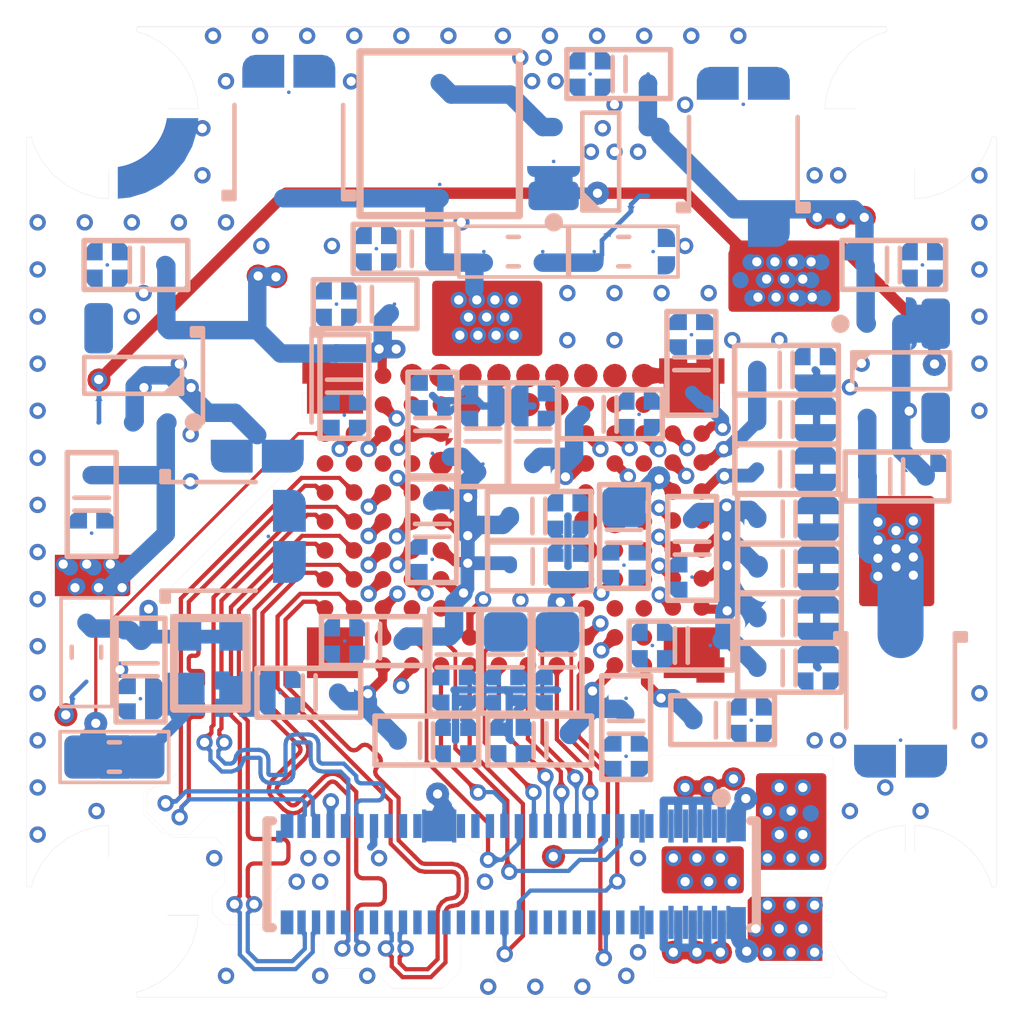
<source format=kicad_pcb>
(kicad_pcb (version 20211014) (generator pcbnew)
  (title_block (title "BOARD_NAME") (date "2022-06-23") (rev "1.0.0") (company "Michael W. Lloyd"))
  (layers (0 "F.Cu" mixed) (1 "In1.Cu" power) (2 "In2.Cu" power) (3 "In3.Cu" signal) (4 "In4.Cu" signal) (31 "B.Cu" mixed) (34 "B.Paste" user) (35 "F.Paste" user) (36 "B.SilkS" user "B.Silkscreen") (37 "F.SilkS" user "F.Silkscreen") (38 "B.Mask" user) (39 "F.Mask" user) (44 "Edge.Cuts" user))
  (property "--x" "→")
  (property "Delta" "Δ")
  (property "MR" "MΩ")
  (property "O" "Ω")
  (property "R" "Ω")
  (property "alpha" "α")
  (property "beta" "β")
  (property "delta" "δ")
  (property "diameter" "⌀")
  (property "footnote" "†")
  (property "frog" "🐸")
  (property "kR" "kΩ")
  (property "mR" "mΩ")
  (property "pi" "π")
  (property "uF" "μF")
  (property "uH" "μH")
  (property "uf" "μF")
  (property "uh" "μH")
  (property "x--" "←")
  (net 0 "")
  (footprint "MountingHole:MountingHole_3.2mm_M3_ISO14580" (layer "F.Cu") (at 138.94841 138.77861)
    (fp_text reference "M_BL" hide)
    (fp_text value "MountingHole_3.2mm_M3_ISO14580" hide)
  )
  (footprint "MountingHole:MountingHole_3.2mm_M3_ISO14580" (layer "F.Cu") (at 161.17549 138.77861)
    (fp_text reference "M_BL" hide)
    (fp_text value "MountingHole_3.2mm_M3_ISO14580" hide)
  )
  (footprint "MountingHole:MountingHole_3.2mm_M3_ISO14580" (layer "F.Cu") (at 161.04841 160.88822)
    (fp_text reference "M_BL" hide)
    (fp_text value "MountingHole_3.2mm_M3_ISO14580" hide)
  )
  (footprint "MountingHole:MountingHole_3.2mm_M3_ISO14580" (layer "F.Cu") (at 138.94841 161.01547)
    (fp_text reference "M_BL" hide)
    (fp_text value "MountingHole_3.2mm_M3_ISO14580" hide)
  )
  (gr_poly (pts (xy 146.62992 154.3114) (xy 146.62815 154.31444) (xy 146.62662 154.32079) (xy 146.62535 154.33019) (xy 146.62307 154.35915) (xy 146.62078 154.45668) (xy 146.62078 154.48945) (xy 146.36678 154.48945) (xy 146.35865 154.30759)) (layer "F.Cu") (width 0) (fill solid))
  (gr_circle (center 152.09702 146.92381) (end 152.32701 146.92381) (layer "F.Cu") (width 0) (fill solid))
  (gr_circle (center 159.78484 141.75541) (end 160.00988 141.75541) (layer "F.Cu") (width 0) (fill solid))
  (gr_circle (center 154.12369 150.57404) (end 154.34873 150.57404) (layer "F.Cu") (width 0) (fill solid))
  (gr_circle (center 152.09702 150.94971) (end 152.32701 150.94971) (layer "F.Cu") (width 0) (fill solid))
  (gr_circle (center 142.11203 156.24916) (end 142.33707 156.24916) (layer "F.Cu") (width 0) (fill solid))
  (gr_circle (center 146.49708 150.14961) (end 146.72707 150.14961) (layer "F.Cu") (width 0) (fill solid))
  (gr_circle (center 148.09703 150.14961) (end 148.32702 150.14961) (layer "F.Cu") (width 0) (fill solid))
  (gr_circle (center 148.83693 150.54102) (end 149.06197 150.54102) (layer "F.Cu") (width 0) (fill solid))
  (gr_poly (pts (xy 146.72949 146.92381) (xy 146.73584 146.94565) (xy 146.74549 146.96876) (xy 146.75794 146.9934) (xy 146.77369 147.01906) (xy 146.79248 147.04598) (xy 146.81738 147.07697) (xy 146.82728 147.08357) (xy 146.83744 147.08941) (xy 146.84633 147.09348) (xy 146.85421 147.09576) (xy 146.86106 147.09627) (xy 146.84684 147.11227) (xy 146.86691 147.13412) (xy 146.89789 147.16612) (xy 146.70435 147.33173) (xy 146.67666 147.30455) (xy 146.66625 147.31624) (xy 146.66498 147.3109) (xy 146.66218 147.30404) (xy 146.65761 147.29617) (xy 146.65126 147.28677) (xy 146.64339 147.27636) (xy 146.63881 147.27102) (xy 146.55906 147.20194) (xy 146.53594 147.18543) (xy 146.51461 147.17196) (xy 146.49505 147.1618) (xy 146.47778 147.15495) (xy 146.46228 147.15114) (xy 146.72619 146.90298)) (layer "F.Cu") (width 0) (fill solid))
  (gr_circle (center 154.11708 149.77292) (end 154.34212 149.77292) (layer "F.Cu") (width 0) (fill solid))
  (gr_circle (center 153.25653 148.91034) (end 153.48157 148.91034) (layer "F.Cu") (width 0) (fill solid))
  (gr_poly (pts (xy 147.17018 148.03048) (xy 147.14478 148.05131) (xy 147.15774 148.0602) (xy 147.17018 148.06249)) (layer "F.Cu") (width 0) (fill solid))
  (gr_circle (center 141.51309 140.59362) (end 141.73813 140.59362) (layer "F.Cu") (width 0) (fill solid))
  (gr_circle (center 154.83793 157.49376) (end 155.06297 157.49376) (layer "F.Cu") (width 0) (fill solid))
  (gr_circle (center 146.89713 148.95098) (end 147.12217 148.95098) (layer "F.Cu") (width 0) (fill solid))
  (gr_circle (center 161.33805 158.14375) (end 161.56309 158.14375) (layer "F.Cu") (width 0) (fill solid))
  (gr_poly (pts (xy 148.61163 150.29312) (xy 148.6444 150.32106) (xy 148.65888 150.33147) (xy 148.67259 150.33985) (xy 148.68504 150.34569) (xy 148.69621 150.34925) (xy 148.70637 150.35077) (xy 148.71552 150.34976) (xy 148.72365 150.34671) (xy 148.63576 150.64186) (xy 148.43459 150.47574) (xy 148.59385 150.27584)) (layer "F.Cu") (width 0) (fill solid))
  (gr_circle (center 149.34772 144.53316) (end 149.57276 144.53316) (layer "F.Cu") (width 0) (fill solid))
  (gr_circle (center 136.96294 144.49379) (end 137.18798 144.49379) (layer "F.Cu") (width 0) (fill solid))
  (gr_circle (center 157.11301 160.74369) (end 157.33805 160.74369) (layer "F.Cu") (width 0) (fill solid))
  (gr_circle (center 158.48487 141.75541) (end 158.70991 141.75541) (layer "F.Cu") (width 0) (fill solid))
  (gr_poly (pts (xy 152.09702 149.82195) (xy 151.97154 149.84684) (xy 151.86537 149.91796) (xy 151.79425 150.02413) (xy 151.76936 150.14961) (xy 151.79425 150.27508) (xy 151.86537 150.38125) (xy 151.97154 150.45237) (xy 152.09702 150.47727) (xy 152.2225 150.45237) (xy 152.32892 150.38125) (xy 152.39979 150.27508) (xy 152.42493 150.14961) (xy 152.39979 150.02413) (xy 152.32892 149.91796) (xy 152.2225 149.84684)) (layer "F.Cu") (width 0) (fill solid))
  (gr_poly (pts (xy 156.36041 160.32053) (xy 154.28675 160.32053) (xy 154.28675 159.21741) (xy 156.36041 159.21741)) (layer "F.Cu") (width 0) (fill solid))
  (gr_circle (center 152.96595 160.08634) (end 153.19099 160.08634) (layer "F.Cu") (width 0) (fill solid))
  (gr_circle (center 154.49707 152.52374) (end 154.72706 152.52374) (layer "F.Cu") (width 0) (fill solid))
  (gr_circle (center 153.69697 152.54965) (end 153.92696 152.54965) (layer "F.Cu") (width 0) (fill solid))
  (gr_circle (center 150.49707 146.92381) (end 150.72706 146.92381) (layer "F.Cu") (width 0) (fill solid))
  (gr_poly (pts (xy 151.20421 159.07669) (xy 151.08077 159.10133) (xy 150.97612 159.17118) (xy 150.90601 159.27583) (xy 150.88163 159.39927) (xy 150.90601 159.52297) (xy 150.97612 159.62736) (xy 151.08077 159.69747) (xy 151.20421 159.7221) (xy 151.32765 159.69747) (xy 151.4323 159.62736) (xy 151.50215 159.52297) (xy 151.52679 159.39927) (xy 151.50215 159.27583) (xy 151.4323 159.17118) (xy 151.32765 159.10133)) (layer "F.Cu") (width 0) (fill solid))
  (gr_circle (center 141.18797 149.04369) (end 141.41301 149.04369) (layer "F.Cu") (width 0) (fill solid))
  (gr_poly (pts (xy 148.32487 150.90805) (xy 148.33147 150.91973) (xy 148.34163 150.93396) (xy 148.35509 150.95098) (xy 148.41529 151.0193) (xy 148.50597 151.11252) (xy 148.37262 151.33833) (xy 148.34188 151.30861) (xy 148.28194 151.25857) (xy 148.25298 151.23825) (xy 148.22454 151.22072) (xy 148.19685 151.2065) (xy 148.16942 151.19507) (xy 148.143 151.18694) (xy 148.11684 151.18161) (xy 148.09144 151.17958) (xy 148.32156 150.89941)) (layer "F.Cu") (width 0) (fill solid))
  (gr_poly (pts (xy 152.09702 150.62179) (xy 151.97154 150.64668) (xy 151.86537 150.7178) (xy 151.79425 150.82423) (xy 151.76936 150.94971) (xy 151.79425 151.07493) (xy 151.86537 151.18135) (xy 151.97154 151.25247) (xy 152.09702 151.27737) (xy 152.2225 151.25247) (xy 152.32892 151.18135) (xy 152.39979 151.07493) (xy 152.42493 150.94971) (xy 152.39979 150.82423) (xy 152.32892 150.7178) (xy 152.2225 150.64668)) (layer "F.Cu") (width 0) (fill solid))
  (gr_poly (pts (xy 149.98958 159.48131) (xy 149.99263 159.50062) (xy 149.99822 159.5189) (xy 150.00584 159.53668) (xy 150.01574 159.5537) (xy 150.02794 159.56996) (xy 150.04216 159.58545) (xy 150.05867 159.60018) (xy 150.07721 159.61415) (xy 150.09804 159.62762) (xy 149.79222 159.70331) (xy 149.80721 159.67816) (xy 149.84277 159.60806) (xy 149.85141 159.58647) (xy 149.86385 159.54583) (xy 149.86792 159.52703) (xy 149.8702 159.509) (xy 149.87096 159.49173) (xy 149.98831 159.4615)) (layer "F.Cu") (width 0) (fill solid))
  (gr_circle (center 144.89714 150.14961) (end 145.12713 150.14961) (layer "F.Cu") (width 0) (fill solid))
  (gr_circle (center 136.96294 141.89359) (end 137.18798 141.89359) (layer "F.Cu") (width 0) (fill solid))
  (gr_circle (center 147.29718 150.14961) (end 147.52717 150.14961) (layer "F.Cu") (width 0) (fill solid))
  (gr_circle (center 160.16177 151.1651) (end 160.38681 151.1651) (layer "F.Cu") (width 0) (fill solid))
  (gr_poly (pts (xy 155.92404 153.90093) (xy 155.14908 153.90093) (xy 155.14908 154.6007) (xy 155.92404 154.6007)) (layer "F.Cu") (width 0) (fill solid))
  (gr_circle (center 157.29564 142.99214) (end 157.52068 142.99214) (layer "F.Cu") (width 0) (fill solid))
  (gr_circle (center 139.888 146.44375) (end 140.11304 146.44375) (layer "F.Cu") (width 0) (fill solid))
  (gr_circle (center 156.13816 160.09371) (end 156.3632 160.09371) (layer "F.Cu") (width 0) (fill solid))
  (gr_poly (pts (xy 155.79703 145.7737) (xy 154.24712 145.7737) (xy 154.24712 147.17375) (xy 155.79703 147.17375)) (layer "F.Cu") (width 0) (fill solid))
  (gr_circle (center 155.91667 148.89739) (end 156.14171 148.89739) (layer "F.Cu") (width 0) (fill solid))
  (gr_poly (pts (xy 145.51334 150.68199) (xy 145.52833 150.69444) (xy 145.54306 150.7051) (xy 145.55754 150.71374) (xy 145.57176 150.72034) (xy 145.58573 150.72542) (xy 145.5997 150.72847) (xy 145.61342 150.72974) (xy 145.62688 150.72923) (xy 145.64009 150.72669) (xy 145.47422 150.89281) (xy 145.47676 150.87935) (xy 145.47727 150.86589) (xy 145.476 150.85217) (xy 145.47295 150.8382) (xy 145.46787 150.82423) (xy 145.46102 150.81001) (xy 145.45238 150.79553) (xy 145.44197 150.7808) (xy 145.42952 150.76581) (xy 145.4153 150.75082) (xy 145.49835 150.66777)) (layer "F.Cu") (width 0) (fill solid))
  (gr_circle (center 145.61469 138.00206) (end 145.83973 138.00206) (layer "F.Cu") (width 0) (fill solid))
  (gr_poly (pts (xy 145.94717 145.7737) (xy 144.39726 145.7737) (xy 144.39726 147.17375) (xy 145.94717 147.17375)) (layer "F.Cu") (width 0) (fill solid))
  (gr_circle (center 152.49986 152.96367) (end 152.7249 152.96367) (layer "F.Cu") (width 0) (fill solid))
  (gr_circle (center 162.96314 140.59362) (end 163.18818 140.59362) (layer "F.Cu") (width 0) (fill solid))
  (gr_circle (center 157.11301 162.04366) (end 157.33805 162.04366) (layer "F.Cu") (width 0) (fill solid))
  (gr_circle (center 152.89712 154.12369) (end 153.12711 154.12369) (layer "F.Cu") (width 0) (fill solid))
  (gr_circle (center 148.89713 146.12371) (end 149.12712 146.12371) (layer "F.Cu") (width 0) (fill solid))
  (gr_circle (center 148.09703 149.34951) (end 148.32702 149.34951) (layer "F.Cu") (width 0) (fill solid))
  (gr_circle (center 149.61823 145.01042) (end 149.84327 145.01042) (layer "F.Cu") (width 0) (fill solid))
  (gr_poly (pts (xy 146.37008 148.05004) (xy 146.35865 148.0602) (xy 146.37008 148.06249)) (layer "F.Cu") (width 0) (fill solid))
  (gr_circle (center 157.34644 143.98274) (end 157.57148 143.98274) (layer "F.Cu") (width 0) (fill solid))
  (gr_poly (pts (xy 146.52528 151.1778) (xy 146.50724 151.18161) (xy 146.48768 151.18847) (xy 146.46635 151.19837) (xy 146.44349 151.21133) (xy 146.4191 151.22733) (xy 146.39294 151.24663) (xy 146.34798 151.28448) (xy 146.33198 151.30277) (xy 146.32411 151.31369) (xy 146.31801 151.32359) (xy 146.31369 151.33223) (xy 146.31115 151.3396) (xy 146.31039 151.34569) (xy 146.29668 151.33223) (xy 146.2728 151.35484) (xy 146.09221 151.17602) (xy 146.11532 151.1524) (xy 146.1016 151.13868) (xy 146.1077 151.13792) (xy 146.11507 151.13538) (xy 146.1237 151.13106) (xy 146.13335 151.12497) (xy 146.14428 151.11709) (xy 146.15393 151.10922) (xy 146.20016 151.05588) (xy 146.21921 151.02972) (xy 146.23546 151.00508) (xy 146.24842 150.98196) (xy 146.25832 150.96063) (xy 146.26493 150.94056) (xy 146.26874 150.92227)) (layer "F.Cu") (width 0) (fill solid))
  (gr_circle (center 155.81304 159.44372) (end 156.03808 159.44372) (layer "F.Cu") (width 0) (fill solid))
  (gr_circle (center 162.96314 154.89356) (end 163.18818 154.89356) (layer "F.Cu") (width 0) (fill solid))
  (gr_circle (center 145.69698 151.74955) (end 145.92697 151.74955) (layer "F.Cu") (width 0) (fill solid))
  (gr_poly (pts (xy 148.89713 146.59615) (xy 148.77165 146.62104) (xy 148.66523 146.69216) (xy 148.59436 146.79833) (xy 148.56921 146.92381) (xy 148.59436 147.04928) (xy 148.66523 147.15545) (xy 148.77165 147.22657) (xy 148.89713 147.25147) (xy 149.0226 147.22657) (xy 149.12878 147.15545) (xy 149.1999 147.04928) (xy 149.22479 146.92381) (xy 149.1999 146.79833) (xy 149.12878 146.69216) (xy 149.0226 146.62104)) (layer "F.Cu") (width 0) (fill solid))
  (gr_circle (center 152.09702 147.72365) (end 152.32701 147.72365) (layer "F.Cu") (width 0) (fill solid))
  (gr_circle (center 156.30732 136.74374) (end 156.53236 136.74374) (layer "F.Cu") (width 0) (fill solid))
  (gr_circle (center 160.36294 157.49376) (end 160.58798 157.49376) (layer "F.Cu") (width 0) (fill solid))
  (gr_circle (center 139.23802 154.24358) (end 139.46306 154.24358) (layer "F.Cu") (width 0) (fill solid))
  (gr_poly (pts (xy 137.74221 155.16636) (xy 137.61877 155.19074) (xy 137.51412 155.26085) (xy 137.44401 155.3655) (xy 137.41963 155.48894) (xy 137.44401 155.61238) (xy 137.51412 155.71703) (xy 137.61877 155.78714) (xy 137.74221 155.81152) (xy 137.86565 155.78714) (xy 137.9703 155.71703) (xy 138.04041 155.61238) (xy 138.06479 155.48894) (xy 138.04041 155.3655) (xy 137.9703 155.26085) (xy 137.86565 155.19074)) (layer "F.Cu") (width 0) (fill solid))
  (gr_circle (center 146.49708 146.12371) (end 146.72707 146.12371) (layer "F.Cu") (width 0) (fill solid))
  (gr_circle (center 144.89714 148.54966) (end 145.12713 148.54966) (layer "F.Cu") (width 0) (fill solid))
  (gr_circle (center 155.29717 150.1237) (end 155.52716 150.1237) (layer "F.Cu") (width 0) (fill solid))
  (gr_circle (center 152.09702 148.54966) (end 152.32701 148.54966) (layer "F.Cu") (width 0) (fill solid))
  (gr_circle (center 156.1727 157.25881) (end 156.39774 157.25881) (layer "F.Cu") (width 0) (fill solid))
  (gr_circle (center 146.49708 150.94971) (end 146.72707 150.94971) (layer "F.Cu") (width 0) (fill solid))
  (gr_circle (center 152.09702 146.12371) (end 152.32701 146.12371) (layer "F.Cu") (width 0) (fill solid))
  (gr_circle (center 142.93753 160.71855) (end 143.16257 160.71855) (layer "F.Cu") (width 0) (fill solid))
  (gr_poly (pts (xy 143.05081 143.05056) (xy 142.92737 143.07494) (xy 142.82272 143.14505) (xy 142.75287 143.2497) (xy 142.72823 143.37314) (xy 142.75287 143.49658) (xy 142.82272 143.60123) (xy 142.92737 143.67108) (xy 143.05081 143.69572) (xy 143.17425 143.67108) (xy 143.18873 143.66168) (xy 143.31345 143.61977) (xy 143.41809 143.68962) (xy 143.54154 143.71426) (xy 143.66498 143.68962) (xy 143.76963 143.61977) (xy 143.83948 143.51513) (xy 143.86412 143.39143) (xy 143.83948 143.26798) (xy 143.76963 143.16334) (xy 143.66498 143.09349) (xy 143.54154 143.06885) (xy 143.41809 143.09349) (xy 143.40362 143.10314) (xy 143.2789 143.14505) (xy 143.17425 143.07494)) (layer "F.Cu") (width 0) (fill solid))
  (gr_circle (center 154.83793 138.64366) (end 155.06297 138.64366) (layer "F.Cu") (width 0) (fill solid))
  (gr_circle (center 156.13816 145.14377) (end 156.3632 145.14377) (layer "F.Cu") (width 0) (fill solid))
  (gr_poly (pts (xy 146.5301 150.37719) (xy 146.51385 150.381) (xy 146.49556 150.38786) (xy 146.47575 150.39802) (xy 146.4539 150.41123) (xy 146.43028 150.42774) (xy 146.3777 150.4699) (xy 146.35687 150.48895) (xy 146.32487 150.52578) (xy 146.31852 150.53518) (xy 146.3142 150.54356) (xy 146.31141 150.55042) (xy 146.31039 150.55626) (xy 146.29845 150.54356) (xy 146.28474 150.55677) (xy 146.095 150.3876) (xy 146.12523 150.35636) (xy 146.11049 150.34061) (xy 146.1171 150.33985) (xy 146.12472 150.33757) (xy 146.13361 150.3335) (xy 146.14351 150.32766) (xy 146.15469 150.31979) (xy 146.16002 150.31547) (xy 146.20117 150.26721) (xy 146.22022 150.24054) (xy 146.23597 150.21514) (xy 146.24867 150.19101) (xy 146.25807 150.1684) (xy 146.26467 150.14707) (xy 146.26823 150.127)) (layer "F.Cu") (width 0) (fill solid))
  (gr_circle (center 158.41298 160.74369) (end 158.63802 160.74369) (layer "F.Cu") (width 0) (fill solid))
  (gr_circle (center 136.96294 152.29362) (end 137.18798 152.29362) (layer "F.Cu") (width 0) (fill solid))
  (gr_circle (center 144.76302 162.69365) (end 144.98806 162.69365) (layer "F.Cu") (width 0) (fill solid))
  (gr_circle (center 148.83693 151.30226) (end 149.06197 151.30226) (layer "F.Cu") (width 0) (fill solid))
  (gr_circle (center 144.11304 160.09371) (end 144.33808 160.09371) (layer "F.Cu") (width 0) (fill solid))
  (gr_poly (pts (xy 159.78484 141.43258) (xy 159.66139 141.45722) (xy 159.55649 141.52732) (xy 159.53617 141.5578) (xy 159.38352 141.5578) (xy 159.36294 141.52732) (xy 159.2583 141.45722) (xy 159.13485 141.43258) (xy 159.01141 141.45722) (xy 158.90651 141.52732) (xy 158.88619 141.5578) (xy 158.73328 141.5578) (xy 158.71296 141.52732) (xy 158.60831 141.45722) (xy 158.48487 141.43258) (xy 158.36142 141.45722) (xy 158.25652 141.52732) (xy 158.18667 141.63197) (xy 158.16203 141.75541) (xy 158.18667 141.87886) (xy 158.25652 141.98351) (xy 158.36142 142.05336) (xy 158.48487 142.07799) (xy 158.60831 142.05336) (xy 158.71296 141.98351) (xy 158.73328 141.95277) (xy 158.88619 141.95277) (xy 158.90651 141.98351) (xy 159.01141 142.05336) (xy 159.13485 142.07799) (xy 159.2583 142.05336) (xy 159.36294 141.98351) (xy 159.38352 141.95277) (xy 159.53617 141.95277) (xy 159.55649 141.98351) (xy 159.66139 142.05336) (xy 159.78484 142.07799) (xy 159.90828 142.05336) (xy 160.01293 141.98351) (xy 160.08278 141.87886) (xy 160.10742 141.75541) (xy 160.08278 141.63197) (xy 160.01293 141.52732) (xy 159.90828 141.45722)) (layer "F.Cu") (width 0) (fill solid))
  (gr_circle (center 155.48792 160.09371) (end 155.71296 160.09371) (layer "F.Cu") (width 0) (fill solid))
  (gr_circle (center 148.30328 136.74247) (end 148.52832 136.74247) (layer "F.Cu") (width 0) (fill solid))
  (gr_circle (center 145.69698 149.34951) (end 145.92697 149.34951) (layer "F.Cu") (width 0) (fill solid))
  (gr_circle (center 152.89712 148.54966) (end 153.12711 148.54966) (layer "F.Cu") (width 0) (fill solid))
  (gr_circle (center 146.9012 151.3495) (end 147.12624 151.3495) (layer "F.Cu") (width 0) (fill solid))
  (gr_circle (center 139.888 143.84355) (end 140.11304 143.84355) (layer "F.Cu") (width 0) (fill solid))
  (gr_circle (center 138.56746 155.7216) (end 138.7925 155.7216) (layer "F.Cu") (width 0) (fill solid))
  (gr_circle (center 139.21973 151.93777) (end 139.44477 151.93777) (layer "F.Cu") (width 0) (fill solid))
  (gr_circle (center 148.09703 148.54966) (end 148.32702 148.54966) (layer "F.Cu") (width 0) (fill solid))
  (gr_circle (center 148.8476 144.53316) (end 149.07264 144.53316) (layer "F.Cu") (width 0) (fill solid))
  (gr_circle (center 141.80342 136.74247) (end 142.02846 136.74247) (layer "F.Cu") (width 0) (fill solid))
  (gr_poly (pts (xy 145.94717 153.07391) (xy 144.39726 153.07391) (xy 144.39726 154.47396) (xy 145.94717 154.47396)) (layer "F.Cu") (width 0) (fill solid))
  (gr_poly (pts (xy 161.61821 152.39014) (xy 159.73861 152.39014) (xy 159.73861 149.54534) (xy 161.61821 149.54534)) (layer "F.Cu") (width 0) (fill solid))
  (gr_circle (center 141.5705 156.24916) (end 141.79554 156.24916) (layer "F.Cu") (width 0) (fill solid))
  (gr_circle (center 157.43813 157.49376) (end 157.66317 157.49376) (layer "F.Cu") (width 0) (fill solid))
  (gr_poly (pts (xy 151.97002 147.85065) (xy 151.75844 147.85065) (xy 151.76072 147.8631) (xy 151.83972 147.98121) (xy 151.95783 148.0602) (xy 151.97002 148.06249)) (layer "F.Cu") (width 0) (fill solid))
  (gr_circle (center 149.69697 153.3495) (end 149.92696 153.3495) (layer "F.Cu") (width 0) (fill solid))
  (gr_poly (pts (xy 146.90221 152.32512) (xy 146.88418 152.34391) (xy 146.89764 152.35687) (xy 146.89154 152.35788) (xy 146.88418 152.36042) (xy 146.8758 152.36499) (xy 146.86614 152.37109) (xy 146.85522 152.37896) (xy 146.84354 152.38862) (xy 146.79426 152.44551) (xy 146.77496 152.47167) (xy 146.7587 152.49606) (xy 146.74575 152.51892) (xy 146.73584 152.54025) (xy 146.72898 152.55981) (xy 146.72543 152.57785) (xy 146.46965 152.32131) (xy 146.48794 152.3175) (xy 146.508 152.31089) (xy 146.52959 152.30099) (xy 146.55245 152.28803) (xy 146.57709 152.27178) (xy 146.60325 152.25273) (xy 146.64872 152.21463) (xy 146.66523 152.19583) (xy 146.67285 152.18465) (xy 146.67895 152.175) (xy 146.68326 152.16611) (xy 146.6858 152.15875) (xy 146.68631 152.1524) (xy 146.70079 152.16637) (xy 146.72365 152.14478)) (layer "F.Cu") (width 0) (fill solid))
  (gr_circle (center 159.13485 141.75541) (end 159.35989 141.75541) (layer "F.Cu") (width 0) (fill solid))
  (gr_poly (pts (xy 145.46838 149.91643) (xy 145.48311 149.92863) (xy 145.49734 149.93853) (xy 145.51131 149.94615) (xy 145.52502 149.95174) (xy 145.53823 149.9553) (xy 145.55119 149.95657) (xy 145.56363 149.95555) (xy 145.57582 149.9525) (xy 145.58751 149.94742) (xy 145.46711 150.14884) (xy 145.46635 150.13538) (xy 145.46406 150.12192) (xy 145.46051 150.1082) (xy 145.45517 150.09423) (xy 145.44832 150.08001) (xy 145.44019 150.06579) (xy 145.43028 150.05131) (xy 145.41911 150.03683) (xy 145.40641 150.02184) (xy 145.39193 150.00686) (xy 145.45314 149.90221)) (layer "F.Cu") (width 0) (fill solid))
  (gr_circle (center 155.16305 162.04366) (end 155.38809 162.04366) (layer "F.Cu") (width 0) (fill solid))
  (gr_circle (center 152.09702 153.3495) (end 152.32701 153.3495) (layer "F.Cu") (width 0) (fill solid))
  (gr_circle (center 147.67361 152.12598) (end 147.89865 152.12598) (layer "F.Cu") (width 0) (fill solid))
  (gr_circle (center 158.41298 162.04366) (end 158.63802 162.04366) (layer "F.Cu") (width 0) (fill solid))
  (gr_circle (center 149.8476 144.53316) (end 150.07264 144.53316) (layer "F.Cu") (width 0) (fill solid))
  (gr_circle (center 144.4379 159.44372) (end 144.66294 159.44372) (layer "F.Cu") (width 0) (fill solid))
  (gr_circle (center 162.96314 156.19379) (end 163.18818 156.19379) (layer "F.Cu") (width 0) (fill solid))
  (gr_circle (center 137.85397 151.4191) (end 138.07901 151.4191) (layer "F.Cu") (width 0) (fill solid))
  (gr_circle (center 157.43813 145.14377) (end 157.66317 145.14377) (layer "F.Cu") (width 0) (fill solid))
  (gr_circle (center 143.54154 143.39143) (end 143.76658 143.39143) (layer "F.Cu") (width 0) (fill solid))
  (gr_circle (center 158.30224 158.20699) (end 158.52728 158.20699) (layer "F.Cu") (width 0) (fill solid))
  (gr_circle (center 152.09702 151.74955) (end 152.32701 151.74955) (layer "F.Cu") (width 0) (fill solid))
  (gr_circle (center 155.98449 150.55347) (end 156.20953 150.55347) (layer "F.Cu") (width 0) (fill solid))
  (gr_poly (pts (xy 154.72897 148.51359) (xy 154.73583 148.53315) (xy 154.74573 148.55449) (xy 154.75869 148.57735) (xy 154.77494 148.60198) (xy 154.79425 148.62789) (xy 154.82117 148.66015) (xy 154.82219 148.66091) (xy 154.83311 148.66879) (xy 154.84276 148.67488) (xy 154.8514 148.6792) (xy 154.85876 148.68174) (xy 154.86486 148.6825) (xy 154.85216 148.69546) (xy 154.9022 148.74803) (xy 154.72363 148.92863) (xy 154.69112 148.89688) (xy 154.66928 148.87808) (xy 154.65683 148.89027) (xy 154.65607 148.88418) (xy 154.65353 148.87681) (xy 154.64921 148.86818) (xy 154.64312 148.85827) (xy 154.63727 148.85014) (xy 154.60324 148.82068) (xy 154.57708 148.80163) (xy 154.55244 148.78537) (xy 154.52958 148.77242) (xy 154.50799 148.76251) (xy 154.48792 148.75591) (xy 154.46963 148.7521) (xy 154.72541 148.49556)) (layer "F.Cu") (width 0) (fill solid))
  (gr_circle (center 154.49707 147.72365) (end 154.72706 147.72365) (layer "F.Cu") (width 0) (fill solid))
  (gr_circle (center 153.69697 149.34951) (end 153.92696 149.34951) (layer "F.Cu") (width 0) (fill solid))
  (gr_circle (center 152.09702 154.12369) (end 152.32701 154.12369) (layer "F.Cu") (width 0) (fill solid))
  (gr_circle (center 146.38862 145.39066) (end 146.61366 145.39066) (layer "F.Cu") (width 0) (fill solid))
  (gr_circle (center 154.49707 150.1237) (end 154.72706 150.1237) (layer "F.Cu") (width 0) (fill solid))
  (gr_circle (center 146.8758 147.30557) (end 147.10084 147.30557) (layer "F.Cu") (width 0) (fill solid))
  (gr_circle (center 157.65225 158.20699) (end 157.87729 158.20699) (layer "F.Cu") (width 0) (fill solid))
  (gr_circle (center 139.56288 141.89359) (end 139.78792 141.89359) (layer "F.Cu") (width 0) (fill solid))
  (gr_circle (center 158.08812 161.39368) (end 158.31316 161.39368) (layer "F.Cu") (width 0) (fill solid))
  (gr_circle (center 144.89714 151.74955) (end 145.12713 151.74955) (layer "F.Cu") (width 0) (fill solid))
  (gr_circle (center 147.29718 152.54965) (end 147.52717 152.54965) (layer "F.Cu") (width 0) (fill solid))
  (gr_circle (center 144.89714 150.94971) (end 145.12713 150.94971) (layer "F.Cu") (width 0) (fill solid))
  (gr_poly (pts (xy 146.60097 145.73382) (xy 146.34697 145.74677) (xy 146.34646 145.72188) (xy 146.34316 145.6787) (xy 146.34011 145.66066) (xy 146.33605 145.64466) (xy 146.33147 145.63095) (xy 146.32589 145.61977) (xy 146.31928 145.61063) (xy 146.31192 145.60351) (xy 146.30379 145.59894) (xy 146.59538 145.47956)) (layer "F.Cu") (width 0) (fill solid))
  (gr_circle (center 152.89712 152.54965) (end 153.12711 152.54965) (layer "F.Cu") (width 0) (fill solid))
  (gr_poly (pts (xy 145.5804 161.74699) (xy 145.57303 161.75461) (xy 145.55677 161.77392) (xy 145.55322 161.77925) (xy 145.55068 161.78408) (xy 145.54915 161.78839) (xy 145.54865 161.79195) (xy 145.5489 161.79525) (xy 145.55017 161.79779) (xy 145.42723 161.72134) (xy 145.42977 161.72108) (xy 145.43333 161.71981) (xy 145.4379 161.71727) (xy 145.44349 161.71346) (xy 145.45009 161.70813) (xy 145.4661 161.69416) (xy 145.49734 161.66393)) (layer "F.Cu") (width 0) (fill solid))
  (gr_circle (center 157.66622 143.48744) (end 157.89126 143.48744) (layer "F.Cu") (width 0) (fill solid))
  (gr_poly (pts (xy 153.69697 146.59615) (xy 153.57174 146.62104) (xy 153.46532 146.69216) (xy 153.3942 146.79833) (xy 153.36931 146.92381) (xy 153.3942 147.04928) (xy 153.46532 147.15545) (xy 153.57174 147.22657) (xy 153.62483 147.23724) (xy 153.64363 147.2408) (xy 153.64363 147.37034) (xy 153.62483 147.37415) (xy 153.55777 147.38761) (xy 153.43966 147.46635) (xy 153.36245 147.58217) (xy 153.34873 147.58446) (xy 153.24535 147.58446) (xy 153.23189 147.58217) (xy 153.15442 147.46635) (xy 153.03631 147.38761) (xy 152.96926 147.37415) (xy 152.95046 147.37034) (xy 152.95046 147.2408) (xy 152.96926 147.23724) (xy 153.0226 147.22657) (xy 153.12877 147.15545) (xy 153.19989 147.04928) (xy 153.22478 146.92381) (xy 153.19989 146.79833) (xy 153.12877 146.69216) (xy 153.0226 146.62104) (xy 152.89712 146.59615) (xy 152.77164 146.62104) (xy 152.66522 146.69216) (xy 152.59435 146.79833) (xy 152.56921 146.92381) (xy 152.59435 147.04928) (xy 152.66522 147.15545) (xy 152.77164 147.22657) (xy 152.82498 147.23724) (xy 152.84378 147.2408) (xy 152.84378 147.37034) (xy 152.82498 147.37415) (xy 152.75767 147.38761) (xy 152.63982 147.46635) (xy 152.56235 147.58217) (xy 152.54889 147.58446) (xy 152.44525 147.58446) (xy 152.43179 147.58217) (xy 152.35458 147.46635) (xy 152.23647 147.38761) (xy 152.16916 147.37415) (xy 152.15036 147.37034) (xy 152.15036 147.2408) (xy 152.16916 147.23724) (xy 152.2225 147.22657) (xy 152.32892 147.15545) (xy 152.39979 147.04928) (xy 152.42493 146.92381) (xy 152.39979 146.79833) (xy 152.32892 146.69216) (xy 152.2225 146.62104) (xy 152.09702 146.59615) (xy 151.97154 146.62104) (xy 151.86537 146.69216) (xy 151.79425 146.79833) (xy 151.76936 146.92381) (xy 151.79425 147.04928) (xy 151.86537 147.15545) (xy 151.97154 147.22657) (xy 152.02488 147.23724) (xy 152.04368 147.2408) (xy 152.04368 147.37034) (xy 152.02488 147.37415) (xy 151.95783 147.38761) (xy 151.83972 147.46635) (xy 151.76072 147.58446) (xy 151.75844 147.59665) (xy 152.09702 147.59665) (xy 152.09702 147.72365) (xy 152.22402 147.72365) (xy 152.22402 147.79807) (xy 152.32587 147.69978) (xy 152.32943 147.71908) (xy 152.33603 147.74016) (xy 152.34569 147.76251) (xy 152.35839 147.78614) (xy 152.37439 147.81128) (xy 152.39344 147.83795) (xy 152.42468 147.87605) (xy 152.43179 147.86538) (xy 152.44525 147.8631) (xy 152.54889 147.8631) (xy 152.56235 147.86538) (xy 152.63982 147.98121) (xy 152.75767 148.0602) (xy 152.81736 148.07189) (xy 152.81736 148.20143) (xy 152.75767 148.21336) (xy 152.63982 148.2921) (xy 152.56082 148.41021) (xy 152.54736 148.47752) (xy 152.54355 148.49632) (xy 152.41427 148.49632) (xy 152.41046 148.47752) (xy 152.39979 148.42418) (xy 152.32892 148.31776) (xy 152.2225 148.24689) (xy 152.09702 148.22175) (xy 151.97154 148.24689) (xy 151.86537 148.31776) (xy 151.79425 148.42418) (xy 151.78282 148.48235) (xy 151.64541 148.61976) (xy 151.53517 148.59792) (xy 151.41173 148.6223) (xy 151.30708 148.69241) (xy 151.23723 148.79706) (xy 151.21259 148.9205) (xy 151.23723 149.04394) (xy 151.30708 149.14859) (xy 151.41173 149.21844) (xy 151.53517 149.24308) (xy 151.65887 149.21844) (xy 151.667 149.21285) (xy 151.7813 149.28931) (xy 151.76936 149.34951) (xy 151.79425 149.47498) (xy 151.86537 149.58141) (xy 151.97154 149.65227) (xy 152.09702 149.67742) (xy 152.2225 149.65227) (xy 152.32892 149.58141) (xy 152.39979 149.47498) (xy 152.42493 149.34951) (xy 152.39979 149.22428) (xy 152.32892 149.11786) (xy 152.2225 149.04674) (xy 152.14604 149.0315) (xy 152.08457 148.91898) (xy 152.08229 148.89916) (xy 152.09702 148.87732) (xy 152.2225 148.85243) (xy 152.32892 148.78131) (xy 152.39979 148.67514) (xy 152.41046 148.6218) (xy 152.41427 148.603) (xy 152.54355 148.603) (xy 152.54736 148.6218) (xy 152.56082 148.68885) (xy 152.63982 148.80696) (xy 152.75767 148.88596) (xy 152.82498 148.89916) (xy 152.84378 148.90297) (xy 152.84378 149.03251) (xy 152.82498 149.03632) (xy 152.77164 149.04674) (xy 152.66522 149.11786) (xy 152.59435 149.22428) (xy 152.56921 149.34951) (xy 152.59435 149.47498) (xy 152.66522 149.58141) (xy 152.77164 149.65227) (xy 152.89712 149.67742) (xy 153.0226 149.65227) (xy 153.12877 149.58141) (xy 153.19989 149.47498) (xy 153.22478 149.34951) (xy 153.19989 149.22428) (xy 153.12877 149.11786) (xy 153.0226 149.04674) (xy 152.96926 149.03632) (xy 152.95046 149.03251) (xy 152.95046 148.90297) (xy 152.96926 148.89916) (xy 153.03631 148.88596) (xy 153.04342 148.88113) (xy 153.04012 148.87402) (xy 153.03428 148.86386) (xy 153.03276 148.86183) (xy 153.01371 148.84557) (xy 152.98704 148.82677) (xy 152.96164 148.81077) (xy 152.93776 148.79807) (xy 152.91515 148.78842) (xy 152.89382 148.78182) (xy 152.87401 148.77851) (xy 153.1247 148.51715) (xy 153.12851 148.5334) (xy 153.13537 148.55169) (xy 153.14553 148.57176) (xy 153.15874 148.5936) (xy 153.17525 148.61722) (xy 153.21665 148.66929) (xy 153.23418 148.68453) (xy 153.24662 148.6218) (xy 153.25043 148.603) (xy 153.37997 148.603) (xy 153.38378 148.6218) (xy 153.3942 148.67514) (xy 153.46532 148.78131) (xy 153.57174 148.85243) (xy 153.62356 148.86284) (xy 153.66547 148.94742) (xy 153.62153 149.03683) (xy 153.57174 149.04674) (xy 153.46532 149.11786) (xy 153.3942 149.22428) (xy 153.36931 149.34951) (xy 153.3942 149.47498) (xy 153.46532 149.58141) (xy 153.57174 149.65227) (xy 153.69697 149.67742) (xy 153.82244 149.65227) (xy 153.92887 149.58141) (xy 153.99999 149.47498) (xy 154.0071 149.43917) (xy 154.0452 149.40869) (xy 154.14731 149.3843) (xy 154.18795 149.41682) (xy 154.1943 149.44933) (xy 154.26542 149.5555) (xy 154.37159 149.62662) (xy 154.42493 149.63729) (xy 154.44373 149.64084) (xy 154.44373 149.77038) (xy 154.42493 149.77419) (xy 154.35787 149.7874) (xy 154.3439 149.7968) (xy 154.38023 149.82779) (xy 154.4069 149.84684) (xy 154.4323 149.86259) (xy 154.45617 149.87529) (xy 154.47878 149.88494) (xy 154.50011 149.89154) (xy 154.52018 149.89484) (xy 154.26948 150.15646) (xy 154.26567 150.13995) (xy 154.25856 150.12192) (xy 154.24865 150.10185) (xy 154.23545 150.08001) (xy 154.21894 150.05639) (xy 154.18134 150.00914) (xy 154.17423 150.00305) (xy 154.16306 149.99543) (xy 154.15899 149.99314) (xy 154.14528 150.06299) (xy 154.14121 150.08331) (xy 154.01167 150.08331) (xy 154.00837 150.06655) (xy 153.99999 150.02413) (xy 153.92887 149.91796) (xy 153.82244 149.84684) (xy 153.69697 149.82195) (xy 153.57174 149.84684) (xy 153.46532 149.91796) (xy 153.3942 150.02413) (xy 153.36931 150.14961) (xy 153.3942 150.27508) (xy 153.46532 150.38125) (xy 153.57174 150.45237) (xy 153.69697 150.47727) (xy 153.82244 150.45237) (xy 153.92887 150.38125) (xy 153.99999 150.27508) (xy 154.01269 150.21031) (xy 154.01675 150.18999) (xy 154.14629 150.18999) (xy 154.14959 150.20676) (xy 154.16077 150.26314) (xy 154.23976 150.38125) (xy 154.35533 150.45847) (xy 154.35787 150.47193) (xy 154.35787 150.57556) (xy 154.35533 150.58903) (xy 154.34568 150.59563) (xy 154.34797 150.59919) (xy 154.34822 150.59969) (xy 154.38124 150.62763) (xy 154.40766 150.64668) (xy 154.43306 150.66243) (xy 154.45693 150.67513) (xy 154.47954 150.68478) (xy 154.50062 150.69139) (xy 154.52043 150.69494) (xy 154.26923 150.95606) (xy 154.26567 150.93955) (xy 154.25856 150.92126) (xy 154.24865 150.90094) (xy 154.23545 150.87909) (xy 154.21894 150.85522) (xy 154.1816 150.80823) (xy 154.17728 150.80467) (xy 154.1661 150.7968) (xy 154.15925 150.79273) (xy 154.14528 150.86309) (xy 154.14121 150.88341) (xy 154.01167 150.88341) (xy 154.00837 150.86665) (xy 153.99999 150.82423) (xy 153.92887 150.7178) (xy 153.82244 150.64668) (xy 153.69697 150.62179) (xy 153.57174 150.64668) (xy 153.46532 150.7178) (xy 153.3942 150.82423) (xy 153.36931 150.94971) (xy 153.3942 151.07493) (xy 153.46532 151.18135) (xy 153.57174 151.25247) (xy 153.69697 151.27737) (xy 153.82244 151.25247) (xy 153.92887 151.18135) (xy 153.99999 151.07493) (xy 154.01269 151.01041) (xy 154.01675 150.99009) (xy 154.14629 150.99009) (xy 154.14959 151.00686) (xy 154.16077 151.06299) (xy 154.23976 151.1811) (xy 154.35533 151.25857) (xy 154.35787 151.27203) (xy 154.35787 151.37541) (xy 154.35533 151.38913) (xy 154.35127 151.39192) (xy 154.35127 151.39217) (xy 154.35406 151.39573) (xy 154.39013 151.42697) (xy 154.41629 151.44602) (xy 154.44093 151.46228) (xy 154.46405 151.47523) (xy 154.48564 151.48488) (xy 154.5057 151.49174) (xy 154.52424 151.4953) (xy 154.26897 151.75235) (xy 154.26516 151.73431) (xy 154.25831 151.71475) (xy 154.2484 151.69367) (xy 154.23545 151.67081) (xy 154.21919 151.64643) (xy 154.19989 151.62052) (xy 154.18211 151.59944) (xy 154.17296 151.59309) (xy 154.1628 151.58725) (xy 154.16052 151.58598) (xy 154.14528 151.66294) (xy 154.14121 151.68326) (xy 154.01167 151.68326) (xy 154.00837 151.66649) (xy 153.99999 151.62408) (xy 153.92887 151.5179) (xy 153.82244 151.44678) (xy 153.69697 151.42189) (xy 153.57174 151.44678) (xy 153.46532 151.5179) (xy 153.3942 151.62408) (xy 153.38378 151.67742) (xy 153.37997 151.69621) (xy 153.25043 151.69621) (xy 153.24662 151.67742) (xy 153.23342 151.61036) (xy 153.15442 151.49225) (xy 153.03631 151.41326) (xy 152.96926 151.40005) (xy 152.95046 151.39624) (xy 152.95046 151.2667) (xy 152.96926 151.26289) (xy 153.0226 151.25247) (xy 153.12877 151.18135) (xy 153.19989 151.07493) (xy 153.22478 150.94971) (xy 153.19989 150.82423) (xy 153.12877 150.7178) (xy 153.0226 150.64668) (xy 152.89712 150.62179) (xy 152.77164 150.64668) (xy 152.66522 150.7178) (xy 152.59435 150.82423) (xy 152.56921 150.94971) (xy 152.59435 151.07493) (xy 152.66522 151.18135) (xy 152.77164 151.25247) (xy 152.82498 151.26289) (xy 152.84378 151.2667) (xy 152.84378 151.39624) (xy 152.82498 151.40005) (xy 152.75767 151.41326) (xy 152.63982 151.49225) (xy 152.56082 151.61036) (xy 152.54736 151.67742) (xy 152.54355 151.69621) (xy 152.41427 151.69621) (xy 152.41046 151.67742) (xy 152.39979 151.62408) (xy 152.32892 151.5179) (xy 152.2225 151.44678) (xy 152.09702 151.42189) (xy 151.97154 151.44678) (xy 151.86537 151.5179) (xy 151.79425 151.62408) (xy 151.78282 151.6825) (xy 151.41274 152.05257) (xy 151.39446 152.04876) (xy 151.27101 152.0734) (xy 151.16636 152.14351) (xy 151.09651 152.24815) (xy 151.07188 152.3716) (xy 151.09651 152.49504) (xy 151.16636 152.59969) (xy 151.27101 152.66954) (xy 151.39446 152.69418) (xy 151.5179 152.66954) (xy 151.62255 152.59969) (xy 151.64693 152.56337) (xy 151.7785 152.59512) (xy 151.79425 152.67513) (xy 151.86537 152.7813) (xy 151.97154 152.85242) (xy 152.02488 152.86309) (xy 152.04368 152.86664) (xy 152.04368 152.99618) (xy 152.02488 152.99999) (xy 151.95783 153.0132) (xy 151.83972 153.0922) (xy 151.76072 153.21031) (xy 151.74371 153.29616) (xy 151.61417 153.29616) (xy 151.59994 153.22428) (xy 151.52882 153.11785) (xy 151.4224 153.04673) (xy 151.29717 153.02184) (xy 151.1717 153.04673) (xy 151.06527 153.11785) (xy 150.99441 153.22428) (xy 150.97307 153.33045) (xy 150.97282 153.33121) (xy 150.89331 153.3975) (xy 150.8509 153.40538) (xy 150.82042 153.3721) (xy 150.82473 153.3495) (xy 150.79984 153.22428) (xy 150.72872 153.11785) (xy 150.62255 153.04673) (xy 150.49707 153.02184) (xy 150.3716 153.04673) (xy 150.26543 153.11785) (xy 150.19431 153.22428) (xy 150.16941 153.3495) (xy 150.19431 153.47497) (xy 150.26543 153.5814) (xy 150.3716 153.65227) (xy 150.4699 153.67182) (xy 150.4699 153.80136) (xy 150.3716 153.82092) (xy 150.26543 153.89204) (xy 150.19431 153.99847) (xy 150.16941 154.12369) (xy 150.19431 154.24917) (xy 150.26543 154.35559) (xy 150.30607 154.38277) (xy 150.30988 154.39166) (xy 150.31851 154.39522) (xy 150.32359 154.40309) (xy 150.32918 154.4069) (xy 150.32943 154.40741) (xy 150.33045 154.40919) (xy 150.33223 154.41249) (xy 150.33426 154.41808) (xy 150.33451 154.41985) (xy 150.33451 156.06425) (xy 150.20751 156.11683) (xy 149.85953 155.76859) (xy 149.85953 154.41985) (xy 149.86004 154.41808) (xy 149.86207 154.41249) (xy 149.8636 154.40919) (xy 149.86461 154.40741) (xy 149.86512 154.4069) (xy 149.87071 154.40309) (xy 149.87579 154.39522) (xy 149.88443 154.39166) (xy 149.88798 154.38277) (xy 149.92888 154.35559) (xy 150 154.24917) (xy 150.02489 154.12369) (xy 150 153.99847) (xy 149.92888 153.89204) (xy 149.82245 153.82092) (xy 149.72415 153.80136) (xy 149.72415 153.67182) (xy 149.82245 153.65227) (xy 149.92888 153.5814) (xy 150 153.47497) (xy 150.02489 153.3495) (xy 150 153.22428) (xy 149.92888 153.11785) (xy 149.82245 153.04673) (xy 149.69697 153.02184) (xy 149.57175 153.04673) (xy 149.46533 153.11785) (xy 149.39421 153.22428) (xy 149.37998 153.29616) (xy 149.25044 153.29616) (xy 149.23342 153.21031) (xy 149.15443 153.0922) (xy 149.03632 153.0132) (xy 149.02413 153.01092) (xy 149.02413 153.10388) (xy 149.02794 153.11556) (xy 149.03861 153.14096) (xy 149.0508 153.16535) (xy 149.06477 153.18846) (xy 149.08026 153.21056) (xy 149.02413 153.21056) (xy 149.02413 153.3495) (xy 148.77013 153.3495) (xy 148.77013 153.21056) (xy 148.71399 153.21056) (xy 148.72923 153.18846) (xy 148.7432 153.16535) (xy 148.7554 153.14096) (xy 148.76606 153.11556) (xy 148.77013 153.10388) (xy 148.77013 153.01092) (xy 148.75768 153.0132) (xy 148.63957 153.0922) (xy 148.56083 153.21031) (xy 148.54356 153.29616) (xy 148.41427 153.29616) (xy 148.3998 153.22428) (xy 148.32893 153.11785) (xy 148.2225 153.04673) (xy 148.09703 153.02184) (xy 147.97155 153.04673) (xy 147.86538 153.11785) (xy 147.79426 153.22428) (xy 147.77318 153.33045) (xy 147.77267 153.33121) (xy 147.69317 153.3975) (xy 147.651 153.40538) (xy 147.62027 153.3721) (xy 147.62484 153.3495) (xy 147.59995 153.22428) (xy 147.52883 153.11785) (xy 147.4224 153.04673) (xy 147.29718 153.02184) (xy 147.17171 153.04673) (xy 147.06528 153.11785) (xy 146.99441 153.22428) (xy 146.98375 153.27736) (xy 146.97994 153.29616) (xy 146.8504 153.29616) (xy 146.84684 153.27736) (xy 146.83338 153.21031) (xy 146.75438 153.0922) (xy 146.63881 153.01498) (xy 146.63627 153.00126) (xy 146.63627 152.89789) (xy 146.63881 152.88417) (xy 146.75438 152.80695) (xy 146.83338 152.68884) (xy 146.84684 152.62179) (xy 146.8504 152.60299) (xy 146.97994 152.60299) (xy 146.98375 152.62179) (xy 146.99441 152.67513) (xy 147.06528 152.7813) (xy 147.17171 152.85242) (xy 147.29718 152.87731) (xy 147.4224 152.85242) (xy 147.52883 152.7813) (xy 147.59995 152.67513) (xy 147.62484 152.54965) (xy 147.59995 152.42418) (xy 147.52883 152.31775) (xy 147.4224 152.24688) (xy 147.36906 152.23622) (xy 147.35052 152.23241) (xy 147.35052 152.10287) (xy 147.36906 152.09931) (xy 147.43637 152.08585) (xy 147.44196 152.08229) (xy 147.44145 152.08178) (xy 147.40132 152.04673) (xy 147.37516 152.02743) (xy 147.35078 152.01143) (xy 147.32792 151.99822) (xy 147.30658 151.98831) (xy 147.28702 151.98145) (xy 147.26873 151.9779) (xy 147.52553 151.72212) (xy 147.52908 151.74066) (xy 147.53594 151.76047) (xy 147.54585 151.78206) (xy 147.5588 151.80492) (xy 147.5748 151.82956) (xy 147.59411 151.85572) (xy 147.62332 151.89078) (xy 147.62738 151.89433) (xy 147.62891 151.8956) (xy 147.63348 151.889) (xy 147.64669 151.82169) (xy 147.6505 151.80289) (xy 147.78004 151.80289) (xy 147.78359 151.82169) (xy 147.79426 151.87503) (xy 147.86538 151.98145) (xy 147.97155 152.05232) (xy 148.09703 152.07721) (xy 148.11201 152.09931) (xy 148.10947 152.11912) (xy 148.04826 152.23164) (xy 147.97155 152.24688) (xy 147.86538 152.31775) (xy 147.79426 152.42418) (xy 147.76937 152.54965) (xy 147.79426 152.67513) (xy 147.86538 152.7813) (xy 147.97155 152.85242) (xy 148.09703 152.87731) (xy 148.2225 152.85242) (xy 148.32893 152.7813) (xy 148.3998 152.67513) (xy 148.42494 152.54965) (xy 148.4031 152.43992) (xy 148.40665 152.43205) (xy 148.41377 152.42265) (xy 148.43383 152.40487) (xy 148.50724 152.36296) (xy 148.59665 152.42265) (xy 148.72009 152.44729) (xy 148.84353 152.42265) (xy 148.94818 152.3528) (xy 149.01829 152.24815) (xy 149.04292 152.12471) (xy 149.01829 152.00127) (xy 148.94818 151.89662) (xy 148.84353 151.82651) (xy 148.72009 151.80213) (xy 148.59665 151.82651) (xy 148.52299 151.79095) (xy 148.51918 151.78994) (xy 148.41148 151.6825) (xy 148.3998 151.62408) (xy 148.38227 151.59766) (xy 148.38252 151.59614) (xy 148.39294 151.58064) (xy 148.46939 151.49504) (xy 148.59309 151.50698) (xy 148.60884 151.53035) (xy 148.71349 151.60045) (xy 148.83693 151.62484) (xy 148.96037 151.60045) (xy 149.06502 151.53035) (xy 149.13487 151.4257) (xy 149.15951 151.30226) (xy 149.13487 151.17881) (xy 149.06502 151.07417) (xy 148.96037 151.00406) (xy 148.87097 150.98628) (xy 148.87097 150.857) (xy 148.96037 150.83922) (xy 149.06502 150.76911) (xy 149.13487 150.66446) (xy 149.15951 150.54102) (xy 149.13487 150.41758) (xy 149.06502 150.31293) (xy 148.96037 150.24308) (xy 148.83693 150.21844) (xy 148.71349 150.24308) (xy 148.65532 150.19837) (xy 148.65024 150.19685) (xy 148.49251 150.03912) (xy 148.42037 149.99086) (xy 148.37109 149.9812) (xy 148.32893 149.91796) (xy 148.2225 149.84684) (xy 148.09703 149.82195) (xy 147.97155 149.84684) (xy 147.86538 149.91796) (xy 147.79426 150.02413) (xy 147.78359 150.07747) (xy 147.78004 150.09627) (xy 147.6505 150.09627) (xy 147.64669 150.07747) (xy 147.63348 150.01041) (xy 147.55448 149.8923) (xy 147.43866 149.81483) (xy 147.43637 149.80137) (xy 147.43637 149.69774) (xy 147.43866 149.68428) (xy 147.55448 149.60706) (xy 147.63348 149.48895) (xy 147.64669 149.42164) (xy 147.6505 149.40285) (xy 147.78004 149.40285) (xy 147.78359 149.42164) (xy 147.79426 149.47498) (xy 147.86538 149.58141) (xy 147.97155 149.65227) (xy 148.09703 149.67742) (xy 148.2225 149.65227) (xy 148.27178 149.61951) (xy 148.54966 149.61951) (xy 148.61392 149.71577) (xy 148.71857 149.78588) (xy 148.84226 149.81026) (xy 148.96571 149.78588) (xy 149.07036 149.71577) (xy 149.14021 149.61113) (xy 149.16484 149.48768) (xy 149.14021 149.36424) (xy 149.07036 149.25959) (xy 148.96571 149.18949) (xy 148.84226 149.1651) (xy 148.74778 149.1839) (xy 148.69799 149.17399) (xy 148.36627 149.17399) (xy 148.32893 149.11786) (xy 148.2225 149.04674) (xy 148.09703 149.02185) (xy 147.97155 149.04674) (xy 147.86538 149.11786) (xy 147.79426 149.22428) (xy 147.78359 149.27762) (xy 147.78004 149.29617) (xy 147.6505 149.29617) (xy 147.64669 149.27762) (xy 147.63348 149.21031) (xy 147.55448 149.0922) (xy 147.43637 149.01321) (xy 147.36906 149) (xy 147.35052 148.99619) (xy 147.35052 148.86665) (xy 147.36906 148.8631) (xy 147.4224 148.85243) (xy 147.52883 148.78131) (xy 147.59995 148.67514) (xy 147.62484 148.54966) (xy 147.59995 148.42418) (xy 147.52883 148.31776) (xy 147.4224 148.24689) (xy 147.29718 148.22175) (xy 147.17171 148.24689) (xy 147.06528 148.31776) (xy 146.99441 148.42418) (xy 146.96927 148.54966) (xy 146.99441 148.67514) (xy 147.06528 148.78131) (xy 147.17171 148.85243) (xy 147.22505 148.8631) (xy 147.24384 148.86665) (xy 147.24384 148.99619) (xy 147.22505 149) (xy 147.15774 149.01321) (xy 147.15215 149.01702) (xy 147.19304 149.05258) (xy 147.21895 149.07163) (xy 147.24359 149.08789) (xy 147.26645 149.10084) (xy 147.28753 149.11075) (xy 147.30734 149.1176) (xy 147.32538 149.12141) (xy 147.06884 149.37694) (xy 147.06503 149.35865) (xy 147.05817 149.33884) (xy 147.04852 149.31725) (xy 147.03531 149.29413) (xy 147.01931 149.2695) (xy 147.00026 149.24333) (xy 146.96597 149.20269) (xy 146.96241 149.20803) (xy 146.94869 149.21031) (xy 146.84532 149.21031) (xy 146.83185 149.20803) (xy 146.75438 149.0922) (xy 146.63627 149.01321) (xy 146.56922 149) (xy 146.55042 148.99619) (xy 146.55042 148.86665) (xy 146.56922 148.8631) (xy 146.62256 148.85243) (xy 146.72873 148.78131) (xy 146.79985 148.67514) (xy 146.82474 148.54966) (xy 146.79985 148.42418) (xy 146.72873 148.31776) (xy 146.62256 148.24689) (xy 146.49708 148.22175) (xy 146.37161 148.24689) (xy 146.26543 148.31776) (xy 146.19431 148.42418) (xy 146.16942 148.54966) (xy 146.19431 148.67514) (xy 146.26543 148.78131) (xy 146.37161 148.85243) (xy 146.42495 148.8631) (xy 146.44374 148.86665) (xy 146.44374 148.99619) (xy 146.42495 149) (xy 146.35789 149.01321) (xy 146.23978 149.0922) (xy 146.16079 149.21031) (xy 146.14732 149.27762) (xy 146.14377 149.29617) (xy 146.01423 149.29617) (xy 146.01042 149.27762) (xy 146 149.22428) (xy 145.92888 149.11786) (xy 145.82246 149.04674) (xy 145.69698 149.02185) (xy 145.67463 149.02642) (xy 145.6411 148.99568) (xy 145.64923 148.95352) (xy 145.71527 148.87402) (xy 145.71629 148.87351) (xy 145.82246 148.85243) (xy 145.92888 148.78131) (xy 146 148.67514) (xy 146.0249 148.54966) (xy 146 148.42418) (xy 145.92888 148.31776) (xy 145.82246 148.24689) (xy 145.69698 148.22175) (xy 145.57176 148.24689) (xy 145.46533 148.31776) (xy 145.39421 148.42418) (xy 145.36932 148.54966) (xy 145.37821 148.59462) (xy 145.29338 148.70054) (xy 145.21641 148.59259) (xy 145.2248 148.54966) (xy 145.1999 148.42418) (xy 145.12878 148.31776) (xy 145.02261 148.24689) (xy 144.89714 148.22175) (xy 144.77166 148.24689) (xy 144.66523 148.31776) (xy 144.59437 148.42418) (xy 144.56922 148.54966) (xy 144.07189 148.54966) (xy 140.51081 152.11074) (xy 140.51081 157.13994) (xy 139.97741 157.67334) (xy 139.97741 158.20674) (xy 140.00281 158.20674) (xy 140.66321 158.86714) (xy 141.85701 158.86714) (xy 142.11101 159.12114) (xy 142.11101 160.16254) (xy 141.78081 160.49274) (xy 141.78081 160.94994) (xy 142.11101 161.28014) (xy 143.27941 161.28014) (xy 143.53341 161.02614) (xy 143.53341 160.36574) (xy 144.45543 159.44372) (xy 145.15901 159.44372) (xy 145.15901 161.21308) (xy 144.85421 161.51788) (xy 144.85421 162.21994) (xy 145.11685 162.48258) (xy 146.18822 162.48258) (xy 146.73838 163.03274) (xy 148.15621 163.03274) (xy 148.63881 162.55014) (xy 148.63881 161.38174) (xy 149.21006 160.81049) (xy 149.21006 159.88619) (xy 149.33706 159.79983) (xy 149.39675 159.81177) (xy 149.52019 159.78713) (xy 149.54127 159.77316) (xy 149.59563 159.795) (xy 149.66548 159.84275) (xy 149.6858 159.94486) (xy 149.75565 160.04951) (xy 149.8603 160.11936) (xy 149.98374 160.144) (xy 150.07061 160.12673) (xy 150.19761 160.20013) (xy 150.19761 161.52347) (xy 149.93548 161.7856) (xy 149.85801 161.77036) (xy 149.73457 161.795) (xy 149.62992 161.86485) (xy 149.56007 161.9695) (xy 149.53543 162.09294) (xy 149.56007 162.21638) (xy 149.62992 162.32103) (xy 149.73457 162.39114) (xy 149.85801 162.41552) (xy 149.98145 162.39114) (xy 150.0861 162.32103) (xy 150.15621 162.21638) (xy 150.18059 162.09294) (xy 150.16535 162.01547) (xy 150.47498 161.70559) (xy 150.52273 161.59078) (xy 150.52273 158.05231) (xy 150.64973 157.94817) (xy 150.65227 157.94842) (xy 150.77571 157.92404) (xy 150.88036 157.85393) (xy 150.95021 157.74929) (xy 150.9558 157.72185) (xy 151.03682 157.6802) (xy 151.11734 157.71982) (xy 151.12471 157.75589) (xy 151.19456 157.86054) (xy 151.29921 157.93064) (xy 151.42265 157.95503) (xy 151.54609 157.93064) (xy 151.651 157.86054) (xy 151.72085 157.75589) (xy 151.73278 157.69544) (xy 151.82727 157.6515) (xy 151.90855 157.69391) (xy 151.92278 157.76554) (xy 151.99263 157.87019) (xy 152.09727 157.94004) (xy 152.22072 157.96468) (xy 152.34442 157.94004) (xy 152.41731 157.89127) (xy 152.52399 157.9309) (xy 152.54431 157.94766) (xy 152.54431 158.66089) (xy 152.38379 158.82167) (xy 152.33603 158.93648) (xy 152.33603 161.96721) (xy 152.34899 161.99845) (xy 152.29539 162.07897) (xy 152.27076 162.20241) (xy 152.29539 162.32586) (xy 152.36524 162.43051) (xy 152.46989 162.50036) (xy 152.59334 162.52499) (xy 152.71678 162.50036) (xy 152.82143 162.43051) (xy 152.89153 162.32586) (xy 152.91592 162.20241) (xy 152.89153 162.07897) (xy 152.82143 161.97432) (xy 152.71678 161.90422) (xy 152.66115 161.8933) (xy 152.66115 160.41095) (xy 152.78815 160.34796) (xy 152.84251 160.38428) (xy 152.96595 160.40892) (xy 153.0894 160.38428) (xy 153.19405 160.31443) (xy 153.26415 160.20978) (xy 153.28853 160.08634) (xy 153.26415 159.9629) (xy 153.19405 159.85825) (xy 153.12851 159.81431) (xy 153.12851 157.15594) (xy 153.08076 157.04113) (xy 152.06349 156.02361) (xy 152.06349 155.20497) (xy 152.19049 155.13385) (xy 152.28219 155.15214) (xy 152.40563 155.1275) (xy 152.51028 155.05765) (xy 152.58013 154.953) (xy 152.60477 154.82956) (xy 152.6035 154.82321) (xy 152.93166 154.49504) (xy 152.97027 154.43687) (xy 153.0226 154.42646) (xy 153.12877 154.35559) (xy 153.19989 154.24917) (xy 153.22478 154.12369) (xy 153.19989 153.99847) (xy 153.12877 153.89204) (xy 153.0226 153.82092) (xy 153.01523 153.81965) (xy 153.01523 153.69011) (xy 153.03631 153.68579) (xy 153.15442 153.60705) (xy 153.23342 153.48894) (xy 153.24662 153.42163) (xy 153.25043 153.40284) (xy 153.37997 153.40284) (xy 153.38378 153.42163) (xy 153.3942 153.47497) (xy 153.46532 153.5814) (xy 153.57174 153.65227) (xy 153.67004 153.67182) (xy 153.67004 153.80136) (xy 153.57174 153.82092) (xy 153.46532 153.89204) (xy 153.3942 153.99847) (xy 153.36931 154.12369) (xy 153.3942 154.24917) (xy 153.46532 154.35559) (xy 153.52145 154.39293) (xy 153.52145 154.59638) (xy 153.53847 154.68147) (xy 153.58673 154.75386) (xy 153.85775 155.02488) (xy 153.85648 155.03123) (xy 153.88112 155.15468) (xy 153.95097 155.25932) (xy 154.05561 155.32943) (xy 154.17906 155.35407) (xy 154.3025 155.32943) (xy 154.4074 155.25932) (xy 154.47725 155.15468) (xy 154.50189 155.03123) (xy 154.47725 154.90779) (xy 154.4074 154.80314) (xy 154.3025 154.73329) (xy 154.27532 154.7277) (xy 154.28777 154.6007) (xy 154.89508 154.6007) (xy 154.89508 153.77393) (xy 155.02208 153.77393) (xy 155.02208 153.64668) (xy 155.92404 153.64668) (xy 155.92404 153.05283) (xy 155.99795 152.93802) (xy 156.04367 152.92887) (xy 156.1214 152.91338) (xy 156.22604 152.84353) (xy 156.29615 152.73888) (xy 156.32053 152.61544) (xy 156.29615 152.49174) (xy 156.22604 152.38709) (xy 156.1214 152.31724) (xy 155.99795 152.2926) (xy 155.87451 152.31724) (xy 155.82828 152.34823) (xy 155.56641 152.34823) (xy 155.52881 152.2921) (xy 155.42264 152.22098) (xy 155.29717 152.19608) (xy 155.17169 152.22098) (xy 155.06526 152.2921) (xy 154.9944 152.39827) (xy 154.98373 152.45161) (xy 154.97992 152.4704) (xy 154.85038 152.4704) (xy 154.84682 152.45161) (xy 154.83336 152.38455) (xy 154.75437 152.26644) (xy 154.6388 152.18897) (xy 154.63626 152.17551) (xy 154.63626 152.07213) (xy 154.6388 152.05842) (xy 154.75437 151.9812) (xy 154.83336 151.86309) (xy 154.84682 151.79603) (xy 154.85038 151.77698) (xy 154.97992 151.77698) (xy 154.98373 151.79603) (xy 154.9944 151.84912) (xy 155.06526 151.95555) (xy 155.17169 152.02667) (xy 155.29717 152.05156) (xy 155.42264 152.02667) (xy 155.52881 151.95555) (xy 155.57225 151.89052) (xy 155.61263 151.88239) (xy 155.68502 151.83413) (xy 155.85952 151.65964) (xy 155.87248 151.66827) (xy 155.99592 151.69291) (xy 156.11962 151.66827) (xy 156.22427 151.59842) (xy 156.29412 151.49352) (xy 156.31875 151.37008) (xy 156.29412 151.24663) (xy 156.22427 151.14198) (xy 156.11962 151.07213) (xy 155.99592 151.0475) (xy 155.87248 151.07213) (xy 155.76783 151.14198) (xy 155.69798 151.24663) (xy 155.69671 151.25324) (xy 155.65073 151.26238) (xy 155.5786 151.31064) (xy 155.44982 151.43942) (xy 155.42264 151.42113) (xy 155.29717 151.39598) (xy 155.17169 151.42113) (xy 155.06526 151.492) (xy 154.9944 151.59842) (xy 154.98373 151.65176) (xy 154.97992 151.67056) (xy 154.85038 151.67056) (xy 154.84682 151.65176) (xy 154.83336 151.58445) (xy 154.75437 151.46634) (xy 154.6388 151.38913) (xy 154.63626 151.37541) (xy 154.63626 151.27203) (xy 154.6388 151.25857) (xy 154.75437 151.1811) (xy 154.83336 151.06299) (xy 154.84682 150.99593) (xy 154.85038 150.97714) (xy 154.97992 150.97714) (xy 154.98373 150.99593) (xy 154.9944 151.04927) (xy 155.06526 151.15545) (xy 155.17169 151.22657) (xy 155.29717 151.25146) (xy 155.42264 151.22657) (xy 155.52881 151.15545) (xy 155.59993 151.04927) (xy 155.61136 150.99085) (xy 155.78866 150.81382) (xy 155.8044 150.81382) (xy 155.86105 150.85166) (xy 155.98449 150.87605) (xy 156.10793 150.85166) (xy 156.21258 150.78156) (xy 156.28269 150.67691) (xy 156.30707 150.55347) (xy 156.28269 150.43002) (xy 156.21258 150.32537) (xy 156.10793 150.25552) (xy 155.98449 150.23089) (xy 155.86105 150.25552) (xy 155.7564 150.32537) (xy 155.70611 150.31648) (xy 155.69188 150.30759) (xy 155.6261 150.21209) (xy 155.62076 150.18161) (xy 155.80009 150.00229) (xy 155.8044 150.00229) (xy 155.86105 150.04013) (xy 155.98449 150.06477) (xy 156.10819 150.04013) (xy 156.21284 149.97028) (xy 156.28269 149.86563) (xy 156.30732 149.74219) (xy 156.28269 149.61875) (xy 156.21284 149.5141) (xy 156.10819 149.44399) (xy 155.98449 149.41961) (xy 155.86105 149.44399) (xy 155.7564 149.5141) (xy 155.70306 149.50597) (xy 155.64515 149.43307) (xy 155.63295 149.36932) (xy 155.80466 149.19761) (xy 155.91667 149.21997) (xy 156.04037 149.19533) (xy 156.14502 149.12548) (xy 156.21487 149.02083) (xy 156.23951 148.89739) (xy 156.21487 148.77394) (xy 156.14502 148.66904) (xy 156.04037 148.59919) (xy 155.98855 148.58903) (xy 155.98855 148.45949) (xy 156.02513 148.45212) (xy 156.12978 148.38227) (xy 156.19963 148.27763) (xy 156.22427 148.15418) (xy 156.19963 148.03074) (xy 156.12978 147.92609) (xy 156.10311 147.79503) (xy 156.17321 147.69038) (xy 156.1976 147.56668) (xy 156.17321 147.44324) (xy 156.10311 147.33859) (xy 155.99846 147.26874) (xy 155.92404 147.25401) (xy 155.92404 146.60072) (xy 155.02208 146.60072) (xy 154.12013 146.60072) (xy 154.12013 146.70918) (xy 154.09981 146.72315) (xy 153.92887 146.69216) (xy 153.82244 146.62104)) (layer "F.Cu") (width 0.001) (fill none))
  (gr_circle (center 149.58674 144.03354) (end 149.81178 144.03354) (layer "F.Cu") (width 0) (fill solid))
  (gr_circle (center 158.59561 142.99214) (end 158.82065 142.99214) (layer "F.Cu") (width 0) (fill solid))
  (gr_circle (center 152.89712 149.34951) (end 153.12711 149.34951) (layer "F.Cu") (width 0) (fill solid))
  (gr_circle (center 161.13866 150.63348) (end 161.3637 150.63348) (layer "F.Cu") (width 0) (fill solid))
  (gr_poly (pts (xy 152.89712 149.82195) (xy 152.77164 149.84684) (xy 152.66522 149.91796) (xy 152.59435 150.02413) (xy 152.56921 150.14961) (xy 152.59435 150.27508) (xy 152.66522 150.38125) (xy 152.77164 150.45237) (xy 152.89712 150.47727) (xy 153.0226 150.45237) (xy 153.12877 150.38125) (xy 153.19989 150.27508) (xy 153.22478 150.14961) (xy 153.19989 150.02413) (xy 153.12877 149.91796) (xy 153.0226 149.84684)) (layer "F.Cu") (width 0) (fill solid))
  (gr_poly (pts (xy 151.29717 146.59615) (xy 151.1717 146.62104) (xy 151.06527 146.69216) (xy 150.99441 146.79833) (xy 150.96926 146.92381) (xy 150.99441 147.04928) (xy 151.06527 147.15545) (xy 151.1717 147.22657) (xy 151.29717 147.25147) (xy 151.4224 147.22657) (xy 151.52882 147.15545) (xy 151.59994 147.04928) (xy 151.62483 146.92381) (xy 151.59994 146.79833) (xy 151.52882 146.69216) (xy 151.4224 146.62104)) (layer "F.Cu") (width 0) (fill solid))
  (gr_poly (pts (xy 147.32512 150.37795) (xy 147.30683 150.38151) (xy 147.28702 150.38837) (xy 147.26569 150.39827) (xy 147.24283 150.41123) (xy 147.21844 150.42748) (xy 147.19228 150.44653) (xy 147.14072 150.48997) (xy 147.11786 150.51613) (xy 147.10998 150.52705) (xy 147.10389 150.5367) (xy 147.09957 150.54534) (xy 147.09703 150.5527) (xy 147.09627 150.5588) (xy 147.0823 150.54508) (xy 147.07214 150.55474) (xy 146.89205 150.37541) (xy 146.90196 150.36525) (xy 146.88799 150.35128) (xy 146.89408 150.35052) (xy 146.90145 150.34798) (xy 146.91009 150.34366) (xy 146.91974 150.33757) (xy 146.93091 150.32969) (xy 146.94666 150.31648) (xy 147 150.25502) (xy 147.01931 150.22911) (xy 147.03531 150.20447) (xy 147.04852 150.18136) (xy 147.05817 150.16002) (xy 147.06503 150.14021) (xy 147.06884 150.12192)) (layer "F.Cu") (width 0) (fill solid))
  (gr_circle (center 138.05336 151.93777) (end 138.2784 151.93777) (layer "F.Cu") (width 0) (fill solid))
  (gr_circle (center 136.96294 153.59359) (end 137.18798 153.59359) (layer "F.Cu") (width 0) (fill solid))
  (gr_poly (pts (xy 150.83845 156.89331) (xy 150.85318 156.90448) (xy 150.86944 156.91515) (xy 150.88747 156.92506) (xy 150.90703 156.93445) (xy 150.92862 156.94334) (xy 150.97663 156.95935) (xy 151.00304 156.96646) (xy 151.03149 156.97306) (xy 150.76504 157.14121) (xy 150.76987 157.11683) (xy 150.77292 157.09346) (xy 150.77368 157.07111) (xy 150.77266 157.05002) (xy 150.76936 157.0297) (xy 150.76403 157.01065) (xy 150.75692 156.99262) (xy 150.74777 156.97586) (xy 150.73634 156.95985) (xy 150.72313 156.94512) (xy 150.82575 156.88162)) (layer "F.Cu") (width 0) (fill solid))
  (gr_circle (center 145.08789 159.44372) (end 145.31293 159.44372) (layer "F.Cu") (width 0) (fill solid))
  (gr_poly (pts (xy 144.68911 151.53594) (xy 144.69063 151.53721) (xy 144.70994 151.55296) (xy 144.71908 151.55905) (xy 144.72797 151.56362) (xy 144.72823 151.56388) (xy 144.72873 151.56388) (xy 144.73077 151.56286) (xy 144.72975 151.56439) (xy 144.73585 151.56667) (xy 144.74347 151.5682) (xy 144.75032 151.56794) (xy 144.75642 151.56642) (xy 144.76201 151.56337) (xy 144.66955 151.71653) (xy 144.66955 151.71018) (xy 144.66803 151.70282) (xy 144.66473 151.69443) (xy 144.65965 151.68504) (xy 144.65304 151.67488) (xy 144.64491 151.66345) (xy 144.62358 151.63805) (xy 144.59564 151.60884) (xy 144.67844 151.52578)) (layer "F.Cu") (width 0) (fill solid))
  (gr_circle (center 149.11811 145.01042) (end 149.34315 145.01042) (layer "F.Cu") (width 0) (fill solid))
  (gr_circle (center 155.29717 150.9238) (end 155.52716 150.9238) (layer "F.Cu") (width 0) (fill solid))
  (gr_circle (center 152.22072 157.6421) (end 152.44576 157.6421) (layer "F.Cu") (width 0) (fill solid))
  (gr_circle (center 147.1204 161.93927) (end 147.34544 161.93927) (layer "F.Cu") (width 0) (fill solid))
  (gr_circle (center 153.69697 151.74955) (end 153.92696 151.74955) (layer "F.Cu") (width 0) (fill solid))
  (gr_circle (center 161.13866 151.63347) (end 161.3637 151.63347) (layer "F.Cu") (width 0) (fill solid))
  (gr_poly (pts (xy 150.49707 146.59615) (xy 150.3716 146.62104) (xy 150.26543 146.69216) (xy 150.19431 146.79833) (xy 150.16941 146.92381) (xy 150.19431 147.04928) (xy 150.26543 147.15545) (xy 150.3716 147.22657) (xy 150.49707 147.25147) (xy 150.62255 147.22657) (xy 150.72872 147.15545) (xy 150.79984 147.04928) (xy 150.82473 146.92381) (xy 150.79984 146.79833) (xy 150.72872 146.69216) (xy 150.62255 146.62104)) (layer "F.Cu") (width 0) (fill solid))
  (gr_circle (center 149.98374 159.82142) (end 150.20878 159.82142) (layer "F.Cu") (width 0) (fill solid))
  (gr_circle (center 150.2921 152.32029) (end 150.51714 152.32029) (layer "F.Cu") (width 0) (fill solid))
  (gr_circle (center 145.69698 148.54966) (end 145.92697 148.54966) (layer "F.Cu") (width 0) (fill solid))
  (gr_circle (center 140.86285 141.89359) (end 141.08789 141.89359) (layer "F.Cu") (width 0) (fill solid))
  (gr_circle (center 145.70333 136.74247) (end 145.92837 136.74247) (layer "F.Cu") (width 0) (fill solid))
  (gr_circle (center 146.49708 149.34951) (end 146.72707 149.34951) (layer "F.Cu") (width 0) (fill solid))
  (gr_circle (center 157.99642 143.98274) (end 158.22146 143.98274) (layer "F.Cu") (width 0) (fill solid))
  (gr_circle (center 155.98449 149.74219) (end 156.20953 149.74219) (layer "F.Cu") (width 0) (fill solid))
  (gr_circle (center 146.90653 148.11811) (end 147.13157 148.11811) (layer "F.Cu") (width 0) (fill solid))
  (gr_circle (center 149.08661 144.03354) (end 149.31165 144.03354) (layer "F.Cu") (width 0) (fill solid))
  (gr_circle (center 153.69697 146.92381) (end 153.92696 146.92381) (layer "F.Cu") (width 0) (fill solid))
  (gr_circle (center 154.13918 152.17272) (end 154.36422 152.17272) (layer "F.Cu") (width 0) (fill solid))
  (gr_circle (center 144.40336 136.74247) (end 144.6284 136.74247) (layer "F.Cu") (width 0) (fill solid))
  (gr_circle (center 148.09703 150.94971) (end 148.32702 150.94971) (layer "F.Cu") (width 0) (fill solid))
  (gr_circle (center 145.08789 142.54358) (end 145.31293 142.54358) (layer "F.Cu") (width 0) (fill solid))
  (gr_poly (pts (xy 147.95809 147.90704) (xy 147.93599 147.89155) (xy 147.91288 147.87758) (xy 147.88849 147.86538) (xy 147.86309 147.85472) (xy 147.83668 147.84583) (xy 147.80899 147.83846) (xy 147.78029 147.83262) (xy 147.75057 147.82855) (xy 147.71958 147.82627) (xy 147.69698 147.82576) (xy 147.67463 147.82627) (xy 147.64364 147.82855) (xy 147.61392 147.83262) (xy 147.58522 147.83846) (xy 147.55753 147.84583) (xy 147.53112 147.85472) (xy 147.50572 147.86538) (xy 147.48133 147.87758) (xy 147.45822 147.89155) (xy 147.43612 147.90704) (xy 147.43612 147.54052) (xy 147.45822 147.55601) (xy 147.48133 147.56998) (xy 147.50572 147.58217) (xy 147.53112 147.59284) (xy 147.55753 147.60173) (xy 147.58522 147.6091) (xy 147.61392 147.61494) (xy 147.64364 147.619) (xy 147.67463 147.62129) (xy 147.69698 147.62205) (xy 147.71958 147.62129) (xy 147.75057 147.619) (xy 147.78029 147.61494) (xy 147.80899 147.6091) (xy 147.83668 147.60173) (xy 147.86309 147.59284) (xy 147.88849 147.58217) (xy 147.91288 147.56998) (xy 147.93599 147.55601) (xy 147.95809 147.54052)) (layer "F.Cu") (width 0) (fill solid))
  (gr_poly (pts (xy 145.04522 145.64669) (xy 144.27001 145.64669) (xy 144.27001 146.34672) (xy 145.04522 146.34672)) (layer "F.Cu") (width 0) (fill solid))
  (gr_circle (center 161.71981 145.81154) (end 161.94485 145.81154) (layer "F.Cu") (width 0) (fill solid))
  (gr_circle (center 149.12141 157.63245) (end 149.34645 157.63245) (layer "F.Cu") (width 0) (fill solid))
  (gr_circle (center 152.88798 145.14377) (end 153.11302 145.14377) (layer "F.Cu") (width 0) (fill solid))
  (gr_poly (pts (xy 152.41706 140.76456) (xy 152.29362 140.78894) (xy 152.18897 140.85905) (xy 152.14198 140.92915) (xy 143.81281 140.92915) (xy 143.75236 140.94109) (xy 143.70105 140.97538) (xy 138.73941 145.93727) (xy 138.65661 145.92076) (xy 138.53317 145.9454) (xy 138.42852 146.01525) (xy 138.35841 146.1199) (xy 138.33403 146.24334) (xy 138.35841 146.36678) (xy 138.42852 146.47143) (xy 138.53317 146.54154) (xy 138.65661 146.56592) (xy 138.78005 146.54154) (xy 138.8847 146.47143) (xy 138.95455 146.36678) (xy 138.97919 146.24334) (xy 138.96268 146.16054) (xy 143.87834 141.24513) (xy 152.14198 141.24513) (xy 152.18897 141.31523) (xy 152.29362 141.38534) (xy 152.41706 141.40972) (xy 152.5405 141.38534) (xy 152.64541 141.31523) (xy 152.69214 141.24513) (xy 154.79323 141.24513) (xy 156.0739 142.5258) (xy 156.06171 142.66804) (xy 156.03275 142.73814) (xy 156.03275 144.26214) (xy 156.06171 144.33224) (xy 156.13181 144.3612) (xy 159.00201 144.3612) (xy 159.07186 144.33224) (xy 159.10107 144.26214) (xy 159.10107 142.90984) (xy 159.22807 142.85727) (xy 161.54734 145.17679) (xy 161.54734 145.54611) (xy 161.49172 145.58345) (xy 161.42161 145.6881) (xy 161.39723 145.81154) (xy 161.42161 145.93498) (xy 161.49172 146.03963) (xy 161.59637 146.10948) (xy 161.71981 146.13412) (xy 161.84325 146.10948) (xy 161.9479 146.03963) (xy 162.01801 145.93498) (xy 162.04239 145.81154) (xy 162.01801 145.6881) (xy 161.9479 145.58345) (xy 161.86332 145.52681) (xy 161.86332 145.11126) (xy 161.85138 145.05081) (xy 161.81709 144.99976) (xy 159.25703 142.43969) (xy 159.20597 142.4054) (xy 159.14552 142.39346) (xy 159.14527 142.39346) (xy 156.38835 142.39346) (xy 154.97027 140.97538) (xy 154.91921 140.94109) (xy 154.85876 140.92915) (xy 152.69214 140.92915) (xy 152.64541 140.85905) (xy 152.5405 140.78894)) (layer "F.Cu") (width 0) (fill solid))
  (gr_circle (center 147.29718 149.34951) (end 147.52717 149.34951) (layer "F.Cu") (width 0) (fill solid))
  (gr_poly (pts (xy 145.51334 149.08204) (xy 145.52833 149.09449) (xy 145.54306 149.1049) (xy 145.55754 149.11354) (xy 145.57176 149.1204) (xy 145.58573 149.12548) (xy 145.5997 149.12853) (xy 145.61342 149.1298) (xy 145.62688 149.12929) (xy 145.64009 149.12675) (xy 145.47422 149.29261) (xy 145.47676 149.2794) (xy 145.47727 149.26594) (xy 145.476 149.25222) (xy 145.47295 149.23825) (xy 145.46787 149.22428) (xy 145.46102 149.20981) (xy 145.45238 149.19533) (xy 145.44197 149.18085) (xy 145.42952 149.16586) (xy 145.4153 149.15088) (xy 145.49835 149.06782)) (layer "F.Cu") (width 0) (fill solid))
  (gr_circle (center 149.31293 160.09371) (end 149.53797 160.09371) (layer "F.Cu") (width 0) (fill solid))
  (gr_circle (center 145.69698 147.72365) (end 145.92697 147.72365) (layer "F.Cu") (width 0) (fill solid))
  (gr_circle (center 162.96314 144.49379) (end 163.18818 144.49379) (layer "F.Cu") (width 0) (fill solid))
  (gr_circle (center 139.06911 151.4191) (end 139.29415 151.4191) (layer "F.Cu") (width 0) (fill solid))
  (gr_circle (center 146.49708 152.54965) (end 146.72707 152.54965) (layer "F.Cu") (width 0) (fill solid))
  (gr_circle (center 155.90169 148.15418) (end 156.12673 148.15418) (layer "F.Cu") (width 0) (fill solid))
  (gr_circle (center 155.87502 147.56668) (end 156.10006 147.56668) (layer "F.Cu") (width 0) (fill solid))
  (gr_circle (center 149.39675 159.48919) (end 149.62179 159.48919) (layer "F.Cu") (width 0) (fill solid))
  (gr_circle (center 150.49707 146.12371) (end 150.72706 146.12371) (layer "F.Cu") (width 0) (fill solid))
  (gr_poly (pts (xy 150.71755 153.41986) (xy 150.71678 153.43332) (xy 150.71805 153.44703) (xy 150.72136 153.461) (xy 150.72618 153.47497) (xy 150.73304 153.4892) (xy 150.74168 153.50368) (xy 150.75209 153.51841) (xy 150.76454 153.53339) (xy 150.77876 153.54838) (xy 150.69596 153.63118) (xy 150.68072 153.61721) (xy 150.66598 153.60477) (xy 150.65125 153.5941) (xy 150.63677 153.58546) (xy 150.62255 153.57886) (xy 150.60833 153.57378) (xy 150.59461 153.57073) (xy 150.58089 153.56946) (xy 150.56718 153.56997) (xy 150.55397 153.57251) (xy 150.71983 153.40639)) (layer "F.Cu") (width 0) (fill solid))
  (gr_circle (center 146.89637 152.14706) (end 147.12141 152.14706) (layer "F.Cu") (width 0) (fill solid))
  (gr_circle (center 155.48792 143.84355) (end 155.71296 143.84355) (layer "F.Cu") (width 0) (fill solid))
  (gr_circle (center 152.41706 141.08714) (end 152.6421 141.08714) (layer "F.Cu") (width 0) (fill solid))
  (gr_circle (center 152.52349 153.7084) (end 152.74853 153.7084) (layer "F.Cu") (width 0) (fill solid))
  (gr_poly (pts (xy 155.79703 153.07391) (xy 154.24712 153.07391) (xy 154.24712 154.47396) (xy 155.79703 154.47396)) (layer "F.Cu") (width 0) (fill solid))
  (gr_circle (center 152.89712 146.92381) (end 153.12711 146.92381) (layer "F.Cu") (width 0) (fill solid))
  (gr_circle (center 154.49707 151.72364) (end 154.72706 151.72364) (layer "F.Cu") (width 0) (fill solid))
  (gr_circle (center 144.89714 149.34951) (end 145.12713 149.34951) (layer "F.Cu") (width 0) (fill solid))
  (gr_circle (center 145.29973 148.1458) (end 145.52477 148.1458) (layer "F.Cu") (width 0) (fill solid))
  (gr_circle (center 148.89713 146.92381) (end 149.12712 146.92381) (layer "F.Cu") (width 0) (fill solid))
  (gr_poly (pts (xy 139.52021 152.15671) (xy 139.46458 152.21234) (xy 137.43741 152.21234) (xy 137.43741 151.06934) (xy 139.52021 151.06934)) (layer "F.Cu") (width 0) (fill solid))
  (gr_circle (center 136.96294 149.69368) (end 137.18798 149.69368) (layer "F.Cu") (width 0) (fill solid))
  (gr_poly (pts (xy 160.40688 136.62512) (xy 160.14399 136.70488) (xy 159.73531 136.92332) (xy 159.37717 137.2172) (xy 159.08329 137.57534) (xy 158.86485 137.98402) (xy 158.73048 138.42725) (xy 158.69746 138.76126) (xy 161.04849 138.76126) (xy 161.04849 138.88826) (xy 161.17549 138.88826) (xy 161.17549 141.23929) (xy 161.5095 141.20627) (xy 161.95273 141.0719) (xy 162.36141 140.85346) (xy 162.71955 140.55958) (xy 163.01343 140.20144) (xy 163.23187 139.79276) (xy 163.31163 139.52987) (xy 163.43863 139.54866) (xy 163.43863 140.35029) (xy 163.43863 157.47039) (xy 163.43863 160.22782) (xy 163.31163 160.24661) (xy 163.23187 159.98398) (xy 163.01343 159.57529) (xy 162.71955 159.21715) (xy 162.36141 158.92327) (xy 161.95273 158.70483) (xy 161.5095 158.57047) (xy 161.17549 158.53745) (xy 161.17549 160.88822) (xy 160.92149 160.88822) (xy 160.92149 158.53745) (xy 160.58722 158.57047) (xy 160.14399 158.70483) (xy 159.73531 158.92327) (xy 159.37717 159.21715) (xy 159.08329 159.57529) (xy 158.86485 159.98398) (xy 158.75766 160.3378) (xy 158.72871 160.36472) (xy 158.62584 160.41298) (xy 156.65556 160.41171) (xy 156.61974 160.4267) (xy 156.58571 160.44067) (xy 156.49579 160.53059) (xy 156.48182 160.56437) (xy 156.46684 160.60044) (xy 156.46684 161.38657) (xy 156.46531 161.39368) (xy 156.46684 161.40079) (xy 156.46684 161.69949) (xy 156.47776 161.72616) (xy 156.48335 161.75461) (xy 156.49198 161.7602) (xy 156.49579 161.7696) (xy 156.52246 161.78052) (xy 156.54634 161.79652) (xy 156.62305 161.81176) (xy 156.69493 161.86002) (xy 156.74293 161.9319) (xy 156.75995 162.01674) (xy 156.74014 162.11605) (xy 156.7315 162.12647) (xy 156.73404 162.1506) (xy 156.72922 162.17447) (xy 156.7376 162.18692) (xy 156.73912 162.20191) (xy 156.80694 162.32891) (xy 156.81837 162.3383) (xy 156.82421 162.35227) (xy 156.84657 162.36142) (xy 156.86536 162.37691) (xy 156.88035 162.37539) (xy 156.89406 162.38123) (xy 158.62584 162.38123) (xy 158.69594 162.35227) (xy 158.7249 162.28217) (xy 158.7249 162.09827) (xy 158.73556 162.04366) (xy 158.7249 161.98905) (xy 158.7249 161.76833) (xy 158.8519 161.74953) (xy 158.86485 161.79271) (xy 159.08329 162.2014) (xy 159.37717 162.55954) (xy 159.73531 162.85342) (xy 160.14399 163.07186) (xy 160.40688 163.15161) (xy 160.38809 163.27861) (xy 139.70893 163.27861) (xy 139.69014 163.15161) (xy 139.95277 163.07186) (xy 140.36146 162.85342) (xy 140.7196 162.55954) (xy 141.01348 162.2014) (xy 141.23192 161.79271) (xy 141.36628 161.34948) (xy 141.3993 161.01547) (xy 139.04853 161.01547) (xy 139.04853 160.88822) (xy 138.92128 160.88822) (xy 138.92128 158.53745) (xy 138.58727 158.57047) (xy 138.14404 158.70483) (xy 137.73535 158.92327) (xy 137.37721 159.21715) (xy 137.08333 159.57529) (xy 136.86489 159.98398) (xy 136.78514 160.24661) (xy 136.65814 160.22782) (xy 136.65814 159.45134) (xy 136.65814 139.54866) (xy 136.78514 139.52987) (xy 136.86489 139.79276) (xy 137.08333 140.20144) (xy 137.37721 140.55958) (xy 137.73535 140.85346) (xy 138.14404 141.0719) (xy 138.58727 141.20627) (xy 138.92128 141.23929) (xy 138.92128 138.88826) (xy 139.04853 138.88826) (xy 139.04853 138.76126) (xy 141.3993 138.76126) (xy 141.36628 138.42725) (xy 141.23192 137.98402) (xy 141.01348 137.57534) (xy 140.7196 137.2172) (xy 140.36146 136.92332) (xy 139.95277 136.70488) (xy 139.69014 136.62512) (xy 139.70893 136.49812) (xy 160.38809 136.49812)) (layer "F.Cu") (width 0.001) (fill none))
  (gr_circle (center 149.69697 154.12369) (end 149.92696 154.12369) (layer "F.Cu") (width 0) (fill solid))
  (gr_circle (center 138.26291 141.89359) (end 138.48795 141.89359) (layer "F.Cu") (width 0) (fill solid))
  (gr_poly (pts (xy 156.1727 156.93623) (xy 156.04926 156.96062) (xy 155.94461 157.03072) (xy 155.87451 157.13537) (xy 155.85343 157.2423) (xy 155.80288 157.26694) (xy 155.72617 157.2804) (xy 155.71627 157.26567) (xy 155.61136 157.19557) (xy 155.48792 157.17118) (xy 155.36448 157.19557) (xy 155.25983 157.26567) (xy 155.23925 157.29615) (xy 155.0866 157.29615) (xy 155.06603 157.26567) (xy 154.96138 157.19557) (xy 154.83793 157.17118) (xy 154.71449 157.19557) (xy 154.60984 157.26567) (xy 154.53999 157.37032) (xy 154.51535 157.49376) (xy 154.53999 157.61721) (xy 154.60984 157.72185) (xy 154.71449 157.7917) (xy 154.83793 157.81634) (xy 154.96138 157.7917) (xy 155.06603 157.72185) (xy 155.0866 157.69112) (xy 155.23925 157.69112) (xy 155.25983 157.72185) (xy 155.36448 157.7917) (xy 155.48792 157.81634) (xy 155.61136 157.7917) (xy 155.71627 157.72185) (xy 155.78612 157.61721) (xy 155.80745 157.51027) (xy 155.85774 157.48538) (xy 155.93471 157.47217) (xy 155.94461 157.4869) (xy 156.04926 157.55675) (xy 156.1727 157.58139) (xy 156.29615 157.55675) (xy 156.4008 157.4869) (xy 156.47065 157.38226) (xy 156.49528 157.25881) (xy 156.47065 157.13537) (xy 156.4008 157.03072) (xy 156.29615 156.96062)) (layer "F.Cu") (width 0) (fill solid))
  (gr_circle (center 151.42265 157.63245) (end 151.64769 157.63245) (layer "F.Cu") (width 0) (fill solid))
  (gr_circle (center 150.28803 137.34369) (end 150.51307 137.34369) (layer "F.Cu") (width 0) (fill solid))
  (gr_circle (center 152.00126 162.99362) (end 152.2263 162.99362) (layer "F.Cu") (width 0) (fill solid))
  (gr_poly (pts (xy 148.4826 151.88849) (xy 148.51511 151.91643) (xy 148.52934 151.92684) (xy 148.54254 151.93497) (xy 148.55448 151.94081) (xy 148.56515 151.94437) (xy 148.5748 151.94564) (xy 148.58293 151.94462) (xy 148.59004 151.94107) (xy 148.52502 152.23647) (xy 148.31344 152.07899) (xy 148.46457 151.87096)) (layer "F.Cu") (width 0) (fill solid))
  (gr_circle (center 143.05081 143.37314) (end 143.27585 143.37314) (layer "F.Cu") (width 0) (fill solid))
  (gr_poly (pts (xy 144.68911 149.93472) (xy 144.69114 149.9365) (xy 144.71019 149.95225) (xy 144.71959 149.95834) (xy 144.72848 149.96292) (xy 144.72873 149.96292) (xy 144.72975 149.96292) (xy 144.73204 149.9619) (xy 144.73077 149.96368) (xy 144.73661 149.96571) (xy 144.74423 149.96723) (xy 144.75109 149.96723) (xy 144.75769 149.96571) (xy 144.76328 149.96241) (xy 144.66955 150.11633) (xy 144.66955 150.10973) (xy 144.66803 150.10236) (xy 144.66473 150.09373) (xy 144.6599 150.08433) (xy 144.6533 150.07391) (xy 144.64491 150.06274) (xy 144.62358 150.03708) (xy 144.59564 150.00762) (xy 144.67844 149.92456)) (layer "F.Cu") (width 0) (fill solid))
  (gr_poly (pts (xy 155.92404 145.64669) (xy 155.14908 145.64669) (xy 155.14908 146.34672) (xy 155.92404 146.34672)) (layer "F.Cu") (width 0) (fill solid))
  (gr_circle (center 150.6129 137.99367) (end 150.83794 137.99367) (layer "F.Cu") (width 0) (fill solid))
  (gr_poly (pts (xy 152.10489 154.35356) (xy 152.09143 154.35483) (xy 152.07797 154.35737) (xy 152.06451 154.36143) (xy 152.05054 154.36702) (xy 152.03657 154.37413) (xy 152.02234 154.38252) (xy 152.00787 154.39268) (xy 151.99339 154.40385) (xy 151.97866 154.41681) (xy 151.96367 154.43103) (xy 151.85953 154.36931) (xy 151.87299 154.35508) (xy 151.88417 154.34111) (xy 151.89357 154.3274) (xy 151.90068 154.31394) (xy 151.90576 154.30098) (xy 151.90855 154.28828) (xy 151.90931 154.27584) (xy 151.90804 154.2639) (xy 151.90449 154.25221) (xy 151.8989 154.24078)) (layer "F.Cu") (width 0) (fill solid))
  (gr_circle (center 136.96294 154.89356) (end 137.18798 154.89356) (layer "F.Cu") (width 0) (fill solid))
  (gr_poly (pts (xy 140.68556 157.80974) (xy 140.68963 157.81202) (xy 140.69521 157.8138) (xy 140.70258 157.81558) (xy 140.71147 157.81685) (xy 140.73408 157.81888) (xy 140.76303 157.8199) (xy 140.78005 157.82015) (xy 140.78005 157.9375) (xy 140.76887 157.93775) (xy 140.75008 157.93928) (xy 140.7422 157.94055) (xy 140.7356 157.94233) (xy 140.73001 157.94436) (xy 140.72569 157.9469) (xy 140.72239 157.94969) (xy 140.72036 157.95299) (xy 140.71934 157.95655) (xy 140.68302 157.80745)) (layer "F.Cu") (width 0) (fill solid))
  (gr_circle (center 145.05741 157.87654) (end 145.28245 157.87654) (layer "F.Cu") (width 0) (fill solid))
  (gr_circle (center 136.96294 145.79376) (end 137.18798 145.79376) (layer "F.Cu") (width 0) (fill solid))
  (gr_poly (pts (xy 153.92938 147.7206) (xy 153.93598 147.74194) (xy 153.94563 147.76455) (xy 153.95833 147.78868) (xy 153.97408 147.81408) (xy 153.99288 147.84075) (xy 154.02869 147.88418) (xy 154.03758 147.89205) (xy 154.0485 147.89993) (xy 154.05841 147.90602) (xy 154.06704 147.91034) (xy 154.07441 147.91288) (xy 154.08051 147.9139) (xy 154.06679 147.92736) (xy 154.06806 147.92888) (xy 154.0993 147.96089) (xy 153.91033 148.13081) (xy 153.88645 148.1077) (xy 153.87248 148.12142) (xy 153.87172 148.11532) (xy 153.86918 148.10795) (xy 153.86486 148.09932) (xy 153.85876 148.08967) (xy 153.85089 148.07874) (xy 153.84327 148.0696) (xy 153.76453 148.00178) (xy 153.74091 147.98553) (xy 153.71906 147.97232) (xy 153.699 147.96216) (xy 153.68071 147.9553) (xy 153.66445 147.95149) (xy 153.92582 147.70079)) (layer "F.Cu") (width 0) (fill solid))
  (gr_poly (pts (xy 155.81304 161.72108) (xy 155.6896 161.74572) (xy 155.58495 161.81557) (xy 155.56437 161.84631) (xy 155.41172 161.84631) (xy 155.39115 161.81557) (xy 155.2865 161.74572) (xy 155.16305 161.72108) (xy 155.03961 161.74572) (xy 154.93496 161.81557) (xy 154.91439 161.84631) (xy 154.76173 161.84631) (xy 154.74116 161.81557) (xy 154.63651 161.74572) (xy 154.51307 161.72108) (xy 154.38962 161.74572) (xy 154.28498 161.81557) (xy 154.21487 161.92022) (xy 154.19049 162.04366) (xy 154.21487 162.16711) (xy 154.28498 162.27176) (xy 154.38962 162.34186) (xy 154.51307 162.36624) (xy 154.63651 162.34186) (xy 154.74116 162.27176) (xy 154.76173 162.24128) (xy 154.91439 162.24128) (xy 154.93496 162.27176) (xy 155.03961 162.34186) (xy 155.16305 162.36624) (xy 155.2865 162.34186) (xy 155.39115 162.27176) (xy 155.41172 162.24128) (xy 155.56437 162.24128) (xy 155.58495 162.27176) (xy 155.6896 162.34186) (xy 155.81304 162.36624) (xy 155.93648 162.34186) (xy 156.04113 162.27176) (xy 156.11098 162.16711) (xy 156.13562 162.04366) (xy 156.11098 161.92022) (xy 156.04113 161.81557) (xy 155.93648 161.74572)) (layer "F.Cu") (width 0) (fill solid))
  (gr_circle (center 151.29717 154.12369) (end 151.52716 154.12369) (layer "F.Cu") (width 0) (fill solid))
  (gr_circle (center 140.8819 158.31291) (end 141.10694 158.31291) (layer "F.Cu") (width 0) (fill solid))
  (gr_circle (center 154.83793 142.54358) (end 155.06297 142.54358) (layer "F.Cu") (width 0) (fill solid))
  (gr_poly (pts (xy 140.99366 158.04951) (xy 140.99824 158.11708) (xy 140.99951 158.12038) (xy 141.00103 158.12216) (xy 140.86336 158.08863) (xy 140.8659 158.08787) (xy 140.86793 158.08609) (xy 140.86997 158.0833) (xy 140.87149 158.07949) (xy 140.87301 158.07441) (xy 140.87403 158.06831) (xy 140.87505 158.0612) (xy 140.87606 158.04393) (xy 140.87632 158.03351) (xy 140.99366 158.03351)) (layer "F.Cu") (width 0) (fill solid))
  (gr_circle (center 153.30809 148.1237) (end 153.53313 148.1237) (layer "F.Cu") (width 0) (fill solid))
  (gr_circle (center 148.61824 145.01042) (end 148.84328 145.01042) (layer "F.Cu") (width 0) (fill solid))
  (gr_poly (pts (xy 151.51739 153.41986) (xy 151.51688 153.43332) (xy 151.51815 153.44703) (xy 151.5212 153.461) (xy 151.52628 153.47497) (xy 151.53314 153.4892) (xy 151.54178 153.50368) (xy 151.55219 153.51841) (xy 151.56464 153.53339) (xy 151.57886 153.54838) (xy 151.4958 153.63118) (xy 151.48082 153.61721) (xy 151.46583 153.60477) (xy 151.45135 153.5941) (xy 151.43687 153.58546) (xy 151.4224 153.57886) (xy 151.40843 153.57378) (xy 151.39446 153.57073) (xy 151.38074 153.56946) (xy 151.36728 153.56997) (xy 151.35407 153.57251) (xy 151.51993 153.40639)) (layer "F.Cu") (width 0) (fill solid))
  (gr_circle (center 148.09703 151.74955) (end 148.32702 151.74955) (layer "F.Cu") (width 0) (fill solid))
  (gr_circle (center 136.96294 150.99365) (end 137.18798 150.99365) (layer "F.Cu") (width 0) (fill solid))
  (gr_circle (center 147.29718 153.3495) (end 147.52717 153.3495) (layer "F.Cu") (width 0) (fill solid))
  (gr_circle (center 148.89713 154.12369) (end 149.12712 154.12369) (layer "F.Cu") (width 0) (fill solid))
  (gr_circle (center 151.26314 137.99367) (end 151.48818 137.99367) (layer "F.Cu") (width 0) (fill solid))
  (gr_poly (pts (xy 152.89712 145.79605) (xy 152.77164 145.82094) (xy 152.66522 145.89206) (xy 152.59435 145.99848) (xy 152.56921 146.12371) (xy 152.59435 146.24918) (xy 152.66522 146.35561) (xy 152.77164 146.42647) (xy 152.89712 146.45162) (xy 153.0226 146.42647) (xy 153.12877 146.35561) (xy 153.19989 146.24918) (xy 153.22478 146.12371) (xy 153.19989 145.99848) (xy 153.12877 145.89206) (xy 153.0226 145.82094)) (layer "F.Cu") (width 0) (fill solid))
  (gr_poly (pts (xy 146.7493 162.0871) (xy 146.74905 162.08989) (xy 146.74981 162.09319) (xy 146.75134 162.09726) (xy 146.75388 162.10183) (xy 146.75743 162.10666) (xy 146.76175 162.1125) (xy 146.77318 162.12545) (xy 146.78055 162.13282) (xy 146.69749 162.21588) (xy 146.68606 162.20445) (xy 146.635 162.16025) (xy 146.6317 162.15873) (xy 146.62967 162.15847) (xy 146.75057 162.08481)) (layer "F.Cu") (width 0) (fill solid))
  (gr_circle (center 145.91796 161.94054) (end 146.143 161.94054) (layer "F.Cu") (width 0) (fill solid))
  (gr_circle (center 141.83796 159.44372) (end 142.063 159.44372) (layer "F.Cu") (width 0) (fill solid))
  (gr_poly (pts (xy 145.51334 152.28219) (xy 145.52833 152.29438) (xy 145.54306 152.30505) (xy 145.55754 152.31369) (xy 145.57176 152.32054) (xy 145.58573 152.32537) (xy 145.5997 152.32842) (xy 145.61342 152.32969) (xy 145.62688 152.32918) (xy 145.64009 152.32664) (xy 145.47422 152.49276) (xy 145.47676 152.47929) (xy 145.47727 152.46583) (xy 145.476 152.45212) (xy 145.47295 152.4384) (xy 145.46787 152.42418) (xy 145.46102 152.40995) (xy 145.45238 152.39547) (xy 145.44197 152.38074) (xy 145.42952 152.36601) (xy 145.4153 152.35077) (xy 145.49835 152.26797)) (layer "F.Cu") (width 0) (fill solid))
  (gr_circle (center 145.37643 161.94054) (end 145.60147 161.94054) (layer "F.Cu") (width 0) (fill solid))
  (gr_circle (center 152.49961 148.14834) (end 152.72465 148.14834) (layer "F.Cu") (width 0) (fill solid))
  (gr_circle (center 150.93802 137.34369) (end 151.16306 137.34369) (layer "F.Cu") (width 0) (fill solid))
  (gr_circle (center 155.48792 157.49376) (end 155.71296 157.49376) (layer "F.Cu") (width 0) (fill solid))
  (gr_poly (pts (xy 151.29717 145.79605) (xy 151.1717 145.82094) (xy 151.06527 145.89206) (xy 150.99441 145.99848) (xy 150.96926 146.12371) (xy 150.99441 146.24918) (xy 151.06527 146.35561) (xy 151.1717 146.42647) (xy 151.29717 146.45162) (xy 151.4224 146.42647) (xy 151.52882 146.35561) (xy 151.59994 146.24918) (xy 151.62483 146.12371) (xy 151.59994 145.99848) (xy 151.52882 145.89206) (xy 151.4224 145.82094)) (layer "F.Cu") (width 0) (fill solid))
  (gr_circle (center 161.01293 147.09373) (end 161.23797 147.09373) (layer "F.Cu") (width 0) (fill solid))
  (gr_poly (pts (xy 151.4671 157.2959) (xy 151.47015 157.31495) (xy 151.47523 157.334) (xy 151.48259 157.35279) (xy 151.49174 157.37133) (xy 151.50317 157.38962) (xy 151.51638 157.40791) (xy 151.53187 157.42594) (xy 151.5494 157.44372) (xy 151.56895 157.4615) (xy 151.25476 157.48284) (xy 151.27254 157.46176) (xy 151.30251 157.42061) (xy 151.31495 157.40054) (xy 151.32511 157.38048) (xy 151.33375 157.36092) (xy 151.34035 157.34162) (xy 151.34493 157.32231) (xy 151.34772 157.30352) (xy 151.34874 157.28497) (xy 151.46608 157.27659)) (layer "F.Cu") (width 0) (fill solid))
  (gr_circle (center 147.29718 148.54966) (end 147.52717 148.54966) (layer "F.Cu") (width 0) (fill solid))
  (gr_circle (center 148.89713 153.3495) (end 149.12712 153.3495) (layer "F.Cu") (width 0) (fill solid))
  (gr_circle (center 151.588 145.14377) (end 151.81304 145.14377) (layer "F.Cu") (width 0) (fill solid))
  (gr_poly (pts (xy 152.50596 153.15189) (xy 152.4958 153.1623) (xy 152.50825 153.17348) (xy 152.50266 153.17449) (xy 152.4958 153.17729) (xy 152.48767 153.18186) (xy 152.47827 153.18821) (xy 152.46761 153.19634) (xy 152.4511 153.21005) (xy 152.3749 153.29667) (xy 152.35813 153.31902) (xy 152.34492 153.33959) (xy 152.33476 153.35788) (xy 152.32765 153.37388) (xy 152.32384 153.38811) (xy 152.07975 153.12014) (xy 152.10159 153.11709) (xy 152.12471 153.11099) (xy 152.14858 153.10159) (xy 152.17398 153.0894) (xy 152.20014 153.07391) (xy 152.22732 153.05562) (xy 152.25577 153.03403) (xy 152.26618 153.02489) (xy 152.26974 153.02082) (xy 152.27736 153.00965) (xy 152.2832 152.99974) (xy 152.28727 152.9906) (xy 152.28981 152.98298) (xy 152.29031 152.97612) (xy 152.30581 152.9906) (xy 152.31597 152.98196) (xy 152.34746 152.95123)) (layer "F.Cu") (width 0) (fill solid))
  (gr_circle (center 157.763 162.04366) (end 157.98804 162.04366) (layer "F.Cu") (width 0) (fill solid))
  (gr_poly (pts (xy 149.00813 154.32511) (xy 148.9967 154.33248) (xy 148.98654 154.34137) (xy 148.97765 154.35153) (xy 148.96977 154.36347) (xy 148.96342 154.37667) (xy 148.95783 154.39141) (xy 148.95377 154.40766) (xy 148.95072 154.42544) (xy 148.94894 154.44449) (xy 148.94844 154.46532) (xy 148.83109 154.46151) (xy 148.83058 154.44068) (xy 148.8288 154.42138) (xy 148.82575 154.4036) (xy 148.82194 154.38709) (xy 148.81661 154.3721) (xy 148.81026 154.35839) (xy 148.80289 154.34619) (xy 148.79426 154.33527) (xy 148.78435 154.32587) (xy 148.77343 154.31775)) (layer "F.Cu") (width 0) (fill solid))
  (gr_circle (center 144.89714 147.72365) (end 145.12713 147.72365) (layer "F.Cu") (width 0) (fill solid))
  (gr_poly (pts (xy 154.89508 145.64669) (xy 154.12013 145.64669) (xy 154.12013 145.90933) (xy 154.09981 145.92305) (xy 153.92887 145.89206) (xy 153.82244 145.82094) (xy 153.69697 145.79605) (xy 153.57174 145.82094) (xy 153.46532 145.89206) (xy 153.3942 145.99848) (xy 153.36931 146.12371) (xy 153.3942 146.24918) (xy 153.46532 146.35561) (xy 153.57174 146.42647) (xy 153.69697 146.45162) (xy 153.82244 146.42647) (xy 153.92887 146.35561) (xy 154.09981 146.32462) (xy 154.12013 146.33834) (xy 154.12013 146.34672) (xy 154.89508 146.34672)) (layer "F.Cu") (width 0) (fill solid))
  (gr_circle (center 145.69698 150.14961) (end 145.92697 150.14961) (layer "F.Cu") (width 0) (fill solid))
  (gr_circle (center 142.396 160.71855) (end 142.62104 160.71855) (layer "F.Cu") (width 0) (fill solid))
  (gr_circle (center 156.53821 162.01674) (end 156.76325 162.01674) (layer "F.Cu") (width 0) (fill solid))
  (gr_circle (center 146.10033 151.34874) (end 146.32537 151.34874) (layer "F.Cu") (width 0) (fill solid))
  (gr_circle (center 156.51281 157.80034) (end 156.73785 157.80034) (layer "F.Cu") (width 0) (fill solid))
  (gr_circle (center 149.80721 136.74374) (end 150.03225 136.74374) (layer "F.Cu") (width 0) (fill solid))
  (gr_poly (pts (xy 144.68505 147.81255) (xy 144.68047 147.80417) (xy 144.67489 147.7968) (xy 144.66803 147.78995) (xy 144.66346 147.7869) (xy 144.66346 147.81255) (xy 144.65939 147.80417) (xy 144.65406 147.7968) (xy 144.6472 147.78995) (xy 144.63907 147.7841) (xy 144.62967 147.77928) (xy 144.61875 147.77547) (xy 144.60681 147.77217) (xy 144.5931 147.77013) (xy 144.57837 147.76861) (xy 144.56211 147.7681) (xy 144.56211 147.6792) (xy 144.57837 147.67895) (xy 144.5931 147.67768) (xy 144.60681 147.67539) (xy 144.61875 147.67209) (xy 144.62967 147.66828) (xy 144.63907 147.6632) (xy 144.6472 147.65761) (xy 144.65406 147.65101) (xy 144.65939 147.64339) (xy 144.66346 147.63501) (xy 144.66346 147.66066) (xy 144.66803 147.65761) (xy 144.67489 147.65101) (xy 144.68047 147.64339) (xy 144.68505 147.63501)) (layer "F.Cu") (width 0) (fill solid))
  (gr_circle (center 155.0071 136.74374) (end 155.23214 136.74374) (layer "F.Cu") (width 0) (fill solid))
  (gr_circle (center 143.13793 142.54358) (end 143.36297 142.54358) (layer "F.Cu") (width 0) (fill solid))
  (gr_circle (center 152.89712 150.94971) (end 153.12711 150.94971) (layer "F.Cu") (width 0) (fill solid))
  (gr_poly (pts (xy 150.47498 157.33908) (xy 150.49047 157.35051) (xy 150.50723 157.36067) (xy 150.52552 157.36981) (xy 150.54533 157.37768) (xy 150.56692 157.3848) (xy 150.58978 157.39064) (xy 150.61417 157.39521) (xy 150.66802 157.40156) (xy 150.42799 157.60578) (xy 150.42976 157.57961) (xy 150.42976 157.55472) (xy 150.42799 157.5311) (xy 150.42494 157.50875) (xy 150.41986 157.48792) (xy 150.41351 157.46811) (xy 150.40538 157.44982) (xy 150.39573 157.4328) (xy 150.3843 157.41705) (xy 150.37134 157.40283) (xy 150.46126 157.32663)) (layer "F.Cu") (width 0) (fill solid))
  (gr_circle (center 162.96314 143.19356) (end 163.18818 143.19356) (layer "F.Cu") (width 0) (fill solid))
  (gr_poly (pts (xy 147.29718 145.79605) (xy 147.17171 145.82094) (xy 147.06528 145.89206) (xy 146.99441 145.99848) (xy 146.96927 146.12371) (xy 146.99441 146.24918) (xy 147.06528 146.35561) (xy 147.17171 146.42647) (xy 147.29718 146.45162) (xy 147.4224 146.42647) (xy 147.52883 146.35561) (xy 147.59995 146.24918) (xy 147.62484 146.12371) (xy 147.59995 145.99848) (xy 147.52883 145.89206) (xy 147.4224 145.82094)) (layer "F.Cu") (width 0) (fill solid))
  (gr_circle (center 154.89483 148.1237) (end 155.11987 148.1237) (layer "F.Cu") (width 0) (fill solid))
  (gr_circle (center 150.98399 157.19303) (end 151.20903 157.19303) (layer "F.Cu") (width 0) (fill solid))
  (gr_circle (center 153.69697 148.54966) (end 153.92696 148.54966) (layer "F.Cu") (width 0) (fill solid))
  (gr_circle (center 152.52374 152.12344) (end 152.74878 152.12344) (layer "F.Cu") (width 0) (fill solid))
  (gr_circle (center 158.41298 159.44372) (end 158.63802 159.44372) (layer "F.Cu") (width 0) (fill solid))
  (gr_circle (center 154.18795 143.84355) (end 154.41299 143.84355) (layer "F.Cu") (width 0) (fill solid))
  (gr_circle (center 153.53796 139.94363) (end 153.763 139.94363) (layer "F.Cu") (width 0) (fill solid))
  (gr_circle (center 151.29717 146.92381) (end 151.52716 146.92381) (layer "F.Cu") (width 0) (fill solid))
  (gr_poly (pts (xy 148.09703 145.79605) (xy 147.97155 145.82094) (xy 147.86538 145.89206) (xy 147.79426 145.99848) (xy 147.76937 146.12371) (xy 147.79426 146.24918) (xy 147.86538 146.35561) (xy 147.97155 146.42647) (xy 148.09703 146.45162) (xy 148.2225 146.42647) (xy 148.32893 146.35561) (xy 148.3998 146.24918) (xy 148.42494 146.12371) (xy 148.3998 145.99848) (xy 148.32893 145.89206) (xy 148.2225 145.82094)) (layer "F.Cu") (width 0) (fill solid))
  (gr_circle (center 149.69697 146.12371) (end 149.92696 146.12371) (layer "F.Cu") (width 0) (fill solid))
  (gr_circle (center 155.99795 152.61544) (end 156.22299 152.61544) (layer "F.Cu") (width 0) (fill solid))
  (gr_circle (center 153.69697 150.14961) (end 153.92696 150.14961) (layer "F.Cu") (width 0) (fill solid))
  (gr_poly (pts (xy 158.6393 157.09905) (xy 156.89229 157.09905) (xy 156.82244 157.128) (xy 156.79348 157.19811) (xy 156.79348 158.12876) (xy 156.79043 158.14375) (xy 156.79348 158.15873) (xy 156.79348 158.49732) (xy 156.78764 159.01344) (xy 156.78789 159.01395) (xy 156.78764 159.01446) (xy 156.78764 159.67003) (xy 156.81659 159.73988) (xy 156.8867 159.76884) (xy 158.6393 159.76884) (xy 158.7094 159.73988) (xy 158.73836 159.67003) (xy 158.73836 157.19811) (xy 158.7094 157.128)) (layer "F.Cu") (width 0) (fill solid))
  (gr_circle (center 139.56288 144.49379) (end 139.78792 144.49379) (layer "F.Cu") (width 0) (fill solid))
  (gr_circle (center 158.41298 140.59362) (end 158.63802 140.59362) (layer "F.Cu") (width 0) (fill solid))
  (gr_circle (center 152.89712 146.12371) (end 153.12711 146.12371) (layer "F.Cu") (width 0) (fill solid))
  (gr_circle (center 136.96294 147.09373) (end 137.18798 147.09373) (layer "F.Cu") (width 0) (fill solid))
  (gr_circle (center 159.38809 146.44375) (end 159.61313 146.44375) (layer "F.Cu") (width 0) (fill solid))
  (gr_circle (center 161.13866 151.1336) (end 161.3637 151.1336) (layer "F.Cu") (width 0) (fill solid))
  (gr_circle (center 160.16177 150.1651) (end 160.38681 150.1651) (layer "F.Cu") (width 0) (fill solid))
  (gr_poly (pts (xy 148.43586 147.85065) (xy 148.22403 147.85065) (xy 148.22403 148.06249) (xy 148.23647 148.0602) (xy 148.35458 147.98121) (xy 148.43332 147.8631)) (layer "F.Cu") (width 0) (fill solid))
  (gr_circle (center 159.71296 145.79376) (end 159.938 145.79376) (layer "F.Cu") (width 0) (fill solid))
  (gr_circle (center 144.76302 160.09371) (end 144.98806 160.09371) (layer "F.Cu") (width 0) (fill solid))
  (gr_poly (pts (xy 149.64008 153.57251) (xy 149.62687 153.56997) (xy 149.61341 153.56946) (xy 149.59969 153.57073) (xy 149.58572 153.57378) (xy 149.57175 153.57886) (xy 149.55753 153.58546) (xy 149.54305 153.5941) (xy 149.52832 153.60477) (xy 149.51333 153.61721) (xy 149.49835 153.63118) (xy 149.41529 153.54838) (xy 149.42951 153.53339) (xy 149.44196 153.51841) (xy 149.45237 153.50368) (xy 149.46101 153.4892) (xy 149.46787 153.47497) (xy 149.47295 153.461) (xy 149.47599 153.44703) (xy 149.47726 153.43332) (xy 149.47676 153.41986) (xy 149.47422 153.40639)) (layer "F.Cu") (width 0) (fill solid))
  (gr_circle (center 154.51307 159.44372) (end 154.73811 159.44372) (layer "F.Cu") (width 0) (fill solid))
  (gr_circle (center 148.09703 154.12369) (end 148.32702 154.12369) (layer "F.Cu") (width 0) (fill solid))
  (gr_circle (center 146.49708 148.54966) (end 146.72707 148.54966) (layer "F.Cu") (width 0) (fill solid))
  (gr_circle (center 148.84226 149.48768) (end 149.0673 149.48768) (layer "F.Cu") (width 0) (fill solid))
  (gr_poly (pts (xy 142.5865 160.52779) (xy 142.5804 160.53389) (xy 142.55653 160.5603) (xy 142.55678 160.56107) (xy 142.45061 160.50036) (xy 142.50344 160.44473)) (layer "F.Cu") (width 0) (fill solid))
  (gr_circle (center 159.38809 158.14375) (end 159.61313 158.14375) (layer "F.Cu") (width 0) (fill solid))
  (gr_circle (center 146.49708 147.72365) (end 146.72707 147.72365) (layer "F.Cu") (width 0) (fill solid))
  (gr_circle (center 155.99592 151.37008) (end 156.22096 151.37008) (layer "F.Cu") (width 0) (fill solid))
  (gr_circle (center 148.09703 146.12371) (end 148.32702 146.12371) (layer "F.Cu") (width 0) (fill solid))
  (gr_circle (center 141.51309 139.29365) (end 141.73813 139.29365) (layer "F.Cu") (width 0) (fill solid))
  (gr_poly (pts (xy 161.61821 149.44628) (xy 159.73861 149.44628) (xy 159.66876 149.47524) (xy 159.63955 149.54534) (xy 159.63955 152.39014) (xy 159.66876 152.45999) (xy 159.73861 152.4892) (xy 161.61821 152.4892) (xy 161.68806 152.45999) (xy 161.71727 152.39014) (xy 161.71727 149.54534) (xy 161.68806 149.47524)) (layer "F.Cu") (width 0) (fill solid))
  (gr_poly (pts (xy 150.79781 143.50268) (xy 147.95301 143.50268) (xy 147.88316 143.53189) (xy 147.85395 143.60174) (xy 147.85395 145.48134) (xy 147.88316 145.55144) (xy 147.95301 145.5804) (xy 150.79781 145.5804) (xy 150.86766 145.55144) (xy 150.89687 145.48134) (xy 150.89687 143.60174) (xy 150.86766 143.53189)) (layer "F.Cu") (width 0) (fill solid))
  (gr_circle (center 147.29718 151.74955) (end 147.52717 151.74955) (layer "F.Cu") (width 0) (fill solid))
  (gr_circle (center 140.86285 145.79376) (end 141.08789 145.79376) (layer "F.Cu") (width 0) (fill solid))
  (gr_poly (pts (xy 141.8024 156.02767) (xy 141.79122 156.03987) (xy 141.78183 156.05206) (xy 141.77421 156.064) (xy 141.76836 156.07619) (xy 141.76455 156.08838) (xy 141.76227 156.10032) (xy 141.76201 156.11251) (xy 141.76354 156.1247) (xy 141.76684 156.13664) (xy 141.77192 156.14883) (xy 141.57101 156.02412) (xy 141.58498 156.02336) (xy 141.59895 156.02107) (xy 141.61342 156.01701) (xy 141.6279 156.01142) (xy 141.64263 156.00431) (xy 141.65762 155.99567) (xy 141.67261 155.98526) (xy 141.6881 155.97332) (xy 141.70359 155.95986) (xy 141.71934 155.94487)) (layer "F.Cu") (width 0) (fill solid))
  (gr_circle (center 157.763 160.74369) (end 157.98804 160.74369) (layer "F.Cu") (width 0) (fill solid))
  (gr_circle (center 157.11301 159.44372) (end 157.33805 159.44372) (layer "F.Cu") (width 0) (fill solid))
  (gr_circle (center 156.69645 143.98274) (end 156.92149 143.98274) (layer "F.Cu") (width 0) (fill solid))
  (gr_poly (pts (xy 148.3175 153.41986) (xy 148.31699 153.43332) (xy 148.31826 153.44703) (xy 148.32131 153.461) (xy 148.32614 153.47497) (xy 148.33299 153.4892) (xy 148.34163 153.50368) (xy 148.3523 153.51841) (xy 148.36449 153.53339) (xy 148.37871 153.54838) (xy 148.29591 153.63118) (xy 148.28067 153.61721) (xy 148.26594 153.60477) (xy 148.25121 153.5941) (xy 148.23673 153.58546) (xy 148.2225 153.57886) (xy 148.20853 153.57378) (xy 148.19456 153.57073) (xy 148.18085 153.56946) (xy 148.16739 153.56997) (xy 148.15392 153.57251) (xy 148.32004 153.40639)) (layer "F.Cu") (width 0) (fill solid))
  (gr_poly (pts (xy 142.86488 160.50569) (xy 142.76531 160.57377) (xy 142.76506 160.573) (xy 142.7643 160.57173) (xy 142.76277 160.5697) (xy 142.75769 160.56386) (xy 142.73229 160.5377) (xy 142.81535 160.45489)) (layer "F.Cu") (width 0) (fill solid))
  (gr_circle (center 155.29717 149.32385) (end 155.52716 149.32385) (layer "F.Cu") (width 0) (fill solid))
  (gr_circle (center 140.49557 157.93191) (end 140.72061 157.93191) (layer "F.Cu") (width 0) (fill solid))
  (gr_poly (pts (xy 158.62584 160.51179) (xy 158.62584 162.28217) (xy 156.89406 162.28217) (xy 156.82625 162.15517) (xy 156.83641 162.14018) (xy 156.86079 162.01674) (xy 156.83641 161.8933) (xy 156.7663 161.78865) (xy 156.66165 161.7188) (xy 156.56564 161.69949) (xy 156.56564 160.60044) (xy 156.65556 160.51077)) (layer "F.Cu") (width 0) (fill solid))
  (gr_circle (center 148.66294 141.89359) (end 148.88798 141.89359) (layer "F.Cu") (width 0) (fill solid))
  (gr_circle (center 158.64641 143.98274) (end 158.87145 143.98274) (layer "F.Cu") (width 0) (fill solid))
  (gr_poly (pts (xy 152.921 151.97841) (xy 152.90144 151.98196) (xy 152.88061 151.98857) (xy 152.85826 151.99822) (xy 152.83438 152.01092) (xy 152.80924 152.02692) (xy 152.78257 152.04572) (xy 152.7531 152.0701) (xy 152.7465 152.07975) (xy 152.74066 152.08991) (xy 152.73634 152.09855) (xy 152.73405 152.10642) (xy 152.73354 152.11303) (xy 152.71856 152.09931) (xy 152.69468 152.12115) (xy 152.66242 152.1524) (xy 152.49047 151.96545) (xy 152.52222 151.93269) (xy 152.52933 151.92456) (xy 152.51739 151.91364) (xy 152.52323 151.91262) (xy 152.53009 151.90983) (xy 152.53847 151.90525) (xy 152.54787 151.8989) (xy 152.55701 151.89205) (xy 152.61899 151.81966) (xy 152.63525 151.79578) (xy 152.64845 151.77368) (xy 152.65861 151.75336) (xy 152.66547 151.73482) (xy 152.66928 151.71806)) (layer "F.Cu") (width 0) (fill solid))
  (gr_poly (pts (xy 146.66472 152.71069) (xy 146.65101 152.7338) (xy 146.63881 152.75819) (xy 146.62815 152.78359) (xy 146.619 152.81) (xy 146.61164 152.83769) (xy 146.60605 152.86639) (xy 146.60198 152.89611) (xy 146.59944 152.9271) (xy 146.59894 152.9497) (xy 146.59944 152.97205) (xy 146.60198 153.00304) (xy 146.60605 153.03276) (xy 146.61164 153.06146) (xy 146.619 153.08915) (xy 146.62815 153.11556) (xy 146.63881 153.14096) (xy 146.65101 153.16535) (xy 146.66472 153.18846) (xy 146.68022 153.21056) (xy 146.31395 153.21056) (xy 146.32944 153.18846) (xy 146.34316 153.16535) (xy 146.3556 153.14096) (xy 146.36602 153.11556) (xy 146.37516 153.08915) (xy 146.38253 153.06146) (xy 146.38812 153.03276) (xy 146.39218 153.00304) (xy 146.39472 152.97205) (xy 146.39523 152.9497) (xy 146.39472 152.9271) (xy 146.39218 152.89611) (xy 146.38812 152.86639) (xy 146.38253 152.83769) (xy 146.37516 152.81) (xy 146.36602 152.78359) (xy 146.3556 152.75819) (xy 146.34316 152.7338) (xy 146.32944 152.71069) (xy 146.31395 152.68859) (xy 146.68022 152.68859)) (layer "F.Cu") (width 0) (fill solid))
  (gr_circle (center 155.29717 152.52374) (end 155.52716 152.52374) (layer "F.Cu") (width 0) (fill solid))
  (gr_circle (center 154.51307 162.04366) (end 154.73811 162.04366) (layer "F.Cu") (width 0) (fill solid))
  (gr_poly (pts (xy 148.65227 151.43078) (xy 148.64567 151.42342) (xy 148.63729 151.41681) (xy 148.62662 151.41097) (xy 148.61392 151.40589) (xy 148.59944 151.40157) (xy 148.58268 151.39802) (xy 148.56388 151.39522) (xy 148.52019 151.39217) (xy 148.4953 151.39167) (xy 148.54839 151.13767) (xy 148.57379 151.13767) (xy 148.66802 151.13132) (xy 148.68047 151.12903) (xy 148.69063 151.12649) (xy 148.69875 151.12344) (xy 148.7046 151.12014)) (layer "F.Cu") (width 0) (fill solid))
  (gr_circle (center 151.29717 153.3495) (end 151.52716 153.3495) (layer "F.Cu") (width 0) (fill solid))
  (gr_circle (center 149.85801 162.09294) (end 150.08305 162.09294) (layer "F.Cu") (width 0) (fill solid))
  (gr_circle (center 156.36625 143.48744) (end 156.59129 143.48744) (layer "F.Cu") (width 0) (fill solid))
  (gr_circle (center 153.2131 162.69365) (end 153.43814 162.69365) (layer "F.Cu") (width 0) (fill solid))
  (gr_circle (center 154.49707 150.9238) (end 154.72706 150.9238) (layer "F.Cu") (width 0) (fill solid))
  (gr_poly (pts (xy 152.27558 157.30758) (xy 152.27863 157.32663) (xy 152.28346 157.34568) (xy 152.29057 157.36473) (xy 152.29946 157.38353) (xy 152.31063 157.40258) (xy 152.32359 157.42137) (xy 152.33857 157.44017) (xy 152.35559 157.45922) (xy 152.37464 157.47801) (xy 152.05968 157.48487) (xy 152.07822 157.46506) (xy 152.10947 157.42569) (xy 152.12217 157.40613) (xy 152.13283 157.38657) (xy 152.14147 157.36727) (xy 152.14833 157.34822) (xy 152.15315 157.32917) (xy 152.1562 157.31012) (xy 152.15722 157.29132) (xy 152.27457 157.28853)) (layer "F.Cu") (width 0) (fill solid))
  (gr_circle (center 152.88798 143.84355) (end 153.11302 143.84355) (layer "F.Cu") (width 0) (fill solid))
  (gr_circle (center 148.00381 157.67334) (end 148.22885 157.67334) (layer "F.Cu") (width 0) (fill solid))
  (gr_circle (center 154.12699 151.37058) (end 154.35203 151.37058) (layer "F.Cu") (width 0) (fill solid))
  (gr_circle (center 150.11811 145.01042) (end 150.34315 145.01042) (layer "F.Cu") (width 0) (fill solid))
  (gr_circle (center 147.0033 136.74247) (end 147.22834 136.74247) (layer "F.Cu") (width 0) (fill solid))
  (gr_poly (pts (xy 147.0696 162.15847) (xy 147.06706 162.15847) (xy 147.0635 162.16) (xy 147.05893 162.16254) (xy 147.05334 162.16635) (xy 147.04674 162.17143) (xy 147.03074 162.18565) (xy 146.99949 162.21588) (xy 146.91644 162.13282) (xy 146.9238 162.1252) (xy 146.94031 162.10589) (xy 146.94361 162.10031) (xy 146.94615 162.09548) (xy 146.94768 162.09142) (xy 146.94844 162.08761) (xy 146.94793 162.08456) (xy 146.94666 162.08202)) (layer "F.Cu") (width 0) (fill solid))
  (gr_circle (center 152.89712 147.72365) (end 153.12711 147.72365) (layer "F.Cu") (width 0) (fill solid))
  (gr_circle (center 151.39446 152.3716) (end 151.6195 152.3716) (layer "F.Cu") (width 0) (fill solid))
  (gr_circle (center 147.29718 154.12369) (end 147.52717 154.12369) (layer "F.Cu") (width 0) (fill solid))
  (gr_poly (pts (xy 147.32563 151.1778) (xy 147.3076 151.18161) (xy 147.28804 151.18847) (xy 147.26696 151.19837) (xy 147.2441 151.21133) (xy 147.21971 151.22758) (xy 147.19355 151.24663) (xy 147.14885 151.28448) (xy 147.13259 151.30277) (xy 147.12472 151.31394) (xy 147.11887 151.32359) (xy 147.11456 151.33223) (xy 147.11202 151.33985) (xy 147.111 151.34595) (xy 147.09728 151.33223) (xy 147.07341 151.35484) (xy 146.89256 151.17678) (xy 146.91542 151.15291) (xy 146.90196 151.13944) (xy 146.90805 151.13868) (xy 146.91542 151.13614) (xy 146.9238 151.13182) (xy 146.93345 151.12573) (xy 146.94438 151.11785) (xy 146.95352 151.11023) (xy 147.00026 151.05639) (xy 147.01931 151.03022) (xy 147.03531 151.00559) (xy 147.04852 150.98247) (xy 147.05817 150.96088) (xy 147.06503 150.94082) (xy 147.06858 150.92253)) (layer "F.Cu") (width 0) (fill solid))
  (gr_poly (pts (xy 146.5207 151.97841) (xy 146.50089 151.98196) (xy 146.47981 151.98857) (xy 146.4572 151.99822) (xy 146.43333 152.01092) (xy 146.40818 152.02667) (xy 146.38151 152.04572) (xy 146.34087 152.07899) (xy 146.3302 152.09144) (xy 146.32258 152.10261) (xy 146.31674 152.11277) (xy 146.31268 152.12166) (xy 146.31039 152.12954) (xy 146.30988 152.13614) (xy 146.29312 152.12115) (xy 146.26112 152.15214) (xy 146.09017 151.96418) (xy 146.10313 151.95097) (xy 146.09094 151.94005) (xy 146.09652 151.93904) (xy 146.10313 151.93624) (xy 146.11126 151.93167) (xy 146.12065 151.92532) (xy 146.13107 151.91719) (xy 146.14275 151.90754) (xy 146.21895 151.81839) (xy 146.23546 151.79451) (xy 146.24867 151.77267) (xy 146.25858 151.7526) (xy 146.26543 151.73406) (xy 146.26924 151.71755)) (layer "F.Cu") (width 0) (fill solid))
  (gr_circle (center 155.29717 151.72364) (end 155.52716 151.72364) (layer "F.Cu") (width 0) (fill solid))
  (gr_circle (center 151.588 143.84355) (end 151.81304 143.84355) (layer "F.Cu") (width 0) (fill solid))
  (gr_circle (center 156.78815 161.39368) (end 157.01319 161.39368) (layer "F.Cu") (width 0) (fill solid))
  (gr_poly (pts (xy 151.65455 156.92861) (xy 151.66928 156.93979) (xy 151.68579 156.95046) (xy 151.70383 156.96036) (xy 151.72364 156.96951) (xy 151.74523 156.97814) (xy 151.79298 156.99313) (xy 151.81965 156.99973) (xy 151.84785 157.00557) (xy 151.58521 157.17982) (xy 151.58978 157.15493) (xy 151.59207 157.13156) (xy 151.59258 157.10895) (xy 151.59105 157.08762) (xy 151.58775 157.0673) (xy 151.58242 157.04799) (xy 151.57505 157.02996) (xy 151.56565 157.01294) (xy 151.55448 156.99694) (xy 151.54127 156.98221) (xy 151.6416 156.91667)) (layer "F.Cu") (width 0) (fill solid))
  (gr_circle (center 152.88798 138.64366) (end 153.11302 138.64366) (layer "F.Cu") (width 0) (fill solid))
  (gr_circle (center 154.17906 155.03123) (end 154.4041 155.03123) (layer "F.Cu") (width 0) (fill solid))
  (gr_circle (center 143.10339 136.74247) (end 143.32843 136.74247) (layer "F.Cu") (width 0) (fill solid))
  (gr_poly (pts (xy 159.00201 144.26214) (xy 156.13181 144.26214) (xy 156.13181 142.73814) (xy 159.00201 142.73814)) (layer "F.Cu") (width 0) (fill solid))
  (gr_circle (center 146.10033 150.55042) (end 146.32537 150.55042) (layer "F.Cu") (width 0) (fill solid))
  (gr_circle (center 147.29718 147.72365) (end 147.52717 147.72365) (layer "F.Cu") (width 0) (fill solid))
  (gr_circle (center 142.16308 162.69365) (end 142.38812 162.69365) (layer "F.Cu") (width 0) (fill solid))
  (gr_circle (center 146.10643 149.74346) (end 146.33147 149.74346) (layer "F.Cu") (width 0) (fill solid))
  (gr_circle (center 148.09703 153.3495) (end 148.32702 153.3495) (layer "F.Cu") (width 0) (fill solid))
  (gr_circle (center 147.29718 150.94971) (end 147.52717 150.94971) (layer "F.Cu") (width 0) (fill solid))
  (gr_circle (center 136.96294 157.49376) (end 137.18798 157.49376) (layer "F.Cu") (width 0) (fill solid))
  (gr_poly (pts (xy 151.40335 154.32918) (xy 151.39319 154.33832) (xy 151.38455 154.34899) (xy 151.37693 154.36093) (xy 151.37033 154.37439) (xy 151.36525 154.38937) (xy 151.36093 154.40588) (xy 151.35813 154.42366) (xy 151.35636 154.44271) (xy 151.35585 154.46354) (xy 151.2385 154.46354) (xy 151.23774 154.44271) (xy 151.23596 154.42366) (xy 151.23317 154.40588) (xy 151.2291 154.38937) (xy 151.22377 154.37439) (xy 151.21742 154.36093) (xy 151.20954 154.34899) (xy 151.20091 154.33832) (xy 151.191 154.32918) (xy 151.17983 154.32156) (xy 151.41452 154.32156)) (layer "F.Cu") (width 0) (fill solid))
  (gr_circle (center 158.41298 156.19379) (end 158.63802 156.19379) (layer "F.Cu") (width 0) (fill solid))
  (gr_circle (center 161.13866 150.1336) (end 161.3637 150.1336) (layer "F.Cu") (width 0) (fill solid))
  (gr_circle (center 146.49708 154.12369) (end 146.72707 154.12369) (layer "F.Cu") (width 0) (fill solid))
  (gr_poly (pts (xy 154.72897 147.71349) (xy 154.73583 147.7333) (xy 154.74573 147.75464) (xy 154.75869 147.7775) (xy 154.77494 147.80188) (xy 154.79425 147.82779) (xy 154.83387 147.87504) (xy 154.85292 147.8918) (xy 154.86384 147.89967) (xy 154.87349 147.90602) (xy 154.88188 147.91034) (xy 154.88924 147.91288) (xy 154.89534 147.9139) (xy 154.88188 147.92685) (xy 154.9022 147.94819) (xy 154.72363 148.12853) (xy 154.6995 148.10491) (xy 154.68477 148.11913) (xy 154.68401 148.11278) (xy 154.68147 148.10541) (xy 154.67741 148.09678) (xy 154.67131 148.08687) (xy 154.66344 148.07595) (xy 154.65531 148.06604) (xy 154.60324 148.02083) (xy 154.57708 148.00153) (xy 154.55244 147.98553) (xy 154.52958 147.97257) (xy 154.50799 147.96267) (xy 154.48792 147.95581) (xy 154.46963 147.95225) (xy 154.72541 147.69546)) (layer "F.Cu") (width 0) (fill solid))
  (gr_circle (center 162.96314 145.79376) (end 163.18818 145.79376) (layer "F.Cu") (width 0) (fill solid))
  (gr_poly (pts (xy 144.68911 152.33477) (xy 144.69114 152.33655) (xy 144.71019 152.35204) (xy 144.71959 152.35814) (xy 144.72848 152.36271) (xy 144.72873 152.36296) (xy 144.72975 152.36296) (xy 144.73204 152.36195) (xy 144.73077 152.36372) (xy 144.73661 152.36576) (xy 144.74423 152.36728) (xy 144.75109 152.36728) (xy 144.75769 152.36576) (xy 144.76328 152.36245) (xy 144.66955 152.51638) (xy 144.66955 152.50977) (xy 144.66803 152.50241) (xy 144.66473 152.49377) (xy 144.6599 152.48437) (xy 144.6533 152.47396) (xy 144.64491 152.46253) (xy 144.62358 152.43713) (xy 144.59564 152.40767) (xy 144.67844 152.32461)) (layer "F.Cu") (width 0) (fill solid))
  (gr_poly (pts (xy 145.56998 148.05004) (xy 145.55881 148.0602) (xy 145.56998 148.06249)) (layer "F.Cu") (width 0) (fill solid))
  (gr_circle (center 146.57887 161.93927) (end 146.80391 161.93927) (layer "F.Cu") (width 0) (fill solid))
  (gr_circle (center 150.65227 157.62584) (end 150.87731 157.62584) (layer "F.Cu") (width 0) (fill solid))
  (gr_circle (center 160.66139 150.40386) (end 160.88643 150.40386) (layer "F.Cu") (width 0) (fill solid))
  (gr_circle (center 146.99543 154.68808) (end 147.22047 154.68808) (layer "F.Cu") (width 0) (fill solid))
  (gr_poly (pts (xy 154.28955 152.15316) (xy 154.33705 152.19329) (xy 154.34898 152.18237) (xy 154.34949 152.18872) (xy 154.35178 152.19634) (xy 154.3561 152.20523) (xy 154.36118 152.21412) (xy 154.37794 152.22809) (xy 154.40461 152.24688) (xy 154.43001 152.26263) (xy 154.45439 152.27533) (xy 154.47725 152.28498) (xy 154.49884 152.29133) (xy 154.51916 152.29489) (xy 154.26948 152.55753) (xy 154.26567 152.54152) (xy 154.25881 152.52349) (xy 154.24865 152.50393) (xy 154.23545 152.48234) (xy 154.21894 152.45872) (xy 154.18084 152.41148) (xy 154.16433 152.397) (xy 154.15467 152.3909) (xy 154.14655 152.38633) (xy 154.13943 152.38354) (xy 154.13385 152.38252) (xy 154.14528 152.37185) (xy 154.12165 152.3462) (xy 154.08965 152.31318) (xy 154.25754 152.12217)) (layer "F.Cu") (width 0) (fill solid))
  (gr_poly (pts (xy 149.69697 146.59615) (xy 149.57175 146.62104) (xy 149.46533 146.69216) (xy 149.39421 146.79833) (xy 149.36931 146.92381) (xy 149.39421 147.04928) (xy 149.46533 147.15545) (xy 149.57175 147.22657) (xy 149.69697 147.25147) (xy 149.82245 147.22657) (xy 149.92888 147.15545) (xy 150 147.04928) (xy 150.02489 146.92381) (xy 150 146.79833) (xy 149.92888 146.69216) (xy 149.82245 146.62104)) (layer "F.Cu") (width 0) (fill solid))
  (gr_circle (center 158.08812 158.79373) (end 158.31316 158.79373) (layer "F.Cu") (width 0) (fill solid))
  (gr_poly (pts (xy 156.36041 159.11835) (xy 154.28675 159.11835) (xy 154.21665 159.1473) (xy 154.18769 159.21741) (xy 154.18769 160.32053) (xy 154.21665 160.39038) (xy 154.28675 160.41959) (xy 156.36041 160.41959) (xy 156.43051 160.39038) (xy 156.45947 160.32053) (xy 156.45947 160.10006) (xy 156.46074 160.09371) (xy 156.45947 160.08736) (xy 156.45947 159.21741) (xy 156.43051 159.1473)) (layer "F.Cu") (width 0) (fill solid))
  (gr_circle (center 162.96314 141.89359) (end 163.18818 141.89359) (layer "F.Cu") (width 0) (fill solid))
  (gr_circle (center 153.69697 147.72365) (end 153.92696 147.72365) (layer "F.Cu") (width 0) (fill solid))
  (gr_circle (center 154.83793 160.09371) (end 155.06297 160.09371) (layer "F.Cu") (width 0) (fill solid))
  (gr_circle (center 152.40715 136.74374) (end 152.63219 136.74374) (layer "F.Cu") (width 0) (fill solid))
  (gr_circle (center 152.89712 151.74955) (end 153.12711 151.74955) (layer "F.Cu") (width 0) (fill solid))
  (gr_poly (pts (xy 149.69697 145.79605) (xy 149.57175 145.82094) (xy 149.46533 145.89206) (xy 149.39421 145.99848) (xy 149.36931 146.12371) (xy 149.39421 146.24918) (xy 149.46533 146.35561) (xy 149.57175 146.42647) (xy 149.69697 146.45162) (xy 149.82245 146.42647) (xy 149.92888 146.35561) (xy 150 146.24918) (xy 150.02489 146.12371) (xy 150 145.99848) (xy 149.92888 145.89206) (xy 149.82245 145.82094)) (layer "F.Cu") (width 0) (fill solid))
  (gr_circle (center 155.29717 147.72365) (end 155.52716 147.72365) (layer "F.Cu") (width 0) (fill solid))
  (gr_circle (center 142.16308 141.89359) (end 142.38812 141.89359) (layer "F.Cu") (width 0) (fill solid))
  (gr_circle (center 157.11301 158.14375) (end 157.33805 158.14375) (layer "F.Cu") (width 0) (fill solid))
  (gr_poly (pts (xy 150.60325 154.32918) (xy 150.59334 154.33832) (xy 150.58445 154.34899) (xy 150.57683 154.36093) (xy 150.57048 154.37439) (xy 150.56515 154.38937) (xy 150.56108 154.40588) (xy 150.55803 154.42366) (xy 150.55626 154.44271) (xy 150.55575 154.46354) (xy 150.4384 154.46354) (xy 150.43789 154.44271) (xy 150.43611 154.42366) (xy 150.43307 154.40588) (xy 150.429 154.38937) (xy 150.42367 154.37439) (xy 150.41732 154.36093) (xy 150.4097 154.34899) (xy 150.40081 154.33832) (xy 150.3909 154.32918) (xy 150.37973 154.32156) (xy 150.61442 154.32156)) (layer "F.Cu") (width 0) (fill solid))
  (gr_circle (center 155.16305 159.44372) (end 155.38809 159.44372) (layer "F.Cu") (width 0) (fill solid))
  (gr_circle (center 147.29718 146.12371) (end 147.52717 146.12371) (layer "F.Cu") (width 0) (fill solid))
  (gr_circle (center 154.10743 148.94336) (end 154.33247 148.94336) (layer "F.Cu") (width 0) (fill solid))
  (gr_circle (center 153.69697 146.12371) (end 153.92696 146.12371) (layer "F.Cu") (width 0) (fill solid))
  (gr_circle (center 157.763 159.44372) (end 157.98804 159.44372) (layer "F.Cu") (width 0) (fill solid))
  (gr_circle (center 152.88798 139.94363) (end 153.11302 139.94363) (layer "F.Cu") (width 0) (fill solid))
  (gr_circle (center 136.96294 143.19356) (end 137.18798 143.19356) (layer "F.Cu") (width 0) (fill solid))
  (gr_circle (center 149.26111 152.30556) (end 149.48615 152.30556) (layer "F.Cu") (width 0) (fill solid))
  (gr_circle (center 151.10718 136.74374) (end 151.33222 136.74374) (layer "F.Cu") (width 0) (fill solid))
  (gr_circle (center 146.10033 152.14986) (end 146.32537 152.14986) (layer "F.Cu") (width 0) (fill solid))
  (gr_circle (center 152.89712 153.3495) (end 153.12711 153.3495) (layer "F.Cu") (width 0) (fill solid))
  (gr_circle (center 146.88621 150.56134) (end 147.11125 150.56134) (layer "F.Cu") (width 0) (fill solid))
  (gr_circle (center 145.69698 152.54965) (end 145.92697 152.54965) (layer "F.Cu") (width 0) (fill solid))
  (gr_circle (center 146.49708 151.74955) (end 146.72707 151.74955) (layer "F.Cu") (width 0) (fill solid))
  (gr_circle (center 151.20421 159.39927) (end 151.42925 159.39927) (layer "F.Cu") (width 0) (fill solid))
  (gr_circle (center 150.49707 154.12369) (end 150.72706 154.12369) (layer "F.Cu") (width 0) (fill solid))
  (gr_circle (center 157.94562 142.99214) (end 158.17066 142.99214) (layer "F.Cu") (width 0) (fill solid))
  (gr_poly (pts (xy 148.09703 148.22175) (xy 147.97155 148.24689) (xy 147.86538 148.31776) (xy 147.79426 148.42418) (xy 147.76937 148.54966) (xy 147.79426 148.67514) (xy 147.86538 148.78131) (xy 147.97155 148.85243) (xy 148.09703 148.87732) (xy 148.2225 148.85243) (xy 148.32893 148.78131) (xy 148.3998 148.67514) (xy 148.42494 148.54966) (xy 148.3998 148.42418) (xy 148.32893 148.31776) (xy 148.2225 148.24689)) (layer "F.Cu") (width 0) (fill solid))
  (gr_circle (center 147.29718 146.92381) (end 147.52717 146.92381) (layer "F.Cu") (width 0) (fill solid))
  (gr_circle (center 158.08812 157.49376) (end 158.31316 157.49376) (layer "F.Cu") (width 0) (fill solid))
  (gr_poly (pts (xy 146.52985 149.57734) (xy 146.51359 149.58115) (xy 146.4953 149.58801) (xy 146.47549 149.59817) (xy 146.45365 149.61138) (xy 146.42977 149.62764) (xy 146.37719 149.6698) (xy 146.36018 149.68529) (xy 146.33071 149.71908) (xy 146.32462 149.72873) (xy 146.32004 149.73686) (xy 146.31725 149.74371) (xy 146.31623 149.74956) (xy 146.30455 149.73686) (xy 146.28423 149.75692) (xy 146.09475 149.587) (xy 146.12599 149.55499) (xy 146.13107 149.54915) (xy 146.11659 149.53366) (xy 146.12319 149.53315) (xy 146.13107 149.53086) (xy 146.13996 149.52654) (xy 146.14986 149.5207) (xy 146.16104 149.51308) (xy 146.16358 149.51105) (xy 146.20117 149.46685) (xy 146.21997 149.44018) (xy 146.23597 149.41478) (xy 146.24867 149.39065) (xy 146.25807 149.36805) (xy 146.26467 149.34671) (xy 146.26823 149.32665)) (layer "F.Cu") (width 0) (fill solid))
  (gr_poly (pts (xy 148.93421 157.35101) (xy 148.94971 157.36244) (xy 148.96647 157.37235) (xy 148.98501 157.38124) (xy 149.00482 157.38886) (xy 149.02616 157.39496) (xy 149.04902 157.40004) (xy 149.07315 157.40385) (xy 149.09906 157.40639) (xy 149.12624 157.4074) (xy 148.89662 157.6233) (xy 148.89687 157.59663) (xy 148.89586 157.57123) (xy 148.89332 157.54736) (xy 148.88925 157.52475) (xy 148.88392 157.50367) (xy 148.87706 157.48386) (xy 148.86868 157.46557) (xy 148.85877 157.44855) (xy 148.84734 157.4328) (xy 148.83464 157.41858) (xy 148.92024 157.33831)) (layer "F.Cu") (width 0) (fill solid))
  (gr_circle (center 157.43813 158.79373) (end 157.66317 158.79373) (layer "F.Cu") (width 0) (fill solid))
  (gr_circle (center 156.64565 142.99214) (end 156.87069 142.99214) (layer "F.Cu") (width 0) (fill solid))
  (gr_circle (center 146.86259 145.39066) (end 147.08763 145.39066) (layer "F.Cu") (width 0) (fill solid))
  (gr_circle (center 153.69697 153.3495) (end 153.92696 153.3495) (layer "F.Cu") (width 0) (fill solid))
  (gr_circle (center 142.16308 137.99367) (end 142.38812 137.99367) (layer "F.Cu") (width 0) (fill solid))
  (gr_circle (center 152.89712 150.14961) (end 153.12711 150.14961) (layer "F.Cu") (width 0) (fill solid))
  (gr_circle (center 150.70129 162.99362) (end 150.92633 162.99362) (layer "F.Cu") (width 0) (fill solid))
  (gr_circle (center 154.49707 149.32385) (end 154.72706 149.32385) (layer "F.Cu") (width 0) (fill solid))
  (gr_circle (center 152.09702 149.34951) (end 152.32701 149.34951) (layer "F.Cu") (width 0) (fill solid))
  (gr_poly (pts (xy 145.51334 151.48209) (xy 145.52833 151.49454) (xy 145.54306 151.50495) (xy 145.55754 151.51359) (xy 145.57176 151.52044) (xy 145.58573 151.52552) (xy 145.5997 151.52857) (xy 145.61342 151.52984) (xy 145.62688 151.52908) (xy 145.64009 151.52679) (xy 145.47422 151.69266) (xy 145.47676 151.67945) (xy 145.47727 151.66599) (xy 145.476 151.65227) (xy 145.47295 151.6383) (xy 145.46787 151.62408) (xy 145.46102 151.60985) (xy 145.45238 151.59537) (xy 145.44197 151.5809) (xy 145.42952 151.56591) (xy 145.4153 151.55092) (xy 145.49835 151.46787)) (layer "F.Cu") (width 0) (fill solid))
  (gr_circle (center 154.08254 148.1237) (end 154.30758 148.1237) (layer "F.Cu") (width 0) (fill solid))
  (gr_circle (center 152.23799 139.94363) (end 152.46303 139.94363) (layer "F.Cu") (width 0) (fill solid))
  (gr_circle (center 153.69697 150.94971) (end 153.92696 150.94971) (layer "F.Cu") (width 0) (fill solid))
  (gr_circle (center 160.16177 150.66497) (end 160.38681 150.66497) (layer "F.Cu") (width 0) (fill solid))
  (gr_poly (pts (xy 150.49707 145.79605) (xy 150.3716 145.82094) (xy 150.26543 145.89206) (xy 150.19431 145.99848) (xy 150.16941 146.12371) (xy 150.19431 146.24918) (xy 150.26543 146.35561) (xy 150.3716 146.42647) (xy 150.49707 146.45162) (xy 150.62255 146.42647) (xy 150.72872 146.35561) (xy 150.79984 146.24918) (xy 150.82473 146.12371) (xy 150.79984 145.99848) (xy 150.72872 145.89206) (xy 150.62255 145.82094)) (layer "F.Cu") (width 0) (fill solid))
  (gr_circle (center 148.09703 152.54965) (end 148.32702 152.54965) (layer "F.Cu") (width 0) (fill solid))
  (gr_poly (pts (xy 147.5174 153.41986) (xy 147.51689 153.43332) (xy 147.51816 153.44703) (xy 147.52121 153.461) (xy 147.52629 153.47497) (xy 147.53289 153.4892) (xy 147.54178 153.50368) (xy 147.5522 153.51841) (xy 147.56464 153.53339) (xy 147.57887 153.54838) (xy 147.49581 153.63118) (xy 147.48082 153.61721) (xy 147.46584 153.60477) (xy 147.45136 153.5941) (xy 147.43688 153.58546) (xy 147.4224 153.57886) (xy 147.40843 153.57378) (xy 147.39446 153.57073) (xy 147.38075 153.56946) (xy 147.36729 153.56997) (xy 147.35408 153.57251) (xy 147.51994 153.40639)) (layer "F.Cu") (width 0) (fill solid))
  (gr_circle (center 146.09881 148.14326) (end 146.32385 148.14326) (layer "F.Cu") (width 0) (fill solid))
  (gr_circle (center 154.49707 148.52375) (end 154.72706 148.52375) (layer "F.Cu") (width 0) (fill solid))
  (gr_circle (center 138.65661 146.24334) (end 138.88165 146.24334) (layer "F.Cu") (width 0) (fill solid))
  (gr_poly (pts (xy 148.89713 145.79605) (xy 148.77165 145.82094) (xy 148.66523 145.89206) (xy 148.59436 145.99848) (xy 148.56921 146.12371) (xy 148.59436 146.24918) (xy 148.66523 146.35561) (xy 148.77165 146.42647) (xy 148.89713 146.45162) (xy 149.0226 146.42647) (xy 149.12878 146.35561) (xy 149.1999 146.24918) (xy 149.22479 146.12371) (xy 149.1999 145.99848) (xy 149.12878 145.89206) (xy 149.0226 145.82094)) (layer "F.Cu") (width 0) (fill solid))
  (gr_circle (center 146.38812 159.44372) (end 146.61316 159.44372) (layer "F.Cu") (width 0) (fill solid))
  (gr_poly (pts (xy 146.86259 145.03836) (xy 146.38862 145.03836) (xy 146.25375 145.06529) (xy 146.1397 145.14149) (xy 146.06325 145.25579) (xy 146.03633 145.39066) (xy 146.06223 145.51969) (xy 146.06274 145.5263) (xy 145.99162 145.64669) (xy 145.29896 145.64669) (xy 145.29896 146.47372) (xy 145.17222 146.47372) (xy 145.17222 146.60072) (xy 144.27001 146.60072) (xy 144.27001 147.30074) (xy 144.68251 147.30074) (xy 144.69622 147.32106) (xy 144.66523 147.492) (xy 144.63221 147.54153) (xy 144.63069 147.54153) (xy 144.61393 147.55627) (xy 144.59335 147.5649) (xy 144.58853 147.57659) (xy 144.16104 147.57659) (xy 144.05716 147.61977) (xy 139.73662 151.94056) (xy 139.61927 151.89179) (xy 139.61927 151.06934) (xy 139.59006 150.99924) (xy 139.52021 150.97028) (xy 137.43741 150.97028) (xy 137.36731 150.99924) (xy 137.33835 151.06934) (xy 137.33835 152.21234) (xy 137.36731 152.28219) (xy 137.43741 152.3114) (xy 139.19966 152.3114) (xy 139.24818 152.42875) (xy 138.46332 153.21361) (xy 138.42014 153.31749) (xy 138.42014 155.43916) (xy 138.33911 155.49351) (xy 138.26926 155.59816) (xy 138.24462 155.7216) (xy 138.26926 155.84505) (xy 138.33911 155.9497) (xy 138.44401 156.01955) (xy 138.56746 156.04418) (xy 138.6909 156.01955) (xy 138.79555 155.9497) (xy 138.8654 155.84505) (xy 138.89004 155.7216) (xy 138.8654 155.59816) (xy 138.79555 155.49351) (xy 138.71452 155.43916) (xy 138.71452 153.37845) (xy 139.58498 152.508) (xy 139.68658 152.55651) (xy 139.70411 152.56845) (xy 139.72773 152.68808) (xy 139.79783 152.79273) (xy 139.90248 152.86258) (xy 140.02592 152.88722) (xy 140.14937 152.86258) (xy 140.25402 152.79273) (xy 140.32412 152.68808) (xy 140.3485 152.56464) (xy 140.32412 152.44119) (xy 140.25402 152.33629) (xy 140.14937 152.26644) (xy 140.02973 152.24257) (xy 140.0178 152.22529) (xy 139.96928 152.12369) (xy 144.222 147.87097) (xy 144.58853 147.87097) (xy 144.59335 147.88266) (xy 144.61393 147.89129) (xy 144.63069 147.90602) (xy 144.63221 147.90602) (xy 144.66523 147.95555) (xy 144.77166 148.02667) (xy 144.89714 148.05157) (xy 145.02261 148.02667) (xy 145.12878 147.95555) (xy 145.1999 147.84913) (xy 145.21057 147.79604) (xy 145.21413 147.77725) (xy 145.34367 147.77725) (xy 145.34748 147.79604) (xy 145.36069 147.8631) (xy 145.37008 147.87681) (xy 145.40107 147.84049) (xy 145.42012 147.81382) (xy 145.43587 147.78842) (xy 145.44857 147.76455) (xy 145.45822 147.74194) (xy 145.46483 147.7206) (xy 145.46838 147.70079) (xy 145.56998 147.79833) (xy 145.56998 147.72365) (xy 145.82398 147.72365) (xy 145.82398 148.06249) (xy 145.83643 148.0602) (xy 145.95454 147.98121) (xy 146.03175 147.86538) (xy 146.04547 147.8631) (xy 146.14885 147.8631) (xy 146.16231 147.86538) (xy 146.17018 147.87681) (xy 146.20117 147.84049) (xy 146.21997 147.81382) (xy 146.23572 147.78842) (xy 146.24867 147.76455) (xy 146.25807 147.74194) (xy 146.26467 147.7206) (xy 146.26823 147.70079) (xy 146.37008 147.79833) (xy 146.37008 147.72365) (xy 146.62408 147.72365) (xy 146.62408 148.06249) (xy 146.63627 148.0602) (xy 146.75438 147.98121) (xy 146.83185 147.86538) (xy 146.84532 147.8631) (xy 146.94869 147.8631) (xy 146.9586 147.86488) (xy 147.01905 147.79401) (xy 147.03531 147.77013) (xy 147.04852 147.74804) (xy 147.05868 147.72772) (xy 147.06553 147.70917) (xy 147.06934 147.69216) (xy 147.17018 147.7963) (xy 147.17018 147.72365) (xy 147.42418 147.72365) (xy 147.42418 148.06249) (xy 147.43637 148.0602) (xy 147.55448 147.98121) (xy 147.6317 147.86538) (xy 147.64542 147.8631) (xy 147.74879 147.8631) (xy 147.76251 147.86538) (xy 147.83973 147.98121) (xy 147.95784 148.0602) (xy 147.97003 148.06249) (xy 147.97003 147.72365) (xy 148.09703 147.72365) (xy 148.09703 147.59665) (xy 148.43586 147.59665) (xy 148.43332 147.58446) (xy 148.35458 147.46635) (xy 148.23647 147.38761) (xy 148.16916 147.37415) (xy 148.15037 147.37034) (xy 148.15037 147.2408) (xy 148.16916 147.23724) (xy 148.2225 147.22657) (xy 148.32893 147.15545) (xy 148.3998 147.04928) (xy 148.42494 146.92381) (xy 148.3998 146.79833) (xy 148.32893 146.69216) (xy 148.2225 146.62104) (xy 148.09703 146.59615) (xy 147.97155 146.62104) (xy 147.86538 146.69216) (xy 147.79426 146.79833) (xy 147.76937 146.92381) (xy 147.79426 147.04928) (xy 147.86538 147.15545) (xy 147.97155 147.22657) (xy 148.02489 147.23724) (xy 148.04369 147.2408) (xy 148.04369 147.37034) (xy 148.02489 147.37415) (xy 147.95784 147.38761) (xy 147.83973 147.46635) (xy 147.76251 147.58217) (xy 147.74879 147.58446) (xy 147.64542 147.58446) (xy 147.6317 147.58217) (xy 147.55448 147.46635) (xy 147.43637 147.38761) (xy 147.36906 147.37415) (xy 147.35052 147.37034) (xy 147.35052 147.2408) (xy 147.36906 147.23724) (xy 147.4224 147.22657) (xy 147.52883 147.15545) (xy 147.59995 147.04928) (xy 147.62484 146.92381) (xy 147.59995 146.79833) (xy 147.52883 146.69216) (xy 147.4224 146.62104) (xy 147.29718 146.59615) (xy 147.17171 146.62104) (xy 147.06528 146.69216) (xy 146.99441 146.79833) (xy 146.98375 146.85167) (xy 146.97994 146.87047) (xy 146.8504 146.87047) (xy 146.84684 146.85167) (xy 146.83338 146.78461) (xy 146.75438 146.6665) (xy 146.63627 146.58751) (xy 146.56922 146.57405) (xy 146.55042 146.57049) (xy 146.55042 146.44095) (xy 146.56922 146.43714) (xy 146.62256 146.42647) (xy 146.72873 146.35561) (xy 146.79985 146.24918) (xy 146.82474 146.12371) (xy 146.79985 145.99848) (xy 146.72873 145.89206) (xy 146.69673 145.87047) (xy 146.69673 145.74271) (xy 146.86259 145.74271) (xy 146.99746 145.71604) (xy 147.11176 145.63958) (xy 147.18796 145.52528) (xy 147.21489 145.39066) (xy 147.18796 145.25579) (xy 147.11176 145.14149) (xy 146.99746 145.06529)) (layer "F.Cu") (width 0.001) (fill none))
  (gr_poly (pts (xy 149.80315 154.32918) (xy 149.79324 154.33832) (xy 149.7846 154.34899) (xy 149.77698 154.36093) (xy 149.77038 154.37439) (xy 149.76505 154.38937) (xy 149.76098 154.40588) (xy 149.75819 154.42366) (xy 149.75641 154.44271) (xy 149.75565 154.46354) (xy 149.6383 154.46354) (xy 149.63779 154.44271) (xy 149.63601 154.42366) (xy 149.63322 154.40588) (xy 149.62916 154.38937) (xy 149.62382 154.37439) (xy 149.61722 154.36093) (xy 149.6096 154.34899) (xy 149.60096 154.33832) (xy 149.5908 154.32918) (xy 149.57963 154.32156) (xy 149.81432 154.32156)) (layer "F.Cu") (width 0) (fill solid))
  (gr_circle (center 138.50396 151.4191) (end 138.729 151.4191) (layer "F.Cu") (width 0) (fill solid))
  (gr_circle (center 150.08661 144.03354) (end 150.31165 144.03354) (layer "F.Cu") (width 0) (fill solid))
  (gr_circle (center 153.70713 136.74374) (end 153.93217 136.74374) (layer "F.Cu") (width 0) (fill solid))
  (gr_poly (pts (xy 152.09702 145.79605) (xy 151.97154 145.82094) (xy 151.86537 145.89206) (xy 151.79425 145.99848) (xy 151.76936 146.12371) (xy 151.79425 146.24918) (xy 151.86537 146.35561) (xy 151.97154 146.42647) (xy 152.09702 146.45162) (xy 152.2225 146.42647) (xy 152.32892 146.35561) (xy 152.39979 146.24918) (xy 152.42493 146.12371) (xy 152.39979 145.99848) (xy 152.32892 145.89206) (xy 152.2225 145.82094)) (layer "F.Cu") (width 0) (fill solid))
  (gr_circle (center 144.89714 152.54965) (end 145.12713 152.54965) (layer "F.Cu") (width 0) (fill solid))
  (gr_circle (center 148.58649 144.03354) (end 148.81153 144.03354) (layer "F.Cu") (width 0) (fill solid))
  (gr_circle (center 152.56311 139.29365) (end 152.78815 139.29365) (layer "F.Cu") (width 0) (fill solid))
  (gr_poly (pts (xy 150.79781 145.48134) (xy 147.95301 145.48134) (xy 147.95301 143.60174) (xy 150.79781 143.60174)) (layer "F.Cu") (width 0) (fill solid))
  (gr_circle (center 136.96294 158.79373) (end 137.18798 158.79373) (layer "F.Cu") (width 0) (fill solid))
  (gr_poly (pts (xy 144.68911 149.13488) (xy 144.69114 149.13665) (xy 144.71019 149.15215) (xy 144.71959 149.15824) (xy 144.72848 149.16282) (xy 144.72873 149.16282) (xy 144.72975 149.16282) (xy 144.73204 149.16205) (xy 144.73077 149.16358) (xy 144.73661 149.16586) (xy 144.74423 149.16739) (xy 144.75109 149.16713) (xy 144.75769 149.16561) (xy 144.76328 149.16256) (xy 144.66955 149.31623) (xy 144.66955 149.30988) (xy 144.66803 149.30226) (xy 144.66473 149.29388) (xy 144.6599 149.28448) (xy 144.6533 149.27407) (xy 144.64491 149.26264) (xy 144.62358 149.23698) (xy 144.59564 149.20752) (xy 144.67844 149.12472)) (layer "F.Cu") (width 0) (fill solid))
  (gr_circle (center 146.49708 153.3495) (end 146.72707 153.3495) (layer "F.Cu") (width 0) (fill solid))
  (gr_circle (center 151.53517 148.9205) (end 151.76021 148.9205) (layer "F.Cu") (width 0) (fill solid))
  (gr_circle (center 152.09702 152.54965) (end 152.32701 152.54965) (layer "F.Cu") (width 0) (fill solid))
  (gr_circle (center 146.063 162.69365) (end 146.28804 162.69365) (layer "F.Cu") (width 0) (fill solid))
  (gr_circle (center 150.49707 153.3495) (end 150.72706 153.3495) (layer "F.Cu") (width 0) (fill solid))
  (gr_circle (center 137.74221 155.48894) (end 137.96725 155.48894) (layer "F.Cu") (width 0) (fill solid))
  (gr_circle (center 148.09703 147.72365) (end 148.32702 147.72365) (layer "F.Cu") (width 0) (fill solid))
  (gr_circle (center 152.09702 150.14961) (end 152.32701 150.14961) (layer "F.Cu") (width 0) (fill solid))
  (gr_poly (pts (xy 153.12928 147.71578) (xy 153.13588 147.73584) (xy 153.14579 147.75743) (xy 153.15874 147.78055) (xy 153.17474 147.80544) (xy 153.19379 147.8316) (xy 153.23113 147.87605) (xy 153.25145 147.89358) (xy 153.26263 147.90145) (xy 153.27253 147.90729) (xy 153.28142 147.91136) (xy 153.2893 147.91364) (xy 153.2959 147.91415) (xy 153.28117 147.93041) (xy 153.30149 147.952) (xy 153.11988 148.12929) (xy 153.10946 148.11938) (xy 153.09829 148.13183) (xy 153.09727 148.12624) (xy 153.09448 148.11938) (xy 153.08991 148.11126) (xy 153.08356 148.10186) (xy 153.07568 148.09119) (xy 153.06349 148.07671) (xy 152.99948 148.02109) (xy 152.97357 148.00178) (xy 152.92658 147.97232) (xy 152.9055 147.96241) (xy 152.88594 147.95555) (xy 152.86816 147.952) (xy 153.12547 147.69698)) (layer "F.Cu") (width 0) (fill solid))
  (gr_poly (pts (xy 145.81077 161.67511) (xy 145.86183 161.71956) (xy 145.86513 161.72108) (xy 145.86716 161.72134) (xy 145.74626 161.795) (xy 145.74753 161.79271) (xy 145.74778 161.78992) (xy 145.74702 161.78662) (xy 145.7455 161.78255) (xy 145.74296 161.77798) (xy 145.73965 161.7729) (xy 145.73508 161.76731) (xy 145.72365 161.75436) (xy 145.71629 161.74699) (xy 145.79934 161.66393)) (layer "F.Cu") (width 0) (fill solid))
  (gr_circle (center 141.18797 146.44375) (end 141.41301 146.44375) (layer "F.Cu") (width 0) (fill solid))
  (gr_circle (center 160.16177 151.66497) (end 160.38681 151.66497) (layer "F.Cu") (width 0) (fill solid))
  (gr_poly (pts (xy 158.6393 159.67003) (xy 156.8867 159.67003) (xy 156.8867 159.01446) (xy 156.89229 158.49808) (xy 156.89229 157.19811) (xy 158.6393 157.19811)) (layer "F.Cu") (width 0) (fill solid))
  (gr_circle (center 158.31621 143.48744) (end 158.54125 143.48744) (layer "F.Cu") (width 0) (fill solid))
  (gr_circle (center 157.01624 143.48744) (end 157.24128 143.48744) (layer "F.Cu") (width 0) (fill solid))
  (gr_circle (center 157.43813 161.39368) (end 157.66317 161.39368) (layer "F.Cu") (width 0) (fill solid))
  (gr_circle (center 145.69698 150.94971) (end 145.92697 150.94971) (layer "F.Cu") (width 0) (fill solid))
  (gr_circle (center 154.86689 148.89256) (end 155.09193 148.89256) (layer "F.Cu") (width 0) (fill solid))
  (gr_circle (center 151.29717 146.12371) (end 151.52716 146.12371) (layer "F.Cu") (width 0) (fill solid))
  (gr_circle (center 136.96294 156.19379) (end 137.18798 156.19379) (layer "F.Cu") (width 0) (fill solid))
  (gr_circle (center 159.06297 140.59362) (end 159.28801 140.59362) (layer "F.Cu") (width 0) (fill solid))
  (gr_circle (center 155.81304 162.04366) (end 156.03808 162.04366) (layer "F.Cu") (width 0) (fill solid))
  (gr_circle (center 153.53796 159.44372) (end 153.763 159.44372) (layer "F.Cu") (width 0) (fill solid))
  (gr_circle (center 140.02592 152.56464) (end 140.25096 152.56464) (layer "F.Cu") (width 0) (fill solid))
  (gr_circle (center 138.58803 158.14375) (end 138.81307 158.14375) (layer "F.Cu") (width 0) (fill solid))
  (gr_circle (center 152.59334 162.20241) (end 152.81838 162.20241) (layer "F.Cu") (width 0) (fill solid))
  (gr_poly (pts (xy 155.85876 148.37491) (xy 155.84885 148.37415) (xy 155.83819 148.37542) (xy 155.8265 148.37846) (xy 155.81406 148.3838) (xy 155.80059 148.39116) (xy 155.78637 148.40031) (xy 155.77113 148.41148) (xy 155.73811 148.44019) (xy 155.72008 148.45746) (xy 155.71195 148.45009) (xy 155.50875 148.61367) (xy 155.33044 148.29617) (xy 155.36371 148.29947) (xy 155.39623 148.29947) (xy 155.42848 148.29617) (xy 155.45998 148.28931) (xy 155.49097 148.2794) (xy 155.52145 148.2662) (xy 155.55142 148.24969) (xy 155.58088 148.22987) (xy 155.59485 148.2187) (xy 155.67232 148.13132) (xy 155.67766 148.12218) (xy 155.67994 148.11557)) (layer "F.Cu") (width 0) (fill solid))
  (gr_poly (pts (xy 145.29896 154.6007) (xy 145.75185 154.6007) (xy 145.81662 154.7277) (xy 145.78182 154.77977) (xy 145.75718 154.90322) (xy 145.78182 155.02666) (xy 145.85167 155.13131) (xy 145.95632 155.20141) (xy 146.07976 155.22605) (xy 146.2032 155.20141) (xy 146.30785 155.13131) (xy 146.37796 155.02666) (xy 146.40234 154.90322) (xy 146.40107 154.89687) (xy 146.65126 154.64693) (xy 146.69952 154.57454) (xy 146.71349 154.50469) (xy 146.71959 154.4897) (xy 146.71984 154.45795) (xy 146.72187 154.36423) (xy 146.72238 154.35991) (xy 146.72873 154.35559) (xy 146.79985 154.24917) (xy 146.81433 154.17703) (xy 146.94361 154.17703) (xy 146.96089 154.26314) (xy 146.99416 154.31317) (xy 147.01118 154.28854) (xy 147.0282 154.25983) (xy 147.04191 154.23139) (xy 147.05283 154.2037) (xy 147.06071 154.17601) (xy 147.06528 154.14909) (xy 147.06706 154.12242) (xy 147.17018 154.2037) (xy 147.17018 154.12369) (xy 147.42418 154.12369) (xy 147.42418 154.46583) (xy 147.50673 154.49758) (xy 147.54559 154.51841) (xy 147.54559 156.75513) (xy 147.53696 156.7757) (xy 147.58471 156.89077) (xy 147.9299 157.23595) (xy 147.88799 157.37362) (xy 147.88037 157.37514) (xy 147.77572 157.44525) (xy 147.70587 157.5499) (xy 147.68123 157.67334) (xy 147.70587 157.79678) (xy 147.77572 157.90143) (xy 147.88037 157.97128) (xy 148.00381 157.99592) (xy 148.12725 157.97128) (xy 148.2319 157.90143) (xy 148.30175 157.79678) (xy 148.30353 157.78916) (xy 148.4412 157.74725) (xy 149.23419 158.54024) (xy 149.23419 159.21715) (xy 149.16865 159.26109) (xy 149.15595 159.27989) (xy 149.02946 159.29234) (xy 148.80747 159.07034) (xy 147.90221 159.07034) (xy 147.36881 158.53694) (xy 147.36881 156.96214) (xy 146.14961 155.74294) (xy 145.69241 155.74294) (xy 144.97003 155.02056) (xy 144.97003 154.6007) (xy 145.04522 154.6007) (xy 145.04522 153.77393) (xy 145.29896 153.77393)) (layer "F.Cu") (width 0.001) (fill none))
  (gr_circle (center 159.06297 156.19379) (end 159.28801 156.19379) (layer "F.Cu") (width 0) (fill solid))
  (gr_circle (center 148.72009 152.12471) (end 148.94513 152.12471) (layer "F.Cu") (width 0) (fill solid))
  (gr_circle (center 162.96314 147.09373) (end 163.18818 147.09373) (layer "F.Cu") (width 0) (fill solid))
  (gr_circle (center 149.40132 162.99362) (end 149.62636 162.99362) (layer "F.Cu") (width 0) (fill solid))
  (gr_circle (center 138.70335 151.93777) (end 138.92839 151.93777) (layer "F.Cu") (width 0) (fill solid))
  (gr_circle (center 160.66139 150.90399) (end 160.88643 150.90399) (layer "F.Cu") (width 0) (fill solid))
  (gr_poly (pts (xy 148.2032 154.32918) (xy 148.19329 154.33832) (xy 148.1844 154.34899) (xy 148.17678 154.36093) (xy 148.17043 154.37439) (xy 148.1651 154.38937) (xy 148.16104 154.40588) (xy 148.15799 154.42366) (xy 148.15621 154.44271) (xy 148.1557 154.46354) (xy 148.03835 154.46354) (xy 148.03785 154.44271) (xy 148.03607 154.42366) (xy 148.03302 154.40588) (xy 148.02896 154.38937) (xy 148.02362 154.37439) (xy 148.01727 154.36093) (xy 148.00965 154.34899) (xy 148.00076 154.33832) (xy 147.99086 154.32918) (xy 147.97968 154.32156) (xy 148.21438 154.32156)) (layer "F.Cu") (width 0) (fill solid))
  (gr_circle (center 146.49708 146.92381) (end 146.72707 146.92381) (layer "F.Cu") (width 0) (fill solid))
  (gr_circle (center 153.53796 162.04366) (end 153.763 162.04366) (layer "F.Cu") (width 0) (fill solid))
  (gr_circle (center 149.69697 146.92381) (end 149.92696 146.92381) (layer "F.Cu") (width 0) (fill solid))
  (gr_circle (center 148.09703 146.92381) (end 148.32702 146.92381) (layer "F.Cu") (width 0) (fill solid))
  (gr_circle (center 153.69697 154.12369) (end 153.92696 154.12369) (layer "F.Cu") (width 0) (fill solid))
  (gr_circle (center 160.66139 151.40386) (end 160.88643 151.40386) (layer "F.Cu") (width 0) (fill solid))
  (gr_poly (pts (xy 152.92074 153.57835) (xy 152.90093 153.58191) (xy 152.87985 153.58851) (xy 152.8575 153.59816) (xy 152.83362 153.61086) (xy 152.80847 153.62687) (xy 152.7818 153.64566) (xy 152.75158 153.6703) (xy 152.74726 153.6764) (xy 152.74116 153.68605) (xy 152.73685 153.69468) (xy 152.73431 153.7018) (xy 152.73354 153.70789) (xy 152.72135 153.6957) (xy 152.69367 153.7211) (xy 152.66141 153.75234) (xy 152.49021 153.56438) (xy 152.52222 153.53162) (xy 152.53974 153.5113) (xy 152.5273 153.49834) (xy 152.53365 153.49758) (xy 152.54101 153.49504) (xy 152.54965 153.49072) (xy 152.55955 153.48463) (xy 152.56717 153.47929) (xy 152.61899 153.41859) (xy 152.63525 153.39496) (xy 152.64845 153.37287) (xy 152.65861 153.3528) (xy 152.66547 153.33426) (xy 152.66928 153.31749)) (layer "F.Cu") (width 0) (fill solid))
  (gr_circle (center 151.80543 157.22655) (end 152.03047 157.22655) (layer "F.Cu") (width 0) (fill solid))
  (gr_circle (center 136.96294 148.3937) (end 137.18798 148.3937) (layer "F.Cu") (width 0) (fill solid))
  (gr_poly (pts (xy 152.22402 148.0503) (xy 152.22402 148.06249) (xy 152.2357 148.0602)) (layer "F.Cu") (width 0) (fill solid))
  (gr_circle (center 152.28219 154.82956) (end 152.50723 154.82956) (layer "F.Cu") (width 0) (fill solid))
  (gr_poly (pts (xy 154.3053 148.95022) (xy 154.30555 148.95047) (xy 154.31723 148.93803) (xy 154.31825 148.94361) (xy 154.32104 148.95073) (xy 154.32562 148.95885) (xy 154.33171 148.96851) (xy 154.33984 148.97917) (xy 154.34314 148.98324) (xy 154.39318 149.02667) (xy 154.41909 149.04598) (xy 154.44347 149.06198) (xy 154.46633 149.07519) (xy 154.48767 149.08509) (xy 154.50723 149.09195) (xy 154.52526 149.09551) (xy 154.26872 149.35103) (xy 154.26491 149.33274) (xy 154.25831 149.31293) (xy 154.2484 149.29134) (xy 154.23545 149.26823) (xy 154.21944 149.24359) (xy 154.20014 149.21743) (xy 154.17017 149.18187) (xy 154.16128 149.17399) (xy 154.1501 149.16612) (xy 154.1402 149.16028) (xy 154.13131 149.15621) (xy 154.12369 149.15367) (xy 154.11708 149.15316) (xy 154.13105 149.13792) (xy 154.09244 149.09728) (xy 154.27278 148.91847)) (layer "F.Cu") (width 0) (fill solid))
  (gr_poly (pts (xy 144.68911 150.73482) (xy 144.69114 150.7366) (xy 144.71019 150.75209) (xy 144.71959 150.75819) (xy 144.72848 150.76276) (xy 144.72873 150.76276) (xy 144.72975 150.76302) (xy 144.73204 150.762) (xy 144.73077 150.76378) (xy 144.73661 150.76581) (xy 144.74423 150.76733) (xy 144.75109 150.76733) (xy 144.75769 150.76556) (xy 144.76328 150.76251) (xy 144.66955 150.91643) (xy 144.66955 150.90983) (xy 144.66803 150.90221) (xy 144.66473 150.89383) (xy 144.6599 150.88443) (xy 144.6533 150.87401) (xy 144.64491 150.86258) (xy 144.62358 150.83693) (xy 144.59564 150.80772) (xy 144.67844 150.72466)) (layer "F.Cu") (width 0) (fill solid))
  (gr_circle (center 155.29717 148.52375) (end 155.52716 148.52375) (layer "F.Cu") (width 0) (fill solid))
  (gr_circle (center 146.07976 154.90322) (end 146.3048 154.90322) (layer "F.Cu") (width 0) (fill solid))
  (gr_circle (center 141.18797 147.74372) (end 141.41301 147.74372) (layer "F.Cu") (width 0) (fill solid))
  (gr_poly (pts (xy 153.44093 146.56059) (xy 153.23037 146.56059) (xy 153.1369 146.57913) (xy 153.0579 146.63221) (xy 153.00482 146.71121) (xy 152.98627 146.80468) (xy 152.98627 147.06528) (xy 153.44093 147.06528)) (layer "B.Cu") (width 0) (fill solid))
  (gr_poly (pts (xy 145.59716 158.13638) (xy 145.59437 158.17397) (xy 145.59157 158.18921) (xy 145.58827 158.20217) (xy 145.58421 158.21258) (xy 145.57938 158.22071) (xy 145.57379 158.22681) (xy 145.56744 158.23011) (xy 145.56033 158.23138) (xy 145.42165 158.23138) (xy 145.43282 158.23011) (xy 145.44273 158.22681) (xy 145.45162 158.22071) (xy 145.45924 158.21258) (xy 145.46559 158.20217) (xy 145.47092 158.18921) (xy 145.47499 158.17397) (xy 145.47803 158.15619) (xy 145.47956 158.13638) (xy 145.48032 158.11403) (xy 145.59767 158.11403)) (layer "B.Cu") (width 0) (fill solid))
  (gr_circle (center 153.2131 162.69365) (end 153.43814 162.69365) (layer "B.Cu") (width 0) (fill solid))
  (gr_circle (center 149.08661 144.03354) (end 149.31165 144.03354) (layer "B.Cu") (width 0) (fill solid))
  (gr_poly (pts (xy 144.82195 137.26749) (xy 144.02388 137.26749) (xy 144.02388 138.17427) (xy 145.18085 138.17427) (xy 145.18085 137.62639) (xy 145.15342 137.48898) (xy 145.0757 137.37264) (xy 144.95937 137.29492)) (layer "B.Cu") (width 0) (fill solid))
  (gr_poly (pts (xy 139.6528 151.6797) (xy 139.65051 151.67665) (xy 139.64543 151.67665) (xy 139.63781 151.6797) (xy 139.6274 151.68605) (xy 139.61419 151.6957) (xy 139.57939 151.72415) (xy 139.53748 151.76276) (xy 139.62003 151.81788) (xy 139.67617 151.83134) (xy 139.67642 151.83134) (xy 139.67642 152.55143) (xy 139.67363 152.56464) (xy 138.89994 152.56464) (xy 138.88877 152.50749) (xy 138.84228 152.43815) (xy 138.77269 152.39166) (xy 138.69065 152.37541) (xy 137.92814 152.37541) (xy 137.8461 152.39166) (xy 137.77675 152.43815) (xy 137.73027 152.50749) (xy 137.71884 152.56464) (xy 137.56441 152.56464) (xy 137.56441 151.12014) (xy 139.36781 151.12014) (xy 139.38635 151.18897) (xy 139.53418 151.03835)) (layer "B.Cu") (width 0.001) (fill none))
  (gr_poly (pts (xy 137.95963 155.2644) (xy 137.94947 155.27558) (xy 137.94058 155.28676) (xy 137.93373 155.29768) (xy 137.92865 155.3086) (xy 137.92534 155.31952) (xy 137.92357 155.33019) (xy 137.92357 155.34086) (xy 137.9256 155.35127) (xy 137.92915 155.36169) (xy 137.93449 155.3721) (xy 137.73611 155.2639) (xy 137.74831 155.26288) (xy 137.76075 155.26009) (xy 137.77371 155.25602) (xy 137.78717 155.24993) (xy 137.80114 155.24256) (xy 137.81536 155.23342) (xy 137.83009 155.22275) (xy 137.84533 155.21056) (xy 137.87683 155.18135)) (layer "B.Cu") (width 0) (fill solid))
  (gr_poly (pts (xy 155.16356 160.88848) (xy 154.93344 160.88848) (xy 154.93344 161.54837) (xy 155.16356 161.54837)) (layer "B.Cu") (width 0) (fill solid))
  (gr_poly (pts (xy 155.96341 158.22834) (xy 155.73329 158.22834) (xy 155.73329 158.88823) (xy 155.96341 158.88823)) (layer "B.Cu") (width 0) (fill solid))
  (gr_poly (pts (xy 146.76353 158.22834) (xy 146.53341 158.22834) (xy 146.53341 158.88823) (xy 146.76353 158.88823)) (layer "B.Cu") (width 0) (fill solid))
  (gr_poly (pts (xy 139.46712 143.19534) (xy 139.01246 143.19534) (xy 139.01246 143.70004) (xy 139.22303 143.70004) (xy 139.31625 143.6815) (xy 139.3955 143.62841) (xy 139.44858 143.54942) (xy 139.46712 143.45594)) (layer "B.Cu") (width 0) (fill solid))
  (gr_poly (pts (xy 158.30072 145.33326) (xy 158.09015 145.33326) (xy 157.99668 145.3518) (xy 157.91768 145.40463) (xy 157.8646 145.48388) (xy 157.84606 145.57735) (xy 157.84606 145.83796) (xy 158.30072 145.83796)) (layer "B.Cu") (width 0) (fill solid))
  (gr_circle (center 157.43813 161.39368) (end 157.66317 161.39368) (layer "B.Cu") (width 0) (fill solid))
  (gr_poly (pts (xy 139.67337 154.46176) (xy 139.41277 154.46176) (xy 139.3193 154.48056) (xy 139.24005 154.53339) (xy 139.18722 154.61264) (xy 139.16867 154.70611) (xy 139.16867 154.91668) (xy 139.67337 154.91668)) (layer "B.Cu") (width 0) (fill solid))
  (gr_circle (center 153.53796 159.44372) (end 153.763 159.44372) (layer "B.Cu") (width 0) (fill solid))
  (gr_circle (center 150.28803 137.34369) (end 150.51307 137.34369) (layer "B.Cu") (width 0) (fill solid))
  (gr_circle (center 149.80721 136.74374) (end 150.03225 136.74374) (layer "B.Cu") (width 0) (fill solid))
  (gr_circle (center 145.70333 136.74247) (end 145.92837 136.74247) (layer "B.Cu") (width 0) (fill solid))
  (gr_poly (pts (xy 161.26236 143.19534) (xy 160.8077 143.19534) (xy 160.8077 143.45594) (xy 160.82624 143.54942) (xy 160.87932 143.62841) (xy 160.95857 143.6815) (xy 161.05179 143.70004) (xy 161.26236 143.70004)) (layer "B.Cu") (width 0) (fill solid))
  (gr_poly (pts (xy 149.75565 154.92785) (xy 149.38659 154.92785) (xy 149.38659 155.00405) (xy 149.38455 154.98475) (xy 149.37846 154.96748) (xy 149.36804 154.95224) (xy 149.35357 154.93903) (xy 149.33502 154.92785) (xy 149.25095 154.92785) (xy 149.25095 155.13842) (xy 149.26975 155.23164) (xy 149.32258 155.31089) (xy 149.40183 155.36397) (xy 149.4953 155.38251) (xy 149.75565 155.38251)) (layer "B.Cu") (width 0) (fill solid))
  (gr_poly (pts (xy 149.95123 161.54633) (xy 149.94285 161.54989) (xy 149.93573 161.55573) (xy 149.92938 161.56411) (xy 149.92405 161.57453) (xy 149.91973 161.58748) (xy 149.91618 161.60272) (xy 149.91389 161.6205) (xy 149.91237 161.64031) (xy 149.91186 161.66266) (xy 149.79451 161.66266) (xy 149.794 161.64031) (xy 149.79222 161.6205) (xy 149.78943 161.60272) (xy 149.78511 161.58748) (xy 149.78003 161.57453) (xy 149.77368 161.56411) (xy 149.76606 161.55573) (xy 149.75743 161.54989) (xy 149.74752 161.54633) (xy 149.73634 161.54532) (xy 149.96037 161.54532)) (layer "B.Cu") (width 0) (fill solid))
  (gr_circle (center 157.01624 143.48744) (end 157.24128 143.48744) (layer "B.Cu") (width 0) (fill solid))
  (gr_poly (pts (xy 152.08838 137.92484) (xy 151.63372 137.92484) (xy 151.63372 138.18519) (xy 151.65252 138.27866) (xy 151.70535 138.35791) (xy 151.7846 138.411) (xy 151.87807 138.42954) (xy 152.08838 138.42954)) (layer "B.Cu") (width 0) (fill solid))
  (gr_circle (center 152.96595 160.08634) (end 153.19099 160.08634) (layer "B.Cu") (width 0) (fill solid))
  (gr_poly (pts (xy 161.03045 143.95836) (xy 160.93241 143.95836) (xy 160.93241 144.68937) (xy 160.93241 145.24233) (xy 161.09827 145.24233) (xy 161.09091 145.25833) (xy 161.0843 145.28297) (xy 161.07846 145.31599) (xy 161.07338 145.3579) (xy 161.07008 145.41251) (xy 161.10919 145.40463) (xy 161.176 145.35993) (xy 161.2207 145.29313) (xy 161.23645 145.21439) (xy 161.36065 145.21439) (xy 161.37361 145.27941) (xy 161.41044 145.33427) (xy 161.46556 145.3711) (xy 161.53033 145.38406) (xy 161.55573 145.38406) (xy 161.55674 145.39549) (xy 161.5575 145.41733) (xy 161.56182 145.42724) (xy 161.56182 145.53646) (xy 161.49172 145.58345) (xy 161.42161 145.6881) (xy 161.39723 145.81154) (xy 161.42161 145.93498) (xy 161.49172 146.03963) (xy 161.59637 146.10948) (xy 161.71981 146.13412) (xy 161.84325 146.10948) (xy 161.9479 146.03963) (xy 162.01801 145.93498) (xy 162.04239 145.81154) (xy 162.01801 145.6881) (xy 161.9479 145.58345) (xy 161.8778 145.53646) (xy 161.8778 145.42724) (xy 161.88212 145.41733) (xy 161.88288 145.39549) (xy 161.88389 145.38406) (xy 161.98041 145.38406) (xy 162.04544 145.3711) (xy 162.1003 145.33427) (xy 162.13713 145.27941) (xy 162.15009 145.21439) (xy 162.15009 144.16435) (xy 162.13713 144.09933) (xy 162.1003 144.04446) (xy 162.04544 144.00763) (xy 161.98041 143.99468) (xy 161.53033 143.99468) (xy 161.46556 144.00763) (xy 161.41044 144.04446) (xy 161.37361 144.09933) (xy 161.36065 144.16435) (xy 161.23645 144.16435) (xy 161.2207 144.08561) (xy 161.176 144.01881) (xy 161.10919 143.9741)) (layer "B.Cu") (width 0) (fill solid))
  (gr_poly (pts (xy 138.75846 142.43664) (xy 138.5479 142.43664) (xy 138.45443 142.45518) (xy 138.37518 142.50827) (xy 138.32235 142.58752) (xy 138.3038 142.68074) (xy 138.3038 142.94134) (xy 138.75846 142.94134)) (layer "B.Cu") (width 0) (fill solid))
  (gr_poly (pts (xy 144.02337 160.88848) (xy 143.67336 160.88848) (xy 143.67336 161.54837) (xy 144.02337 161.54837)) (layer "B.Cu") (width 0) (fill solid))
  (gr_circle (center 148.66294 141.89359) (end 148.88798 141.89359) (layer "B.Cu") (width 0) (fill solid))
  (gr_poly (pts (xy 141.47995 154.41668) (xy 140.62981 154.41668) (xy 140.62981 155.41668) (xy 141.47995 155.41668)) (layer "B.Cu") (width 0) (fill solid))
  (gr_circle (center 154.13918 152.17272) (end 154.36422 152.17272) (layer "B.Cu") (width 0) (fill solid))
  (gr_poly (pts (xy 156.53719 155.00532) (xy 156.32663 155.00532) (xy 156.23316 155.02387) (xy 156.15391 155.07695) (xy 156.10108 155.1562) (xy 156.08253 155.24942) (xy 156.08253 155.51002) (xy 156.53719 155.51002)) (layer "B.Cu") (width 0) (fill solid))
  (gr_circle (center 161.71981 145.81154) (end 161.94485 145.81154) (layer "B.Cu") (width 0) (fill solid))
  (gr_circle (center 158.08812 157.49376) (end 158.31316 157.49376) (layer "B.Cu") (width 0) (fill solid))
  (gr_poly (pts (xy 143.53189 154.24434) (xy 143.32132 154.24434) (xy 143.22785 154.26288) (xy 143.1486 154.31571) (xy 143.09577 154.39496) (xy 143.08408 154.45414) (xy 142.95708 154.44144) (xy 142.95708 154.28955) (xy 142.53214 154.28955) (xy 142.53214 154.91668) (xy 142.53214 155.54355) (xy 142.95708 155.54355) (xy 142.95708 155.31038) (xy 143.08408 155.29793) (xy 143.09577 155.35686) (xy 143.1486 155.43611) (xy 143.22785 155.48894) (xy 143.32132 155.50774) (xy 143.53189 155.50774) (xy 143.53189 154.87604)) (layer "B.Cu") (width 0) (fill solid))
  (gr_poly (pts (xy 148.25121 146.08916) (xy 147.9906 146.08916) (xy 147.9906 146.54382) (xy 148.4953 146.54382) (xy 148.4953 146.33326) (xy 148.47676 146.23978) (xy 148.42393 146.16054) (xy 148.34468 146.1077)) (layer "B.Cu") (width 0) (fill solid))
  (gr_circle (center 155.99795 152.61544) (end 156.22299 152.61544) (layer "B.Cu") (width 0) (fill solid))
  (gr_circle (center 156.36625 143.48744) (end 156.59129 143.48744) (layer "B.Cu") (width 0) (fill solid))
  (gr_poly (pts (xy 147.16358 160.88848) (xy 146.93346 160.88848) (xy 146.93346 161.54837) (xy 147.16358 161.54837)) (layer "B.Cu") (width 0) (fill solid))
  (gr_circle (center 142.396 160.71855) (end 142.62104 160.71855) (layer "B.Cu") (width 0) (fill solid))
  (gr_poly (pts (xy 150.35026 158.88644) (xy 150.34112 158.89) (xy 150.33324 158.89584) (xy 150.32639 158.90397) (xy 150.32029 158.91464) (xy 150.31572 158.92759) (xy 150.31191 158.94283) (xy 150.30911 158.96036) (xy 150.30759 158.98042) (xy 150.30708 159.00278) (xy 150.18973 159.00278) (xy 150.18923 158.98042) (xy 150.1877 158.96036) (xy 150.18491 158.94283) (xy 150.1811 158.92759) (xy 150.17653 158.91464) (xy 150.17068 158.90397) (xy 150.16357 158.89584) (xy 150.1557 158.89) (xy 150.14655 158.88644) (xy 150.13639 158.88517) (xy 150.36042 158.88517)) (layer "B.Cu") (width 0) (fill solid))
  (gr_circle (center 155.87502 147.56668) (end 156.10006 147.56668) (layer "B.Cu") (width 0) (fill solid))
  (gr_circle (center 146.89637 152.14706) (end 147.12141 152.14706) (layer "B.Cu") (width 0) (fill solid))
  (gr_circle (center 145.37643 161.94054) (end 145.60147 161.94054) (layer "B.Cu") (width 0) (fill solid))
  (gr_circle (center 155.48792 160.09371) (end 155.71296 160.09371) (layer "B.Cu") (width 0) (fill solid))
  (gr_poly (pts (xy 145.86411 161.54379) (xy 145.85421 161.54735) (xy 145.84532 161.5537) (xy 145.8377 161.56208) (xy 145.83135 161.573) (xy 145.82601 161.58621) (xy 145.82195 161.6017) (xy 145.8189 161.61974) (xy 145.81712 161.64006) (xy 145.81662 161.66266) (xy 145.69927 161.66266) (xy 145.73635 161.54532) (xy 145.87529 161.54227)) (layer "B.Cu") (width 0) (fill solid))
  (gr_circle (center 154.51307 162.04366) (end 154.73811 162.04366) (layer "B.Cu") (width 0) (fill solid))
  (gr_circle (center 162.96314 143.19356) (end 163.18818 143.19356) (layer "B.Cu") (width 0) (fill solid))
  (gr_circle (center 149.12141 157.63245) (end 149.34645 157.63245) (layer "B.Cu") (width 0) (fill solid))
  (gr_poly (pts (xy 161.83487 145.28601) (xy 161.82395 145.28982) (xy 161.8143 145.29643) (xy 161.80617 145.30557) (xy 161.79931 145.31726) (xy 161.79347 145.33148) (xy 161.78915 145.3485) (xy 161.78585 145.3678) (xy 161.78407 145.3899) (xy 161.78331 145.41479) (xy 161.65631 145.41479) (xy 161.6558 145.3899) (xy 161.65377 145.3678) (xy 161.65047 145.3485) (xy 161.64615 145.33148) (xy 161.64031 145.31726) (xy 161.63345 145.30557) (xy 161.62532 145.29643) (xy 161.61567 145.28982) (xy 161.60475 145.28601) (xy 161.59281 145.28474) (xy 161.84681 145.28474)) (layer "B.Cu") (width 0) (fill solid))
  (gr_circle (center 155.16305 159.44372) (end 155.38809 159.44372) (layer "B.Cu") (width 0) (fill solid))
  (gr_circle (center 141.51309 140.59362) (end 141.73813 140.59362) (layer "B.Cu") (width 0) (fill solid))
  (gr_poly (pts (xy 142.55703 160.87653) (xy 142.55729 160.87806) (xy 142.5583 160.88034) (xy 142.56008 160.88314) (xy 142.56262 160.88644) (xy 142.56999 160.89508) (xy 142.5865 160.91209) (xy 142.50344 160.99515) (xy 142.44553 160.938) (xy 142.55729 160.87526)) (layer "B.Cu") (width 0) (fill solid))
  (gr_poly (pts (xy 145.31192 152.81864) (xy 145.10161 152.81864) (xy 145.00813 152.83718) (xy 144.92889 152.89001) (xy 144.8758 152.96926) (xy 144.85726 153.06273) (xy 144.85726 153.32334) (xy 145.31192 153.32334)) (layer "B.Cu") (width 0) (fill solid))
  (gr_circle (center 154.12369 150.57404) (end 154.34873 150.57404) (layer "B.Cu") (width 0) (fill solid))
  (gr_poly (pts (xy 148.36347 158.22834) (xy 148.13335 158.22834) (xy 148.13335 158.88823) (xy 148.36347 158.88823)) (layer "B.Cu") (width 0) (fill solid))
  (gr_poly (pts (xy 161.72692 142.43664) (xy 161.51636 142.43664) (xy 161.51636 142.94134) (xy 161.97102 142.94134) (xy 161.97102 142.68074) (xy 161.95247 142.58752) (xy 161.89964 142.50827) (xy 161.82039 142.45518)) (layer "B.Cu") (width 0) (fill solid))
  (gr_circle (center 151.588 145.14377) (end 151.81304 145.14377) (layer "B.Cu") (width 0) (fill solid))
  (gr_circle (center 146.10033 151.34874) (end 146.32537 151.34874) (layer "B.Cu") (width 0) (fill solid))
  (gr_poly (pts (xy 151.80416 140.97208) (xy 151.80797 140.983) (xy 151.81457 140.9924) (xy 151.82372 141.00078) (xy 151.8354 141.00764) (xy 151.84962 141.01348) (xy 151.86664 141.0178) (xy 151.88595 141.0211) (xy 151.90804 141.02288) (xy 151.93294 141.02364) (xy 151.93294 141.15064) (xy 151.90804 141.15115) (xy 151.88595 141.15318) (xy 151.86664 141.15623) (xy 151.84962 141.1608) (xy 151.8354 141.16639) (xy 151.82372 141.1735) (xy 151.81457 141.18163) (xy 151.80797 141.19128) (xy 151.80416 141.20195) (xy 151.80289 141.21414) (xy 151.80289 140.96014)) (layer "B.Cu") (width 0) (fill solid))
  (gr_circle (center 158.41298 140.59362) (end 158.63802 140.59362) (layer "B.Cu") (width 0) (fill solid))
  (gr_poly (pts (xy 140.99392 158.05002) (xy 140.99849 158.11708) (xy 140.99976 158.12038) (xy 141.00103 158.12216) (xy 140.86412 158.08863) (xy 140.86641 158.08787) (xy 140.86844 158.08609) (xy 140.87047 158.0833) (xy 140.872 158.07949) (xy 140.87352 158.07441) (xy 140.87454 158.06856) (xy 140.87555 158.06145) (xy 140.87657 158.04418) (xy 140.87657 158.03402) (xy 140.99392 158.03402)) (layer "B.Cu") (width 0) (fill solid))
  (gr_circle (center 155.0071 136.74374) (end 155.23214 136.74374) (layer "B.Cu") (width 0) (fill solid))
  (gr_circle (center 160.16177 150.1651) (end 160.38681 150.1651) (layer "B.Cu") (width 0) (fill solid))
  (gr_poly (pts (xy 140.45163 156.14782) (xy 140.42674 156.17347) (xy 140.38813 156.21919) (xy 140.37416 156.23926) (xy 140.36374 156.25754) (xy 140.35689 156.2738) (xy 140.35358 156.28828) (xy 140.35409 156.30098) (xy 140.3579 156.31165) (xy 140.36552 156.32079) (xy 140.17553 156.15747) (xy 140.18569 156.16382) (xy 140.19763 156.16687) (xy 140.21109 156.16636) (xy 140.22633 156.16229) (xy 140.24309 156.15493) (xy 140.26164 156.14426) (xy 140.28196 156.13004) (xy 140.3038 156.11251) (xy 140.35257 156.06704)) (layer "B.Cu") (width 0) (fill solid))
  (gr_poly (pts (xy 156.31748 137.59997) (xy 155.51942 137.59997) (xy 155.38226 137.62715) (xy 155.26567 137.70488) (xy 155.18795 137.82146) (xy 155.16051 137.95888) (xy 155.16051 138.50675) (xy 156.31748 138.50675)) (layer "B.Cu") (width 0) (fill solid))
  (gr_circle (center 145.08789 142.54358) (end 145.31293 142.54358) (layer "B.Cu") (width 0) (fill solid))
  (gr_poly (pts (xy 157.00151 155.00532) (xy 156.79119 155.00532) (xy 156.79119 155.51002) (xy 157.24585 155.51002) (xy 157.24585 155.24942) (xy 157.22731 155.1562) (xy 157.17423 155.07695) (xy 157.09498 155.02387)) (layer "B.Cu") (width 0) (fill solid))
  (gr_poly (pts (xy 149.90475 156.32282) (xy 149.45009 156.32282) (xy 149.45009 156.58343) (xy 149.46863 156.6769) (xy 149.52171 156.75615) (xy 149.60096 156.80898) (xy 149.69443 156.82752) (xy 149.90475 156.82752)) (layer "B.Cu") (width 0) (fill solid))
  (gr_circle (center 136.96294 144.49379) (end 137.18798 144.49379) (layer "B.Cu") (width 0) (fill solid))
  (gr_circle (center 156.78815 161.39368) (end 157.01319 161.39368) (layer "B.Cu") (width 0) (fill solid))
  (gr_circle (center 155.48792 143.84355) (end 155.71296 143.84355) (layer "B.Cu") (width 0) (fill solid))
  (gr_poly (pts (xy 160.08049 146.59462) (xy 159.63041 146.59462) (xy 159.56538 146.60758) (xy 159.51052 146.64441) (xy 159.47369 146.69927) (xy 159.46073 146.76429) (xy 159.46073 147.81433) (xy 159.47369 147.87935) (xy 159.51052 147.93422) (xy 159.51458 147.93727) (xy 159.51458 148.32004) (xy 159.46124 148.33071) (xy 159.39393 148.37567) (xy 159.34872 148.44323) (xy 159.33297 148.52274) (xy 159.33297 149.29794) (xy 159.34872 149.37745) (xy 159.38707 149.4346) (xy 159.3919 149.44679) (xy 159.39723 149.44882) (xy 159.39977 149.45365) (xy 159.41933 149.52426) (xy 159.42035 149.59335) (xy 159.41984 149.59385) (xy 159.41501 149.62129) (xy 159.4046 149.64694) (xy 159.4046 152.28727) (xy 159.40816 152.29591) (xy 159.40612 152.30505) (xy 159.42213 152.32994) (xy 159.43356 152.35737) (xy 159.44219 152.36093) (xy 159.44727 152.3688) (xy 159.48969 152.39801) (xy 159.5631 152.48945) (xy 159.53846 152.6129) (xy 159.53846 153.96291) (xy 159.5631 154.08635) (xy 159.57402 154.10286) (xy 159.51611 154.22986) (xy 159.51611 155.24586) (xy 159.53135 155.37286) (xy 159.52957 155.3754) (xy 159.50214 155.51282) (xy 159.50214 156.06095) (xy 160.78611 156.06095) (xy 162.06982 156.06095) (xy 162.06982 155.51282) (xy 162.04264 155.3754) (xy 162.04087 155.37286) (xy 162.05611 155.24586) (xy 162.05611 154.22986) (xy 161.99819 154.10286) (xy 162.00912 154.08635) (xy 162.03375 153.96291) (xy 162.03375 152.6129) (xy 162.00912 152.48945) (xy 162.00505 152.48336) (xy 162.03604 152.36017) (xy 162.0777 152.33782) (xy 162.08735 152.32639) (xy 162.10106 152.32054) (xy 162.11046 152.29819) (xy 162.1257 152.2794) (xy 162.12443 152.26441) (xy 162.13002 152.25069) (xy 162.13002 149.64618) (xy 162.10106 149.57633) (xy 162.06804 149.56261) (xy 162.06246 149.55601) (xy 162.02461 149.45365) (xy 162.02207 149.42037) (xy 162.04137 149.39116) (xy 162.06017 149.29794) (xy 162.06017 149.03734) (xy 161.47851 149.03734) (xy 160.8966 149.03734) (xy 160.8966 149.29794) (xy 160.91539 149.39116) (xy 160.9347 149.42037) (xy 160.87196 149.54737) (xy 160.43965 149.54737) (xy 160.41577 149.51994) (xy 160.39545 149.48235) (xy 160.37945 149.42037) (xy 160.40815 149.37745) (xy 160.4239 149.29794) (xy 160.4239 148.52274) (xy 160.40815 148.44323) (xy 160.36294 148.37567) (xy 160.29538 148.33071) (xy 160.21918 148.31547) (xy 160.21918 147.90628) (xy 160.23721 147.87935) (xy 160.25017 147.81433) (xy 160.25017 146.76429) (xy 160.23721 146.69927) (xy 160.20038 146.64441) (xy 160.14526 146.60758)) (layer "B.Cu") (width 0.0001) (fill none))
  (gr_poly (pts (xy 155.3213 160.76122) (xy 155.1755 160.76122) (xy 155.1755 161.21842) (xy 155.1755 161.67536) (xy 155.31876 161.67536) (xy 155.3213 161.66724) (xy 155.3213 161.21842)) (layer "B.Cu") (width 0) (fill solid))
  (gr_poly (pts (xy 151.10134 158.14908) (xy 151.10286 158.16635) (xy 151.1054 158.18159) (xy 151.10896 158.1948) (xy 151.11353 158.20598) (xy 151.11912 158.21512) (xy 151.12572 158.22223) (xy 151.13334 158.22731) (xy 151.14198 158.23036) (xy 151.15163 158.23138) (xy 150.94843 158.23138) (xy 150.95808 158.23036) (xy 150.96672 158.22731) (xy 150.97434 158.22223) (xy 150.98094 158.21512) (xy 150.98653 158.20598) (xy 150.9911 158.1948) (xy 150.99466 158.18159) (xy 150.9972 158.16635) (xy 150.99872 158.14908) (xy 150.99923 158.12978) (xy 151.10083 158.12978)) (layer "B.Cu") (width 0) (fill solid))
  (gr_poly (pts (xy 145.08586 143.51767) (xy 144.87529 143.51767) (xy 144.78207 143.53621) (xy 144.70283 143.58904) (xy 144.64974 143.66854) (xy 144.6312 143.76176) (xy 144.6312 144.02236) (xy 145.08586 144.02236)) (layer "B.Cu") (width 0) (fill solid))
  (gr_circle (center 160.16177 150.66497) (end 160.38681 150.66497) (layer "B.Cu") (width 0) (fill solid))
  (gr_poly (pts (xy 158.65225 151.94666) (xy 158.63498 151.95301) (xy 158.61974 151.96317) (xy 158.60653 151.97764) (xy 158.59536 151.99619) (xy 158.58621 152.01905) (xy 158.5791 152.04572) (xy 158.57402 152.0767) (xy 158.57097 152.11176) (xy 158.57046 152.13411) (xy 158.57097 152.15646) (xy 158.57402 152.19151) (xy 158.5791 152.2225) (xy 158.58621 152.24917) (xy 158.59536 152.27203) (xy 158.60653 152.29057) (xy 158.61974 152.30505) (xy 158.63498 152.31521) (xy 158.65225 152.32156) (xy 158.67156 152.32359) (xy 158.26516 152.32359) (xy 158.28446 152.32156) (xy 158.30173 152.31521) (xy 158.31697 152.30505) (xy 158.33018 152.29057) (xy 158.34136 152.27203) (xy 158.3505 152.24917) (xy 158.35761 152.2225) (xy 158.36269 152.19151) (xy 158.36574 152.15646) (xy 158.36625 152.13411) (xy 158.36574 152.11176) (xy 158.36269 152.0767) (xy 158.35761 152.04572) (xy 158.3505 152.01905) (xy 158.34136 151.99619) (xy 158.33018 151.97764) (xy 158.31697 151.96317) (xy 158.30173 151.95301) (xy 158.28446 151.94666) (xy 158.26516 151.94462) (xy 158.67156 151.94462)) (layer "B.Cu") (width 0) (fill solid))
  (gr_circle (center 146.10033 152.14986) (end 146.32537 152.14986) (layer "B.Cu") (width 0) (fill solid))
  (gr_poly (pts (xy 153.47167 141.4562) (xy 153.45973 141.45646) (xy 153.44932 141.45976) (xy 153.43992 141.4656) (xy 153.43179 141.47449) (xy 153.42493 141.48592) (xy 153.41934 141.50014) (xy 153.41503 141.51716) (xy 153.41198 141.53697) (xy 153.4102 141.55958) (xy 153.40944 141.58473) (xy 153.28244 141.58473) (xy 153.28193 141.56314) (xy 153.28041 141.54282) (xy 153.27787 141.52427) (xy 153.27431 141.50726) (xy 153.26948 141.49176) (xy 153.2639 141.47779) (xy 153.25704 141.46535) (xy 153.24916 141.45468) (xy 153.24053 141.44528) (xy 153.23062 141.43766)) (layer "B.Cu") (width 0) (fill solid))
  (gr_poly (pts (xy 145.96343 160.88848) (xy 145.73331 160.88848) (xy 145.73331 161.54837) (xy 145.96343 161.54837)) (layer "B.Cu") (width 0) (fill solid))
  (gr_circle (center 157.763 162.04366) (end 157.98804 162.04366) (layer "B.Cu") (width 0) (fill solid))
  (gr_circle (center 140.02592 152.56464) (end 140.25096 152.56464) (layer "B.Cu") (width 0) (fill solid))
  (gr_circle (center 143.10339 136.74247) (end 143.32843 136.74247) (layer "B.Cu") (width 0) (fill solid))
  (gr_poly (pts (xy 149.56362 160.88848) (xy 149.3335 160.88848) (xy 149.3335 161.54837) (xy 149.56362 161.54837)) (layer "B.Cu") (width 0) (fill solid))
  (gr_circle (center 149.61823 145.01042) (end 149.84327 145.01042) (layer "B.Cu") (width 0) (fill solid))
  (gr_circle (center 159.71296 145.79376) (end 159.938 145.79376) (layer "B.Cu") (width 0) (fill solid))
  (gr_poly (pts (xy 151.93751 149.3683) (xy 151.72694 149.3683) (xy 151.72694 149.87275) (xy 152.1816 149.87275) (xy 152.1816 149.6124) (xy 152.16306 149.51892) (xy 152.10997 149.43968) (xy 152.03098 149.38684)) (layer "B.Cu") (width 0) (fill solid))
  (gr_poly (pts (xy 154.9215 160.76122) (xy 154.77545 160.76122) (xy 154.77545 161.21842) (xy 154.77545 161.67536) (xy 154.9215 161.67536) (xy 154.9215 161.21842)) (layer "B.Cu") (width 0) (fill solid))
  (gr_poly (pts (xy 147.56337 158.22834) (xy 147.33325 158.22834) (xy 147.33325 158.88823) (xy 147.56337 158.88823)) (layer "B.Cu") (width 0) (fill solid))
  (gr_circle (center 155.99592 151.37008) (end 156.22096 151.37008) (layer "B.Cu") (width 0) (fill solid))
  (gr_poly (pts (xy 156.51281 157.47776) (xy 156.38937 157.50214) (xy 156.28472 157.57225) (xy 156.21461 157.6769) (xy 156.19023 157.80034) (xy 156.20725 157.88645) (xy 156.19048 157.9055) (xy 156.17931 157.91693) (xy 156.17829 157.91972) (xy 156.1755 157.92124) (xy 156.16966 157.93852) (xy 156.13994 157.98271) (xy 156.13765 157.99389) (xy 156.09041 158.10133) (xy 155.97535 158.10133) (xy 155.97535 158.55828) (xy 155.97535 159.01522) (xy 156.09041 159.01522) (xy 156.09041 158.97966) (xy 156.51484 158.97966) (xy 156.51484 158.50392) (xy 156.51865 158.48487) (xy 156.51865 158.23468) (xy 156.51941 158.23316) (xy 156.52094 158.14349) (xy 156.54939 158.11581) (xy 156.63625 158.09828) (xy 156.7409 158.02843) (xy 156.81075 157.92378) (xy 156.83539 157.80034) (xy 156.81075 157.6769) (xy 156.7409 157.57225) (xy 156.63625 157.50214)) (layer "B.Cu") (width 0) (fill solid))
  (gr_circle (center 157.65225 158.20699) (end 157.87729 158.20699) (layer "B.Cu") (width 0) (fill solid))
  (gr_circle (center 136.96294 147.09373) (end 137.18798 147.09373) (layer "B.Cu") (width 0) (fill solid))
  (gr_poly (pts (xy 152.1816 150.127) (xy 151.72694 150.127) (xy 151.72694 150.49606) (xy 151.8067 150.49606) (xy 151.78739 150.49809) (xy 151.76987 150.50419) (xy 151.75488 150.5146) (xy 151.74167 150.52883) (xy 151.7305 150.54737) (xy 151.72694 150.55601) (xy 151.72694 150.6317) (xy 151.93751 150.6317) (xy 152.03098 150.6129) (xy 152.10997 150.56007) (xy 152.16306 150.48082) (xy 152.1816 150.38735)) (layer "B.Cu") (width 0) (fill solid))
  (gr_poly (pts (xy 151.57124 157.80466) (xy 151.54076 157.8453) (xy 151.52831 157.86536) (xy 151.5179 157.88518) (xy 151.50952 157.90499) (xy 151.50291 157.92429) (xy 151.49809 157.94334) (xy 151.49529 157.96214) (xy 151.49428 157.98068) (xy 151.37693 157.98779) (xy 151.37591 157.96849) (xy 151.37287 157.94944) (xy 151.36779 157.93064) (xy 151.36042 157.91159) (xy 151.35128 157.89305) (xy 151.3401 157.87451) (xy 151.32689 157.85622) (xy 151.3114 157.83793) (xy 151.29413 157.8199) (xy 151.27457 157.80186) (xy 151.58902 157.78383)) (layer "B.Cu") (width 0) (fill solid))
  (gr_poly (pts (xy 153.80644 152.94284) (xy 153.59587 152.94284) (xy 153.5024 152.96139) (xy 153.42315 153.01422) (xy 153.37032 153.09347) (xy 153.35153 153.18694) (xy 153.35153 153.44754) (xy 153.80644 153.44754)) (layer "B.Cu") (width 0) (fill solid))
  (gr_circle (center 137.74221 155.48894) (end 137.96725 155.48894) (layer "B.Cu") (width 0) (fill solid))
  (gr_circle (center 149.34772 144.53316) (end 149.57276 144.53316) (layer "B.Cu") (width 0) (fill solid))
  (gr_poly (pts (xy 149.16357 158.22834) (xy 148.93345 158.22834) (xy 148.93345 158.88823) (xy 149.16357 158.88823)) (layer "B.Cu") (width 0) (fill solid))
  (gr_poly (pts (xy 158.65225 153.31775) (xy 158.63498 153.32384) (xy 158.61974 153.33426) (xy 158.60653 153.34848) (xy 158.59536 153.36728) (xy 158.58621 153.38988) (xy 158.5791 153.41655) (xy 158.57402 153.44754) (xy 158.57097 153.48259) (xy 158.57046 153.50495) (xy 158.57097 153.5273) (xy 158.57402 153.56235) (xy 158.5791 153.59334) (xy 158.58621 153.62026) (xy 158.59536 153.64287) (xy 158.60653 153.66141) (xy 158.61974 153.67589) (xy 158.63498 153.6863) (xy 158.65225 153.6924) (xy 158.67156 153.69443) (xy 158.26516 153.69443) (xy 158.28446 153.6924) (xy 158.30173 153.6863) (xy 158.31697 153.67589) (xy 158.33018 153.66141) (xy 158.34136 153.64287) (xy 158.3505 153.62026) (xy 158.35761 153.59334) (xy 158.36269 153.56235) (xy 158.36574 153.5273) (xy 158.36625 153.50495) (xy 158.36574 153.48259) (xy 158.36269 153.44754) (xy 158.35761 153.41655) (xy 158.3505 153.38988) (xy 158.34136 153.36728) (xy 158.33018 153.34848) (xy 158.31697 153.33426) (xy 158.30173 153.32384) (xy 158.28446 153.31775) (xy 158.26516 153.31572) (xy 158.67156 153.31572)) (layer "B.Cu") (width 0) (fill solid))
  (gr_circle (center 147.67361 152.12598) (end 147.89865 152.12598) (layer "B.Cu") (width 0) (fill solid))
  (gr_poly (pts (xy 148.76352 158.22834) (xy 148.5334 158.22834) (xy 148.5334 158.88823) (xy 148.76352 158.88823)) (layer "B.Cu") (width 0) (fill solid))
  (gr_circle (center 146.38862 145.39066) (end 146.61366 145.39066) (layer "B.Cu") (width 0) (fill solid))
  (gr_poly (pts (xy 147.72822 151.32207) (xy 147.22352 151.32207) (xy 147.22352 151.53264) (xy 147.24206 151.62611) (xy 147.29515 151.70536) (xy 147.3744 151.75819) (xy 147.46787 151.77673) (xy 147.72822 151.77673)) (layer "B.Cu") (width 0) (fill solid))
  (gr_poly (pts (xy 138.32641 149.89078) (xy 138.06581 149.89078) (xy 137.97259 149.90932) (xy 137.89334 149.96215) (xy 137.84025 150.0414) (xy 137.82171 150.13487) (xy 137.82171 150.34544) (xy 138.32641 150.34544)) (layer "B.Cu") (width 0) (fill solid))
  (gr_circle (center 156.53821 162.01674) (end 156.76325 162.01674) (layer "B.Cu") (width 0) (fill solid))
  (gr_poly (pts (xy 150.61366 156.32282) (xy 150.15875 156.32282) (xy 150.15875 156.82752) (xy 150.36931 156.82752) (xy 150.46278 156.80898) (xy 150.54203 156.75615) (xy 150.59486 156.6769) (xy 150.61366 156.58343)) (layer "B.Cu") (width 0) (fill solid))
  (gr_circle (center 136.96294 143.19356) (end 137.18798 143.19356) (layer "B.Cu") (width 0) (fill solid))
  (gr_poly (pts (xy 160.8966 148.65532) (xy 160.8966 148.78334) (xy 160.99591 148.78334) (xy 160.9794 148.75845) (xy 160.93825 148.70333)) (layer "B.Cu") (width 0) (fill solid))
  (gr_circle (center 138.58803 158.14375) (end 138.81307 158.14375) (layer "B.Cu") (width 0) (fill solid))
  (gr_poly (pts (xy 154.76351 160.88848) (xy 154.53339 160.88848) (xy 154.53339 161.54837) (xy 154.76351 161.54837)) (layer "B.Cu") (width 0) (fill solid))
  (gr_poly (pts (xy 154.91871 158.10133) (xy 154.77824 158.10133) (xy 154.77545 158.10946) (xy 154.77545 158.55828) (xy 154.77545 159.01522) (xy 154.9215 159.01522) (xy 154.9215 158.55828) (xy 154.9215 158.10946)) (layer "B.Cu") (width 0) (fill solid))
  (gr_poly (pts (xy 152.7785 155.47319) (xy 152.80212 155.49326) (xy 152.80924 155.51129) (xy 152.80035 155.52704) (xy 152.77495 155.54076) (xy 152.73354 155.55244) (xy 152.67563 155.56184) (xy 152.60172 155.5692) (xy 152.40487 155.57759) (xy 152.28219 155.57886) (xy 152.28219 155.07086) (xy 152.36753 155.06908) (xy 152.51002 155.05511) (xy 152.56717 155.04292) (xy 152.61493 155.02742) (xy 152.65328 155.00837) (xy 152.68224 154.98577) (xy 152.70179 154.9596) (xy 152.71195 154.93014) (xy 152.71272 154.89712)) (layer "B.Cu") (width 0) (fill solid))
  (gr_circle (center 158.08812 158.79373) (end 158.31316 158.79373) (layer "B.Cu") (width 0) (fill solid))
  (gr_circle (center 136.96294 148.3937) (end 137.18798 148.3937) (layer "B.Cu") (width 0) (fill solid))
  (gr_circle (center 158.48487 141.75541) (end 158.70991 141.75541) (layer "B.Cu") (width 0) (fill solid))
  (gr_circle (center 146.07976 154.90322) (end 146.3048 154.90322) (layer "B.Cu") (width 0) (fill solid))
  (gr_poly (pts (xy 155.94004 150.14376) (xy 155.85851 150.14529) (xy 155.72211 150.15773) (xy 155.66724 150.16891) (xy 155.62127 150.18288) (xy 155.58444 150.20041) (xy 155.55625 150.22073) (xy 155.5372 150.24435) (xy 155.52704 150.27102) (xy 155.52577 150.30099) (xy 155.45973 149.64516) (xy 155.46201 149.64338) (xy 155.47446 149.64161) (xy 155.49706 149.64034) (xy 155.94004 149.63576)) (layer "B.Cu") (width 0) (fill solid))
  (gr_poly (pts (xy 158.65225 147.83389) (xy 158.63498 147.83998) (xy 158.61974 147.8504) (xy 158.60653 147.86488) (xy 158.59536 147.88342) (xy 158.58621 147.90602) (xy 158.5791 147.93295) (xy 158.57402 147.96394) (xy 158.57097 147.99899) (xy 158.57046 148.02134) (xy 158.57097 148.04369) (xy 158.57402 148.07874) (xy 158.5791 148.10973) (xy 158.58621 148.1364) (xy 158.59536 148.15926) (xy 158.60653 148.17755) (xy 158.61974 148.19203) (xy 158.63498 148.20244) (xy 158.65225 148.20854) (xy 158.67156 148.21057) (xy 158.26516 148.21057) (xy 158.28446 148.20854) (xy 158.30173 148.20244) (xy 158.31697 148.19203) (xy 158.33018 148.17755) (xy 158.34136 148.15926) (xy 158.3505 148.1364) (xy 158.35761 148.10973) (xy 158.36269 148.07874) (xy 158.36574 148.04369) (xy 158.36625 148.02134) (xy 158.36574 147.99899) (xy 158.36269 147.96394) (xy 158.35761 147.93295) (xy 158.3505 147.90602) (xy 158.34136 147.88342) (xy 158.33018 147.86488) (xy 158.31697 147.8504) (xy 158.30173 147.83998) (xy 158.28446 147.83389) (xy 158.26516 147.83186) (xy 158.67156 147.83186)) (layer "B.Cu") (width 0) (fill solid))
  (gr_circle (center 136.96294 149.69368) (end 137.18798 149.69368) (layer "B.Cu") (width 0) (fill solid))
  (gr_circle (center 139.23802 154.24358) (end 139.46306 154.24358) (layer "B.Cu") (width 0) (fill solid))
  (gr_poly (pts (xy 146.76048 161.54532) (xy 146.76759 161.54633) (xy 146.77369 161.54989) (xy 146.77928 161.55573) (xy 146.78436 161.56411) (xy 146.78842 161.57453) (xy 146.79172 161.58748) (xy 146.79426 161.60272) (xy 146.79604 161.6205) (xy 146.79756 161.66266) (xy 146.68022 161.66266) (xy 146.67971 161.64006) (xy 146.67793 161.61974) (xy 146.67514 161.6017) (xy 146.67082 161.58621) (xy 146.66574 161.573) (xy 146.65913 161.56208) (xy 146.65151 161.5537) (xy 146.64262 161.54735) (xy 146.63272 161.54379) (xy 146.62154 161.54227)) (layer "B.Cu") (width 0) (fill solid))
  (gr_poly (pts (xy 148.35865 146.79782) (xy 147.9906 146.79782) (xy 147.9906 147.25248) (xy 148.25121 147.25248) (xy 148.34468 147.23394) (xy 148.42393 147.18085) (xy 148.47676 147.10161) (xy 148.4953 147.00813) (xy 148.4953 146.92228) (xy 148.49124 146.92254) (xy 148.45999 146.92762) (xy 148.43282 146.93473) (xy 148.40996 146.94387) (xy 148.39116 146.95479) (xy 148.37643 146.968) (xy 148.36601 146.98324) (xy 148.35966 147.00026) (xy 148.35738 147.01956)) (layer "B.Cu") (width 0) (fill solid))
  (gr_poly (pts (xy 148.37211 155.56844) (xy 148.16154 155.56844) (xy 148.06807 155.58698) (xy 147.98882 155.64007) (xy 147.93599 155.71932) (xy 147.91745 155.81254) (xy 147.91745 156.07314) (xy 148.37211 156.07314) (xy 148.37211 155.70408) (xy 148.29591 155.70408) (xy 148.31521 155.70205) (xy 148.33249 155.69595) (xy 148.34773 155.68554) (xy 148.36093 155.67106) (xy 148.37211 155.65252)) (layer "B.Cu") (width 0) (fill solid))
  (gr_poly (pts (xy 144.39726 158.13638) (xy 144.39422 158.17397) (xy 144.39168 158.18921) (xy 144.38837 158.20217) (xy 144.38431 158.21258) (xy 144.37948 158.22071) (xy 144.3739 158.22681) (xy 144.36755 158.23011) (xy 144.36043 158.23138) (xy 144.2215 158.23138) (xy 144.23267 158.23011) (xy 144.24283 158.22681) (xy 144.25147 158.22071) (xy 144.25909 158.21258) (xy 144.26569 158.20217) (xy 144.27103 158.18921) (xy 144.27509 158.17397) (xy 144.27788 158.15619) (xy 144.27966 158.13638) (xy 144.28042 158.11403) (xy 144.39752 158.11403)) (layer "B.Cu") (width 0) (fill solid))
  (gr_circle (center 139.21973 151.93777) (end 139.44477 151.93777) (layer "B.Cu") (width 0) (fill solid))
  (gr_circle (center 158.41298 159.44372) (end 158.63802 159.44372) (layer "B.Cu") (width 0) (fill solid))
  (gr_poly (pts (xy 156.53719 155.76402) (xy 156.08253 155.76402) (xy 156.08253 156.02463) (xy 156.10108 156.1181) (xy 156.15391 156.19735) (xy 156.23316 156.25018) (xy 156.32663 156.26872) (xy 156.53719 156.26872)) (layer "B.Cu") (width 0) (fill solid))
  (gr_poly (pts (xy 153.16026 158.88517) (xy 153.15214 158.88644) (xy 153.14477 158.89) (xy 153.13842 158.89584) (xy 153.13258 158.90397) (xy 153.12801 158.91464) (xy 153.12394 158.92759) (xy 153.12089 158.94283) (xy 153.11886 158.96036) (xy 153.11759 158.98042) (xy 153.11708 159.00278) (xy 152.99974 159.00278) (xy 152.99923 158.97992) (xy 152.99745 158.9596) (xy 152.9944 158.94156) (xy 152.99034 158.92607) (xy 152.985 158.91286) (xy 152.97865 158.90194) (xy 152.97103 158.89356) (xy 152.96214 158.88721) (xy 152.95224 158.88365) (xy 152.94106 158.88238)) (layer "B.Cu") (width 0) (fill solid))
  (gr_poly (pts (xy 159.66241 142.43664) (xy 159.45184 142.43664) (xy 159.35837 142.45518) (xy 159.27912 142.50827) (xy 159.22629 142.58752) (xy 159.20775 142.68074) (xy 159.20775 142.94134) (xy 159.66241 142.94134)) (layer "B.Cu") (width 0) (fill solid))
  (gr_circle (center 146.10033 150.55042) (end 146.32537 150.55042) (layer "B.Cu") (width 0) (fill solid))
  (gr_circle (center 136.96294 145.79376) (end 137.18798 145.79376) (layer "B.Cu") (width 0) (fill solid))
  (gr_poly (pts (xy 150.72212 158.13638) (xy 150.72517 158.17397) (xy 150.72796 158.18921) (xy 150.73126 158.20217) (xy 150.73558 158.21258) (xy 150.74066 158.22071) (xy 150.7465 158.22681) (xy 150.75311 158.23011) (xy 150.76047 158.23138) (xy 150.54559 158.23138) (xy 150.55676 158.23011) (xy 150.56667 158.22681) (xy 150.57556 158.22071) (xy 150.58318 158.21258) (xy 150.58978 158.20217) (xy 150.59486 158.18921) (xy 150.59893 158.17397) (xy 150.60198 158.15619) (xy 150.60375 158.13638) (xy 150.60426 158.11403) (xy 150.72161 158.11403)) (layer "B.Cu") (width 0) (fill solid))
  (gr_circle (center 136.96294 150.99365) (end 137.18798 150.99365) (layer "B.Cu") (width 0) (fill solid))
  (gr_poly (pts (xy 145.00788 155.69341) (xy 141.43258 155.69341) (xy 140.83949 156.2865) (xy 140.83949 157.07238) (xy 140.49379 157.41807) (xy 139.87657 157.60171) (xy 139.87657 158.2329) (xy 140.43461 158.79094) (xy 141.17121 158.79094) (xy 141.78081 158.18134) (xy 143.54636 158.18134) (xy 143.54636 158.43128) (xy 143.84837 158.43128) (xy 143.84837 158.55828) (xy 143.97537 158.55828) (xy 143.97537 159.01522) (xy 144.15038 159.01522) (xy 144.15038 158.97966) (xy 144.80646 158.97966) (xy 144.80646 159.01522) (xy 145.29033 159.01522) (xy 145.29033 158.97966) (xy 146.00635 158.97966) (xy 146.00635 159.01522) (xy 146.13869 159.01522) (xy 146.1364 158.88517) (xy 146.36043 158.88517) (xy 146.35713 158.88695) (xy 146.35408 158.89203) (xy 146.35129 158.90067) (xy 146.349 158.91261) (xy 146.34697 158.92785) (xy 146.34417 158.96874) (xy 146.34341 159.01522) (xy 146.49048 159.01522) (xy 146.49048 158.97966) (xy 147.2065 158.97966) (xy 147.2065 159.01522) (xy 147.32131 159.01522) (xy 147.32131 158.55828) (xy 147.32131 158.10133) (xy 147.2065 158.10133) (xy 147.2065 158.13689) (xy 146.91161 158.13689) (xy 146.91161 157.31774) (xy 146.65761 157.06374) (xy 146.37821 157.06374)) (layer "B.Cu") (width 0.001) (fill none))
  (gr_poly (pts (xy 145.18085 138.42827) (xy 142.61291 138.42827) (xy 142.61291 138.9764) (xy 142.64035 139.11381) (xy 142.64212 139.11635) (xy 142.62688 139.24335) (xy 142.62688 140.25935) (xy 142.6848 140.38635) (xy 142.67387 140.40286) (xy 142.64924 140.52631) (xy 142.64924 141.87632) (xy 142.67387 141.99976) (xy 142.74372 142.10441) (xy 142.84837 142.17451) (xy 142.97182 142.19915) (xy 144.82195 142.19915) (xy 144.9454 142.17451) (xy 145.05004 142.10441) (xy 145.11989 141.99976) (xy 145.14453 141.87632) (xy 145.14453 141.57888) (xy 147.56236 141.57888) (xy 147.56236 142.02821) (xy 147.49759 142.04116) (xy 147.43002 142.08612) (xy 147.38507 142.15369) (xy 147.36906 142.23319) (xy 147.36906 143.00814) (xy 147.38507 143.0879) (xy 147.43002 143.15521) (xy 147.49759 143.20042) (xy 147.57709 143.21617) (xy 147.64237 143.21617) (xy 147.66548 143.25071) (xy 147.66701 143.25224) (xy 147.67615 143.25859) (xy 147.67615 145.33173) (xy 147.70511 145.40158) (xy 147.77521 145.43054) (xy 150.58496 145.43054) (xy 150.65481 145.40158) (xy 150.68402 145.33173) (xy 150.68402 143.7201) (xy 150.65481 143.65) (xy 150.58496 143.62104) (xy 149.77546 143.62104) (xy 149.77546 143.36349) (xy 149.85395 143.31599) (xy 149.88773 143.29999) (xy 150.49453 143.29999) (xy 150.51003 143.28729) (xy 150.55118 143.29542) (xy 150.72085 143.29542) (xy 150.77266 143.33021) (xy 150.90754 143.35688) (xy 152.32943 143.35688) (xy 152.4643 143.33021) (xy 152.51612 143.29542) (xy 152.68579 143.29542) (xy 152.72719 143.28729) (xy 152.74243 143.29999) (xy 153.48437 143.29999) (xy 153.50342 143.31269) (xy 153.59918 143.33174) (xy 153.82854 143.33174) (xy 153.82854 142.70004) (xy 153.82854 142.06809) (xy 153.59918 142.06809) (xy 153.50342 142.08714) (xy 153.48437 142.10009) (xy 153.22021 142.10009) (xy 153.17144 141.98274) (xy 153.4577 141.69649) (xy 153.49199 141.64518) (xy 153.49935 141.60759) (xy 153.5085 141.58727) (xy 153.50901 141.56466) (xy 153.50977 141.55552) (xy 154.33247 141.55552) (xy 154.3975 141.54256) (xy 154.45262 141.50573) (xy 154.48919 141.45061) (xy 154.50215 141.38584) (xy 154.50215 140.93576) (xy 154.48919 140.87073) (xy 154.45262 140.81587) (xy 154.3975 140.77904) (xy 154.33247 140.76608) (xy 153.28244 140.76608) (xy 153.21767 140.77904) (xy 153.16255 140.81587) (xy 153.12572 140.87073) (xy 153.11277 140.93576) (xy 153.11277 141.38584) (xy 153.12572 141.45061) (xy 153.15112 141.48871) (xy 153.15544 141.50218) (xy 153.09727 141.60835) (xy 153.09702 141.6086) (xy 153.09168 141.61571) (xy 152.67182 142.03558) (xy 152.66141 142.03964) (xy 152.63982 142.06047) (xy 152.62128 142.07672) (xy 152.60502 142.08968) (xy 152.5913 142.09908) (xy 152.58216 142.10441) (xy 151.97332 142.10441) (xy 151.89128 142.12067) (xy 151.82168 142.16715) (xy 151.7752 142.23674) (xy 151.75895 142.31879) (xy 151.75895 142.65254) (xy 151.47802 142.65254) (xy 151.47802 142.31879) (xy 151.46177 142.23674) (xy 151.41528 142.16715) (xy 151.34569 142.12067) (xy 151.26365 142.10441) (xy 150.55118 142.10441) (xy 150.51003 142.11254) (xy 150.49453 142.10009) (xy 149.69443 142.10009) (xy 149.67919 142.11254) (xy 149.63779 142.10441) (xy 148.92532 142.10441) (xy 148.84328 142.12067) (xy 148.77368 142.16715) (xy 148.7272 142.23674) (xy 148.67462 142.31244) (xy 148.49632 142.31244) (xy 148.45237 142.19509) (xy 148.44425 142.15369) (xy 148.39903 142.08612) (xy 148.33172 142.04116) (xy 148.2667 142.02821) (xy 148.2667 141.54485) (xy 149.61239 141.54485) (xy 149.7653 141.51437) (xy 149.89459 141.42801) (xy 149.9812 141.29847) (xy 150.01168 141.14581) (xy 150.01168 140.54587) (xy 149.9812 140.39296) (xy 149.89459 140.26367) (xy 149.7653 140.17706) (xy 149.61239 140.14658) (xy 146.51258 140.14658) (xy 146.35967 140.17706) (xy 146.23038 140.26367) (xy 146.14377 140.39296) (xy 146.11329 140.54587) (xy 146.11329 140.87454) (xy 145.14453 140.87454) (xy 145.14453 140.52631) (xy 145.11989 140.40286) (xy 145.10897 140.38635) (xy 145.16688 140.25935) (xy 145.16688 139.24335) (xy 145.15164 139.11635) (xy 145.15342 139.11381) (xy 145.18085 138.9764)) (layer "B.Cu") (width 0.0001) (fill none))
  (gr_circle (center 159.06297 140.59362) (end 159.28801 140.59362) (layer "B.Cu") (width 0) (fill solid))
  (gr_poly (pts (xy 153.96341 158.22834) (xy 153.73329 158.22834) (xy 153.73329 158.88823) (xy 153.96341 158.88823)) (layer "B.Cu") (width 0) (fill solid))
  (gr_circle (center 150.65227 157.62584) (end 150.87731 157.62584) (layer "B.Cu") (width 0) (fill solid))
  (gr_poly (pts (xy 148.31242 158.12851) (xy 148.31623 158.16915) (xy 148.31979 158.18566) (xy 148.3241 158.19963) (xy 148.32944 158.21106) (xy 148.33553 158.21995) (xy 148.3429 158.2263) (xy 148.35128 158.23011) (xy 148.36043 158.23138) (xy 148.1364 158.23138) (xy 148.1458 158.23011) (xy 148.15392 158.2263) (xy 148.16129 158.21995) (xy 148.16739 158.21106) (xy 148.17272 158.19963) (xy 148.17729 158.18566) (xy 148.18059 158.16915) (xy 148.18288 158.1501) (xy 148.1844 158.12851) (xy 148.18491 158.10438) (xy 148.31191 158.10438)) (layer "B.Cu") (width 0) (fill solid))
  (gr_poly (pts (xy 153.53745 150.77495) (xy 153.27685 150.77495) (xy 153.27685 151.22987) (xy 153.78155 151.22987) (xy 153.78155 151.0193) (xy 153.76301 150.92583) (xy 153.71017 150.84658) (xy 153.63093 150.79375)) (layer "B.Cu") (width 0) (fill solid))
  (gr_circle (center 153.25653 148.91034) (end 153.48157 148.91034) (layer "B.Cu") (width 0) (fill solid))
  (gr_circle (center 136.96294 158.79373) (end 137.18798 158.79373) (layer "B.Cu") (width 0) (fill solid))
  (gr_circle (center 147.1204 161.93927) (end 147.34544 161.93927) (layer "B.Cu") (width 0) (fill solid))
  (gr_poly (pts (xy 138.84101 149.89078) (xy 138.58041 149.89078) (xy 138.58041 150.34544) (xy 139.08511 150.34544) (xy 139.08511 150.13487) (xy 139.06657 150.0414) (xy 139.01348 149.96215) (xy 138.93423 149.90932)) (layer "B.Cu") (width 0) (fill solid))
  (gr_circle (center 139.888 146.44375) (end 140.11304 146.44375) (layer "B.Cu") (width 0) (fill solid))
  (gr_poly (pts (xy 159.09066 151.57556) (xy 158.509 151.57556) (xy 157.92734 151.57556) (xy 157.92734 151.83617) (xy 157.94588 151.92964) (xy 157.99896 152.00889) (xy 158.07821 152.06172) (xy 158.11657 152.06934) (xy 158.11657 152.19888) (xy 158.07821 152.2065) (xy 157.99896 152.25933) (xy 157.94588 152.33858) (xy 157.92734 152.43205) (xy 157.92734 152.69265) (xy 158.509 152.69265) (xy 159.09066 152.69265) (xy 159.09066 152.43205) (xy 159.07211 152.33858) (xy 159.01928 152.25933) (xy 158.94003 152.2065) (xy 158.90168 152.19888) (xy 158.90168 152.06934) (xy 158.94003 152.06172) (xy 159.01928 152.00889) (xy 159.07211 151.92964) (xy 159.09066 151.83617)) (layer "B.Cu") (width 0) (fill solid))
  (gr_circle (center 157.94562 142.99214) (end 158.17066 142.99214) (layer "B.Cu") (width 0) (fill solid))
  (gr_circle (center 162.96314 156.19379) (end 163.18818 156.19379) (layer "B.Cu") (width 0) (fill solid))
  (gr_circle (center 136.96294 154.89356) (end 137.18798 154.89356) (layer "B.Cu") (width 0) (fill solid))
  (gr_poly (pts (xy 161.98041 146.59462) (xy 161.53033 146.59462) (xy 161.46556 146.60758) (xy 161.41044 146.64441) (xy 161.37361 146.69927) (xy 161.36065 146.76429) (xy 161.36065 147.81433) (xy 161.37361 147.87935) (xy 161.41044 147.93422) (xy 161.46556 147.97105) (xy 161.53033 147.984) (xy 161.98041 147.984) (xy 162.04544 147.97105) (xy 162.1003 147.93422) (xy 162.13713 147.87935) (xy 162.15009 147.81433) (xy 162.15009 146.76429) (xy 162.13713 146.69927) (xy 162.1003 146.64441) (xy 162.04544 146.60758)) (layer "B.Cu") (width 0) (fill solid))
  (gr_poly (pts (xy 142.82996 152.7164) (xy 141.97982 152.7164) (xy 141.97982 153.7164) (xy 142.82996 153.7164)) (layer "B.Cu") (width 0) (fill solid))
  (gr_poly (pts (xy 156.52881 149.587) (xy 156.46303 150.29388) (xy 156.46176 150.25425) (xy 156.45058 150.21895) (xy 156.42924 150.18771) (xy 156.398 150.16053) (xy 156.35635 150.13767) (xy 156.30478 150.11887) (xy 156.24332 150.10439) (xy 156.17169 150.09398) (xy 156.08965 150.08788) (xy 155.99795 150.0856) (xy 155.99795 149.5776)) (layer "B.Cu") (width 0) (fill solid))
  (gr_poly (pts (xy 143.72137 158.68528) (xy 143.54636 158.68528) (xy 143.54636 159.01522) (xy 143.72137 159.01522)) (layer "B.Cu") (width 0) (fill solid))
  (gr_circle (center 141.5705 156.24916) (end 141.79554 156.24916) (layer "B.Cu") (width 0) (fill solid))
  (gr_poly (pts (xy 147.56337 160.88848) (xy 147.33325 160.88848) (xy 147.33325 161.54837) (xy 147.56337 161.54837)) (layer "B.Cu") (width 0) (fill solid))
  (gr_poly (pts (xy 146.02058 153.57734) (xy 145.56592 153.57734) (xy 145.56592 154.08203) (xy 145.77648 154.08203) (xy 145.86996 154.06324) (xy 145.9492 154.01041) (xy 146.00204 153.93116) (xy 146.02058 153.83769)) (layer "B.Cu") (width 0) (fill solid))
  (gr_poly (pts (xy 153.44093 147.31928) (xy 152.98627 147.31928) (xy 152.98627 147.57963) (xy 153.00482 147.67311) (xy 153.0579 147.75235) (xy 153.1369 147.80544) (xy 153.23037 147.82398) (xy 153.44093 147.82398)) (layer "B.Cu") (width 0) (fill solid))
  (gr_circle (center 150.93802 137.34369) (end 151.16306 137.34369) (layer "B.Cu") (width 0) (fill solid))
  (gr_circle (center 156.13816 145.14377) (end 156.3632 145.14377) (layer "B.Cu") (width 0) (fill solid))
  (gr_circle (center 141.83796 159.44372) (end 142.063 159.44372) (layer "B.Cu") (width 0) (fill solid))
  (gr_circle (center 157.43813 158.79373) (end 157.66317 158.79373) (layer "B.Cu") (width 0) (fill solid))
  (gr_poly (pts (xy 151.97332 157.38048) (xy 151.93192 157.45211) (xy 151.92201 157.4737) (xy 151.91363 157.49427) (xy 151.90728 157.51383) (xy 151.90271 157.53237) (xy 151.89992 157.5499) (xy 151.89915 157.56615) (xy 151.79755 157.58647) (xy 151.79628 157.56768) (xy 151.79273 157.54913) (xy 151.78689 157.53085) (xy 151.77876 157.51307) (xy 151.76834 157.49579) (xy 151.75564 157.47878) (xy 151.74066 157.46201) (xy 151.72313 157.44576) (xy 151.70332 157.42975) (xy 151.68148 157.41426) (xy 151.99059 157.35432)) (layer "B.Cu") (width 0) (fill solid))
  (gr_circle (center 148.83693 150.54102) (end 149.06197 150.54102) (layer "B.Cu") (width 0) (fill solid))
  (gr_circle (center 152.59334 162.20241) (end 152.81838 162.20241) (layer "B.Cu") (width 0) (fill solid))
  (gr_circle (center 149.31293 160.09371) (end 149.53797 160.09371) (layer "B.Cu") (width 0) (fill solid))
  (gr_circle (center 161.01293 147.09373) (end 161.23797 147.09373) (layer "B.Cu") (width 0) (fill solid))
  (gr_circle (center 144.40336 136.74247) (end 144.6284 136.74247) (layer "B.Cu") (width 0) (fill solid))
  (gr_circle (center 149.11811 145.01042) (end 149.34315 145.01042) (layer "B.Cu") (width 0) (fill solid))
  (gr_poly (pts (xy 147.72822 150.61341) (xy 147.46787 150.61341) (xy 147.3744 150.63195) (xy 147.29515 150.68504) (xy 147.24206 150.76429) (xy 147.22352 150.8575) (xy 147.22352 151.06807) (xy 147.72822 151.06807)) (layer "B.Cu") (width 0) (fill solid))
  (gr_circle (center 151.26314 137.99367) (end 151.48818 137.99367) (layer "B.Cu") (width 0) (fill solid))
  (gr_circle (center 147.0033 136.74247) (end 147.22834 136.74247) (layer "B.Cu") (width 0) (fill solid))
  (gr_circle (center 158.30224 158.20699) (end 158.52728 158.20699) (layer "B.Cu") (width 0) (fill solid))
  (gr_poly (pts (xy 159.09066 154.31749) (xy 158.636 154.31749) (xy 158.636 154.82219) (xy 158.84656 154.82219) (xy 158.94003 154.80365) (xy 159.01928 154.75056) (xy 159.07211 154.67131) (xy 159.09066 154.5781)) (layer "B.Cu") (width 0) (fill solid))
  (gr_poly (pts (xy 159.00938 146.09196) (xy 158.42772 146.09196) (xy 157.84606 146.09196) (xy 157.84606 146.35231) (xy 157.8646 146.44578) (xy 157.91768 146.52503) (xy 157.99668 146.57786) (xy 158.03757 146.58599) (xy 158.03757 146.71553) (xy 158.00201 146.72264) (xy 157.92276 146.77572) (xy 157.86968 146.85497) (xy 157.85114 146.94819) (xy 157.85114 147.20879) (xy 158.4328 147.20879) (xy 159.01471 147.20879) (xy 159.01471 146.94819) (xy 158.99591 146.85497) (xy 158.94308 146.77572) (xy 158.86383 146.72264) (xy 158.82294 146.71451) (xy 158.82294 146.58497) (xy 158.85875 146.57786) (xy 158.938 146.52503) (xy 158.99083 146.44578) (xy 159.00938 146.35231)) (layer "B.Cu") (width 0) (fill solid))
  (gr_poly (pts (xy 151.47294 150.127) (xy 151.01828 150.127) (xy 151.01828 150.38735) (xy 151.03682 150.48082) (xy 151.08966 150.56007) (xy 151.1689 150.6129) (xy 151.26238 150.6317) (xy 151.47294 150.6317) (xy 151.47294 150.54178) (xy 151.46532 150.52883) (xy 151.45186 150.5146) (xy 151.43662 150.50419) (xy 151.4196 150.49809) (xy 151.4003 150.49606) (xy 151.47294 150.49606)) (layer "B.Cu") (width 0) (fill solid))
  (gr_poly (pts (xy 145.79452 144.27636) (xy 145.33986 144.27636) (xy 145.33986 144.78106) (xy 145.55042 144.78106) (xy 145.6439 144.76252) (xy 145.72314 144.70943) (xy 145.77598 144.63019) (xy 145.79452 144.53697)) (layer "B.Cu") (width 0) (fill solid))
  (gr_circle (center 152.56311 139.29365) (end 152.78815 139.29365) (layer "B.Cu") (width 0) (fill solid))
  (gr_circle (center 150.08661 144.03354) (end 150.31165 144.03354) (layer "B.Cu") (width 0) (fill solid))
  (gr_circle (center 154.83793 157.49376) (end 155.06297 157.49376) (layer "B.Cu") (width 0) (fill solid))
  (gr_circle (center 162.96314 145.79376) (end 163.18818 145.79376) (layer "B.Cu") (width 0) (fill solid))
  (gr_poly (pts (xy 154.52145 160.76122) (xy 154.3754 160.76122) (xy 154.3754 161.21842) (xy 154.3754 161.67536) (xy 154.52145 161.67536) (xy 154.52145 161.21842)) (layer "B.Cu") (width 0) (fill solid))
  (gr_circle (center 148.83693 151.30226) (end 149.06197 151.30226) (layer "B.Cu") (width 0) (fill solid))
  (gr_poly (pts (xy 148.83642 155.56844) (xy 148.62611 155.56844) (xy 148.62611 155.65252) (xy 148.63729 155.67106) (xy 148.65049 155.68554) (xy 148.66573 155.69595) (xy 148.68301 155.70205) (xy 148.70231 155.70408) (xy 148.62611 155.70408) (xy 148.62611 156.07314) (xy 149.08077 156.07314) (xy 149.08077 155.81254) (xy 149.06223 155.71932) (xy 149.00914 155.64007) (xy 148.92989 155.58698)) (layer "B.Cu") (width 0) (fill solid))
  (gr_poly (pts (xy 148.36347 160.88848) (xy 148.13335 160.88848) (xy 148.13335 161.54837) (xy 148.36347 161.54837)) (layer "B.Cu") (width 0) (fill solid))
  (gr_poly (pts (xy 153.02285 150.77495) (xy 152.7625 150.77495) (xy 152.66903 150.79375) (xy 152.58978 150.84658) (xy 152.53669 150.92583) (xy 152.51815 151.0193) (xy 152.51815 151.22987) (xy 153.02285 151.22987)) (layer "B.Cu") (width 0) (fill solid))
  (gr_circle (center 150.70129 162.99362) (end 150.92633 162.99362) (layer "B.Cu") (width 0) (fill solid))
  (gr_circle (center 146.09881 148.14326) (end 146.32385 148.14326) (layer "B.Cu") (width 0) (fill solid))
  (gr_circle (center 154.12699 151.37058) (end 154.35203 151.37058) (layer "B.Cu") (width 0) (fill solid))
  (gr_poly (pts (xy 149.96342 160.88848) (xy 149.7333 160.88848) (xy 149.7333 161.54837) (xy 149.96342 161.54837)) (layer "B.Cu") (width 0) (fill solid))
  (gr_circle (center 146.89713 148.95098) (end 147.12217 148.95098) (layer "B.Cu") (width 0) (fill solid))
  (gr_poly (pts (xy 154.14959 147.31928) (xy 153.69493 147.31928) (xy 153.69493 147.82398) (xy 153.9055 147.82398) (xy 153.99897 147.80544) (xy 154.07822 147.75235) (xy 154.13105 147.67311) (xy 154.14959 147.57963)) (layer "B.Cu") (width 0) (fill solid))
  (gr_circle (center 136.96294 141.89359) (end 137.18798 141.89359) (layer "B.Cu") (width 0) (fill solid))
  (gr_poly (pts (xy 150.51435 154.92785) (xy 150.43027 154.92785) (xy 150.41173 154.93903) (xy 150.39725 154.95224) (xy 150.38709 154.96748) (xy 150.38074 154.98475) (xy 150.37871 155.00405) (xy 150.37871 154.92785) (xy 150.00965 154.92785) (xy 150.00965 155.24688) (xy 150.18542 155.24688) (xy 150.16611 155.24891) (xy 150.14884 155.25501) (xy 150.1336 155.26542) (xy 150.12039 155.2799) (xy 150.10922 155.29844) (xy 150.10007 155.32105) (xy 150.09296 155.34797) (xy 150.08788 155.37896) (xy 150.08763 155.38251) (xy 150.27025 155.38251) (xy 150.36372 155.36397) (xy 150.44297 155.31089) (xy 150.4958 155.23164) (xy 150.51435 155.13842)) (layer "B.Cu") (width 0) (fill solid))
  (gr_circle (center 149.26111 152.30556) (end 149.48615 152.30556) (layer "B.Cu") (width 0) (fill solid))
  (gr_poly (pts (xy 158.65225 146.46305) (xy 158.63498 146.46915) (xy 158.61974 146.47956) (xy 158.60653 146.49378) (xy 158.59536 146.51258) (xy 158.58621 146.53519) (xy 158.5791 146.56186) (xy 158.57402 146.59284) (xy 158.57097 146.6279) (xy 158.57046 146.65025) (xy 158.57097 146.6726) (xy 158.57402 146.70765) (xy 158.5791 146.73864) (xy 158.58621 146.76556) (xy 158.59536 146.78817) (xy 158.60653 146.80671) (xy 158.61974 146.82119) (xy 158.63498 146.8316) (xy 158.65225 146.8377) (xy 158.67156 146.83973) (xy 158.26516 146.83973) (xy 158.28446 146.8377) (xy 158.30173 146.8316) (xy 158.31697 146.82119) (xy 158.33018 146.80671) (xy 158.34136 146.78817) (xy 158.3505 146.76556) (xy 158.35761 146.73864) (xy 158.36269 146.70765) (xy 158.36574 146.6726) (xy 158.36625 146.65025) (xy 158.36574 146.6279) (xy 158.36269 146.59284) (xy 158.35761 146.56186) (xy 158.3505 146.53519) (xy 158.34136 146.51258) (xy 158.33018 146.49378) (xy 158.31697 146.47956) (xy 158.30173 146.46915) (xy 158.28446 146.46305) (xy 158.26516 146.46076) (xy 158.67156 146.46076)) (layer "B.Cu") (width 0) (fill solid))
  (gr_poly (pts (xy 144.36628 150.68834) (xy 143.4595 150.68834) (xy 143.4595 151.84531) (xy 144.00737 151.84531) (xy 144.14479 151.81788) (xy 144.26112 151.74015) (xy 144.3391 151.62382) (xy 144.36628 151.48641)) (layer "B.Cu") (width 0) (fill solid))
  (gr_poly (pts (xy 154.76351 158.22834) (xy 154.53339 158.22834) (xy 154.53339 158.88823) (xy 154.76351 158.88823)) (layer "B.Cu") (width 0) (fill solid))
  (gr_poly (pts (xy 156.50265 158.02513) (xy 156.50087 158.02615) (xy 156.49757 158.02894) (xy 156.48487 158.04037) (xy 156.42264 158.10133) (xy 156.42035 158.23138) (xy 156.14857 158.23138) (xy 156.16204 158.2296) (xy 156.17423 158.22452) (xy 156.18515 158.21588) (xy 156.19429 158.20369) (xy 156.20217 158.1882) (xy 156.20877 158.16889) (xy 156.21385 158.14654) (xy 156.21741 158.12038) (xy 156.21944 158.09117) (xy 156.2202 158.05815) (xy 156.33222 158.05815) (xy 156.24992 157.98627) (xy 156.26313 157.97281) (xy 156.30021 157.93039) (xy 156.3058 157.92251) (xy 156.30961 157.91566) (xy 156.3119 157.91007) (xy 156.31266 157.90524) (xy 156.3119 157.90169)) (layer "B.Cu") (width 0) (fill solid))
  (gr_poly (pts (xy 151.96341 160.88848) (xy 151.73329 160.88848) (xy 151.73329 161.54837) (xy 151.96341 161.54837)) (layer "B.Cu") (width 0) (fill solid))
  (gr_poly (pts (xy 142.89841 147.89434) (xy 141.74144 147.89434) (xy 141.74144 148.44247) (xy 141.76887 148.57963) (xy 141.8466 148.69622) (xy 141.96293 148.77394) (xy 142.10034 148.80137) (xy 142.89841 148.80137)) (layer "B.Cu") (width 0) (fill solid))
  (gr_circle (center 160.16177 151.66497) (end 160.38681 151.66497) (layer "B.Cu") (width 0) (fill solid))
  (gr_circle (center 154.08254 148.1237) (end 154.30758 148.1237) (layer "B.Cu") (width 0) (fill solid))
  (gr_circle (center 154.83793 160.09371) (end 155.06297 160.09371) (layer "B.Cu") (width 0) (fill solid))
  (gr_poly (pts (xy 161.97102 143.19534) (xy 161.51636 143.19534) (xy 161.51636 143.70004) (xy 161.72692 143.70004) (xy 161.82039 143.6815) (xy 161.89964 143.62841) (xy 161.95247 143.54942) (xy 161.97102 143.45594)) (layer "B.Cu") (width 0) (fill solid))
  (gr_circle (center 138.50396 151.4191) (end 138.729 151.4191) (layer "B.Cu") (width 0) (fill solid))
  (gr_poly (pts (xy 151.4798 150.75971) (xy 151.26923 150.75971) (xy 151.17576 150.77826) (xy 151.09677 150.83134) (xy 151.04368 150.91059) (xy 151.02514 151.00406) (xy 151.02514 151.26441) (xy 151.4798 151.26441) (xy 151.4798 150.89535) (xy 151.4003 150.89535) (xy 151.4196 150.89332) (xy 151.43662 150.88722) (xy 151.45186 150.87681) (xy 151.46532 150.86233) (xy 151.4765 150.84379) (xy 151.4798 150.83541)) (layer "B.Cu") (width 0) (fill solid))
  (gr_poly (pts (xy 154.9027 151.8128) (xy 154.39801 151.8128) (xy 154.39801 152.02311) (xy 154.41655 152.11658) (xy 154.46938 152.19583) (xy 154.54863 152.24892) (xy 154.6421 152.26746) (xy 154.9027 152.26746)) (layer "B.Cu") (width 0) (fill solid))
  (gr_poly (pts (xy 162.06982 156.31495) (xy 160.91311 156.31495) (xy 160.91311 157.22173) (xy 161.71117 157.22173) (xy 161.84833 157.19455) (xy 161.96492 157.11657) (xy 162.04264 157.00024) (xy 162.06982 156.86283)) (layer "B.Cu") (width 0) (fill solid))
  (gr_poly (pts (xy 153.84048 156.75945) (xy 153.33578 156.75945) (xy 153.33578 157.21436) (xy 153.59638 157.21436) (xy 153.6896 157.19557) (xy 153.76885 157.14273) (xy 153.82193 157.06349) (xy 153.84048 156.97001)) (layer "B.Cu") (width 0) (fill solid))
  (gr_circle (center 153.53796 139.94363) (end 153.763 139.94363) (layer "B.Cu") (width 0) (fill solid))
  (gr_poly (pts (xy 149.96342 158.22834) (xy 149.7333 158.22834) (xy 149.7333 158.88823) (xy 149.96342 158.88823)) (layer "B.Cu") (width 0) (fill solid))
  (gr_poly (pts (xy 150.36347 158.22834) (xy 150.13335 158.22834) (xy 150.13335 158.88823) (xy 150.36347 158.88823)) (layer "B.Cu") (width 0) (fill solid))
  (gr_poly (pts (xy 154.5151 153.70154) (xy 154.06044 153.70154) (xy 154.06044 154.20624) (xy 154.27075 154.20624) (xy 154.36422 154.18744) (xy 154.44347 154.13461) (xy 154.4963 154.05536) (xy 154.5151 153.96189)) (layer "B.Cu") (width 0) (fill solid))
  (gr_poly (pts (xy 148.74676 143.25655) (xy 148.74803 143.25833) (xy 148.78715 143.28449) (xy 148.78892 143.25681)) (layer "B.Cu") (width 0) (fill solid))
  (gr_circle (center 158.64641 143.98274) (end 158.87145 143.98274) (layer "B.Cu") (width 0) (fill solid))
  (gr_poly (pts (xy 145.5964 154.28041) (xy 144.92127 154.28041) (xy 144.84176 154.29641) (xy 144.77445 154.34137) (xy 144.72924 154.40893) (xy 144.71349 154.48843) (xy 144.71349 155.26339) (xy 144.72924 155.34289) (xy 144.77445 155.41045) (xy 144.84176 155.45567) (xy 144.92127 155.47141) (xy 145.5964 155.47141) (xy 145.62866 155.46506) (xy 145.62916 155.46481) (xy 145.63501 155.46379) (xy 145.63932 155.46557) (xy 145.75134 155.46506) (xy 145.75439 155.46506) (xy 145.75439 155.46557) (xy 145.83084 155.57987) (xy 146.35357 156.10286) (xy 146.35357 156.58774) (xy 146.36932 156.66725) (xy 146.41453 156.73481) (xy 146.48184 156.77977) (xy 146.5616 156.79552) (xy 147.23648 156.79552) (xy 147.31598 156.77977) (xy 147.38354 156.73481) (xy 147.4285 156.66725) (xy 147.4445 156.58774) (xy 147.4445 155.81254) (xy 147.4285 155.73303) (xy 147.38354 155.66572) (xy 147.31598 155.62051) (xy 147.23648 155.60476) (xy 146.85167 155.60476) (xy 146.43206 155.18516) (xy 146.43206 155.11124) (xy 146.40513 154.97637) (xy 146.39193 154.9563) (xy 146.40234 154.90322) (xy 146.37796 154.77977) (xy 146.30785 154.67512) (xy 146.2032 154.60527) (xy 146.07976 154.58064) (xy 145.95632 154.60527) (xy 145.93142 154.62204) (xy 145.80442 154.55397) (xy 145.80442 154.48843) (xy 145.78842 154.40893) (xy 145.74346 154.34137) (xy 145.6759 154.29641)) (layer "B.Cu") (width 0.0001) (fill none))
  (gr_poly (pts (xy 149.87681 155.56412) (xy 149.69443 155.56412) (xy 149.60096 155.58292) (xy 149.52171 155.63575) (xy 149.46863 155.715) (xy 149.45009 155.80847) (xy 149.45009 156.06882) (xy 149.90475 156.06882) (xy 149.90475 155.69976) (xy 149.77902 155.69976) (xy 149.79832 155.69773) (xy 149.81559 155.69163) (xy 149.83083 155.68122) (xy 149.84404 155.66674) (xy 149.85522 155.6482) (xy 149.86436 155.62559) (xy 149.87147 155.59892) (xy 149.87655 155.56793)) (layer "B.Cu") (width 0) (fill solid))
  (gr_poly (pts (xy 149.09093 154.92785) (xy 149.00686 154.92785) (xy 148.98831 154.93903) (xy 148.97409 154.95224) (xy 148.96368 154.96748) (xy 148.95758 154.98475) (xy 148.95555 155.00405) (xy 148.95555 154.92785) (xy 148.58649 154.92785) (xy 148.58649 155.24688) (xy 148.70231 155.24688) (xy 148.68301 155.24891) (xy 148.66573 155.25501) (xy 148.65049 155.26542) (xy 148.63729 155.2799) (xy 148.62611 155.29844) (xy 148.61697 155.32105) (xy 148.60985 155.34797) (xy 148.60477 155.37896) (xy 148.60427 155.38251) (xy 148.84684 155.38251) (xy 148.94031 155.36397) (xy 149.01956 155.31089) (xy 149.07239 155.23164) (xy 149.09093 155.13842)) (layer "B.Cu") (width 0) (fill solid))
  (gr_circle (center 156.1727 157.25881) (end 156.39774 157.25881) (layer "B.Cu") (width 0) (fill solid))
  (gr_poly (pts (xy 150.51358 146.38152) (xy 150.25323 146.38152) (xy 150.15976 146.40006) (xy 150.08051 146.45289) (xy 150.02768 146.53214) (xy 150.00914 146.62561) (xy 149.88595 146.62561) (xy 149.86741 146.53214) (xy 149.81458 146.45289) (xy 149.73533 146.40006) (xy 149.64186 146.38152) (xy 149.38151 146.38152) (xy 149.38151 146.96318) (xy 149.38151 147.54484) (xy 149.64186 147.54484) (xy 149.73533 147.52629) (xy 149.81458 147.47321) (xy 149.86741 147.39421) (xy 149.88595 147.30074) (xy 150.00914 147.30074) (xy 150.02768 147.39421) (xy 150.08051 147.47321) (xy 150.15976 147.52629) (xy 150.25323 147.54484) (xy 150.51358 147.54484) (xy 150.51358 146.96318)) (layer "B.Cu") (width 0) (fill solid))
  (gr_poly (pts (xy 154.88619 145.12117) (xy 154.3815 145.12117) (xy 154.3815 145.33173) (xy 154.40004 145.42521) (xy 154.45312 145.5042) (xy 154.53237 145.55729) (xy 154.62584 145.57583) (xy 154.88619 145.57583)) (layer "B.Cu") (width 0) (fill solid))
  (gr_poly (pts (xy 145.81712 158.13638) (xy 145.8189 158.15619) (xy 145.82195 158.17397) (xy 145.82601 158.18921) (xy 145.83135 158.20217) (xy 145.8377 158.21258) (xy 145.84532 158.22071) (xy 145.85421 158.22681) (xy 145.86411 158.23011) (xy 145.87529 158.23138) (xy 145.73635 158.23138) (xy 145.72949 158.23011) (xy 145.72314 158.22681) (xy 145.71756 158.22071) (xy 145.71273 158.21258) (xy 145.70867 158.20217) (xy 145.70511 158.18921) (xy 145.70257 158.17397) (xy 145.70079 158.15619) (xy 145.69927 158.11403) (xy 145.81662 158.11403)) (layer "B.Cu") (width 0) (fill solid))
  (gr_poly (pts (xy 159.01471 148.83363) (xy 158.4328 148.83363) (xy 157.85114 148.83363) (xy 157.85114 149.09424) (xy 157.86968 149.18771) (xy 157.92276 149.26696) (xy 158.00201 149.31979) (xy 158.09548 149.33833) (xy 158.08837 149.46254) (xy 158.07821 149.46457) (xy 157.99896 149.5174) (xy 157.94588 149.59665) (xy 157.92734 149.69012) (xy 157.92734 149.95072) (xy 158.509 149.95072) (xy 159.09066 149.95072) (xy 159.09066 149.69012) (xy 159.07211 149.59665) (xy 159.01928 149.5174) (xy 158.94003 149.46457) (xy 158.84656 149.44603) (xy 158.85367 149.32182) (xy 158.86383 149.31979) (xy 158.94308 149.26696) (xy 158.99591 149.18771) (xy 159.01471 149.09424)) (layer "B.Cu") (width 0) (fill solid))
  (gr_poly (pts (xy 139.22303 142.43664) (xy 139.01246 142.43664) (xy 139.01246 142.94134) (xy 139.46712 142.94134) (xy 139.46712 142.68074) (xy 139.44858 142.58752) (xy 139.3955 142.50827) (xy 139.31625 142.45518)) (layer "B.Cu") (width 0) (fill solid))
  (gr_poly (pts (xy 145.16358 160.88848) (xy 144.93346 160.88848) (xy 144.93346 161.54837) (xy 145.16358 161.54837)) (layer "B.Cu") (width 0) (fill solid))
  (gr_poly (pts (xy 152.75031 161.54633) (xy 152.74116 161.54989) (xy 152.73329 161.55573) (xy 152.72618 161.56411) (xy 152.72034 161.57453) (xy 152.71551 161.58748) (xy 152.71195 161.60272) (xy 152.70916 161.6205) (xy 152.70764 161.64031) (xy 152.70713 161.66266) (xy 152.58978 161.66266) (xy 152.58927 161.64031) (xy 152.58775 161.6205) (xy 152.58495 161.60272) (xy 152.58114 161.58748) (xy 152.57632 161.57453) (xy 152.57048 161.56411) (xy 152.56362 161.55573) (xy 152.55574 161.54989) (xy 152.5466 161.54633) (xy 152.53644 161.54532) (xy 152.76047 161.54532)) (layer "B.Cu") (width 0) (fill solid))
  (gr_poly (pts (xy 154.27075 152.94284) (xy 154.06044 152.94284) (xy 154.06044 153.44754) (xy 154.5151 153.44754) (xy 154.5151 153.18694) (xy 154.4963 153.09347) (xy 154.44347 153.01422) (xy 154.36422 152.96139)) (layer "B.Cu") (width 0) (fill solid))
  (gr_poly (pts (xy 146.18771 142.74779) (xy 145.7328 142.74779) (xy 145.7328 143.00814) (xy 145.75159 143.10161) (xy 145.80442 143.18086) (xy 145.88367 143.23395) (xy 145.97714 143.25249) (xy 146.18771 143.25249)) (layer "B.Cu") (width 0) (fill solid))
  (gr_poly (pts (xy 151.27228 147.09018) (xy 150.76758 147.09018) (xy 150.76758 147.54484) (xy 151.02819 147.54484) (xy 151.12166 147.52629) (xy 151.20091 147.47321) (xy 151.25374 147.39421) (xy 151.27228 147.30074)) (layer "B.Cu") (width 0) (fill solid))
  (gr_circle (center 146.57887 161.93927) (end 146.80391 161.93927) (layer "B.Cu") (width 0) (fill solid))
  (gr_circle (center 150.11811 145.01042) (end 150.34315 145.01042) (layer "B.Cu") (width 0) (fill solid))
  (gr_circle (center 159.78484 141.75541) (end 160.00988 141.75541) (layer "B.Cu") (width 0) (fill solid))
  (gr_poly (pts (xy 153.96341 160.88848) (xy 153.73329 160.88848) (xy 153.73329 161.54837) (xy 153.96341 161.54837)) (layer "B.Cu") (width 0) (fill solid))
  (gr_poly (pts (xy 154.31165 142.06809) (xy 154.08254 142.06809) (xy 154.08254 142.57304) (xy 154.56234 142.57304) (xy 154.56234 142.31879) (xy 154.54329 142.22277) (xy 154.48894 142.14149) (xy 154.40766 142.08714)) (layer "B.Cu") (width 0) (fill solid))
  (gr_poly (pts (xy 155.96341 160.88848) (xy 155.73329 160.88848) (xy 155.73329 161.54837) (xy 155.96341 161.54837)) (layer "B.Cu") (width 0) (fill solid))
  (gr_circle (center 139.56288 144.49379) (end 139.78792 144.49379) (layer "B.Cu") (width 0) (fill solid))
  (gr_circle (center 136.96294 153.59359) (end 137.18798 153.59359) (layer "B.Cu") (width 0) (fill solid))
  (gr_circle (center 159.13485 141.75541) (end 159.35989 141.75541) (layer "B.Cu") (width 0) (fill solid))
  (gr_poly (pts (xy 150.30835 160.79627) (xy 150.30988 160.81634) (xy 150.31242 160.83386) (xy 150.31623 160.8491) (xy 150.32105 160.86206) (xy 150.32664 160.87272) (xy 150.3335 160.88085) (xy 150.34137 160.88669) (xy 150.35052 160.89025) (xy 150.36042 160.89127) (xy 150.13639 160.89127) (xy 150.14681 160.89025) (xy 150.15595 160.88669) (xy 150.16408 160.88085) (xy 150.17094 160.87272) (xy 150.17703 160.86206) (xy 150.18186 160.8491) (xy 150.18567 160.83386) (xy 150.18821 160.81634) (xy 150.18999 160.79627) (xy 150.1905 160.77392) (xy 150.30784 160.77392)) (layer "B.Cu") (width 0) (fill solid))
  (gr_poly (pts (xy 150.76352 158.22834) (xy 150.5334 158.22834) (xy 150.5334 158.88823) (xy 150.76352 158.88823)) (layer "B.Cu") (width 0) (fill solid))
  (gr_circle (center 159.38809 158.14375) (end 159.61313 158.14375) (layer "B.Cu") (width 0) (fill solid))
  (gr_circle (center 140.86285 141.89359) (end 141.08789 141.89359) (layer "B.Cu") (width 0) (fill solid))
  (gr_poly (pts (xy 153.72135 158.10133) (xy 153.5753 158.10133) (xy 153.5753 158.55828) (xy 153.5753 159.01522) (xy 153.72135 159.01522) (xy 153.72135 158.55828)) (layer "B.Cu") (width 0) (fill solid))
  (gr_poly (pts (xy 149.12725 146.38152) (xy 148.8669 146.38152) (xy 148.77343 146.40006) (xy 148.69418 146.45289) (xy 148.64135 146.53214) (xy 148.62281 146.62561) (xy 148.62281 146.71172) (xy 148.62687 146.71121) (xy 148.65811 146.70638) (xy 148.68529 146.69927) (xy 148.70815 146.69013) (xy 148.72695 146.67895) (xy 148.74168 146.66574) (xy 148.75209 146.65076) (xy 148.75844 146.63348) (xy 148.76073 146.61443) (xy 148.75946 146.83618) (xy 149.12725 146.83618)) (layer "B.Cu") (width 0) (fill solid))
  (gr_circle (center 156.64565 142.99214) (end 156.87069 142.99214) (layer "B.Cu") (width 0) (fill solid))
  (gr_poly (pts (xy 151.93852 140.33784) (xy 151.20751 140.33784) (xy 150.4765 140.33784) (xy 150.4765 140.43588) (xy 150.49225 140.51462) (xy 150.53695 140.58143) (xy 150.60375 140.62613) (xy 150.68249 140.64162) (xy 150.68249 140.76608) (xy 150.61747 140.77904) (xy 150.56261 140.81587) (xy 150.52578 140.87073) (xy 150.51282 140.93576) (xy 150.51282 141.38584) (xy 150.52578 141.45061) (xy 150.56261 141.50573) (xy 150.61747 141.54256) (xy 150.68249 141.55552) (xy 151.73253 141.55552) (xy 151.79755 141.54256) (xy 151.85242 141.50573) (xy 151.88925 141.45061) (xy 151.9022 141.38584) (xy 151.9022 141.25122) (xy 151.91363 141.25021) (xy 151.93548 141.2497) (xy 151.94538 141.24513) (xy 152.14198 141.24513) (xy 152.18897 141.31523) (xy 152.29362 141.38534) (xy 152.41706 141.40972) (xy 152.5405 141.38534) (xy 152.64541 141.31523) (xy 152.71526 141.21058) (xy 152.73964 141.08714) (xy 152.71526 140.9637) (xy 152.64541 140.85905) (xy 152.5405 140.78894) (xy 152.41706 140.76456) (xy 152.29362 140.78894) (xy 152.18897 140.85905) (xy 152.14198 140.92915) (xy 151.94538 140.92915) (xy 151.93548 140.92458) (xy 151.91363 140.92407) (xy 151.89966 140.9228) (xy 151.88925 140.87073) (xy 151.85242 140.81587) (xy 151.79755 140.77904) (xy 151.73253 140.76608) (xy 151.73253 140.64162) (xy 151.81127 140.62613) (xy 151.87807 140.58143) (xy 151.92278 140.51462) (xy 151.93852 140.43588)) (layer "B.Cu") (width 0) (fill solid))
  (gr_circle (center 144.76302 160.09371) (end 144.98806 160.09371) (layer "B.Cu") (width 0) (fill solid))
  (gr_circle (center 152.88798 139.94363) (end 153.11302 139.94363) (layer "B.Cu") (width 0) (fill solid))
  (gr_poly (pts (xy 155.56361 160.88848) (xy 155.33349 160.88848) (xy 155.33349 161.54837) (xy 155.56361 161.54837)) (layer "B.Cu") (width 0) (fill solid))
  (gr_circle (center 140.49557 157.93191) (end 140.72061 157.93191) (layer "B.Cu") (width 0) (fill solid))
  (gr_circle (center 151.80543 157.22655) (end 152.03047 157.22655) (layer "B.Cu") (width 0) (fill solid))
  (gr_poly (pts (xy 138.87149 144.12168) (xy 138.42141 144.12168) (xy 138.35638 144.13463) (xy 138.30152 144.17146) (xy 138.26469 144.22633) (xy 138.25173 144.29135) (xy 138.25173 145.34139) (xy 138.26469 145.40616) (xy 138.30152 145.46127) (xy 138.35638 145.4981) (xy 138.42141 145.51106) (xy 138.87149 145.51106) (xy 138.93626 145.4981) (xy 138.99138 145.46127) (xy 139.02821 145.40616) (xy 139.04117 145.34139) (xy 139.04117 144.29135) (xy 139.02821 144.22633) (xy 138.99138 144.17146) (xy 138.93626 144.13463)) (layer "B.Cu") (width 0) (fill solid))
  (gr_circle (center 154.86689 148.89256) (end 155.09193 148.89256) (layer "B.Cu") (width 0) (fill solid))
  (gr_poly (pts (xy 144.76353 160.88848) (xy 144.53341 160.88848) (xy 144.53341 161.54837) (xy 144.76353 161.54837)) (layer "B.Cu") (width 0) (fill solid))
  (gr_poly (pts (xy 151.47294 149.3683) (xy 151.26238 149.3683) (xy 151.1689 149.38684) (xy 151.08966 149.43968) (xy 151.03682 149.51892) (xy 151.01828 149.6124) (xy 151.01828 149.87275) (xy 151.47294 149.87275)) (layer "B.Cu") (width 0) (fill solid))
  (gr_circle (center 152.49986 152.96367) (end 152.7249 152.96367) (layer "B.Cu") (width 0) (fill solid))
  (gr_poly (pts (xy 138.3132 156.08762) (xy 138.31447 156.10235) (xy 138.31625 156.1153) (xy 138.31904 156.12648) (xy 138.3226 156.13588) (xy 138.32666 156.14375) (xy 138.33174 156.14985) (xy 138.33759 156.15417) (xy 138.34419 156.15671) (xy 138.35156 156.15747) (xy 138.18519 156.15747) (xy 138.19255 156.15671) (xy 138.19916 156.15417) (xy 138.205 156.14985) (xy 138.21008 156.14375) (xy 138.21414 156.13588) (xy 138.2177 156.12648) (xy 138.22049 156.1153) (xy 138.22227 156.10235) (xy 138.22354 156.08762) (xy 138.22379 156.07136) (xy 138.31269 156.07136)) (layer "B.Cu") (width 0) (fill solid))
  (gr_poly (pts (xy 152.7973 137.92484) (xy 152.34238 137.92484) (xy 152.34238 138.42954) (xy 152.55295 138.42954) (xy 152.64642 138.411) (xy 152.72567 138.35791) (xy 152.7785 138.27866) (xy 152.7973 138.18519)) (layer "B.Cu") (width 0) (fill solid))
  (gr_circle (center 146.8758 147.30557) (end 147.10084 147.30557) (layer "B.Cu") (width 0) (fill solid))
  (gr_circle (center 148.30328 136.74247) (end 148.52832 136.74247) (layer "B.Cu") (width 0) (fill solid))
  (gr_circle (center 154.18795 143.84355) (end 154.41299 143.84355) (layer "B.Cu") (width 0) (fill solid))
  (gr_circle (center 151.39446 152.3716) (end 151.6195 152.3716) (layer "B.Cu") (width 0) (fill solid))
  (gr_poly (pts (xy 149.08077 156.32714) (xy 148.62611 156.32714) (xy 148.62611 156.83184) (xy 148.83642 156.83184) (xy 148.92989 156.8133) (xy 149.00914 156.76021) (xy 149.06223 156.68122) (xy 149.08077 156.58774)) (layer "B.Cu") (width 0) (fill solid))
  (gr_circle (center 148.00381 157.67334) (end 148.22885 157.67334) (layer "B.Cu") (width 0) (fill solid))
  (gr_circle (center 157.11301 160.74369) (end 157.33805 160.74369) (layer "B.Cu") (width 0) (fill solid))
  (gr_poly (pts (xy 148.21387 157.75995) (xy 148.21031 157.7818) (xy 148.20879 157.80263) (xy 148.20955 157.82295) (xy 148.21234 157.84225) (xy 148.21742 157.86079) (xy 148.22479 157.87857) (xy 148.23419 157.89534) (xy 148.24587 157.91134) (xy 148.25959 157.92683) (xy 148.14275 157.98957) (xy 148.12979 157.97738) (xy 148.11506 157.96595) (xy 148.09906 157.95477) (xy 148.08153 157.9441) (xy 148.06248 157.93394) (xy 148.01956 157.91515) (xy 147.99594 157.90626) (xy 147.94412 157.89026) (xy 148.21946 157.73735)) (layer "B.Cu") (width 0) (fill solid))
  (gr_poly (pts (xy 158.65225 149.20498) (xy 158.63498 149.21108) (xy 158.61974 149.22124) (xy 158.60653 149.23571) (xy 158.59536 149.25426) (xy 158.58621 149.27712) (xy 158.5791 149.30379) (xy 158.57402 149.33477) (xy 158.57097 149.36983) (xy 158.57046 149.39218) (xy 158.57097 149.41453) (xy 158.57402 149.44958) (xy 158.5791 149.48057) (xy 158.58621 149.50724) (xy 158.59536 149.5301) (xy 158.60653 149.54864) (xy 158.61974 149.56312) (xy 158.63498 149.57328) (xy 158.65225 149.57963) (xy 158.67156 149.58166) (xy 158.26516 149.58166) (xy 158.28446 149.57963) (xy 158.30173 149.57328) (xy 158.31697 149.56312) (xy 158.33018 149.54864) (xy 158.34136 149.5301) (xy 158.3505 149.50724) (xy 158.35761 149.48057) (xy 158.36269 149.44958) (xy 158.36574 149.41453) (xy 158.36625 149.39218) (xy 158.36574 149.36983) (xy 158.36269 149.33477) (xy 158.35761 149.30379) (xy 158.3505 149.27712) (xy 158.34136 149.25426) (xy 158.33018 149.23571) (xy 158.31697 149.22124) (xy 158.30173 149.21108) (xy 158.28446 149.20498) (xy 158.26516 149.20269) (xy 158.67156 149.20269)) (layer "B.Cu") (width 0) (fill solid))
  (gr_circle (center 157.29564 142.99214) (end 157.52068 142.99214) (layer "B.Cu") (width 0) (fill solid))
  (gr_circle (center 146.88621 150.56134) (end 147.11125 150.56134) (layer "B.Cu") (width 0) (fill solid))
  (gr_poly (pts (xy 155.31876 158.10133) (xy 155.17804 158.10133) (xy 155.1755 158.10946) (xy 155.1755 158.55828) (xy 155.1755 159.01522) (xy 155.3213 159.01522) (xy 155.3213 158.55828) (xy 155.3213 158.10946)) (layer "B.Cu") (width 0) (fill solid))
  (gr_circle (center 139.56288 141.89359) (end 139.78792 141.89359) (layer "B.Cu") (width 0) (fill solid))
  (gr_circle (center 162.96314 144.49379) (end 163.18818 144.49379) (layer "B.Cu") (width 0) (fill solid))
  (gr_circle (center 139.888 143.84355) (end 140.11304 143.84355) (layer "B.Cu") (width 0) (fill solid))
  (gr_circle (center 141.18797 147.74372) (end 141.41301 147.74372) (layer "B.Cu") (width 0) (fill solid))
  (gr_circle (center 140.8819 158.31291) (end 141.10694 158.31291) (layer "B.Cu") (width 0) (fill solid))
  (gr_poly (pts (xy 157.16534 145.36933) (xy 156.4902 145.36933) (xy 156.4107 145.38533) (xy 156.34314 145.43029) (xy 156.29818 145.49785) (xy 156.28218 145.57735) (xy 156.28218 146.35231) (xy 156.29818 146.43181) (xy 156.34314 146.49937) (xy 156.4107 146.54433) (xy 156.47547 146.55728) (xy 156.47547 146.74423) (xy 156.41578 146.75617) (xy 156.34822 146.80138) (xy 156.30326 146.86869) (xy 156.28751 146.94819) (xy 156.28751 147.27102) (xy 156.17423 147.34646) (xy 156.16051 147.34773) (xy 156.14934 147.33808) (xy 156.12749 147.2281) (xy 156.06501 147.13488) (xy 155.60857 146.67819) (xy 155.60857 146.25655) (xy 155.59282 146.17705) (xy 155.54761 146.10974) (xy 155.4803 146.06452) (xy 155.4008 146.04878) (xy 154.62584 146.04878) (xy 154.54609 146.06452) (xy 154.47878 146.10974) (xy 154.43357 146.17705) (xy 154.41782 146.25655) (xy 154.41782 146.93168) (xy 154.43357 147.01118) (xy 154.47878 147.07875) (xy 154.54609 147.1237) (xy 154.62584 147.13971) (xy 155.25678 147.13971) (xy 155.57428 147.45695) (xy 155.55244 147.56668) (xy 155.57707 147.69038) (xy 155.64692 147.79503) (xy 155.67359 147.92609) (xy 155.60349 148.03074) (xy 155.57885 148.15418) (xy 155.60349 148.27763) (xy 155.67359 148.38227) (xy 155.77824 148.45212) (xy 155.8298 148.46254) (xy 155.8298 148.59208) (xy 155.79323 148.59919) (xy 155.68858 148.66904) (xy 155.61873 148.77394) (xy 155.59409 148.89739) (xy 155.61873 149.02083) (xy 155.68858 149.12548) (xy 155.79323 149.19533) (xy 155.91667 149.21997) (xy 156.04037 149.19533) (xy 156.07593 149.17171) (xy 156.30275 149.17171) (xy 156.30326 149.17374) (xy 156.34822 149.2413) (xy 156.41578 149.28626) (xy 156.49528 149.30226) (xy 157.17042 149.30226) (xy 157.24992 149.28626) (xy 157.31748 149.2413) (xy 157.36244 149.17374) (xy 157.37819 149.09424) (xy 157.37819 148.31928) (xy 157.36244 148.23953) (xy 157.31748 148.17222) (xy 157.24992 148.127) (xy 157.17042 148.11126) (xy 156.77214 148.11126) (xy 156.7089 147.98426) (xy 156.74852 147.93117) (xy 157.17042 147.93117) (xy 157.24992 147.91542) (xy 157.31748 147.87021) (xy 157.36244 147.8029) (xy 157.37819 147.7234) (xy 157.37819 146.94819) (xy 157.36244 146.86869) (xy 157.31748 146.80138) (xy 157.24992 146.75617) (xy 157.17981 146.7422) (xy 157.17981 146.55728) (xy 157.24484 146.54433) (xy 157.31215 146.49937) (xy 157.35736 146.43181) (xy 157.37311 146.35231) (xy 157.37311 145.57735) (xy 157.35736 145.49785) (xy 157.31215 145.43029) (xy 157.24484 145.38533)) (layer "B.Cu") (width 0.0001) (fill none))
  (gr_poly (pts (xy 144.00737 149.27737) (xy 143.4595 149.27737) (xy 143.4595 150.43434) (xy 144.36628 150.43434) (xy 144.36628 149.63627) (xy 144.3391 149.49911) (xy 144.26112 149.38253) (xy 144.14479 149.3048)) (layer "B.Cu") (width 0) (fill solid))
  (gr_poly (pts (xy 161.35151 148.27864) (xy 161.28039 148.27864) (xy 161.35151 148.33986)) (layer "B.Cu") (width 0) (fill solid))
  (gr_poly (pts (xy 146.76353 160.88848) (xy 146.53341 160.88848) (xy 146.53341 161.54837) (xy 146.76353 161.54837)) (layer "B.Cu") (width 0) (fill solid))
  (gr_circle (center 160.66139 150.90399) (end 160.88643 150.90399) (layer "B.Cu") (width 0) (fill solid))
  (gr_poly (pts (xy 151.02819 146.38152) (xy 150.76758 146.38152) (xy 150.76758 146.83618) (xy 151.27228 146.83618) (xy 151.27228 146.62561) (xy 151.25374 146.53214) (xy 151.20091 146.45289) (xy 151.12166 146.40006)) (layer "B.Cu") (width 0) (fill solid))
  (gr_circle (center 158.41298 162.04366) (end 158.63802 162.04366) (layer "B.Cu") (width 0) (fill solid))
  (gr_poly (pts (xy 158.76528 145.33326) (xy 158.55472 145.33326) (xy 158.55472 145.83796) (xy 159.00938 145.83796) (xy 159.00938 145.57735) (xy 158.99083 145.48388) (xy 158.938 145.40463) (xy 158.85875 145.3518)) (layer "B.Cu") (width 0) (fill solid))
  (gr_circle (center 156.30732 136.74374) (end 156.53236 136.74374) (layer "B.Cu") (width 0) (fill solid))
  (gr_poly (pts (xy 145.56033 161.54532) (xy 145.56744 161.54633) (xy 145.57379 161.54989) (xy 145.57938 161.55573) (xy 145.58421 161.56411) (xy 145.58827 161.57453) (xy 145.59157 161.58748) (xy 145.59437 161.60272) (xy 145.59614 161.6205) (xy 145.59767 161.66266) (xy 145.48032 161.66266) (xy 145.47956 161.64006) (xy 145.47803 161.61974) (xy 145.47499 161.6017) (xy 145.47092 161.58621) (xy 145.46559 161.573) (xy 145.45924 161.56208) (xy 145.45162 161.5537) (xy 145.44273 161.54735) (xy 145.43282 161.54379) (xy 145.42165 161.54227)) (layer "B.Cu") (width 0) (fill solid))
  (gr_poly (pts (xy 145.56338 160.88848) (xy 145.33326 160.88848) (xy 145.33326 161.54837) (xy 145.56338 161.54837)) (layer "B.Cu") (width 0) (fill solid))
  (gr_poly (pts (xy 151.18592 154.92785) (xy 150.81686 154.92785) (xy 150.81686 155.00405) (xy 150.81483 154.98475) (xy 150.80873 154.96748) (xy 150.79832 154.95224) (xy 150.78409 154.93903) (xy 150.7653 154.92785) (xy 150.68122 154.92785) (xy 150.68122 155.13842) (xy 150.70002 155.23164) (xy 150.75285 155.31089) (xy 150.8321 155.36397) (xy 150.92557 155.38251) (xy 151.18592 155.38251)) (layer "B.Cu") (width 0) (fill solid))
  (gr_circle (center 152.41706 141.08714) (end 152.6421 141.08714) (layer "B.Cu") (width 0) (fill solid))
  (gr_circle (center 156.51281 157.80034) (end 156.73785 157.80034) (layer "B.Cu") (width 0) (fill solid))
  (gr_poly (pts (xy 158.82421 160.24052) (xy 158.76554 160.43432) (xy 158.72083 160.88822) (xy 158.76554 161.34237) (xy 158.82421 161.53592) (xy 158.82421 162.65174) (xy 154.08305 162.65174) (xy 154.08305 161.67536) (xy 154.1214 161.67536) (xy 154.1214 161.21842) (xy 154.1214 160.76122) (xy 154.08305 160.76122) (xy 154.08305 159.63879) (xy 154.08305 159.10514) (xy 154.1214 159.06678) (xy 154.1214 158.55828) (xy 154.1214 158.10133) (xy 154.08305 158.10133) (xy 154.08305 156.79806) (xy 154.17271 156.70814) (xy 158.82421 156.70814)) (layer "B.Cu") (width 0.0001) (fill none))
  (gr_circle (center 159.38809 146.44375) (end 159.61313 146.44375) (layer "B.Cu") (width 0) (fill solid))
  (gr_poly (pts (xy 142.9106 160.94181) (xy 142.90324 160.94181) (xy 142.89536 160.94334) (xy 142.88673 160.94613) (xy 142.87733 160.9507) (xy 142.86717 160.95654) (xy 142.85625 160.96391) (xy 142.84456 160.9728) (xy 142.81916 160.99541) (xy 142.80519 161.00861) (xy 142.72239 160.92581) (xy 142.73153 160.9159) (xy 142.73941 160.90651) (xy 142.74601 160.89762) (xy 142.75084 160.88873) (xy 142.75439 160.8806) (xy 142.75668 160.87272) (xy 142.75744 160.8651) (xy 142.75668 160.85799) (xy 142.75465 160.85113) (xy 142.75134 160.84478)) (layer "B.Cu") (width 0) (fill solid))
  (gr_poly (pts (xy 158.65225 150.57582) (xy 158.63498 150.58191) (xy 158.61974 150.59233) (xy 158.60653 150.60681) (xy 158.59536 150.62535) (xy 158.58621 150.64795) (xy 158.5791 150.67488) (xy 158.57402 150.70561) (xy 158.57097 150.74092) (xy 158.57046 150.76327) (xy 158.57097 150.78562) (xy 158.57402 150.82067) (xy 158.5791 150.85141) (xy 158.58621 150.87833) (xy 158.59536 150.90094) (xy 158.60653 150.91948) (xy 158.61974 150.93396) (xy 158.63498 150.94437) (xy 158.65225 150.95047) (xy 158.67156 150.9525) (xy 158.26516 150.9525) (xy 158.28446 150.95047) (xy 158.30173 150.94437) (xy 158.31697 150.93396) (xy 158.33018 150.91948) (xy 158.34136 150.90094) (xy 158.3505 150.87833) (xy 158.35761 150.85141) (xy 158.36269 150.82067) (xy 158.36574 150.78562) (xy 158.36625 150.76327) (xy 158.36574 150.74092) (xy 158.36269 150.70561) (xy 158.35761 150.67488) (xy 158.3505 150.64795) (xy 158.34136 150.62535) (xy 158.33018 150.60681) (xy 158.31697 150.59233) (xy 158.30173 150.58191) (xy 158.28446 150.57582) (xy 158.26516 150.57379) (xy 158.67156 150.57379)) (layer "B.Cu") (width 0) (fill solid))
  (gr_circle (center 141.51309 139.29365) (end 141.73813 139.29365) (layer "B.Cu") (width 0) (fill solid))
  (gr_poly (pts (xy 145.70638 154.76174) (xy 145.71603 154.7818) (xy 145.73356 154.79933) (xy 145.75896 154.81482) (xy 145.79249 154.82778) (xy 145.83389 154.83819) (xy 145.88342 154.84657) (xy 145.94082 154.85242) (xy 146.07976 154.85724) (xy 146.07976 155.36524) (xy 145.63907 155.36651) (xy 145.70486 154.73939)) (layer "B.Cu") (width 0) (fill solid))
  (gr_circle (center 154.10743 148.94336) (end 154.33247 148.94336) (layer "B.Cu") (width 0) (fill solid))
  (gr_poly (pts (xy 153.80644 153.70154) (xy 153.35153 153.70154) (xy 153.35153 153.96189) (xy 153.37032 154.05536) (xy 153.42315 154.13461) (xy 153.5024 154.18744) (xy 153.59587 154.20624) (xy 153.80644 154.20624)) (layer "B.Cu") (width 0) (fill solid))
  (gr_circle (center 153.70713 136.74374) (end 153.93217 136.74374) (layer "B.Cu") (width 0) (fill solid))
  (gr_circle (center 150.6129 137.99367) (end 150.83794 137.99367) (layer "B.Cu") (width 0) (fill solid))
  (gr_poly (pts (xy 153.9055 146.56059) (xy 153.69493 146.56059) (xy 153.69493 147.06528) (xy 154.14959 147.06528) (xy 154.14959 146.80468) (xy 154.13105 146.71121) (xy 154.07822 146.63221) (xy 153.99897 146.57913)) (layer "B.Cu") (width 0) (fill solid))
  (gr_circle (center 149.40132 162.99362) (end 149.62636 162.99362) (layer "B.Cu") (width 0) (fill solid))
  (gr_circle (center 153.53796 162.04366) (end 153.763 162.04366) (layer "B.Cu") (width 0) (fill solid))
  (gr_poly (pts (xy 154.9027 151.10388) (xy 154.6421 151.10388) (xy 154.54863 151.12268) (xy 154.46938 151.17551) (xy 154.41655 151.25476) (xy 154.39801 151.34823) (xy 154.39801 151.5588) (xy 154.9027 151.5588)) (layer "B.Cu") (width 0) (fill solid))
  (gr_circle (center 160.66139 151.40386) (end 160.88643 151.40386) (layer "B.Cu") (width 0) (fill solid))
  (gr_poly (pts (xy 152.29387 158.13638) (xy 152.29565 158.15619) (xy 152.2987 158.17397) (xy 152.30276 158.18921) (xy 152.30809 158.20217) (xy 152.31444 158.21258) (xy 152.32206 158.22071) (xy 152.33095 158.22681) (xy 152.34086 158.23011) (xy 152.35204 158.23138) (xy 152.13639 158.23138) (xy 152.14401 158.23011) (xy 152.15061 158.22681) (xy 152.15671 158.22071) (xy 152.16179 158.21258) (xy 152.16611 158.20217) (xy 152.16966 158.18921) (xy 152.17246 158.17397) (xy 152.17424 158.15619) (xy 152.17551 158.13638) (xy 152.17601 158.11403) (xy 152.29336 158.11403)) (layer "B.Cu") (width 0) (fill solid))
  (gr_circle (center 146.10643 149.74346) (end 146.33147 149.74346) (layer "B.Cu") (width 0) (fill solid))
  (gr_circle (center 162.96314 140.59362) (end 163.18818 140.59362) (layer "B.Cu") (width 0) (fill solid))
  (gr_poly (pts (xy 153.56361 158.22834) (xy 153.33349 158.22834) (xy 153.33349 158.88823) (xy 153.56361 158.88823)) (layer "B.Cu") (width 0) (fill solid))
  (gr_circle (center 136.96294 156.19379) (end 137.18798 156.19379) (layer "B.Cu") (width 0) (fill solid))
  (gr_circle (center 152.52349 153.7084) (end 152.74853 153.7084) (layer "B.Cu") (width 0) (fill solid))
  (gr_poly (pts (xy 145.08586 144.27636) (xy 144.6312 144.27636) (xy 144.6312 144.53697) (xy 144.64974 144.63019) (xy 144.70283 144.70943) (xy 144.78207 144.76252) (xy 144.87529 144.78106) (xy 145.08586 144.78106)) (layer "B.Cu") (width 0) (fill solid))
  (gr_circle (center 158.31621 143.48744) (end 158.54125 143.48744) (layer "B.Cu") (width 0) (fill solid))
  (gr_circle (center 154.83793 138.64366) (end 155.06297 138.64366) (layer "B.Cu") (width 0) (fill solid))
  (gr_poly (pts (xy 151.18592 154.21919) (xy 150.92557 154.21919) (xy 150.8321 154.23774) (xy 150.75285 154.29057) (xy 150.70002 154.36982) (xy 150.68122 154.46329) (xy 150.68122 154.67385) (xy 150.7653 154.67385) (xy 150.78409 154.66268) (xy 150.79832 154.64947) (xy 150.80873 154.63423) (xy 150.81483 154.61696) (xy 150.81686 154.59765) (xy 150.81686 154.67385) (xy 151.18592 154.67385)) (layer "B.Cu") (width 0) (fill solid))
  (gr_poly (pts (xy 154.88619 144.41251) (xy 154.62584 144.41251) (xy 154.53237 144.43105) (xy 154.45312 144.48388) (xy 154.40004 144.56313) (xy 154.3815 144.6566) (xy 154.3815 144.86717) (xy 154.88619 144.86717)) (layer "B.Cu") (width 0) (fill solid))
  (gr_poly (pts (xy 146.18771 141.98909) (xy 145.97714 141.98909) (xy 145.88367 142.00764) (xy 145.80442 142.06047) (xy 145.75159 142.13972) (xy 145.7328 142.23319) (xy 145.7328 142.49379) (xy 146.18771 142.49379)) (layer "B.Cu") (width 0) (fill solid))
  (gr_poly (pts (xy 153.16356 160.88848) (xy 152.93344 160.88848) (xy 152.93344 161.54837) (xy 153.16356 161.54837)) (layer "B.Cu") (width 0) (fill solid))
  (gr_circle (center 152.23799 139.94363) (end 152.46303 139.94363) (layer "B.Cu") (width 0) (fill solid))
  (gr_circle (center 144.76302 162.69365) (end 144.98806 162.69365) (layer "B.Cu") (width 0) (fill solid))
  (gr_circle (center 161.13866 150.1336) (end 161.3637 150.1336) (layer "B.Cu") (width 0) (fill solid))
  (gr_circle (center 157.11301 159.44372) (end 157.33805 159.44372) (layer "B.Cu") (width 0) (fill solid))
  (gr_poly (pts (xy 143.99645 154.24434) (xy 143.78589 154.24434) (xy 143.78589 154.74904) (xy 144.24055 154.74904) (xy 144.24055 154.48843) (xy 144.222 154.39496) (xy 144.16892 154.31571) (xy 144.08992 154.26288)) (layer "B.Cu") (width 0) (fill solid))
  (gr_circle (center 146.38812 159.44372) (end 146.61316 159.44372) (layer "B.Cu") (width 0) (fill solid))
  (gr_circle (center 141.80342 136.74247) (end 142.02846 136.74247) (layer "B.Cu") (width 0) (fill solid))
  (gr_circle (center 140.86285 145.79376) (end 141.08789 145.79376) (layer "B.Cu") (width 0) (fill solid))
  (gr_poly (pts (xy 150.14478 147.16638) (xy 150.14249 147.14707) (xy 150.13639 147.1298) (xy 150.12623 147.11456) (xy 150.11176 147.10135) (xy 150.09321 147.09018) (xy 150.07035 147.08103) (xy 150.04368 147.07392) (xy 150.0127 147.06884) (xy 149.97764 147.06579) (xy 149.94767 147.06503) (xy 149.91745 147.06579) (xy 149.88239 147.06884) (xy 149.85141 147.07392) (xy 149.82474 147.08103) (xy 149.80188 147.09018) (xy 149.78333 147.10135) (xy 149.76886 147.11456) (xy 149.7587 147.1298) (xy 149.7526 147.14707) (xy 149.75031 147.16638) (xy 149.75031 146.75998) (xy 149.7526 146.77928) (xy 149.7587 146.79655) (xy 149.76886 146.81179) (xy 149.78333 146.825) (xy 149.80188 146.83618) (xy 149.82474 146.84532) (xy 149.85141 146.85243) (xy 149.88239 146.85751) (xy 149.91745 146.86056) (xy 149.94767 146.86132) (xy 149.97764 146.86056) (xy 150.0127 146.85751) (xy 150.04368 146.85243) (xy 150.07035 146.84532) (xy 150.09321 146.83618) (xy 150.11176 146.825) (xy 150.12623 146.81179) (xy 150.13639 146.79655) (xy 150.14249 146.77928) (xy 150.14478 146.75998)) (layer "B.Cu") (width 0) (fill solid))
  (gr_poly (pts (xy 153.59638 156.05079) (xy 153.33578 156.05079) (xy 153.33578 156.5057) (xy 153.84048 156.5057) (xy 153.84048 156.29514) (xy 153.82193 156.20166) (xy 153.76885 156.12242) (xy 153.6896 156.06958)) (layer "B.Cu") (width 0) (fill solid))
  (gr_poly (pts (xy 153.16356 158.22834) (xy 152.93344 158.22834) (xy 152.93344 158.88823) (xy 153.16356 158.88823)) (layer "B.Cu") (width 0) (fill solid))
  (gr_circle (center 157.11301 158.14375) (end 157.33805 158.14375) (layer "B.Cu") (width 0) (fill solid))
  (gr_circle (center 142.11203 156.24916) (end 142.33707 156.24916) (layer "B.Cu") (width 0) (fill solid))
  (gr_poly (pts (xy 144.24055 155.00304) (xy 143.78589 155.00304) (xy 143.78589 155.50774) (xy 143.99645 155.50774) (xy 144.08992 155.48894) (xy 144.16892 155.43611) (xy 144.222 155.35686) (xy 144.24055 155.26339)) (layer "B.Cu") (width 0) (fill solid))
  (gr_poly (pts (xy 161.81582 148.27864) (xy 161.60551 148.27864) (xy 161.60551 148.78334) (xy 162.06017 148.78334) (xy 162.06017 148.52274) (xy 162.04137 148.42926) (xy 161.98854 148.35027) (xy 161.90929 148.29718)) (layer "B.Cu") (width 0) (fill solid))
  (gr_poly (pts (xy 153.56361 160.88848) (xy 153.33349 160.88848) (xy 153.33349 161.54837) (xy 153.56361 161.54837)) (layer "B.Cu") (width 0) (fill solid))
  (gr_poly (pts (xy 148.33249 154.92785) (xy 147.82779 154.92785) (xy 147.82779 155.13842) (xy 147.84633 155.23164) (xy 147.89916 155.31089) (xy 147.97841 155.36397) (xy 148.07188 155.38251) (xy 148.33249 155.38251) (xy 148.33249 155.25501) (xy 148.31521 155.24891) (xy 148.29591 155.24688) (xy 148.33249 155.24688)) (layer "B.Cu") (width 0) (fill solid))
  (gr_poly (pts (xy 146.06122 147.34062) (xy 145.55652 147.34062) (xy 145.55652 147.79528) (xy 145.81712 147.79528) (xy 145.9106 147.77674) (xy 145.98984 147.72365) (xy 146.04268 147.6444) (xy 146.06122 147.55093)) (layer "B.Cu") (width 0) (fill solid))
  (gr_poly (pts (xy 148.33249 154.21919) (xy 148.07188 154.21919) (xy 147.97841 154.23774) (xy 147.89916 154.29057) (xy 147.84633 154.36982) (xy 147.82779 154.46329) (xy 147.82779 154.67385) (xy 148.33249 154.67385)) (layer "B.Cu") (width 0) (fill solid))
  (gr_poly (pts (xy 153.78155 151.48387) (xy 153.27685 151.48387) (xy 153.27685 151.93853) (xy 153.53745 151.93853) (xy 153.63093 151.91999) (xy 153.71017 151.8669) (xy 153.76301 151.78765) (xy 153.78155 151.69418)) (layer "B.Cu") (width 0) (fill solid))
  (gr_poly (pts (xy 156.09041 160.76122) (xy 155.97535 160.76122) (xy 155.97535 161.21842) (xy 155.97535 161.67536) (xy 156.09041 161.67536) (xy 156.13511 161.78382) (xy 156.13994 161.80897) (xy 156.18261 161.87272) (xy 156.23392 161.92403) (xy 156.21563 162.01674) (xy 156.24001 162.14018) (xy 156.31012 162.24483) (xy 156.41477 162.31468) (xy 156.53821 162.33932) (xy 156.66165 162.31468) (xy 156.7663 162.24483) (xy 156.83641 162.14018) (xy 156.86079 162.01674) (xy 156.83641 161.8933) (xy 156.7663 161.78865) (xy 156.66165 161.7188) (xy 156.5664 161.69975) (xy 156.52195 161.6553) (xy 156.52119 161.57478) (xy 156.52068 161.57326) (xy 156.52119 161.57173) (xy 156.52043 161.54913) (xy 156.51916 161.54659) (xy 156.51941 161.54633) (xy 156.51916 161.54608) (xy 156.51992 161.54379) (xy 156.51941 161.5382) (xy 156.51865 161.53643) (xy 156.51865 161.29182) (xy 156.51484 161.27277) (xy 156.51484 160.79678) (xy 156.09041 160.79678)) (layer "B.Cu") (width 0) (fill solid))
  (gr_poly (pts (xy 149.90754 158.13638) (xy 149.90932 158.15619) (xy 149.91186 158.17397) (xy 149.91567 158.18921) (xy 149.92049 158.20217) (xy 149.92634 158.21258) (xy 149.93319 158.22071) (xy 149.94132 158.22681) (xy 149.95021 158.23011) (xy 149.96037 158.23138) (xy 149.73634 158.23138) (xy 149.7465 158.23011) (xy 149.75565 158.22681) (xy 149.76378 158.22071) (xy 149.77063 158.21258) (xy 149.77648 158.20217) (xy 149.7813 158.18921) (xy 149.78486 158.17397) (xy 149.78765 158.15619) (xy 149.78918 158.13638) (xy 149.78968 158.11403) (xy 149.90703 158.11403)) (layer "B.Cu") (width 0) (fill solid))
  (gr_poly (pts (xy 145.31192 153.57734) (xy 144.85726 153.57734) (xy 144.85726 153.83769) (xy 144.8758 153.93116) (xy 144.92889 154.01041) (xy 145.00813 154.06324) (xy 145.10161 154.08203) (xy 145.31192 154.08203)) (layer "B.Cu") (width 0) (fill solid))
  (gr_circle (center 156.13816 160.09371) (end 156.3632 160.09371) (layer "B.Cu") (width 0) (fill solid))
  (gr_poly (pts (xy 155.4008 144.41251) (xy 155.14019 144.41251) (xy 155.14019 144.86717) (xy 155.64489 144.86717) (xy 155.64489 144.6566) (xy 155.62635 144.56313) (xy 155.57326 144.48388) (xy 155.49427 144.43105)) (layer "B.Cu") (width 0) (fill solid))
  (gr_poly (pts (xy 143.20321 160.21334) (xy 142.18721 160.21334) (xy 141.80621 160.59434) (xy 141.80621 161.99134) (xy 142.74601 162.93114) (xy 144.25121 162.93114) (xy 144.76404 162.41831) (xy 147.50064 162.41831) (xy 147.69037 162.22858) (xy 147.69037 161.6398) (xy 148.4064 161.6398) (xy 148.4064 161.67536) (xy 148.52146 161.67536) (xy 148.52146 161.21842) (xy 148.52146 160.76122) (xy 148.4064 160.76122) (xy 148.4064 160.79678) (xy 147.69037 160.79678) (xy 147.69037 160.76122) (xy 147.57531 160.76122) (xy 147.57531 161.21842) (xy 147.32131 161.21842) (xy 147.32131 160.76122) (xy 147.2065 160.76122) (xy 147.2065 160.79678) (xy 146.49048 160.79678) (xy 146.49048 160.76122) (xy 146.37542 160.76122) (xy 146.37542 161.21842) (xy 146.12142 161.21842) (xy 146.12142 160.76122) (xy 146.00635 160.76122) (xy 146.00635 160.79678) (xy 145.29033 160.79678) (xy 145.29033 160.76122) (xy 145.17552 160.76122) (xy 145.17552 161.21842) (xy 144.92152 161.21842) (xy 144.92152 160.76122) (xy 144.80646 160.76122) (xy 144.80646 160.79678) (xy 144.15038 160.79678) (xy 144.15038 160.76122) (xy 143.97537 160.76122) (xy 143.97537 161.21842) (xy 143.72137 161.21842) (xy 143.72137 160.76122) (xy 143.54636 160.76122) (xy 143.54636 160.55649)) (layer "B.Cu") (width 0.0001) (fill none))
  (gr_poly (pts (xy 154.10743 148.62078) (xy 153.98399 148.64542) (xy 153.87934 148.71527) (xy 153.80949 148.81992) (xy 153.80415 148.84582) (xy 153.67487 148.9713) (xy 153.67436 148.97257) (xy 153.67309 148.97308) (xy 153.67004 148.9807) (xy 153.43941 149.21133) (xy 152.8928 149.21133) (xy 152.88975 149.2093) (xy 152.80466 149.19253) (xy 152.71932 149.2093) (xy 152.69697 149.22428) (xy 152.68274 149.22708) (xy 152.61543 149.27229) (xy 152.57022 149.3396) (xy 152.55447 149.41936) (xy 152.55447 150.09423) (xy 152.57022 150.17374) (xy 152.61543 150.2413) (xy 152.68274 150.28651) (xy 152.7625 150.30226) (xy 153.53745 150.30226) (xy 153.61696 150.28651) (xy 153.68452 150.2413) (xy 153.72948 150.17374) (xy 153.74523 150.09423) (xy 153.74523 149.53543) (xy 153.98627 149.29439) (xy 153.99389 149.29134) (xy 154.00913 149.27661) (xy 154.03529 149.25324) (xy 154.03707 149.25197) (xy 154.10743 149.26594) (xy 154.23087 149.24156) (xy 154.33552 149.17145) (xy 154.40537 149.0668) (xy 154.43001 148.94336) (xy 154.40537 148.81992) (xy 154.33552 148.71527) (xy 154.23087 148.64542)) (layer "B.Cu") (width 0) (fill solid))
  (gr_poly (pts (xy 146.36348 158.22834) (xy 146.13336 158.22834) (xy 146.13336 158.88823) (xy 146.36348 158.88823)) (layer "B.Cu") (width 0) (fill solid))
  (gr_poly (pts (xy 145.30252 147.34062) (xy 144.79782 147.34062) (xy 144.79782 147.55093) (xy 144.81662 147.6444) (xy 144.86945 147.72365) (xy 144.9487 147.77674) (xy 145.04217 147.79528) (xy 145.30252 147.79528)) (layer "B.Cu") (width 0) (fill solid))
  (gr_circle (center 155.91667 148.89739) (end 156.14171 148.89739) (layer "B.Cu") (width 0) (fill solid))
  (gr_poly (pts (xy 154.56234 142.82704) (xy 154.08254 142.82704) (xy 154.08254 143.33174) (xy 154.31165 143.33174) (xy 154.40766 143.31269) (xy 154.48894 143.25833) (xy 154.54329 143.17705) (xy 154.56234 143.08129)) (layer "B.Cu") (width 0) (fill solid))
  (gr_circle (center 156.69645 143.98274) (end 156.92149 143.98274) (layer "B.Cu") (width 0) (fill solid))
  (gr_circle (center 136.96294 157.49376) (end 137.18798 157.49376) (layer "B.Cu") (width 0) (fill solid))
  (gr_circle (center 157.763 159.44372) (end 157.98804 159.44372) (layer "B.Cu") (width 0) (fill solid))
  (gr_poly (pts (xy 154.0452 149.14402) (xy 154.03809 149.14275) (xy 154.02971 149.14377) (xy 154.02031 149.14656) (xy 154.00989 149.15113) (xy 153.99846 149.15799) (xy 153.98576 149.16663) (xy 153.9723 149.17704) (xy 153.94157 149.20396) (xy 153.9248 149.22047) (xy 153.7437 149.04242) (xy 153.90575 148.88519)) (layer "B.Cu") (width 0) (fill solid))
  (gr_poly (pts (xy 145.30252 146.63196) (xy 145.04217 146.63196) (xy 144.9487 146.6505) (xy 144.86945 146.70333) (xy 144.81662 146.78258) (xy 144.79782 146.87605) (xy 144.79782 147.08662) (xy 145.30252 147.08662)) (layer "B.Cu") (width 0) (fill solid))
  (gr_poly (pts (xy 145.55042 143.51767) (xy 145.33986 143.51767) (xy 145.33986 144.02236) (xy 145.79452 144.02236) (xy 145.79452 143.76176) (xy 145.77598 143.66854) (xy 145.72314 143.58904) (xy 145.6439 143.53621)) (layer "B.Cu") (width 0) (fill solid))
  (gr_circle (center 146.86259 145.39066) (end 147.08763 145.39066) (layer "B.Cu") (width 0) (fill solid))
  (gr_poly (pts (xy 148.34163 149.2032) (xy 148.36728 149.2253) (xy 148.39802 149.2446) (xy 148.43459 149.26137) (xy 148.4765 149.27559) (xy 148.52375 149.28728) (xy 148.57658 149.29642) (xy 148.635 149.30277) (xy 148.76784 149.30785) (xy 148.76784 149.81585) (xy 148.68631 149.81763) (xy 148.54966 149.83007) (xy 148.49403 149.84125) (xy 148.44729 149.85547) (xy 148.40919 149.87275) (xy 148.37973 149.89332) (xy 148.3589 149.91694) (xy 148.34671 149.94361) (xy 148.34341 149.97358) (xy 148.32182 149.17856)) (layer "B.Cu") (width 0) (fill solid))
  (gr_circle (center 149.58674 144.03354) (end 149.81178 144.03354) (layer "B.Cu") (width 0) (fill solid))
  (gr_poly (pts (xy 149.57683 159.3505) (xy 149.59614 159.36727) (xy 149.61519 159.382) (xy 149.63449 159.39495) (xy 149.65379 159.40587) (xy 149.67284 159.41476) (xy 149.69189 159.42162) (xy 149.71094 159.42645) (xy 149.72999 159.4295) (xy 149.74879 159.43051) (xy 149.74879 159.54786) (xy 149.72999 159.54888) (xy 149.71094 159.55167) (xy 149.69189 159.55675) (xy 149.67284 159.56361) (xy 149.65379 159.5725) (xy 149.63449 159.58342) (xy 149.61519 159.59612) (xy 149.59614 159.61111) (xy 149.57683 159.62787) (xy 149.55727 159.64667) (xy 149.55727 159.33171)) (layer "B.Cu") (width 0) (fill solid))
  (gr_poly (pts (xy 140.68556 157.80999) (xy 140.68963 157.81202) (xy 140.69547 157.81406) (xy 140.70283 157.81583) (xy 140.71172 157.8171) (xy 140.73433 157.81939) (xy 140.76354 157.82041) (xy 140.7803 157.82041) (xy 140.7803 157.93775) (xy 140.76913 157.93801) (xy 140.75008 157.93953) (xy 140.7422 157.9408) (xy 140.7356 157.94258) (xy 140.73001 157.94487) (xy 140.72569 157.94741) (xy 140.72239 157.9502) (xy 140.72011 157.9535) (xy 140.71909 157.95731) (xy 140.68302 157.80745)) (layer "B.Cu") (width 0) (fill solid))
  (gr_circle (center 158.08812 161.39368) (end 158.31316 161.39368) (layer "B.Cu") (width 0) (fill solid))
  (gr_poly (pts (xy 145.77648 152.81864) (xy 145.56592 152.81864) (xy 145.56592 153.32334) (xy 146.02058 153.32334) (xy 146.02058 153.06273) (xy 146.00204 152.96926) (xy 145.9492 152.89001) (xy 145.86996 152.83718)) (layer "B.Cu") (width 0) (fill solid))
  (gr_poly (pts (xy 138.03558 155.04292) (xy 138.0244 155.04088) (xy 138.0145 155.0419) (xy 138.00561 155.04596) (xy 137.99799 155.05308) (xy 137.99164 155.06374) (xy 137.9863 155.07721) (xy 137.98224 155.09397) (xy 137.97919 155.11404) (xy 137.97767 155.13715) (xy 137.97691 155.16331) (xy 137.85956 155.13867) (xy 137.8593 155.1181) (xy 137.856 155.07975) (xy 137.85321 155.06197) (xy 137.8494 155.04495) (xy 137.84508 155.02869) (xy 137.83975 155.01345) (xy 137.83365 154.99923) (xy 137.82679 154.98577) (xy 137.81917 154.97332)) (layer "B.Cu") (width 0) (fill solid))
  (gr_circle (center 150.2921 152.32029) (end 150.51714 152.32029) (layer "B.Cu") (width 0) (fill solid))
  (gr_circle (center 136.96294 152.29362) (end 137.18798 152.29362) (layer "B.Cu") (width 0) (fill solid))
  (gr_poly (pts (xy 160.26388 149.40158) (xy 160.23645 149.43307) (xy 160.21207 149.47092) (xy 160.19098 149.51537) (xy 160.17295 149.56617) (xy 160.15847 149.62357) (xy 160.15441 149.64618) (xy 162.03121 149.64618) (xy 162.03121 152.25069) (xy 161.90421 152.31851) (xy 161.84833 152.28117) (xy 161.71117 152.254) (xy 161.66698 152.254) (xy 161.70914 152.30937) (xy 161.7856 152.38684) (xy 161.87119 152.45288) (xy 160.91311 152.45288) (xy 160.91311 153.28778) (xy 160.65911 153.28778) (xy 160.65911 152.45288) (xy 159.70102 152.45288) (xy 159.78662 152.38684) (xy 159.86307 152.30937) (xy 159.90498 152.254) (xy 159.86104 152.254) (xy 159.72362 152.28117) (xy 159.63041 152.34366) (xy 159.54608 152.31673) (xy 159.50341 152.28727) (xy 159.50341 149.64694) (xy 159.50391 149.64618) (xy 159.60247 149.64618) (xy 159.5984 149.62357) (xy 159.58367 149.56617) (xy 159.56589 149.51537) (xy 159.54481 149.47092) (xy 159.52042 149.43307) (xy 159.49299 149.40158) (xy 159.462 149.37668) (xy 160.29487 149.37668)) (layer "B.Cu") (width 0.0001) (fill none))
  (gr_circle (center 157.43813 145.14377) (end 157.66317 145.14377) (layer "B.Cu") (width 0) (fill solid))
  (gr_circle (center 154.51307 159.44372) (end 154.73811 159.44372) (layer "B.Cu") (width 0) (fill solid))
  (gr_circle (center 145.08789 159.44372) (end 145.31293 159.44372) (layer "B.Cu") (width 0) (fill solid))
  (gr_poly (pts (xy 158.382 154.31749) (xy 157.92734 154.31749) (xy 157.92734 154.5781) (xy 157.94588 154.67131) (xy 157.99896 154.75056) (xy 158.07821 154.80365) (xy 158.17168 154.82219) (xy 158.382 154.82219)) (layer "B.Cu") (width 0) (fill solid))
  (gr_poly (pts (xy 152.86537 142.15521) (xy 152.84175 142.17985) (xy 152.80568 142.22277) (xy 152.79323 142.24132) (xy 152.78485 142.25783) (xy 152.78003 142.27205) (xy 152.77901 142.2845) (xy 152.7818 142.29466) (xy 152.78841 142.30304) (xy 152.79882 142.30913) (xy 152.55041 142.20372) (xy 152.56311 142.20753) (xy 152.57708 142.2083) (xy 152.59207 142.20626) (xy 152.60832 142.20144) (xy 152.62585 142.19356) (xy 152.64439 142.1829) (xy 152.66395 142.16918) (xy 152.68478 142.15267) (xy 152.70687 142.13337) (xy 152.72999 142.11101)) (layer "B.Cu") (width 0) (fill solid))
  (gr_circle (center 155.98449 149.74219) (end 156.20953 149.74219) (layer "B.Cu") (width 0) (fill solid))
  (gr_poly (pts (xy 151.16357 160.88848) (xy 150.93345 160.88848) (xy 150.93345 161.54837) (xy 151.16357 161.54837)) (layer "B.Cu") (width 0) (fill solid))
  (gr_poly (pts (xy 142.27814 154.28955) (xy 141.85295 154.28955) (xy 141.85295 154.78942) (xy 142.27814 154.78942)) (layer "B.Cu") (width 0) (fill solid))
  (gr_circle (center 154.89483 148.1237) (end 155.11987 148.1237) (layer "B.Cu") (width 0) (fill solid))
  (gr_poly (pts (xy 142.27814 155.04368) (xy 141.85295 155.04368) (xy 141.85295 155.54355) (xy 142.27814 155.54355)) (layer "B.Cu") (width 0) (fill solid))
  (gr_poly (pts (xy 155.64489 145.12117) (xy 155.14019 145.12117) (xy 155.14019 145.57583) (xy 155.4008 145.57583) (xy 155.49427 145.55729) (xy 155.57326 145.5042) (xy 155.62635 145.42521) (xy 155.64489 145.33173)) (layer "B.Cu") (width 0) (fill solid))
  (gr_circle (center 143.13793 142.54358) (end 143.36297 142.54358) (layer "B.Cu") (width 0) (fill solid))
  (gr_poly (pts (xy 151.64769 148.62103) (xy 151.5466 148.62357) (xy 151.45669 148.63119) (xy 151.37795 148.64389) (xy 151.31013 148.66167) (xy 151.25349 148.68453) (xy 151.20777 148.71247) (xy 151.17348 148.74549) (xy 151.15011 148.78359) (xy 151.13792 148.82677) (xy 151.13665 148.87503) (xy 151.07086 148.12243) (xy 151.07416 148.12065) (xy 151.0894 148.11913) (xy 151.11683 148.11786) (xy 151.64769 148.11303)) (layer "B.Cu") (width 0) (fill solid))
  (gr_circle (center 148.84226 149.48768) (end 149.0673 149.48768) (layer "B.Cu") (width 0) (fill solid))
  (gr_circle (center 160.66139 150.40386) (end 160.88643 150.40386) (layer "B.Cu") (width 0) (fill solid))
  (gr_poly (pts (xy 156.4234 158.22834) (xy 156.07339 158.22834) (xy 156.07339 158.88823) (xy 156.4234 158.88823)) (layer "B.Cu") (width 0) (fill solid))
  (gr_circle (center 152.88798 138.64366) (end 153.11302 138.64366) (layer "B.Cu") (width 0) (fill solid))
  (gr_circle (center 158.41298 156.19379) (end 158.63802 156.19379) (layer "B.Cu") (width 0) (fill solid))
  (gr_circle (center 155.16305 162.04366) (end 155.38809 162.04366) (layer "B.Cu") (width 0) (fill solid))
  (gr_poly (pts (xy 150.36931 155.56412) (xy 150.15875 155.56412) (xy 150.15875 155.69519) (xy 150.16611 155.69773) (xy 150.18542 155.69976) (xy 150.15875 155.69976) (xy 150.15875 156.06882) (xy 150.61366 156.06882) (xy 150.61366 155.80847) (xy 150.59486 155.715) (xy 150.54203 155.63575) (xy 150.46278 155.58292)) (layer "B.Cu") (width 0) (fill solid))
  (gr_circle (center 138.56746 155.7216) (end 138.7925 155.7216) (layer "B.Cu") (width 0) (fill solid))
  (gr_poly (pts (xy 149.75565 154.21919) (xy 149.4953 154.21919) (xy 149.40183 154.23774) (xy 149.32258 154.29057) (xy 149.26975 154.36982) (xy 149.25095 154.46329) (xy 149.25095 154.67385) (xy 149.33502 154.67385) (xy 149.35357 154.66268) (xy 149.36804 154.64947) (xy 149.37846 154.63423) (xy 149.38455 154.61696) (xy 149.38659 154.59765) (xy 149.38659 154.67385) (xy 149.75565 154.67385)) (layer "B.Cu") (width 0) (fill solid))
  (gr_poly (pts (xy 148.31674 142.74779) (xy 148.04166 142.74779) (xy 148.04166 143.17705) (xy 148.05588 143.16943) (xy 148.13386 143.14606) (xy 148.25197 143.1199) (xy 148.29921 142.84838) (xy 148.29921 142.74932) (xy 148.31648 142.74881)) (layer "B.Cu") (width 0) (fill solid))
  (gr_circle (center 142.16308 141.89359) (end 142.38812 141.89359) (layer "B.Cu") (width 0) (fill solid))
  (gr_circle (center 155.90169 148.15418) (end 156.12673 148.15418) (layer "B.Cu") (width 0) (fill solid))
  (gr_poly (pts (xy 148.04166 143.20956) (xy 148.04166 143.25249) (xy 148.25197 143.25249) (xy 148.29921 143.24309) (xy 148.29921 143.22988)) (layer "B.Cu") (width 0) (fill solid))
  (gr_circle (center 157.99642 143.98274) (end 158.22146 143.98274) (layer "B.Cu") (width 0) (fill solid))
  (gr_poly (pts (xy 149.15443 142.82704) (xy 148.87173 142.82704) (xy 148.87173 143.10644) (xy 148.87427 143.13209) (xy 149.15443 143.15953)) (layer "B.Cu") (width 0) (fill solid))
  (gr_poly (pts (xy 138.65661 145.92076) (xy 138.53317 145.9454) (xy 138.42852 146.01525) (xy 138.35841 146.1199) (xy 138.33403 146.24334) (xy 138.35841 146.36678) (xy 138.42852 146.47143) (xy 138.49862 146.51842) (xy 138.49862 146.67844) (xy 138.49405 146.68835) (xy 138.49354 146.71019) (xy 138.49253 146.72162) (xy 138.42141 146.72162) (xy 138.35638 146.73458) (xy 138.30152 146.77141) (xy 138.26469 146.82627) (xy 138.25173 146.89129) (xy 138.25173 147.94133) (xy 138.26469 148.00635) (xy 138.30152 148.06122) (xy 138.35638 148.09805) (xy 138.42141 148.111) (xy 138.87149 148.111) (xy 138.93626 148.09805) (xy 138.99138 148.06122) (xy 139.02821 148.00635) (xy 139.04117 147.94133) (xy 139.16537 147.94133) (xy 139.18112 148.02007) (xy 139.22582 148.08687) (xy 139.29263 148.13158) (xy 139.37137 148.14732) (xy 139.46941 148.14732) (xy 139.46941 147.41631) (xy 139.46941 146.84583) (xy 139.31955 146.83948) (xy 139.3325 146.82703) (xy 139.34444 146.80773) (xy 139.3546 146.78182) (xy 139.36375 146.74931) (xy 139.37111 146.71019) (xy 139.37441 146.6853) (xy 139.37137 146.6853) (xy 139.29263 146.70105) (xy 139.22582 146.74575) (xy 139.18112 146.81255) (xy 139.16537 146.89129) (xy 139.04117 146.89129) (xy 139.02821 146.82627) (xy 138.99138 146.77141) (xy 138.93626 146.73458) (xy 138.87149 146.72162) (xy 138.82069 146.72162) (xy 138.81968 146.71019) (xy 138.81917 146.68835) (xy 138.8146 146.67844) (xy 138.8146 146.51842) (xy 138.8847 146.47143) (xy 138.95455 146.36678) (xy 138.97919 146.24334) (xy 138.95455 146.1199) (xy 138.8847 146.01525) (xy 138.78005 145.9454)) (layer "B.Cu") (width 0.0001) (fill none))
  (gr_circle (center 146.99543 154.68808) (end 147.22047 154.68808) (layer "B.Cu") (width 0) (fill solid))
  (gr_poly (pts (xy 148.76352 160.88848) (xy 148.5334 160.88848) (xy 148.5334 161.54837) (xy 148.76352 161.54837)) (layer "B.Cu") (width 0) (fill solid))
  (gr_poly (pts (xy 155.16356 158.22834) (xy 154.93344 158.22834) (xy 154.93344 158.88823) (xy 155.16356 158.88823)) (layer "B.Cu") (width 0) (fill solid))
  (gr_circle (center 142.93753 160.71855) (end 143.16257 160.71855) (layer "B.Cu") (width 0) (fill solid))
  (gr_poly (pts (xy 152.18846 151.51841) (xy 151.6068 151.51841) (xy 151.02514 151.51841) (xy 151.02514 151.77902) (xy 151.04368 151.87249) (xy 151.09677 151.95174) (xy 151.13461 151.97688) (xy 151.14935 152.10795) (xy 151.14554 152.12242) (xy 151.06908 152.23672) (xy 151.04241 152.3716) (xy 151.04241 152.65532) (xy 150.92557 152.65532) (xy 150.84582 152.67132) (xy 150.77851 152.71628) (xy 150.73355 152.78384) (xy 150.72212 152.84074) (xy 150.47371 152.84074) (xy 150.46228 152.78384) (xy 150.41732 152.71628) (xy 150.34975 152.67132) (xy 150.27025 152.65532) (xy 149.4953 152.65532) (xy 149.41554 152.67132) (xy 149.34823 152.71628) (xy 149.30302 152.78384) (xy 149.28727 152.86334) (xy 149.28727 153.53822) (xy 149.30302 153.61798) (xy 149.34823 153.68529) (xy 149.41554 153.7305) (xy 149.4953 153.74625) (xy 150.27025 153.74625) (xy 150.34975 153.7305) (xy 150.41732 153.68529) (xy 150.46228 153.61798) (xy 150.47675 153.54533) (xy 150.71907 153.54533) (xy 150.73355 153.61798) (xy 150.77851 153.68529) (xy 150.84582 153.7305) (xy 150.92557 153.74625) (xy 151.70053 153.74625) (xy 151.78003 153.7305) (xy 151.84759 153.68529) (xy 151.89255 153.61798) (xy 151.90855 153.53822) (xy 151.90855 152.86334) (xy 151.89255 152.78384) (xy 151.84759 152.71628) (xy 151.78003 152.67132) (xy 151.74675 152.66446) (xy 151.74675 152.3716) (xy 151.71983 152.23672) (xy 151.66217 152.15011) (xy 151.6957 152.05308) (xy 151.71831 152.02311) (xy 151.94437 152.02311) (xy 152.03784 152.00457) (xy 152.11709 151.95174) (xy 152.16992 151.87249) (xy 152.18846 151.77902)) (layer "B.Cu") (width 0.0001) (fill solid))
  (gr_circle (center 154.83793 142.54358) (end 155.06297 142.54358) (layer "B.Cu") (width 0) (fill solid))
  (gr_poly (pts (xy 155.72135 158.10133) (xy 155.57809 158.10133) (xy 155.57555 158.10946) (xy 155.57555 158.55828) (xy 155.57555 159.01522) (xy 155.72135 159.01522) (xy 155.72135 158.55828)) (layer "B.Cu") (width 0) (fill solid))
  (gr_circle (center 157.34644 143.98274) (end 157.57148 143.98274) (layer "B.Cu") (width 0) (fill solid))
  (gr_circle (center 162.96314 154.89356) (end 163.18818 154.89356) (layer "B.Cu") (width 0) (fill solid))
  (gr_circle (center 151.53517 148.9205) (end 151.76021 148.9205) (layer "B.Cu") (width 0) (fill solid))
  (gr_poly (pts (xy 148.25121 147.72543) (xy 147.47625 147.72543) (xy 147.39675 147.74118) (xy 147.32919 147.78614) (xy 147.28423 147.8537) (xy 147.26823 147.9332) (xy 147.26823 148.60833) (xy 147.28423 148.68784) (xy 147.32919 148.7554) (xy 147.39675 148.80036) (xy 147.47625 148.81611) (xy 148.25121 148.81611) (xy 148.33071 148.80036) (xy 148.39827 148.7554) (xy 148.45847 148.76226) (xy 148.52527 148.89104) (xy 148.51664 148.90374) (xy 148.49098 149.03277) (xy 148.47219 149.04979) (xy 148.42139 149.07747) (xy 148.36297 149.09246) (xy 148.32233 149.06553) (xy 148.24282 149.04979) (xy 147.46787 149.04979) (xy 147.38811 149.06553) (xy 147.3208 149.11049) (xy 147.27559 149.17806) (xy 147.25984 149.25756) (xy 147.25984 149.93269) (xy 147.27559 150.01219) (xy 147.3208 150.0795) (xy 147.38811 150.12471) (xy 147.46787 150.14046) (xy 148.24282 150.14046) (xy 148.32233 150.12471) (xy 148.35763 150.10109) (xy 148.46558 150.14173) (xy 148.48463 150.15748) (xy 148.48463 150.54102) (xy 148.49479 150.59258) (xy 148.37897 150.6604) (xy 148.3363 150.63195) (xy 148.24282 150.61341) (xy 147.98222 150.61341) (xy 147.98222 151.19507) (xy 147.98222 151.77673) (xy 148.24282 151.77673) (xy 148.3363 151.75819) (xy 148.34519 151.75209) (xy 148.48108 151.81432) (xy 148.48717 151.86487) (xy 148.47117 151.87554) (xy 148.21031 152.13639) (xy 148.13386 152.25069) (xy 148.10719 152.38531) (xy 148.10719 152.65532) (xy 148.07188 152.65532) (xy 147.99238 152.67132) (xy 147.92482 152.71628) (xy 147.87986 152.78384) (xy 147.86386 152.86334) (xy 147.86386 152.97332) (xy 147.5621 152.97332) (xy 147.5235 152.91567) (xy 147.45619 152.87071) (xy 147.37643 152.85471) (xy 146.70155 152.85471) (xy 146.62205 152.87071) (xy 146.55449 152.91567) (xy 146.50927 152.98323) (xy 146.49353 153.06273) (xy 146.49353 153.83769) (xy 146.50927 153.91744) (xy 146.55449 153.98475) (xy 146.62205 154.02996) (xy 146.70155 154.04571) (xy 147.37643 154.04571) (xy 147.45619 154.02996) (xy 147.5235 153.98475) (xy 147.56871 153.91744) (xy 147.58446 153.83769) (xy 147.58446 153.67767) (xy 147.91974 153.67767) (xy 147.92482 153.68529) (xy 147.99238 153.7305) (xy 148.07188 153.74625) (xy 148.84684 153.74625) (xy 148.92659 153.7305) (xy 148.9939 153.68529) (xy 149.03911 153.61798) (xy 149.05486 153.53822) (xy 149.05486 152.86334) (xy 149.03911 152.78384) (xy 148.9939 152.71628) (xy 148.92659 152.67132) (xy 148.84684 152.65532) (xy 148.81864 152.65532) (xy 148.81458 152.52832) (xy 148.96926 152.37363) (xy 149.04546 152.25933) (xy 149.06832 152.14554) (xy 149.09245 152.10947) (xy 149.1143 151.99923) (xy 149.1143 151.58979) (xy 149.46152 151.58979) (xy 149.46152 151.77902) (xy 149.47726 151.85852) (xy 149.52222 151.92608) (xy 149.58979 151.97104) (xy 149.66929 151.98679) (xy 150.34442 151.98679) (xy 150.42392 151.97104) (xy 150.49123 151.92608) (xy 150.53644 151.85852) (xy 150.55219 151.77902) (xy 150.55219 151.00406) (xy 150.53644 150.92431) (xy 150.49123 150.857) (xy 150.42392 150.81178) (xy 150.34442 150.79604) (xy 149.66929 150.79604) (xy 149.58979 150.81178) (xy 149.52222 150.857) (xy 149.47726 150.92431) (xy 149.46152 151.00406) (xy 149.46152 151.01473) (xy 149.1242 151.01473) (xy 149.1242 150.75159) (xy 149.27787 150.59817) (xy 149.80391 150.59817) (xy 149.81788 150.59538) (xy 150.33731 150.59538) (xy 150.41706 150.57937) (xy 150.48437 150.53442) (xy 150.52959 150.46685) (xy 150.54533 150.38735) (xy 150.54533 149.6124) (xy 150.52959 149.53289) (xy 150.48437 149.46533) (xy 150.41706 149.42037) (xy 150.33731 149.40437) (xy 149.66243 149.40437) (xy 149.58293 149.42037) (xy 149.51536 149.46533) (xy 149.47041 149.53289) (xy 149.4544 149.6124) (xy 149.4544 149.89357) (xy 149.18897 149.89357) (xy 149.18897 149.52477) (xy 149.18796 149.51943) (xy 149.19431 149.48768) (xy 149.19431 149.18441) (xy 149.27025 149.10846) (xy 149.64186 149.10846) (xy 149.72136 149.09271) (xy 149.78892 149.04775) (xy 149.83388 148.98019) (xy 149.84988 148.90069) (xy 149.84988 148.22556) (xy 149.83388 148.14605) (xy 149.78892 148.07874) (xy 149.72136 148.03353) (xy 149.64186 148.01778) (xy 148.8669 148.01778) (xy 148.7874 148.03353) (xy 148.78283 148.03658) (xy 148.67386 148.01499) (xy 148.45923 148.01499) (xy 148.45923 147.9332) (xy 148.44323 147.8537) (xy 148.39827 147.78614) (xy 148.33071 147.74118)) (layer "B.Cu") (width 0.0001) (fill none))
  (gr_circle (center 160.36294 157.49376) (end 160.58798 157.49376) (layer "B.Cu") (width 0) (fill solid))
  (gr_poly (pts (xy 146.36348 160.88848) (xy 146.13336 160.88848) (xy 146.13336 161.54837) (xy 146.36348 161.54837)) (layer "B.Cu") (width 0) (fill solid))
  (gr_poly (pts (xy 151.96341 158.22834) (xy 151.73329 158.22834) (xy 151.73329 158.88823) (xy 151.96341 158.88823)) (layer "B.Cu") (width 0) (fill solid))
  (gr_circle (center 157.763 160.74369) (end 157.98804 160.74369) (layer "B.Cu") (width 0) (fill solid))
  (gr_circle (center 137.85397 151.4191) (end 138.07901 151.4191) (layer "B.Cu") (width 0) (fill solid))
  (gr_poly (pts (xy 147.96342 158.22834) (xy 147.7333 158.22834) (xy 147.7333 158.88823) (xy 147.96342 158.88823)) (layer "B.Cu") (width 0) (fill solid))
  (gr_poly (pts (xy 150.76352 160.88848) (xy 150.5334 160.88848) (xy 150.5334 161.54837) (xy 150.76352 161.54837)) (layer "B.Cu") (width 0) (fill solid))
  (gr_circle (center 138.65661 146.24334) (end 138.88165 146.24334) (layer "B.Cu") (width 0) (fill solid))
  (gr_poly (pts (xy 144.30938 147.89434) (xy 143.15241 147.89434) (xy 143.15241 148.80137) (xy 143.95048 148.80137) (xy 144.08764 148.77394) (xy 144.20422 148.69622) (xy 144.28195 148.57963) (xy 144.30938 148.44247)) (layer "B.Cu") (width 0) (fill solid))
  (gr_circle (center 141.18797 149.04369) (end 141.41301 149.04369) (layer "B.Cu") (width 0) (fill solid))
  (gr_poly (pts (xy 148.84684 154.21919) (xy 148.58649 154.21919) (xy 148.58649 154.67385) (xy 148.95555 154.67385) (xy 148.95555 154.59765) (xy 148.95758 154.61696) (xy 148.96368 154.63423) (xy 148.97409 154.64947) (xy 148.98831 154.66268) (xy 149.00686 154.67385) (xy 149.09093 154.67385) (xy 149.09093 154.46329) (xy 149.07239 154.36982) (xy 149.01956 154.29057) (xy 148.94031 154.23774)) (layer "B.Cu") (width 0) (fill solid))
  (gr_poly (pts (xy 145.96343 158.22834) (xy 145.73331 158.22834) (xy 145.73331 158.88823) (xy 145.96343 158.88823)) (layer "B.Cu") (width 0) (fill solid))
  (gr_circle (center 157.66622 143.48744) (end 157.89126 143.48744) (layer "B.Cu") (width 0) (fill solid))
  (gr_poly (pts (xy 151.56362 160.88848) (xy 151.3335 160.88848) (xy 151.3335 161.54837) (xy 151.56362 161.54837)) (layer "B.Cu") (width 0) (fill solid))
  (gr_poly (pts (xy 152.96595 159.76376) (xy 152.84251 159.78814) (xy 152.73786 159.85825) (xy 152.66801 159.9629) (xy 152.64337 160.08634) (xy 152.55016 160.17778) (xy 150.56921 160.17778) (xy 150.4544 160.22553) (xy 150.13436 160.54557) (xy 150.08661 160.66038) (xy 150.08661 160.79678) (xy 148.89052 160.79678) (xy 148.89052 160.76122) (xy 148.77546 160.76122) (xy 148.77546 161.21842) (xy 148.77546 161.67536) (xy 148.89052 161.67536) (xy 148.89052 161.6398) (xy 149.69062 161.6398) (xy 149.69062 161.82421) (xy 149.62992 161.86485) (xy 149.56007 161.9695) (xy 149.53543 162.09294) (xy 149.56007 162.21638) (xy 149.62992 162.32103) (xy 149.73457 162.39114) (xy 149.85801 162.41552) (xy 149.98145 162.39114) (xy 150.0861 162.32103) (xy 150.15621 162.21638) (xy 150.18059 162.09294) (xy 150.15621 161.9695) (xy 150.0861 161.86485) (xy 150.01574 161.81786) (xy 150.01574 161.6398) (xy 152.48589 161.6398) (xy 152.48589 161.90117) (xy 152.46989 161.90422) (xy 152.36524 161.97432) (xy 152.29539 162.07897) (xy 152.27076 162.20241) (xy 152.29539 162.32586) (xy 152.36524 162.43051) (xy 152.46989 162.50036) (xy 152.59334 162.52499) (xy 152.71678 162.50036) (xy 152.82143 162.43051) (xy 152.89153 162.32586) (xy 152.91592 162.20241) (xy 152.89153 162.07897) (xy 152.82143 161.97432) (xy 152.81076 161.96721) (xy 152.81076 161.6398) (xy 153.20649 161.6398) (xy 153.20649 161.67536) (xy 153.3213 161.67536) (xy 153.3213 161.21842) (xy 153.3213 160.76122) (xy 153.20649 160.76122) (xy 153.20649 160.79678) (xy 150.52197 160.79678) (xy 150.46939 160.67003) (xy 150.63652 160.5029) (xy 152.65277 160.5029) (xy 152.76783 160.45515) (xy 152.84022 160.38276) (xy 152.84251 160.38428) (xy 152.96595 160.40892) (xy 153.0894 160.38428) (xy 153.19405 160.31443) (xy 153.26415 160.20978) (xy 153.28853 160.08634) (xy 153.26415 159.9629) (xy 153.19405 159.85825) (xy 153.0894 159.78814)) (layer "B.Cu") (width 0.0001) (fill none))
  (gr_circle (center 152.22072 157.6421) (end 152.44576 157.6421) (layer "B.Cu") (width 0) (fill solid))
  (gr_circle (center 143.05081 143.37314) (end 143.27585 143.37314) (layer "B.Cu") (width 0) (fill solid))
  (gr_poly (pts (xy 151.16357 158.22834) (xy 150.93345 158.22834) (xy 150.93345 158.88823) (xy 151.16357 158.88823)) (layer "B.Cu") (width 0) (fill solid))
  (gr_circle (center 144.4379 159.44372) (end 144.66294 159.44372) (layer "B.Cu") (width 0) (fill solid))
  (gr_poly (pts (xy 150.36347 160.88848) (xy 150.13335 160.88848) (xy 150.13335 161.54837) (xy 150.36347 161.54837)) (layer "B.Cu") (width 0) (fill solid))
  (gr_poly (pts (xy 152.08838 137.16614) (xy 151.87807 137.16614) (xy 151.7846 137.18468) (xy 151.70535 137.23752) (xy 151.65252 137.31676) (xy 151.63372 137.41024) (xy 151.63372 137.67084) (xy 152.08838 137.67084)) (layer "B.Cu") (width 0) (fill solid))
  (gr_circle (center 159.06297 156.19379) (end 159.28801 156.19379) (layer "B.Cu") (width 0) (fill solid))
  (gr_poly (pts (xy 152.49809 142.74449) (xy 152.49732 142.74728) (xy 152.58699 142.8372) (xy 152.58978 142.83618) (xy 152.59181 142.83974) (xy 152.59308 142.84787) (xy 152.59359 142.86031) (xy 152.59359 142.87733) (xy 152.58902 142.95506) (xy 152.58241 143.02922) (xy 152.30505 142.75186) (xy 152.34416 142.7483) (xy 152.49453 142.74246)) (layer "B.Cu") (width 0) (fill solid))
  (gr_circle (center 152.49961 148.14834) (end 152.72465 148.14834) (layer "B.Cu") (width 0) (fill solid))
  (gr_circle (center 143.54154 143.39143) (end 143.76658 143.39143) (layer "B.Cu") (width 0) (fill solid))
  (gr_poly (pts (xy 151.70053 154.21919) (xy 151.43992 154.21919) (xy 151.43992 154.80085) (xy 151.43992 155.38251) (xy 151.5466 155.38251) (xy 151.59918 155.50951) (xy 151.50825 155.60045) (xy 151.29438 155.60045) (xy 151.21488 155.61619) (xy 151.14731 155.66141) (xy 151.10236 155.72872) (xy 151.08635 155.80847) (xy 151.08635 156.58343) (xy 151.10236 156.66293) (xy 151.14731 156.73049) (xy 151.21488 156.77545) (xy 151.29438 156.79145) (xy 151.72059 156.79145) (xy 151.73304 156.91845) (xy 151.68198 156.92861) (xy 151.57734 156.99846) (xy 151.50723 157.10311) (xy 151.48666 157.20649) (xy 151.42824 157.23951) (xy 151.42214 157.239) (xy 151.30657 157.19303) (xy 151.28219 157.06958) (xy 151.21208 156.96493) (xy 151.10744 156.89508) (xy 150.98399 156.87045) (xy 150.86055 156.89508) (xy 150.7559 156.96493) (xy 150.68605 157.06958) (xy 150.66141 157.19303) (xy 150.66141 157.19328) (xy 150.66217 157.19785) (xy 150.65227 157.30326) (xy 150.52882 157.3279) (xy 150.42392 157.39775) (xy 150.35407 157.5024) (xy 150.32943 157.62584) (xy 150.35407 157.74929) (xy 150.42392 157.85393) (xy 150.50063 157.90524) (xy 150.50063 158.13689) (xy 150.01092 158.13689) (xy 150.01092 157.91769) (xy 149.96342 157.80288) (xy 149.66802 157.50773) (xy 149.55321 157.45998) (xy 149.38684 157.45998) (xy 149.3495 157.40435) (xy 149.24485 157.3345) (xy 149.12141 157.30987) (xy 148.99797 157.3345) (xy 148.89332 157.40435) (xy 148.82347 157.509) (xy 148.79883 157.63245) (xy 148.82347 157.75589) (xy 148.89332 157.86054) (xy 148.99797 157.93064) (xy 149.12141 157.95503) (xy 149.24485 157.93064) (xy 149.3495 157.86054) (xy 149.37465 157.82295) (xy 149.51409 157.81329) (xy 149.68605 157.985) (xy 149.68605 158.13689) (xy 148.89052 158.13689) (xy 148.89052 158.10133) (xy 148.77546 158.10133) (xy 148.77546 158.55828) (xy 148.77546 159.01522) (xy 148.89052 159.01522) (xy 148.89052 158.97966) (xy 149.90271 158.97966) (xy 149.95123 159.09701) (xy 149.72187 159.32663) (xy 149.7206 159.32663) (xy 149.71069 159.32307) (xy 149.69901 159.31774) (xy 149.68656 159.31062) (xy 149.6731 159.30148) (xy 149.65887 159.29056) (xy 149.64363 159.2776) (xy 149.62636 159.26059) (xy 149.62128 159.25855) (xy 149.52019 159.19099) (xy 149.39675 159.16661) (xy 149.2733 159.19099) (xy 149.16865 159.26109) (xy 149.09855 159.36574) (xy 149.07417 159.48919) (xy 149.09855 159.61263) (xy 149.16865 159.71728) (xy 149.2733 159.78713) (xy 149.39675 159.81177) (xy 149.52019 159.78713) (xy 149.54127 159.77316) (xy 149.59563 159.795) (xy 149.66548 159.84275) (xy 149.6858 159.94486) (xy 149.75565 160.04951) (xy 149.8603 160.11936) (xy 149.98374 160.144) (xy 150.10718 160.11936) (xy 150.21183 160.04951) (xy 150.27203 159.95985) (xy 151.62026 159.95985) (xy 151.73507 159.9121) (xy 151.99136 159.65581) (xy 152.64134 159.65581) (xy 152.75615 159.60831) (xy 153.17322 159.19124) (xy 153.22097 159.07644) (xy 153.22097 159.01522) (xy 153.3213 159.01522) (xy 153.3213 158.55828) (xy 153.3213 158.10133) (xy 153.20649 158.10133) (xy 153.20649 158.13689) (xy 152.39699 158.13689) (xy 152.39699 157.90473) (xy 152.44906 157.87019) (xy 152.51891 157.76554) (xy 152.54355 157.6421) (xy 152.51891 157.51865) (xy 152.44906 157.41401) (xy 152.34442 157.3439) (xy 152.22072 157.31952) (xy 152.21716 157.32028) (xy 152.12725 157.23036) (xy 152.12801 157.22655) (xy 152.10337 157.10311) (xy 152.03352 156.99846) (xy 151.92887 156.92861) (xy 151.87756 156.91845) (xy 151.89001 156.79145) (xy 151.96926 156.79145) (xy 152.04901 156.77545) (xy 152.11632 156.73049) (xy 152.16154 156.66293) (xy 152.17728 156.58343) (xy 152.17728 155.9276) (xy 152.42798 155.6769) (xy 152.89788 155.6769) (xy 152.9342 155.71348) (xy 153.0485 155.78968) (xy 153.18338 155.8166) (xy 153.31825 155.78968) (xy 153.4323 155.71348) (xy 153.50875 155.59918) (xy 153.51307 155.57809) (xy 153.59638 155.57809) (xy 153.67588 155.56209) (xy 153.74319 155.51713) (xy 153.78841 155.44957) (xy 153.80415 155.37007) (xy 153.80415 155.32054) (xy 153.93014 155.28041) (xy 154.04444 155.35661) (xy 154.17906 155.38353) (xy 154.36245 155.38353) (xy 154.51866 155.53974) (xy 154.51866 156.02463) (xy 154.5344 156.10413) (xy 154.57962 156.17169) (xy 154.64693 156.21665) (xy 154.72668 156.2324) (xy 155.40156 156.2324) (xy 155.48106 156.21665) (xy 155.54863 156.17169) (xy 155.59358 156.10413) (xy 155.60959 156.02463) (xy 155.60959 155.24942) (xy 155.59358 155.16992) (xy 155.54863 155.10261) (xy 155.48106 155.05739) (xy 155.40156 155.04165) (xy 155.01675 155.04165) (xy 154.75742 154.78231) (xy 154.64312 154.70586) (xy 154.5085 154.67919) (xy 154.17906 154.67919) (xy 154.04444 154.70586) (xy 153.93014 154.78231) (xy 153.80415 154.74218) (xy 153.80415 154.69519) (xy 153.78841 154.61543) (xy 153.74319 154.54812) (xy 153.67588 154.50291) (xy 153.59638 154.48716) (xy 152.82117 154.48716) (xy 152.74167 154.50291) (xy 152.67411 154.54812) (xy 152.66827 154.55701) (xy 152.5593 154.57556) (xy 152.51891 154.57175) (xy 152.51764 154.57124) (xy 152.41706 154.50418) (xy 152.28219 154.47726) (xy 152.14731 154.50418) (xy 152.07162 154.55473) (xy 151.95097 154.50418) (xy 151.94462 154.49834) (xy 151.94462 154.46329) (xy 151.92608 154.36982) (xy 151.87325 154.29057) (xy 151.794 154.23774)) (layer "B.Cu") (width 0.0001) (fill none))
  (gr_poly (pts (xy 157.24585 155.76402) (xy 156.79119 155.76402) (xy 156.79119 156.26872) (xy 157.00151 156.26872) (xy 157.09498 156.25018) (xy 157.17423 156.19735) (xy 157.22731 156.1181) (xy 157.24585 156.02463)) (layer "B.Cu") (width 0) (fill solid))
  (gr_poly (pts (xy 140.82298 142.47296) (xy 140.14784 142.47296) (xy 140.06834 142.48871) (xy 140.00078 142.53392) (xy 139.95582 142.60123) (xy 139.94007 142.68074) (xy 139.94007 143.45594) (xy 139.95582 143.53545) (xy 140.00078 143.60301) (xy 140.06834 143.64797) (xy 140.14784 143.66372) (xy 140.16359 143.66372) (xy 140.16359 144.23115) (xy 140.15165 144.29135) (xy 140.15165 145.34139) (xy 140.16461 145.40616) (xy 140.20144 145.46127) (xy 140.25656 145.4981) (xy 140.32133 145.51106) (xy 140.77141 145.51106) (xy 140.83644 145.4981) (xy 140.8913 145.46127) (xy 140.92813 145.40616) (xy 140.94109 145.34139) (xy 140.94109 145.21947) (xy 141.77776 145.21947) (xy 141.77776 145.5423) (xy 141.8024 145.66574) (xy 141.81332 145.68225) (xy 141.75541 145.80925) (xy 141.75541 146.82525) (xy 141.77065 146.95225) (xy 141.76887 146.95505) (xy 141.74144 147.09246) (xy 141.74144 147.64034) (xy 143.02541 147.64034) (xy 144.30938 147.64034) (xy 144.30938 147.09246) (xy 144.28195 146.95505) (xy 144.28017 146.95225) (xy 144.29541 146.82525) (xy 144.29541 145.86564) (xy 144.83414 145.86564) (xy 144.83414 145.95099) (xy 144.85015 146.03049) (xy 144.8951 146.09805) (xy 144.96267 146.14301) (xy 145.04217 146.15901) (xy 145.81712 146.15901) (xy 145.89663 146.14301) (xy 145.96419 146.09805) (xy 146.00915 146.03049) (xy 146.02515 145.95099) (xy 146.02515 145.86082) (xy 146.27051 145.86082) (xy 146.40539 145.83415) (xy 146.51969 145.75769) (xy 146.53163 145.74575) (xy 146.86691 145.74575) (xy 147.00178 145.71908) (xy 147.11608 145.64263) (xy 147.19253 145.52833) (xy 147.2192 145.39371) (xy 147.19253 145.25884) (xy 147.11608 145.14454) (xy 147.00178 145.06834) (xy 146.86691 145.04141) (xy 146.84201 145.04141) (xy 146.84201 144.74525) (xy 146.84252 144.74474) (xy 147.15037 144.74474) (xy 147.22987 144.72899) (xy 147.29744 144.68378) (xy 147.34239 144.61647) (xy 147.3584 144.53697) (xy 147.3584 143.76176) (xy 147.34239 143.68226) (xy 147.29744 143.61469) (xy 147.22987 143.56974) (xy 147.15037 143.55399) (xy 146.47549 143.55399) (xy 146.39574 143.56974) (xy 146.32843 143.61469) (xy 146.28321 143.68226) (xy 146.26747 143.76176) (xy 146.26747 144.32361) (xy 146.2408 144.35028) (xy 146.1646 144.46458) (xy 146.13767 144.59945) (xy 146.13767 145.14352) (xy 146.12472 145.15647) (xy 145.98248 145.15647) (xy 145.96419 145.12904) (xy 145.89663 145.08383) (xy 145.81712 145.06808) (xy 145.04217 145.06808) (xy 144.96267 145.08383) (xy 144.8951 145.12904) (xy 144.87351 145.16105) (xy 144.27306 145.16105) (xy 144.27306 144.19229) (xy 144.24842 144.06885) (xy 144.17857 143.9642) (xy 144.07392 143.89435) (xy 143.95048 143.86971) (xy 143.58548 143.86971) (xy 143.57303 143.74271) (xy 143.68987 143.7196) (xy 143.80392 143.64314) (xy 143.88037 143.52884) (xy 143.9073 143.39422) (xy 143.88037 143.25935) (xy 143.80392 143.14505) (xy 143.68987 143.06859) (xy 143.555 143.04192) (xy 143.15622 143.04192) (xy 143.05081 143.02084) (xy 142.91594 143.04777) (xy 142.80189 143.12397) (xy 142.77649 143.14937) (xy 142.70004 143.26367) (xy 142.67311 143.39854) (xy 142.67311 143.86971) (xy 142.10034 143.86971) (xy 141.9769 143.89435) (xy 141.87225 143.9642) (xy 141.8024 144.06885) (xy 141.77776 144.19229) (xy 141.77776 144.51512) (xy 140.94109 144.51512) (xy 140.94109 144.29135) (xy 140.92813 144.22633) (xy 140.8913 144.17146) (xy 140.86819 144.15571) (xy 140.86819 143.65483) (xy 140.90248 143.64797) (xy 140.97004 143.60301) (xy 141.015 143.53545) (xy 141.03075 143.45594) (xy 141.03075 142.68074) (xy 141.015 142.60123) (xy 140.97004 142.53392) (xy 140.90248 142.48871)) (layer "B.Cu") (width 0.0001) (fill none))
  (gr_circle (center 150.98399 157.19303) (end 151.20903 157.19303) (layer "B.Cu") (width 0) (fill solid))
  (gr_circle (center 145.91796 161.94054) (end 146.143 161.94054) (layer "B.Cu") (width 0) (fill solid))
  (gr_circle (center 154.11708 149.77292) (end 154.34212 149.77292) (layer "B.Cu") (width 0) (fill solid))
  (gr_poly (pts (xy 156.4234 160.88848) (xy 156.07339 160.88848) (xy 156.07339 161.54837) (xy 156.4234 161.54837)) (layer "B.Cu") (width 0) (fill solid))
  (gr_poly (pts (xy 151.56362 158.22834) (xy 151.3335 158.22834) (xy 151.3335 158.88823) (xy 151.56362 158.88823)) (layer "B.Cu") (width 0) (fill solid))
  (gr_poly (pts (xy 155.72135 160.76122) (xy 155.57555 160.76122) (xy 155.57555 161.21842) (xy 155.57555 161.66724) (xy 155.57809 161.67536) (xy 155.72135 161.67536) (xy 155.72135 161.21842)) (layer "B.Cu") (width 0) (fill solid))
  (gr_circle (center 149.39675 159.48919) (end 149.62179 159.48919) (layer "B.Cu") (width 0) (fill solid))
  (gr_circle (center 146.9012 151.3495) (end 147.12624 151.3495) (layer "B.Cu") (width 0) (fill solid))
  (gr_poly (pts (xy 141.74296 156.39445) (xy 141.74271 156.3975) (xy 141.74322 156.40131) (xy 141.74474 156.40563) (xy 141.74728 156.4102) (xy 141.75084 156.41553) (xy 141.75541 156.42163) (xy 141.76709 156.43509) (xy 141.77471 156.44271) (xy 141.69166 156.52577) (xy 141.68023 156.51434) (xy 141.63222 156.47243) (xy 141.62765 156.46989) (xy 141.62409 156.46836) (xy 141.6213 156.46836) (xy 141.74449 156.39191)) (layer "B.Cu") (width 0) (fill solid))
  (gr_poly (pts (xy 159.01471 147.46279) (xy 158.4328 147.46279) (xy 157.85114 147.46279) (xy 157.85114 147.7234) (xy 157.86968 147.81687) (xy 157.92276 147.89586) (xy 158.00201 147.94895) (xy 158.04037 147.95657) (xy 158.04037 148.08611) (xy 158.00201 148.09373) (xy 157.92276 148.14656) (xy 157.86968 148.22581) (xy 157.85114 148.31928) (xy 157.85114 148.57963) (xy 158.4328 148.57963) (xy 159.01471 148.57963) (xy 159.01471 148.31928) (xy 158.99591 148.22581) (xy 158.94308 148.14656) (xy 158.86383 148.09373) (xy 158.82548 148.08611) (xy 158.82548 147.95657) (xy 158.86383 147.94895) (xy 158.94308 147.89586) (xy 158.99591 147.81687) (xy 159.01471 147.7234)) (layer "B.Cu") (width 0) (fill solid))
  (gr_poly (pts (xy 148.00381 157.35076) (xy 147.88037 157.37514) (xy 147.77572 157.44525) (xy 147.70587 157.5499) (xy 147.68123 157.67334) (xy 147.70587 157.79678) (xy 147.77572 157.90143) (xy 147.88037 157.97128) (xy 147.91288 158.00989) (xy 147.8542 158.13689) (xy 147.69037 158.13689) (xy 147.69037 158.10133) (xy 147.57531 158.10133) (xy 147.57531 158.55828) (xy 147.57531 159.01522) (xy 147.69037 159.01522) (xy 147.69037 158.97966) (xy 148.4064 158.97966) (xy 148.4064 159.01522) (xy 148.52146 159.01522) (xy 148.52146 158.55828) (xy 148.52146 158.10133) (xy 148.48336 158.10133) (xy 148.4064 158.00532) (xy 148.39446 157.94487) (xy 148.36017 157.89356) (xy 148.34671 157.88035) (xy 148.34671 157.87984) (xy 148.34417 157.87781) (xy 148.33655 157.86994) (xy 148.33299 157.86028) (xy 148.32283 157.84911) (xy 148.31775 157.84225) (xy 148.3142 157.83539) (xy 148.3114 157.82879) (xy 148.30937 157.82168) (xy 148.30836 157.81355) (xy 148.30785 157.80415) (xy 148.30861 157.79323) (xy 148.31064 157.78027) (xy 148.31547 157.76173) (xy 148.31267 157.74243) (xy 148.32639 157.67334) (xy 148.30175 157.5499) (xy 148.2319 157.44525) (xy 148.12725 157.37514)) (layer "B.Cu") (width 0) (fill solid))
  (gr_poly (pts (xy 159.09066 152.94665) (xy 158.509 152.94665) (xy 157.92734 152.94665) (xy 157.92734 153.207) (xy 157.94588 153.30048) (xy 157.99896 153.37972) (xy 158.07821 153.43256) (xy 158.11657 153.44018) (xy 158.11657 153.56972) (xy 158.07821 153.57734) (xy 157.99896 153.63042) (xy 157.94588 153.70967) (xy 157.92734 153.80289) (xy 157.92734 154.06349) (xy 158.509 154.06349) (xy 159.09066 154.06349) (xy 159.09066 153.80289) (xy 159.07211 153.70967) (xy 159.01928 153.63042) (xy 158.94003 153.57734) (xy 158.90168 153.56972) (xy 158.90168 153.44018) (xy 158.94003 153.43256) (xy 159.01928 153.37972) (xy 159.07211 153.30048) (xy 159.09066 153.207)) (layer "B.Cu") (width 0) (fill solid))
  (gr_poly (pts (xy 152.55295 137.16614) (xy 152.34238 137.16614) (xy 152.34238 137.67084) (xy 152.7973 137.67084) (xy 152.7973 137.41024) (xy 152.7785 137.31676) (xy 152.72567 137.23752) (xy 152.64642 137.18468)) (layer "B.Cu") (width 0) (fill solid))
  (gr_circle (center 151.42265 157.63245) (end 151.64769 157.63245) (layer "B.Cu") (width 0) (fill solid))
  (gr_poly (pts (xy 151.16636 157.32942) (xy 151.12115 157.42975) (xy 151.11379 157.45109) (xy 151.10413 157.48894) (xy 151.10185 157.50545) (xy 151.10083 157.52043) (xy 150.99923 157.55244) (xy 150.99822 157.53313) (xy 150.99466 157.51484) (xy 150.98856 157.49681) (xy 150.98044 157.47979) (xy 150.96977 157.46354) (xy 150.95656 157.44779) (xy 150.94132 157.43306) (xy 150.92354 157.41883) (xy 150.90322 157.40562) (xy 150.88061 157.39292) (xy 151.18186 157.30047)) (layer "B.Cu") (width 0) (fill solid))
  (gr_circle (center 138.26291 141.89359) (end 138.48795 141.89359) (layer "B.Cu") (width 0) (fill solid))
  (gr_circle (center 160.16177 151.1651) (end 160.38681 151.1651) (layer "B.Cu") (width 0) (fill solid))
  (gr_poly (pts (xy 144.61723 158.13638) (xy 144.61901 158.15619) (xy 144.6218 158.17397) (xy 144.62586 158.18921) (xy 144.6312 158.20217) (xy 144.6378 158.21258) (xy 144.64542 158.22071) (xy 144.65406 158.22681) (xy 144.66422 158.23011) (xy 144.67514 158.23138) (xy 144.53646 158.23138) (xy 144.52934 158.23011) (xy 144.52299 158.22681) (xy 144.51741 158.22071) (xy 144.51258 158.21258) (xy 144.50852 158.20217) (xy 144.50521 158.18921) (xy 144.50267 158.17397) (xy 144.50064 158.15619) (xy 144.49912 158.11403) (xy 144.61672 158.11403)) (layer "B.Cu") (width 0) (fill solid))
  (gr_circle (center 148.58649 144.03354) (end 148.81153 144.03354) (layer "B.Cu") (width 0) (fill solid))
  (gr_circle (center 154.17906 155.03123) (end 154.4041 155.03123) (layer "B.Cu") (width 0) (fill solid))
  (gr_poly (pts (xy 149.56362 158.22834) (xy 149.3335 158.22834) (xy 149.3335 158.88823) (xy 149.56362 158.88823)) (layer "B.Cu") (width 0) (fill solid))
  (gr_circle (center 148.72009 152.12471) (end 148.94513 152.12471) (layer "B.Cu") (width 0) (fill solid))
  (gr_poly (pts (xy 144.02337 158.22834) (xy 143.67336 158.22834) (xy 143.67336 158.88823) (xy 144.02337 158.88823)) (layer "B.Cu") (width 0) (fill solid))
  (gr_poly (pts (xy 161.26236 142.43664) (xy 161.05179 142.43664) (xy 160.95857 142.45518) (xy 160.87932 142.50827) (xy 160.82624 142.58752) (xy 160.8077 142.68074) (xy 160.8077 142.94134) (xy 161.26236 142.94134)) (layer "B.Cu") (width 0) (fill solid))
  (gr_circle (center 151.10718 136.74374) (end 151.33222 136.74374) (layer "B.Cu") (width 0) (fill solid))
  (gr_poly (pts (xy 154.51866 158.10133) (xy 154.3754 158.10133) (xy 154.3754 158.55828) (xy 154.3754 159.01522) (xy 154.52145 159.01522) (xy 154.52145 158.55828) (xy 154.52145 158.10946)) (layer "B.Cu") (width 0) (fill solid))
  (gr_poly (pts (xy 154.36346 158.22834) (xy 154.13334 158.22834) (xy 154.13334 158.88823) (xy 154.36346 158.88823)) (layer "B.Cu") (width 0) (fill solid))
  (gr_circle (center 152.88798 145.14377) (end 153.11302 145.14377) (layer "B.Cu") (width 0) (fill solid))
  (gr_poly (pts (xy 156.25551 151.42164) (xy 156.26643 151.51867) (xy 156.28421 151.6129) (xy 156.30936 151.70409) (xy 156.34187 151.79222) (xy 156.38124 151.87757) (xy 156.42797 151.95961) (xy 156.48182 152.03911) (xy 156.52754 152.09626) (xy 156.68324 152.22885) (xy 156.76732 152.28778) (xy 156.84301 152.33147) (xy 156.91083 152.36017) (xy 156.97077 152.37363) (xy 157.02259 152.37211) (xy 157.06628 152.35534) (xy 157.10209 152.32359) (xy 156.46303 153.11506) (xy 156.48817 153.07238) (xy 156.4996 153.02336) (xy 156.49732 152.96774) (xy 156.48157 152.90551) (xy 156.4521 152.83693) (xy 156.40892 152.76174) (xy 156.35228 152.68021) (xy 156.31596 152.63449) (xy 156.30936 152.62966) (xy 156.28421 152.61315) (xy 156.26643 152.60528) (xy 156.25551 152.60604) (xy 156.25195 152.61544) (xy 155.74395 151.93472) (xy 156.25195 151.32131)) (layer "B.Cu") (width 0) (fill solid))
  (gr_poly (pts (xy 152.36346 160.88848) (xy 152.13334 160.88848) (xy 152.13334 161.54837) (xy 152.36346 161.54837)) (layer "B.Cu") (width 0) (fill solid))
  (gr_circle (center 158.59561 142.99214) (end 158.82065 142.99214) (layer "B.Cu") (width 0) (fill solid))
  (gr_circle (center 155.81304 162.04366) (end 156.03808 162.04366) (layer "B.Cu") (width 0) (fill solid))
  (gr_poly (pts (xy 149.61239 137.34674) (xy 146.51258 137.34674) (xy 146.35967 137.37696) (xy 146.23038 137.46358) (xy 146.14377 137.59312) (xy 146.11329 137.74577) (xy 146.11329 138.34572) (xy 146.14377 138.49863) (xy 146.23038 138.62791) (xy 146.35967 138.71453) (xy 146.51258 138.74475) (xy 149.61239 138.74475) (xy 149.75971 138.71554) (xy 149.86411 138.71554) (xy 150.51282 139.36426) (xy 150.51282 139.48567) (xy 150.52578 139.55069) (xy 150.56261 139.60581) (xy 150.61747 139.64264) (xy 150.68249 139.6556) (xy 150.68249 139.7798) (xy 150.60375 139.79555) (xy 150.53695 139.84025) (xy 150.49225 139.90706) (xy 150.4765 139.9858) (xy 150.4765 140.08384) (xy 151.20751 140.08384) (xy 151.93852 140.08384) (xy 151.93852 139.9858) (xy 151.92278 139.90706) (xy 151.87807 139.84025) (xy 151.81127 139.79555) (xy 151.73253 139.7798) (xy 151.73253 139.6556) (xy 151.79755 139.64264) (xy 151.85242 139.60581) (xy 151.88925 139.55069) (xy 151.9022 139.48567) (xy 151.9022 139.03584) (xy 151.88925 138.97081) (xy 151.85242 138.91569) (xy 151.79755 138.87886) (xy 151.73253 138.86616) (xy 151.01092 138.86616) (xy 150.25908 138.11432) (xy 150.14478 138.03787) (xy 150.01168 138.01145) (xy 150.01168 137.74577) (xy 149.9812 137.59312) (xy 149.89459 137.46358) (xy 149.7653 137.37696)) (layer "B.Cu") (width 0.0001) (fill none))
  (gr_poly (pts (xy 144.36348 158.22834) (xy 144.13336 158.22834) (xy 144.13336 158.88823) (xy 144.36348 158.88823)) (layer "B.Cu") (width 0) (fill solid))
  (gr_circle (center 141.18797 146.44375) (end 141.41301 146.44375) (layer "B.Cu") (width 0) (fill solid))
  (gr_circle (center 161.13866 151.1336) (end 161.3637 151.1336) (layer "B.Cu") (width 0) (fill solid))
  (gr_circle (center 138.05336 151.93777) (end 138.2784 151.93777) (layer "B.Cu") (width 0) (fill solid))
  (gr_poly (pts (xy 141.47995 152.7164) (xy 140.62981 152.7164) (xy 140.62981 153.7164) (xy 141.47995 153.7164)) (layer "B.Cu") (width 0) (fill solid))
  (gr_circle (center 152.40715 136.74374) (end 152.63219 136.74374) (layer "B.Cu") (width 0) (fill solid))
  (gr_poly (pts (xy 147.73686 146.79782) (xy 147.2319 146.79782) (xy 147.2319 147.00813) (xy 147.2507 147.10161) (xy 147.30353 147.18085) (xy 147.38278 147.23394) (xy 147.47625 147.25248) (xy 147.73686 147.25248)) (layer "B.Cu") (width 0) (fill solid))
  (gr_circle (center 158.41298 160.74369) (end 158.63802 160.74369) (layer "B.Cu") (width 0) (fill solid))
  (gr_poly (pts (xy 142.06148 156.46836) (xy 142.05919 156.46862) (xy 142.05589 156.47014) (xy 142.05157 156.47268) (xy 142.04649 156.47649) (xy 142.03278 156.48792) (xy 142.00484 156.51434) (xy 141.99366 156.52577) (xy 141.9106 156.44271) (xy 141.91772 156.43534) (xy 141.93372 156.4168) (xy 141.93702 156.41147) (xy 141.93981 156.40715) (xy 141.94134 156.40309) (xy 141.94185 156.39978) (xy 141.94159 156.39699) (xy 141.94032 156.3947)) (layer "B.Cu") (width 0) (fill solid))
  (gr_circle (center 149.8476 144.53316) (end 150.07264 144.53316) (layer "B.Cu") (width 0) (fill solid))
  (gr_poly (pts (xy 152.36346 158.22834) (xy 152.13334 158.22834) (xy 152.13334 158.88823) (xy 152.36346 158.88823)) (layer "B.Cu") (width 0) (fill solid))
  (gr_circle (center 153.30809 148.1237) (end 153.53313 148.1237) (layer "B.Cu") (width 0) (fill solid))
  (gr_circle (center 149.98374 159.82142) (end 150.20878 159.82142) (layer "B.Cu") (width 0) (fill solid))
  (gr_poly (pts (xy 153.02285 151.48387) (xy 152.51815 151.48387) (xy 152.51815 151.69418) (xy 152.53669 151.78765) (xy 152.58978 151.8669) (xy 152.66903 151.91999) (xy 152.7625 151.93853) (xy 153.02285 151.93853)) (layer "B.Cu") (width 0) (fill solid))
  (gr_circle (center 145.05741 157.87654) (end 145.28245 157.87654) (layer "B.Cu") (width 0) (fill solid))
  (gr_poly (pts (xy 151.94437 150.75971) (xy 151.7338 150.75971) (xy 151.7338 150.84963) (xy 151.74167 150.86233) (xy 151.75488 150.87681) (xy 151.76987 150.88722) (xy 151.78739 150.89332) (xy 151.8067 150.89535) (xy 151.7338 150.89535) (xy 151.7338 151.26441) (xy 152.18846 151.26441) (xy 152.18846 151.00406) (xy 152.16992 150.91059) (xy 152.11709 150.83134) (xy 152.03784 150.77826)) (layer "B.Cu") (width 0) (fill solid))
  (gr_poly (pts (xy 153.08178 156.75945) (xy 152.57708 156.75945) (xy 152.57708 156.97001) (xy 152.59562 157.06349) (xy 152.64845 157.14273) (xy 152.7277 157.19557) (xy 152.82117 157.21436) (xy 153.08178 157.21436)) (layer "B.Cu") (width 0) (fill solid))
  (gr_circle (center 142.16308 137.99367) (end 142.38812 137.99367) (layer "B.Cu") (width 0) (fill solid))
  (gr_poly (pts (xy 151.49479 158.13638) (xy 151.49656 158.15619) (xy 151.49961 158.17397) (xy 151.50368 158.18921) (xy 151.50901 158.20217) (xy 151.51536 158.21258) (xy 151.52298 158.22071) (xy 151.53187 158.22681) (xy 151.54178 158.23011) (xy 151.55295 158.23138) (xy 151.33654 158.23138) (xy 151.34416 158.23011) (xy 151.35102 158.22681) (xy 151.35712 158.22071) (xy 151.36245 158.21258) (xy 151.36677 158.20217) (xy 151.37033 158.18921) (xy 151.37312 158.17397) (xy 151.37515 158.15619) (xy 151.37642 158.13638) (xy 151.37693 158.11403) (xy 151.49428 158.11403)) (layer "B.Cu") (width 0) (fill solid))
  (gr_poly (pts (xy 141.0846 155.41172) (xy 141.07494 155.41528) (xy 141.06656 155.42138) (xy 141.05945 155.43001) (xy 141.05335 155.44093) (xy 141.04827 155.4544) (xy 141.04446 155.4704) (xy 141.04167 155.48869) (xy 141.03989 155.50951) (xy 141.03938 155.53263) (xy 140.91238 155.53263) (xy 140.91188 155.50951) (xy 140.9101 155.48869) (xy 140.9073 155.4704) (xy 140.90349 155.4544) (xy 140.89841 155.44093) (xy 140.89232 155.43001) (xy 140.88521 155.42138) (xy 140.87682 155.41528) (xy 140.86743 155.41172) (xy 140.85676 155.41045) (xy 141.09501 155.41045)) (layer "B.Cu") (width 0) (fill solid))
  (gr_circle (center 149.85801 162.09294) (end 150.08305 162.09294) (layer "B.Cu") (width 0) (fill solid))
  (gr_circle (center 151.20421 159.39927) (end 151.42925 159.39927) (layer "B.Cu") (width 0) (fill solid))
  (gr_poly (pts (xy 147.06401 161.54379) (xy 147.0541 161.54735) (xy 147.04521 161.5537) (xy 147.03759 161.56208) (xy 147.03124 161.573) (xy 147.02591 161.58621) (xy 147.02185 161.6017) (xy 147.01905 161.61974) (xy 147.01727 161.64006) (xy 147.01651 161.66266) (xy 146.89916 161.66266) (xy 146.9365 161.54532) (xy 147.07519 161.54227)) (layer "B.Cu") (width 0) (fill solid))
  (gr_poly (pts (xy 161.35151 148.60529) (xy 161.17346 148.78334) (xy 161.35151 148.78334)) (layer "B.Cu") (width 0) (fill solid))
  (gr_poly (pts (xy 139.89181 146.69927) (xy 139.88927 146.86335) (xy 139.72341 146.85624) (xy 139.72341 147.41631) (xy 139.72341 148.14732) (xy 139.82145 148.14732) (xy 139.90019 148.13158) (xy 139.967 148.08687) (xy 140.0117 148.02007) (xy 140.0211 147.97232) (xy 140.1481 147.98476) (xy 140.1481 148.5202) (xy 139.04599 148.5202) (xy 139.03304 148.45517) (xy 138.98808 148.38786) (xy 138.92052 148.34265) (xy 138.84101 148.3269) (xy 138.06581 148.3269) (xy 137.9863 148.34265) (xy 137.91874 148.38786) (xy 137.87378 148.45517) (xy 137.85803 148.53493) (xy 137.85803 149.20981) (xy 137.87378 149.28931) (xy 137.91874 149.35687) (xy 137.9863 149.40208) (xy 138.06581 149.41783) (xy 138.84101 149.41783) (xy 138.92052 149.40208) (xy 138.98808 149.35687) (xy 139.03304 149.28931) (xy 139.04599 149.22454) (xy 139.59285 149.22454) (xy 139.60733 149.26442) (xy 139.61419 149.35154) (xy 139.52935 149.40818) (xy 139.45925 149.51283) (xy 139.43487 149.63627) (xy 139.43487 150.91135) (xy 139.36781 151.02108) (xy 139.14048 151.02108) (xy 139.06911 150.90729) (xy 139.06834 150.89408) (xy 139.08511 150.80975) (xy 139.08511 150.59944) (xy 137.82171 150.59944) (xy 137.82171 150.80975) (xy 137.83848 150.89408) (xy 137.83771 150.90729) (xy 137.76634 151.02108) (xy 137.56441 151.02108) (xy 137.49456 151.05029) (xy 137.46535 151.12014) (xy 137.46535 152.56464) (xy 137.49456 152.63449) (xy 137.56441 152.66344) (xy 137.71402 152.66344) (xy 137.71402 153.302) (xy 137.72214 153.3434) (xy 137.70944 153.3589) (xy 137.70944 154.15874) (xy 137.72214 154.17424) (xy 137.71402 154.21564) (xy 137.71402 154.92811) (xy 137.73027 155.01015) (xy 137.73053 155.01066) (xy 137.73103 155.01828) (xy 137.73408 155.02107) (xy 137.73484 155.02488) (xy 137.74043 155.03428) (xy 137.74399 155.04114) (xy 137.74602 155.04596) (xy 137.7417 155.07365) (xy 137.73205 155.10057) (xy 137.73205 155.10083) (xy 137.68125 155.17855) (xy 137.61877 155.19074) (xy 137.51412 155.26085) (xy 137.44401 155.3655) (xy 137.41963 155.48894) (xy 137.44401 155.61238) (xy 137.51412 155.71703) (xy 137.61877 155.78714) (xy 137.74221 155.81152) (xy 137.86565 155.78714) (xy 137.9703 155.71703) (xy 138.04041 155.61238) (xy 138.06479 155.48894) (xy 138.04041 155.3655) (xy 138.02898 155.34848) (xy 138.02948 155.34416) (xy 138.02821 155.34264) (xy 138.03329 155.33781) (xy 138.08079 155.223) (xy 138.08079 155.14248) (xy 138.69065 155.14248) (xy 138.77269 155.12597) (xy 138.84228 155.07975) (xy 138.88877 155.01015) (xy 138.90502 154.92811) (xy 138.90502 154.21564) (xy 138.89664 154.17424) (xy 138.90934 154.15874) (xy 138.90934 153.45821) (xy 139.20119 153.45821) (xy 139.20474 153.4605) (xy 139.20474 153.78104) (xy 139.22074 153.8608) (xy 139.2657 153.92811) (xy 139.33327 153.97332) (xy 139.41277 153.98907) (xy 140.18772 153.98907) (xy 140.26722 153.97332) (xy 140.33479 153.92811) (xy 140.38 153.8608) (xy 140.39575 153.78104) (xy 140.39575 153.61747) (xy 140.5385 153.61747) (xy 140.5385 153.80797) (xy 141.57151 153.80797) (xy 141.57151 153.61747) (xy 141.88851 153.61747) (xy 141.88851 153.80797) (xy 142.92152 153.80797) (xy 142.92152 152.62509) (xy 141.88851 152.62509) (xy 141.88851 153.04267) (xy 141.57151 153.04267) (xy 141.57151 152.62509) (xy 140.5385 152.62509) (xy 140.5385 153.04267) (xy 140.38305 153.04267) (xy 140.38 153.02641) (xy 140.37822 153.02387) (xy 140.37822 152.56464) (xy 140.3513 152.42976) (xy 140.2751 152.31546) (xy 140.1608 152.23926) (xy 140.02592 152.21234) (xy 139.90223 152.23698) (xy 139.88394 152.23444) (xy 139.77523 152.16383) (xy 139.77523 151.83134) (xy 139.89257 151.80899) (xy 141.10746 151.80899) (xy 141.2309 151.78435) (xy 141.24741 151.77343) (xy 141.37441 151.83134) (xy 142.39041 151.83134) (xy 142.51741 151.8161) (xy 142.51995 151.81788) (xy 142.65736 151.84531) (xy 143.2055 151.84531) (xy 143.2055 150.56134) (xy 143.2055 149.27737) (xy 142.65736 149.27737) (xy 142.51995 149.3048) (xy 142.51741 149.30658) (xy 142.39041 149.29134) (xy 141.37441 149.29134) (xy 141.24741 149.34925) (xy 141.2309 149.33833) (xy 141.10746 149.31369) (xy 140.85269 149.31369) (xy 140.85269 148.08713) (xy 140.8913 148.06122) (xy 140.92813 148.00635) (xy 140.94109 147.94133) (xy 140.94109 146.89129) (xy 140.92813 146.82627) (xy 140.8913 146.77141) (xy 140.83644 146.73458) (xy 140.77141 146.72162) (xy 140.32133 146.72162) (xy 140.25656 146.73458) (xy 140.20144 146.77141) (xy 140.16461 146.82627) (xy 140.15165 146.89129) (xy 140.02745 146.89129) (xy 140.0117 146.81255) (xy 139.967 146.74575) (xy 139.90019 146.70105)) (layer "B.Cu") (width 0.0001) (fill none))
  (gr_poly (pts (xy 139.67337 155.17068) (xy 139.16867 155.17068) (xy 139.16867 155.38099) (xy 139.18722 155.47446) (xy 139.24005 155.55371) (xy 139.3193 155.6068) (xy 139.41277 155.62534) (xy 139.67337 155.62534)) (layer "B.Cu") (width 0) (fill solid))
  (gr_poly (pts (xy 151.89966 158.14908) (xy 151.90119 158.16635) (xy 151.90373 158.18159) (xy 151.90728 158.1948) (xy 151.91185 158.20598) (xy 151.91744 158.21512) (xy 151.92405 158.22223) (xy 151.93167 158.22731) (xy 151.9403 158.23036) (xy 151.94995 158.23138) (xy 151.74675 158.23138) (xy 151.75641 158.23036) (xy 151.76504 158.22731) (xy 151.77266 158.22223) (xy 151.77927 158.21512) (xy 151.78485 158.20598) (xy 151.78943 158.1948) (xy 151.79298 158.18159) (xy 151.79552 158.16635) (xy 151.79705 158.14908) (xy 151.79755 158.12978) (xy 151.89915 158.12978)) (layer "B.Cu") (width 0) (fill solid))
  (gr_circle (center 162.96314 141.89359) (end 163.18818 141.89359) (layer "B.Cu") (width 0) (fill solid))
  (gr_poly (pts (xy 149.16357 160.88848) (xy 148.93345 160.88848) (xy 148.93345 161.54837) (xy 149.16357 161.54837)) (layer "B.Cu") (width 0) (fill solid))
  (gr_poly (pts (xy 144.36348 160.88848) (xy 144.13336 160.88848) (xy 144.13336 161.54837) (xy 144.36348 161.54837)) (layer "B.Cu") (width 0) (fill solid))
  (gr_circle (center 157.43813 157.49376) (end 157.66317 157.49376) (layer "B.Cu") (width 0) (fill solid))
  (gr_poly (pts (xy 157.72845 141.66067) (xy 156.57148 141.66067) (xy 156.57148 142.56771) (xy 157.36955 142.56771) (xy 157.50671 142.54027) (xy 157.6233 142.46255) (xy 157.70102 142.34622) (xy 157.72845 142.2088)) (layer "B.Cu") (width 0) (fill solid))
  (gr_poly (pts (xy 144.76353 158.22834) (xy 144.53341 158.22834) (xy 144.53341 158.88823) (xy 144.76353 158.88823)) (layer "B.Cu") (width 0) (fill solid))
  (gr_circle (center 138.70335 151.93777) (end 138.92839 151.93777) (layer "B.Cu") (width 0) (fill solid))
  (gr_poly (pts (xy 155.98449 149.41961) (xy 155.86105 149.44399) (xy 155.7564 149.5141) (xy 155.74065 149.53747) (xy 155.22554 149.53747) (xy 155.21157 149.54026) (xy 154.6421 149.54026) (xy 154.5626 149.55601) (xy 154.49503 149.60122) (xy 154.45008 149.66853) (xy 154.43407 149.74829) (xy 154.43407 150.42316) (xy 154.45008 150.50267) (xy 154.49503 150.57023) (xy 154.5626 150.61519) (xy 154.6421 150.63119) (xy 155.41705 150.63119) (xy 155.49656 150.61519) (xy 155.51865 150.60046) (xy 155.64565 150.65913) (xy 155.64565 151.0602) (xy 155.51865 151.12801) (xy 155.51053 151.12268) (xy 155.41705 151.10388) (xy 155.1567 151.10388) (xy 155.1567 151.6858) (xy 155.1567 152.26746) (xy 155.41705 152.26746) (xy 155.4963 152.25171) (xy 155.61314 152.32131) (xy 155.63168 152.42773) (xy 155.59638 152.48056) (xy 155.56945 152.61544) (xy 155.56945 152.97891) (xy 155.19582 152.97891) (xy 155.11632 152.99491) (xy 155.04875 153.03987) (xy 155.0038 153.10744) (xy 154.98779 153.18694) (xy 154.98779 153.96189) (xy 155.0038 154.04139) (xy 155.04875 154.10896) (xy 155.11632 154.15417) (xy 155.19582 154.16992) (xy 155.8707 154.16992) (xy 155.95045 154.15417) (xy 156.01776 154.10896) (xy 156.05815 154.04876) (xy 156.06653 154.04063) (xy 156.19887 154.00964) (xy 156.36371 154.17449) (xy 156.36371 154.5781) (xy 156.37946 154.6576) (xy 156.42467 154.72491) (xy 156.49198 154.77012) (xy 156.57148 154.78587) (xy 157.24662 154.78587) (xy 157.32612 154.77012) (xy 157.39368 154.72491) (xy 157.43864 154.6576) (xy 157.45439 154.5781) (xy 157.45439 153.80289) (xy 157.43864 153.72339) (xy 157.39368 153.65608) (xy 157.32612 153.61086) (xy 157.24662 153.59512) (xy 156.82091 153.59512) (xy 156.77976 153.54203) (xy 156.84225 153.41503) (xy 157.24662 153.41503) (xy 157.32612 153.39928) (xy 157.39368 153.35407) (xy 157.43864 153.28676) (xy 157.45439 153.207) (xy 157.45439 152.43205) (xy 157.43864 152.35255) (xy 157.39368 152.28498) (xy 157.32612 152.24003) (xy 157.24662 152.22402) (xy 156.88035 152.22402) (xy 156.82853 152.17119) (xy 156.88213 152.04419) (xy 157.24662 152.04419) (xy 157.32612 152.02819) (xy 157.39368 151.98323) (xy 157.43864 151.91567) (xy 157.45439 151.83617) (xy 157.45439 151.06121) (xy 157.43864 150.98146) (xy 157.39368 150.91415) (xy 157.32612 150.86893) (xy 157.24662 150.85319) (xy 156.82091 150.85319) (xy 156.77976 150.8001) (xy 156.84225 150.6731) (xy 157.24662 150.6731) (xy 157.32612 150.65735) (xy 157.39368 150.61214) (xy 157.43864 150.54483) (xy 157.45439 150.46507) (xy 157.45439 149.69012) (xy 157.43864 149.61062) (xy 157.39368 149.54305) (xy 157.32612 149.4981) (xy 157.24662 149.48235) (xy 156.64565 149.48235) (xy 156.63168 149.47955) (xy 156.16102 149.47955) (xy 156.10819 149.44399)) (layer "B.Cu") (width 0.0001) (fill none))
  (gr_poly (pts (xy 156.42035 161.54532) (xy 156.42086 161.54709) (xy 156.42137 161.55294) (xy 156.42239 161.57554) (xy 156.4234 161.73353) (xy 156.2202 161.73353) (xy 156.21944 161.69746) (xy 156.21665 161.66495) (xy 156.21233 161.63625) (xy 156.20623 161.61161) (xy 156.19861 161.59053) (xy 156.18896 161.57326) (xy 156.17778 161.55979) (xy 156.16483 161.55014) (xy 156.1501 161.5443) (xy 156.13359 161.54227)) (layer "B.Cu") (width 0) (fill solid))
  (gr_poly (pts (xy 152.76351 160.88848) (xy 152.53339 160.88848) (xy 152.53339 161.54837) (xy 152.76351 161.54837)) (layer "B.Cu") (width 0) (fill solid))
  (gr_poly (pts (xy 146.89637 142.74779) (xy 146.44171 142.74779) (xy 146.44171 143.25249) (xy 146.65202 143.25249) (xy 146.74549 143.23395) (xy 146.82474 143.18086) (xy 146.87757 143.10161) (xy 146.89637 143.00814)) (layer "B.Cu") (width 0) (fill solid))
  (gr_poly (pts (xy 155.56361 158.22834) (xy 155.33349 158.22834) (xy 155.33349 158.88823) (xy 155.56361 158.88823)) (layer "B.Cu") (width 0) (fill solid))
  (gr_poly (pts (xy 160.65911 156.31495) (xy 159.50214 156.31495) (xy 159.50214 156.86283) (xy 159.52957 157.00024) (xy 159.60729 157.11657) (xy 159.72362 157.19455) (xy 159.86104 157.22173) (xy 160.65911 157.22173)) (layer "B.Cu") (width 0) (fill solid))
  (gr_poly (pts (xy 143.76988 137.26749) (xy 142.97182 137.26749) (xy 142.83466 137.29492) (xy 142.71807 137.37264) (xy 142.64035 137.48898) (xy 142.61291 137.62639) (xy 142.61291 138.17427) (xy 143.76988 138.17427)) (layer "B.Cu") (width 0) (fill solid))
  (gr_poly (pts (xy 147.16358 158.22834) (xy 146.93346 158.22834) (xy 146.93346 158.88823) (xy 147.16358 158.88823)) (layer "B.Cu") (width 0) (fill solid))
  (gr_poly (pts (xy 145.16358 158.22834) (xy 144.93346 158.22834) (xy 144.93346 158.88823) (xy 145.16358 158.88823)) (layer "B.Cu") (width 0) (fill solid))
  (gr_poly (pts (xy 138.72062 146.71578) (xy 138.72265 146.73788) (xy 138.72595 146.75718) (xy 138.73027 146.7742) (xy 138.73611 146.78842) (xy 138.74297 146.80011) (xy 138.7511 146.80925) (xy 138.76075 146.81586) (xy 138.77167 146.81967) (xy 138.78361 146.82094) (xy 138.52961 146.82094) (xy 138.54155 146.81967) (xy 138.55247 146.81586) (xy 138.56187 146.80925) (xy 138.57025 146.80011) (xy 138.57711 146.78842) (xy 138.58295 146.7742) (xy 138.58727 146.75718) (xy 138.59057 146.73788) (xy 138.5926 146.71578) (xy 138.59311 146.69089) (xy 138.72011 146.69089)) (layer "B.Cu") (width 0) (fill solid))
  (gr_circle (center 148.61824 145.01042) (end 148.84328 145.01042) (layer "B.Cu") (width 0) (fill solid))
  (gr_circle (center 146.063 162.69365) (end 146.28804 162.69365) (layer "B.Cu") (width 0) (fill solid))
  (gr_poly (pts (xy 149.12725 147.09018) (xy 148.62281 147.09018) (xy 148.62281 147.30074) (xy 148.64135 147.39421) (xy 148.69418 147.47321) (xy 148.77343 147.52629) (xy 148.8669 147.54484) (xy 149.12725 147.54484)) (layer "B.Cu") (width 0) (fill solid))
  (gr_poly (pts (xy 144.66422 161.54379) (xy 144.65406 161.54735) (xy 144.64542 161.5537) (xy 144.6378 161.56208) (xy 144.6312 161.573) (xy 144.62586 161.58621) (xy 144.6218 161.6017) (xy 144.61901 161.61974) (xy 144.61723 161.64006) (xy 144.61672 161.66266) (xy 144.49912 161.66266) (xy 144.53646 161.54532) (xy 144.67514 161.54227)) (layer "B.Cu") (width 0) (fill solid))
  (gr_poly (pts (xy 141.3993 139.01526) (xy 139.17553 139.01526) (xy 139.17553 141.23929) (xy 139.50954 141.20627) (xy 139.95277 141.0719) (xy 140.36146 140.85346) (xy 140.7196 140.55958) (xy 141.01348 140.20144) (xy 141.23192 139.79276) (xy 141.36628 139.34953)) (layer "B.Cu") (width 0) (fill solid))
  (gr_circle (center 155.81304 159.44372) (end 156.03808 159.44372) (layer "B.Cu") (width 0) (fill solid))
  (gr_poly (pts (xy 154.1529 137.20246) (xy 153.47802 137.20246) (xy 153.39852 137.21821) (xy 153.33095 137.26317) (xy 153.28599 137.33073) (xy 153.26999 137.41024) (xy 153.26999 138.18519) (xy 153.28599 138.26495) (xy 153.33095 138.33226) (xy 153.39852 138.37747) (xy 153.45922 138.38941) (xy 153.45922 138.86616) (xy 153.28244 138.86616) (xy 153.21767 138.87886) (xy 153.16255 138.91569) (xy 153.12572 138.97081) (xy 153.11277 139.03584) (xy 153.11277 139.48567) (xy 153.12572 139.55069) (xy 153.16255 139.60581) (xy 153.21767 139.64264) (xy 153.28244 139.6556) (xy 153.84683 139.6556) (xy 153.90448 139.7417) (xy 155.19684 141.03431) (xy 155.19684 142.2088) (xy 155.22147 142.33225) (xy 155.29132 142.4369) (xy 155.39597 142.50675) (xy 155.51942 142.53138) (xy 155.95782 142.53138) (xy 155.98195 142.56771) (xy 155.98195 144.26214) (xy 156.01116 144.33224) (xy 156.08101 144.3612) (xy 158.90041 144.3612) (xy 158.97026 144.33224) (xy 158.99947 144.26214) (xy 158.99947 143.76024) (xy 159.14831 143.76024) (xy 159.1567 143.75668) (xy 159.16584 143.75871) (xy 159.19073 143.74246) (xy 159.21842 143.73128) (xy 159.22172 143.72264) (xy 159.22959 143.71782) (xy 159.29538 143.62333) (xy 159.37234 143.64797) (xy 159.45184 143.66372) (xy 159.47013 143.66372) (xy 159.47013 144.1166) (xy 159.46073 144.16435) (xy 159.46073 145.21439) (xy 159.47369 145.27941) (xy 159.51052 145.33427) (xy 159.56538 145.3711) (xy 159.63041 145.38406) (xy 160.08049 145.38406) (xy 160.14526 145.3711) (xy 160.20038 145.33427) (xy 160.23721 145.27941) (xy 160.25017 145.21439) (xy 160.37437 145.21439) (xy 160.39012 145.29313) (xy 160.43482 145.35993) (xy 160.50163 145.40463) (xy 160.53414 145.41124) (xy 160.52652 145.28297) (xy 160.51991 145.25833) (xy 160.51255 145.24233) (xy 160.67841 145.24233) (xy 160.67841 144.68937) (xy 160.67841 143.95836) (xy 160.58037 143.95836) (xy 160.50163 143.9741) (xy 160.43482 144.01881) (xy 160.39012 144.08561) (xy 160.37437 144.16435) (xy 160.25017 144.16435) (xy 160.23721 144.09933) (xy 160.20038 144.04446) (xy 160.17473 144.02719) (xy 160.17473 143.65432) (xy 160.20648 143.64797) (xy 160.27404 143.60301) (xy 160.319 143.53545) (xy 160.33475 143.45594) (xy 160.33475 142.68074) (xy 160.319 142.60123) (xy 160.27404 142.53392) (xy 160.22426 142.50065) (xy 160.24356 142.43156) (xy 160.24255 142.42801) (xy 160.24407 142.42166) (xy 160.24407 142.38051) (xy 160.24407 141.29034) (xy 160.22121 141.23573) (xy 160.21765 141.22684) (xy 160.24991 141.15623) (xy 160.36701 141.13946) (xy 160.58722 141.20627) (xy 160.92149 141.23929) (xy 160.92149 139.01526) (xy 158.69746 139.01526) (xy 158.73048 139.34953) (xy 158.86485 139.79276) (xy 159.08329 140.20144) (xy 159.37717 140.55958) (xy 159.73531 140.85346) (xy 160.05255 141.02288) (xy 160.13155 141.11) (xy 160.10462 141.19128) (xy 159.541 141.19128) (xy 159.49172 141.18163) (xy 157.69213 141.18163) (xy 157.69213 140.85879) (xy 157.66749 140.73535) (xy 157.65657 140.71884) (xy 157.71448 140.59184) (xy 157.71448 139.57584) (xy 157.69924 139.44884) (xy 157.70102 139.44605) (xy 157.72845 139.30889) (xy 157.72845 138.76075) (xy 155.16051 138.76075) (xy 155.16051 139.30889) (xy 155.18795 139.44605) (xy 155.18972 139.44884) (xy 155.17448 139.57584) (xy 155.17448 139.84965) (xy 155.05714 139.89842) (xy 154.5057 139.34699) (xy 154.5057 139.30685) (xy 154.50215 139.28907) (xy 154.50215 139.03584) (xy 154.48919 138.97081) (xy 154.45262 138.91569) (xy 154.3975 138.87886) (xy 154.33247 138.86616) (xy 154.16382 138.86616) (xy 154.16382 138.39118) (xy 154.23265 138.37747) (xy 154.29996 138.33226) (xy 154.34517 138.26495) (xy 154.36092 138.18519) (xy 154.36092 137.41024) (xy 154.34517 137.33073) (xy 154.29996 137.26317) (xy 154.23265 137.21821)) (layer "B.Cu") (width 0.0001) (fill none))
  (gr_circle (center 161.13866 150.63348) (end 161.3637 150.63348) (layer "B.Cu") (width 0) (fill solid))
  (gr_poly (pts (xy 144.36043 161.54532) (xy 144.36755 161.54633) (xy 144.3739 161.54989) (xy 144.37948 161.55573) (xy 144.38431 161.56411) (xy 144.38837 161.57453) (xy 144.39168 161.58748) (xy 144.39422 161.60272) (xy 144.39625 161.6205) (xy 144.39752 161.66266) (xy 144.28042 161.66266) (xy 144.27966 161.64006) (xy 144.27788 161.61974) (xy 144.27509 161.6017) (xy 144.27103 161.58621) (xy 144.26569 161.573) (xy 144.25909 161.56208) (xy 144.25147 161.5537) (xy 144.24283 161.54735) (xy 144.23267 161.54379) (xy 144.2215 161.54227)) (layer "B.Cu") (width 0) (fill solid))
  (gr_circle (center 155.48792 157.49376) (end 155.71296 157.49376) (layer "B.Cu") (width 0) (fill solid))
  (gr_circle (center 148.8476 144.53316) (end 149.07264 144.53316) (layer "B.Cu") (width 0) (fill solid))
  (gr_poly (pts (xy 146.65202 141.98909) (xy 146.44171 141.98909) (xy 146.44171 142.49379) (xy 146.89637 142.49379) (xy 146.89637 142.23319) (xy 146.87757 142.13972) (xy 146.82474 142.06047) (xy 146.74549 142.00764)) (layer "B.Cu") (width 0) (fill solid))
  (gr_poly (pts (xy 148.37211 156.32714) (xy 147.91745 156.32714) (xy 147.91745 156.58774) (xy 147.93599 156.68122) (xy 147.98882 156.76021) (xy 148.06807 156.8133) (xy 148.16154 156.83184) (xy 148.37211 156.83184)) (layer "B.Cu") (width 0) (fill solid))
  (gr_poly (pts (xy 142.82996 154.41668) (xy 141.97982 154.41668) (xy 141.97982 155.41668) (xy 142.82996 155.41668)) (layer "B.Cu") (width 0) (fill solid))
  (gr_circle (center 162.96314 147.09373) (end 163.18818 147.09373) (layer "B.Cu") (width 0) (fill solid))
  (gr_poly (pts (xy 148.67462 142.57304) (xy 148.80188 142.57304) (xy 148.80975 142.54358) (xy 148.81026 142.49532) (xy 148.81813 142.57304) (xy 149.28143 142.57304) (xy 149.28143 142.70004) (xy 149.40843 142.70004) (xy 149.40843 143.18442) (xy 149.52781 143.1961) (xy 149.47955 143.19686) (xy 149.43637 143.20855) (xy 149.40843 143.22557) (xy 149.40843 143.33174) (xy 149.63779 143.33174) (xy 149.67665 143.36349) (xy 149.67665 143.7201) (xy 150.58496 143.7201) (xy 150.58496 145.33173) (xy 147.77521 145.33173) (xy 147.77521 143.25249) (xy 147.78766 143.25249) (xy 147.78766 142.62079) (xy 147.91466 142.62079) (xy 147.91466 142.49379) (xy 148.49632 142.49379) (xy 148.49632 142.41124) (xy 148.67462 142.41124)) (layer "B.Cu") (width 0.0001) (fill none))
  (gr_circle (center 145.29973 148.1458) (end 145.52477 148.1458) (layer "B.Cu") (width 0) (fill solid))
  (gr_circle (center 146.90653 148.11811) (end 147.13157 148.11811) (layer "B.Cu") (width 0) (fill solid))
  (gr_poly (pts (xy 154.36346 160.88848) (xy 154.13334 160.88848) (xy 154.13334 161.54837) (xy 154.36346 161.54837)) (layer "B.Cu") (width 0) (fill solid))
  (gr_poly (pts (xy 147.73686 146.08916) (xy 147.47625 146.08916) (xy 147.38278 146.1077) (xy 147.30353 146.16054) (xy 147.2507 146.23978) (xy 147.2319 146.33326) (xy 147.2319 146.54382) (xy 147.73686 146.54382)) (layer "B.Cu") (width 0) (fill solid))
  (gr_circle (center 152.88798 143.84355) (end 153.11302 143.84355) (layer "B.Cu") (width 0) (fill solid))
  (gr_poly (pts (xy 153.72135 160.76122) (xy 153.5753 160.76122) (xy 153.5753 161.21842) (xy 153.5753 161.67536) (xy 153.72135 161.67536) (xy 153.72135 161.21842)) (layer "B.Cu") (width 0) (fill solid))
  (gr_circle (center 161.13866 151.63347) (end 161.3637 151.63347) (layer "B.Cu") (width 0) (fill solid))
  (gr_circle (center 145.61469 138.00206) (end 145.83973 138.00206) (layer "B.Cu") (width 0) (fill solid))
  (gr_circle (center 139.06911 151.4191) (end 139.29415 151.4191) (layer "B.Cu") (width 0) (fill solid))
  (gr_circle (center 157.11301 162.04366) (end 157.33805 162.04366) (layer "B.Cu") (width 0) (fill solid))
  (gr_poly (pts (xy 145.81712 146.63196) (xy 145.55652 146.63196) (xy 145.55652 147.08662) (xy 146.06122 147.08662) (xy 146.06122 146.87605) (xy 146.04268 146.78258) (xy 145.98984 146.70333) (xy 145.9106 146.6505)) (layer "B.Cu") (width 0) (fill solid))
  (gr_poly (pts (xy 159.09066 150.20472) (xy 158.509 150.20472) (xy 157.92734 150.20472) (xy 157.92734 150.46507) (xy 157.94588 150.55855) (xy 157.99896 150.63779) (xy 158.07821 150.69088) (xy 158.11657 150.6985) (xy 158.11657 150.82779) (xy 158.07821 150.83541) (xy 157.99896 150.88849) (xy 157.94588 150.96774) (xy 157.92734 151.06121) (xy 157.92734 151.32156) (xy 158.509 151.32156) (xy 159.09066 151.32156) (xy 159.09066 151.06121) (xy 159.07211 150.96774) (xy 159.01928 150.88849) (xy 158.94003 150.83541) (xy 158.90168 150.82779) (xy 158.90168 150.6985) (xy 158.94003 150.69088) (xy 159.01928 150.63779) (xy 159.07211 150.55855) (xy 159.09066 150.46507)) (layer "B.Cu") (width 0) (fill solid))
  (gr_poly (pts (xy 145.56338 158.22834) (xy 145.33326 158.22834) (xy 145.33326 158.88823) (xy 145.56338 158.88823)) (layer "B.Cu") (width 0) (fill solid))
  (gr_poly (pts (xy 147.96342 160.88848) (xy 147.7333 160.88848) (xy 147.7333 161.54837) (xy 147.96342 161.54837)) (layer "B.Cu") (width 0) (fill solid))
  (gr_poly (pts (xy 153.08178 156.05079) (xy 152.82117 156.05079) (xy 152.7277 156.06958) (xy 152.64845 156.12242) (xy 152.59562 156.20166) (xy 152.57708 156.29514) (xy 152.57708 156.5057) (xy 153.08178 156.5057)) (layer "B.Cu") (width 0) (fill solid))
  (gr_circle (center 152.28219 154.82956) (end 152.50723 154.82956) (layer "B.Cu") (width 0) (fill solid))
  (gr_circle (center 155.98449 150.55347) (end 156.20953 150.55347) (layer "B.Cu") (width 0) (fill solid))
  (gr_circle (center 161.33805 158.14375) (end 161.56309 158.14375) (layer "B.Cu") (width 0) (fill solid))
  (gr_poly (pts (xy 152.30555 146.59691) (xy 151.63042 146.59691) (xy 151.55092 146.61266) (xy 151.48336 146.65761) (xy 151.4384 146.72518) (xy 151.4224 146.80468) (xy 151.4224 147.3744) (xy 151.4196 147.38837) (xy 151.4196 148.01499) (xy 150.83667 148.01499) (xy 150.8227 148.01778) (xy 150.25323 148.01778) (xy 150.17373 148.03353) (xy 150.10617 148.07874) (xy 150.06121 148.14605) (xy 150.04521 148.22556) (xy 150.04521 148.90069) (xy 150.06121 148.98019) (xy 150.10617 149.04775) (xy 150.17373 149.09271) (xy 150.25323 149.10846) (xy 151.02819 149.10846) (xy 151.10769 149.09271) (xy 151.12217 149.08306) (xy 151.19354 149.05893) (xy 151.28371 149.11379) (xy 151.30708 149.14859) (xy 151.41173 149.21844) (xy 151.53517 149.24308) (xy 151.65887 149.21844) (xy 151.76352 149.14859) (xy 151.83337 149.04394) (xy 151.85801 148.9205) (xy 151.83337 148.79706) (xy 151.82219 148.78029) (xy 151.98653 148.61621) (xy 152.02107 148.58166) (xy 152.09727 148.46736) (xy 152.1242 148.33249) (xy 152.1242 147.78766) (xy 152.30555 147.78766) (xy 152.38506 147.77191) (xy 152.45237 147.7267) (xy 152.49758 147.65939) (xy 152.51333 147.57963) (xy 152.51333 146.80468) (xy 152.49758 146.72518) (xy 152.45237 146.65761) (xy 152.38506 146.61266)) (layer "B.Cu") (width 0.0001) (fill none))
  (gr_circle (center 142.16308 162.69365) (end 142.38812 162.69365) (layer "B.Cu") (width 0) (fill solid))
  (gr_poly (pts (xy 138.75846 143.19534) (xy 138.3038 143.19534) (xy 138.3038 143.45594) (xy 138.32235 143.54942) (xy 138.37518 143.62841) (xy 138.45443 143.6815) (xy 138.5479 143.70004) (xy 138.75846 143.70004)) (layer "B.Cu") (width 0) (fill solid))
  (gr_poly (pts (xy 150.27025 154.21919) (xy 150.00965 154.21919) (xy 150.00965 154.67385) (xy 150.37871 154.67385) (xy 150.37871 154.59765) (xy 150.38074 154.61696) (xy 150.38709 154.63423) (xy 150.39725 154.64947) (xy 150.41173 154.66268) (xy 150.43027 154.67385) (xy 150.51435 154.67385) (xy 150.51435 154.46329) (xy 150.4958 154.36982) (xy 150.44297 154.29057) (xy 150.36372 154.23774)) (layer "B.Cu") (width 0) (fill solid))
  (gr_poly (pts (xy 145.15495 158.0391) (xy 145.21159 158.04037) (xy 145.20092 158.0518) (xy 145.19101 158.0645) (xy 145.18263 158.07872) (xy 145.17501 158.09396) (xy 145.16892 158.11073) (xy 145.16358 158.12876) (xy 145.15977 158.14832) (xy 145.15825 158.15823) (xy 145.16028 158.23138) (xy 144.93651 158.23138) (xy 144.9393 158.22935) (xy 144.94184 158.22325) (xy 144.94413 158.21309) (xy 144.9459 158.19887) (xy 144.94844 158.16432) (xy 144.94641 158.14349) (xy 144.9426 158.12419) (xy 144.93778 158.1059) (xy 144.93168 158.08888) (xy 144.92457 158.07339) (xy 144.91644 158.05891) (xy 144.90704 158.0457) (xy 144.89663 158.03402) (xy 144.95124 158.03504) (xy 144.95124 158.02818) (xy 145.15444 158.02818)) (layer "B.Cu") (width 0) (fill solid))
  (gr_circle (center 144.11304 160.09371) (end 144.33808 160.09371) (layer "B.Cu") (width 0) (fill solid))
  (gr_poly (pts (xy 152.76351 158.22834) (xy 152.53339 158.22834) (xy 152.53339 158.88823) (xy 152.76351 158.88823)) (layer "B.Cu") (width 0) (fill solid))
  (gr_poly (pts (xy 141.57151 154.32511) (xy 140.5385 154.32511) (xy 140.5385 154.59105) (xy 140.41327 154.61264) (xy 140.36044 154.53339) (xy 140.28119 154.48056) (xy 140.18772 154.46176) (xy 139.92737 154.46176) (xy 139.92737 155.04368) (xy 139.92737 155.62534) (xy 140.18772 155.62534) (xy 140.28119 155.6068) (xy 140.36044 155.55371) (xy 140.41327 155.47446) (xy 140.5385 155.49605) (xy 140.5385 155.50799) (xy 140.61114 155.50799) (xy 140.65991 155.62534) (xy 140.59311 155.69214) (xy 140.59082 155.69544) (xy 140.29542 155.99084) (xy 140.28526 155.99465) (xy 140.23903 156.03758) (xy 140.22252 156.05079) (xy 140.21211 156.05815) (xy 139.53824 156.05815) (xy 139.49684 156.06628) (xy 139.48135 156.05358) (xy 138.86718 156.05358) (xy 138.83746 156.0104) (xy 138.81079 155.92658) (xy 138.8654 155.84505) (xy 138.89004 155.7216) (xy 138.8654 155.59816) (xy 138.79555 155.49351) (xy 138.6909 155.42341) (xy 138.56746 155.39877) (xy 138.44401 155.42341) (xy 138.33911 155.49351) (xy 138.26926 155.59816) (xy 138.24462 155.7216) (xy 138.26926 155.84505) (xy 138.27637 155.85546) (xy 138.16436 155.96722) (xy 138.12677 156.05815) (xy 137.91214 156.05815) (xy 137.83009 156.07441) (xy 137.7605 156.12089) (xy 137.71402 156.19049) (xy 137.69776 156.27253) (xy 137.69776 157.03504) (xy 137.71402 157.11708) (xy 137.7605 157.18642) (xy 137.83009 157.2329) (xy 137.91214 157.24916) (xy 138.62461 157.24916) (xy 138.66601 157.24103) (xy 138.6815 157.25373) (xy 139.48135 157.25373) (xy 139.49684 157.24103) (xy 139.53824 157.24916) (xy 140.25071 157.24916) (xy 140.3325 157.2329) (xy 140.4021 157.18642) (xy 140.44858 157.11708) (xy 140.46484 157.03504) (xy 140.46484 156.28193) (xy 140.46661 156.27964) (xy 140.50014 156.24002) (xy 140.52275 156.21665) (xy 140.52427 156.21259) (xy 140.52808 156.21055) (xy 140.53062 156.20243) (xy 140.81637 155.91668) (xy 140.81866 155.91337) (xy 141.08764 155.64439) (xy 141.12193 155.59308) (xy 141.1293 155.55523) (xy 141.13844 155.53491) (xy 141.13895 155.51459) (xy 141.13946 155.50799) (xy 141.57151 155.50799)) (layer "B.Cu") (width 0.0001) (fill solid))
  (gr_poly (pts (xy 157.36955 137.59997) (xy 156.57148 137.59997) (xy 156.57148 138.50675) (xy 157.72845 138.50675) (xy 157.72845 137.95888) (xy 157.70102 137.82146) (xy 157.6233 137.70488) (xy 157.50671 137.62715)) (layer "B.Cu") (width 0) (fill solid))
  (gr_circle (center 152.00126 162.99362) (end 152.2263 162.99362) (layer "B.Cu") (width 0) (fill solid))
  (gr_circle (center 152.52374 152.12344) (end 152.74878 152.12344) (layer "B.Cu") (width 0) (fill solid))
  (gr_circle (center 151.588 143.84355) (end 151.81304 143.84355) (layer "B.Cu") (width 0) (fill solid))
  (gr_poly (pts (xy 160.40688 136.62512) (xy 160.14399 136.70488) (xy 159.73531 136.92332) (xy 159.37717 137.2172) (xy 159.08329 137.57534) (xy 158.86485 137.98402) (xy 158.73048 138.42725) (xy 158.69746 138.76126) (xy 161.04849 138.76126) (xy 161.04849 138.88826) (xy 161.17549 138.88826) (xy 161.17549 141.23929) (xy 161.5095 141.20627) (xy 161.95273 141.0719) (xy 162.36141 140.85346) (xy 162.71955 140.55958) (xy 163.01343 140.20144) (xy 163.23187 139.79276) (xy 163.31163 139.52987) (xy 163.43863 139.54866) (xy 163.43863 140.35029) (xy 163.43863 157.47039) (xy 163.43863 160.22782) (xy 163.31163 160.24661) (xy 163.23187 159.98398) (xy 163.01343 159.57529) (xy 162.71955 159.21715) (xy 162.36141 158.92327) (xy 161.95273 158.70483) (xy 161.5095 158.57047) (xy 161.17549 158.53745) (xy 161.17549 160.88822) (xy 160.92149 160.88822) (xy 160.92149 158.53745) (xy 160.58722 158.57047) (xy 160.14399 158.70483) (xy 159.73531 158.92327) (xy 159.37717 159.21715) (xy 159.08329 159.57529) (xy 159.04646 159.64438) (xy 158.92327 159.61365) (xy 158.92327 156.70814) (xy 158.89431 156.63829) (xy 158.82421 156.60908) (xy 154.17271 156.60908) (xy 154.10286 156.63829) (xy 154.01294 156.72795) (xy 153.98399 156.79806) (xy 153.98399 158.01141) (xy 153.97535 158.02005) (xy 153.97535 158.55828) (xy 153.97535 159.09676) (xy 153.98399 159.10514) (xy 153.98399 159.63879) (xy 153.98399 160.76122) (xy 153.97535 160.76122) (xy 153.97535 161.21842) (xy 153.97535 161.67536) (xy 153.98399 161.67536) (xy 153.98399 162.65174) (xy 154.01294 162.72184) (xy 154.08305 162.7508) (xy 158.82421 162.7508) (xy 158.89431 162.72184) (xy 158.92327 162.65174) (xy 158.92327 162.16304) (xy 159.04646 162.13231) (xy 159.08329 162.2014) (xy 159.37717 162.55954) (xy 159.73531 162.85342) (xy 160.14399 163.07186) (xy 160.40688 163.15161) (xy 160.38809 163.27861) (xy 139.70893 163.27861) (xy 139.69014 163.15161) (xy 139.95277 163.07186) (xy 140.36146 162.85342) (xy 140.7196 162.55954) (xy 141.01348 162.2014) (xy 141.23192 161.79271) (xy 141.36628 161.34948) (xy 141.3993 161.01547) (xy 139.04853 161.01547) (xy 139.04853 160.88822) (xy 138.92128 160.88822) (xy 138.92128 158.53745) (xy 138.58727 158.57047) (xy 138.14404 158.70483) (xy 137.73535 158.92327) (xy 137.37721 159.21715) (xy 137.08333 159.57529) (xy 136.86489 159.98398) (xy 136.78514 160.24661) (xy 136.65814 160.22782) (xy 136.65814 159.45134) (xy 136.65814 139.54866) (xy 136.78514 139.52987) (xy 136.86489 139.79276) (xy 137.08333 140.20144) (xy 137.37721 140.55958) (xy 137.73535 140.85346) (xy 138.14404 141.0719) (xy 138.58727 141.20627) (xy 138.92128 141.23929) (xy 138.92128 138.88826) (xy 139.04853 138.88826) (xy 139.04853 138.76126) (xy 141.3993 138.76126) (xy 141.36628 138.42725) (xy 141.23192 137.98402) (xy 141.01348 137.57534) (xy 140.7196 137.2172) (xy 140.36146 136.92332) (xy 139.95277 136.70488) (xy 139.69014 136.62512) (xy 139.70893 136.49812) (xy 160.38809 136.49812)) (layer "B.Cu") (width 0.001) (fill none))
  (gr_line (start 144.57252 144.82627) (end 147.43536 144.82627) (layer "B.SilkS") (width 0.1524))
  (gr_line (start 162.15237 146.49734) (end 162.15237 145.48134) (layer "B.SilkS") (width 0.127))
  (gr_line (start 147.87681 156.67639) (end 147.87681 155.72389) (layer "B.SilkS") (width 0.127))
  (gr_line (start 140.38229 149.06122) (end 140.38229 148.76124) (layer "B.SilkS") (width 0.127))
  (gr_line (start 150.83693 153.82295) (end 151.78917 153.82295) (layer "B.SilkS") (width 0.127))
  (gr_line (start 150.65405 156.67207) (end 150.65405 155.71983) (layer "B.SilkS") (width 0.127))
  (gr_line (start 138.24945 146.62434) (end 138.24945 145.60834) (layer "B.SilkS") (width 0.127))
  (gr_line (start 154.64439 141.48389) (end 154.94461 141.48389) (layer "B.SilkS") (width 0.127))
  (gr_line (start 140.58244 149.06122) (end 140.58244 148.76124) (layer "B.SilkS") (width 0.127))
  (gr_line (start 159.07313 148.00839) (end 159.07313 146.65888) (layer "B.SilkS") (width 0.1524))
  (gr_line (start 150.97764 150.476) (end 150.97764 149.52375) (layer "B.SilkS") (width 0.127))
  (gr_line (start 144.79884 154.12699) (end 147.66142 154.12699) (layer "B.SilkS") (width 0.1524))
  (gr_line (start 153.29311 154.2512) (end 156.15569 154.2512) (layer "B.SilkS") (width 0.1524))
  (gr_line (start 145.88139 155.55269) (end 145.88139 154.20345) (layer "B.SilkS") (width 0.1524))
  (gr_line (start 160.76731 143.54459) (end 160.76731 142.59209) (layer "B.SilkS") (width 0.127))
  (gr_line (start 146.27661 156.87273) (end 146.27661 155.52323) (layer "B.SilkS") (width 0.1524))
  (gr_line (start 152.47726 151.99695) (end 152.47726 149.13437) (layer "B.SilkS") (width 0.1524))
  (gr_line (start 156.28675 152.14274) (end 159.14933 152.14274) (layer "B.SilkS") (width 0.1524))
  (gr_line (start 156.21055 148.00839) (end 159.07313 148.00839) (layer "B.SilkS") (width 0.1524))
  (gr_circle (center 159.12545 144.69445) (end 159.25245 144.69445) (layer "B.SilkS") (width 0.254) (fill none))
  (gr_line (start 150.64033 152.57835) (end 151.98983 152.57835) (layer "B.SilkS") (width 0.1524))
  (gr_line (start 154.44169 154.96011) (end 157.30427 154.96011) (layer "B.SilkS") (width 0.1524))
  (gr_line (start 150.16459 147.94082) (end 151.11683 147.94082) (layer "B.SilkS") (width 0.127))
  (gr_line (start 147.18695 146.03049) (end 148.53619 146.03049) (layer "B.SilkS") (width 0.1524))
  (gr_line (start 149.38455 152.064) (end 152.24713 152.064) (layer "B.SilkS") (width 0.1524))
  (gr_line (start 157.53135 151.92481) (end 157.53135 150.97231) (layer "B.SilkS") (width 0.127))
  (gr_line (start 157.88695 153.29565) (end 157.88695 152.3434) (layer "B.SilkS") (width 0.127))
  (gr_line (start 153.29311 152.90195) (end 156.15569 152.90195) (layer "B.SilkS") (width 0.1524))
  (gr_line (start 156.28675 150.75032) (end 159.14933 150.75032) (layer "B.SilkS") (width 0.1524))
  (gr_line (start 140.38229 152.06146) (end 142.98248 152.06146) (layer "B.SilkS") (width 0.127))
  (gr_line (start 145.83516 144.62561) (end 145.83516 143.67311) (layer "B.SilkS") (width 0.127))
  (gr_line (start 140.38229 149.06122) (end 142.98248 149.06122) (layer "B.SilkS") (width 0.127))
  (gr_line (start 149.38455 150.71476) (end 152.24713 150.71476) (layer "B.SilkS") (width 0.1524))
  (gr_line (start 154.64439 141.58371) (end 154.64439 141.38381) (layer "B.SilkS") (width 0.127))
  (gr_line (start 140.73001 152.81661) (end 142.73001 152.81661) (layer "B.SilkS") (width 0.2286))
  (gr_line (start 152.6736 150.37897) (end 153.6261 150.37897) (layer "B.SilkS") (width 0.127))
  (gr_line (start 162.58595 153.43789) (end 162.58595 153.23774) (layer "B.SilkS") (width 0.127))
  (gr_line (start 148.5776 146.32284) (end 149.92684 146.32284) (layer "B.SilkS") (width 0.1524))
  (gr_line (start 156.04189 156.11327) (end 156.04189 155.16077) (layer "B.SilkS") (width 0.127))
  (gr_line (start 148.53696 143.2977) (end 148.53696 141.9482) (layer "B.SilkS") (width 0.1524))
  (gr_line (start 149.94208 143.10644) (end 150.24688 143.10644) (layer "B.SilkS") (width 0.127))
  (gr_line (start 149.21006 152.57835) (end 150.55956 152.57835) (layer "B.SilkS") (width 0.1524))
  (gr_line (start 140.73001 155.31647) (end 140.73001 152.81661) (layer "B.SilkS") (width 0.2286))
  (gr_line (start 162.11859 149.58293) (end 162.11859 148.23343) (layer "B.SilkS") (width 0.1524))
  (gr_line (start 159.45235 146.49734) (end 162.15237 146.49734) (layer "B.SilkS") (width 0.127))
  (gr_line (start 145.86259 141.70639) (end 150.26238 141.70639) (layer "B.SilkS") (width 0.2032))
  (gr_line (start 140.38229 152.36144) (end 140.58244 152.36144) (layer "B.SilkS") (width 0.127))
  (gr_line (start 154.55345 150.7079) (end 155.5057 150.7079) (layer "B.SilkS") (width 0.127))
  (gr_line (start 145.39701 141.25148) (end 145.69698 141.25148) (layer "B.SilkS") (width 0.127))
  (gr_line (start 138.24513 142.39575) (end 141.10771 142.39575) (layer "B.SilkS") (width 0.1524))
  (gr_line (start 141.22531 145.01728) (end 141.52529 145.01728) (layer "B.SilkS") (width 0.127))
  (gr_line (start 154.43788 138.4745) (end 154.43788 137.12525) (layer "B.SilkS") (width 0.1524))
  (gr_line (start 157.81075 147.81204) (end 157.81075 146.85954) (layer "B.SilkS") (width 0.127))
  (gr_line (start 157.53135 150.55397) (end 157.53135 149.60147) (layer "B.SilkS") (width 0.127))
  (gr_line (start 147.37922 150.57302) (end 148.33147 150.57302) (layer "B.SilkS") (width 0.127))
  (gr_line (start 144.28119 155.35203) (end 144.28119 154.39979) (layer "B.SilkS") (width 0.127))
  (gr_line (start 160.85621 149.38659) (end 160.85621 148.43409) (layer "B.SilkS") (width 0.127))
  (gr_line (start 139.32412 154.42138) (end 140.27637 154.42138) (layer "B.SilkS") (width 0.127))
  (gr_line (start 157.94461 141.48389) (end 158.24458 141.48389) (layer "B.SilkS") (width 0.127))
  (gr_line (start 147.18695 148.89307) (end 148.53619 148.89307) (layer "B.SilkS") (width 0.1524))
  (gr_line (start 151.64236 143.40006) (end 151.64236 142.00002) (layer "B.SilkS") (width 0.10008))
  (gr_line (start 159.16711 142.39143) (end 162.02969 142.39143) (layer "B.SilkS") (width 0.1524))
  (gr_line (start 149.21006 155.44119) (end 149.21006 152.57835) (layer "B.SilkS") (width 0.1524))
  (gr_line (start 151.00965 156.67207) (end 151.00965 155.71983) (layer "B.SilkS") (width 0.127))
  (gr_line (start 154.33628 147.21667) (end 155.68579 147.21667) (layer "B.SilkS") (width 0.1524))
  (gr_line (start 156.20522 146.63755) (end 156.20522 145.28805) (layer "B.SilkS") (width 0.1524))
  (gr_line (start 150.16459 147.58522) (end 151.11683 147.58522) (layer "B.SilkS") (width 0.127))
  (gr_line (start 156.21055 148.02998) (end 159.07313 148.02998) (layer "B.SilkS") (width 0.1524))
  (gr_line (start 140.73001 155.31647) (end 142.73001 155.31647) (layer "B.SilkS") (width 0.2286))
  (gr_line (start 152.53619 157.27278) (end 152.53619 154.4102) (layer "B.SilkS") (width 0.1524))
  (gr_line (start 137.58143 157.35381) (end 140.58142 157.35381) (layer "B.SilkS") (width 0.10008))
  (gr_line (start 141.22531 145.01728) (end 141.22531 144.81738) (layer "B.SilkS") (width 0.127))
  (gr_line (start 157.53135 154.66674) (end 157.53135 153.71424) (layer "B.SilkS") (width 0.127))
  (gr_line (start 157.53135 153.29565) (end 157.53135 152.3434) (layer "B.SilkS") (width 0.127))
  (gr_line (start 141.22531 144.91746) (end 141.52529 144.91746) (layer "B.SilkS") (width 0.127))
  (gr_line (start 159.14933 153.49225) (end 159.14933 152.14274) (layer "B.SilkS") (width 0.1524))
  (gr_line (start 154.35711 152.32588) (end 154.35711 149.4633) (layer "B.SilkS") (width 0.1524))
  (gr_line (start 159.45235 145.48134) (end 162.15237 145.48134) (layer "B.SilkS") (width 0.127))
  (gr_line (start 156.28675 153.51358) (end 159.14933 153.51358) (layer "B.SilkS") (width 0.1524))
  (gr_line (start 157.81075 149.18288) (end 157.81075 148.23064) (layer "B.SilkS") (width 0.127))
  (gr_line (start 144.75693 147.8537) (end 146.10643 147.8537) (layer "B.SilkS") (width 0.1524))
  (gr_line (start 152.53619 157.27278) (end 153.88543 157.27278) (layer "B.SilkS") (width 0.1524))
  (gr_line (start 156.28675 150.77191) (end 159.14933 150.77191) (layer "B.SilkS") (width 0.1524))
  (gr_line (start 162.28598 153.23774) (end 162.58595 153.23774) (layer "B.SilkS") (width 0.127))
  (gr_line (start 143.01855 155.55269) (end 145.88139 155.55269) (layer "B.SilkS") (width 0.1524))
  (gr_line (start 143.01855 155.55269) (end 143.01855 154.20345) (layer "B.SilkS") (width 0.1524))
  (gr_line (start 138.24513 143.74525) (end 138.24513 142.39575) (layer "B.SilkS") (width 0.1524))
  (gr_poly (pts (xy 159.45235 145.48134) (xy 159.45235 146.04243) (xy 160.01344 145.48134)) (layer "B.SilkS") (width 0) (fill solid))
  (gr_line (start 147.18695 148.89307) (end 147.18695 146.03049) (layer "B.SilkS") (width 0.1524))
  (gr_line (start 157.88695 150.55397) (end 157.88695 149.60147) (layer "B.SilkS") (width 0.127))
  (gr_line (start 160.50061 149.38659) (end 160.50061 148.43409) (layer "B.SilkS") (width 0.127))
  (gr_line (start 149.96393 146.32284) (end 151.31343 146.32284) (layer "B.SilkS") (width 0.1524))
  (gr_line (start 149.4064 153.82295) (end 150.3589 153.82295) (layer "B.SilkS") (width 0.127))
  (gr_line (start 153.01548 141.5639) (end 153.01548 138.86388) (layer "B.SilkS") (width 0.127))
  (gr_line (start 156.21055 149.37922) (end 159.07313 149.37922) (layer "B.SilkS") (width 0.1524))
  (gr_line (start 144.75693 147.8537) (end 144.75693 144.99112) (layer "B.SilkS") (width 0.1524))
  (gr_line (start 160.41171 143.54459) (end 160.41171 142.59209) (layer "B.SilkS") (width 0.127))
  (gr_line (start 150.64033 155.44119) (end 150.64033 152.57835) (layer "B.SilkS") (width 0.1524))
  (gr_line (start 162.28598 153.43789) (end 162.58595 153.43789) (layer "B.SilkS") (width 0.127))
  (gr_line (start 137.60937 155.25882) (end 137.60937 152.25882) (layer "B.SilkS") (width 0.10008))
  (gr_line (start 151.99948 138.86388) (end 153.01548 138.86388) (layer "B.SilkS") (width 0.127))
  (gr_line (start 156.20522 145.28805) (end 159.06805 145.28805) (layer "B.SilkS") (width 0.1524))
  (gr_line (start 145.39701 141.05133) (end 145.69698 141.05133) (layer "B.SilkS") (width 0.127))
  (gr_line (start 142.09679 141.05133) (end 142.39676 141.05133) (layer "B.SilkS") (width 0.127))
  (gr_line (start 148.53619 148.89307) (end 148.53619 146.03049) (layer "B.SilkS") (width 0.1524))
  (gr_line (start 152.47726 149.13437) (end 153.82676 149.13437) (layer "B.SilkS") (width 0.1524))
  (gr_line (start 154.53694 145.97207) (end 155.48944 145.97207) (layer "B.SilkS") (width 0.127))
  (gr_line (start 154.64235 143.40006) (end 154.64235 142.00002) (layer "B.SilkS") (width 0.10008))
  (gr_line (start 144.95352 146.59132) (end 145.90577 146.59132) (layer "B.SilkS") (width 0.127))
  (gr_line (start 138.71579 153.91135) (end 138.71579 153.60655) (layer "B.SilkS") (width 0.127))
  (gr_line (start 149.96393 149.18542) (end 149.96393 146.32284) (layer "B.SilkS") (width 0.1524))
  (gr_line (start 145.39701 141.1514) (end 145.69698 141.1514) (layer "B.SilkS") (width 0.127))
  (gr_line (start 139.12778 155.68401) (end 140.47703 155.68401) (layer "B.SilkS") (width 0.1524))
  (gr_circle (center 155.83971 157.78002) (end 155.97433 157.78002) (layer "B.SilkS") (width 0.254) (fill none))
  (gr_line (start 139.50751 143.54459) (end 139.50751 142.59209) (layer "B.SilkS") (width 0.127))
  (gr_poly (pts (xy 151.99948 141.5639) (xy 152.56057 141.5639) (xy 151.99948 141.00281)) (layer "B.SilkS") (width 0) (fill solid))
  (gr_line (start 159.14933 150.75032) (end 159.14933 149.40081) (layer "B.SilkS") (width 0.1524))
  (gr_line (start 149.39167 155.52323) (end 152.25425 155.52323) (layer "B.SilkS") (width 0.1524))
  (gr_line (start 147.78689 152.57835) (end 149.13614 152.57835) (layer "B.SilkS") (width 0.1524))
  (gr_line (start 159.25601 149.58293) (end 159.25601 148.23343) (layer "B.SilkS") (width 0.1524))
  (gr_line (start 151.31343 149.18542) (end 151.31343 146.32284) (layer "B.SilkS") (width 0.1524))
  (gr_line (start 141.22531 144.81738) (end 141.52529 144.81738) (layer "B.SilkS") (width 0.127))
  (gr_line (start 143.01855 154.20345) (end 145.88139 154.20345) (layer "B.SilkS") (width 0.1524))
  (gr_line (start 149.37744 150.67234) (end 149.37744 149.32309) (layer "B.SilkS") (width 0.1524))
  (gr_line (start 137.58143 155.95376) (end 140.58142 155.95376) (layer "B.SilkS") (width 0.10008))
  (gr_line (start 145.86259 137.18519) (end 150.26238 137.18519) (layer "B.SilkS") (width 0.2032))
  (gr_line (start 137.78082 151.11252) (end 137.78082 148.24994) (layer "B.SilkS") (width 0.1524))
  (gr_line (start 146.93676 143.09704) (end 146.93676 142.14454) (layer "B.SilkS") (width 0.127))
  (gr_line (start 156.28675 154.86308) (end 156.28675 153.51358) (layer "B.SilkS") (width 0.1524))
  (gr_line (start 159.16711 143.74093) (end 159.16711 142.39143) (layer "B.SilkS") (width 0.1524))
  (gr_line (start 159.06805 146.63755) (end 159.06805 145.28805) (layer "B.SilkS") (width 0.1524))
  (gr_line (start 159.14933 152.12115) (end 159.14933 150.77191) (layer "B.SilkS") (width 0.1524))
  (gr_line (start 154.91109 154.05079) (end 154.91109 153.09829) (layer "B.SilkS") (width 0.127))
  (gr_line (start 139.86311 143.54459) (end 139.86311 142.59209) (layer "B.SilkS") (width 0.127))
  (gr_line (start 141.10771 143.74525) (end 141.10771 142.39575) (layer "B.SilkS") (width 0.1524))
  (gr_line (start 149.37744 150.67234) (end 152.24028 150.67234) (layer "B.SilkS") (width 0.1524))
  (gr_line (start 149.37744 149.32309) (end 152.24028 149.32309) (layer "B.SilkS") (width 0.1524))
  (gr_line (start 137.97716 149.85014) (end 138.92966 149.85014) (layer "B.SilkS") (width 0.127))
  (gr_line (start 147.98324 153.82295) (end 148.93548 153.82295) (layer "B.SilkS") (width 0.127))
  (gr_line (start 147.38761 147.64847) (end 148.33985 147.64847) (layer "B.SilkS") (width 0.127))
  (gr_line (start 151.99948 138.86388) (end 151.99948 141.5639) (layer "B.SilkS") (width 0.127))
  (gr_line (start 144.52528 144.91746) (end 144.82551 144.91746) (layer "B.SilkS") (width 0.127))
  (gr_line (start 149.21006 155.44119) (end 150.55956 155.44119) (layer "B.SilkS") (width 0.1524))
  (gr_line (start 147.29236 143.09704) (end 147.29236 142.14454) (layer "B.SilkS") (width 0.127))
  (gr_line (start 144.57252 143.47677) (end 147.43536 143.47677) (layer "B.SilkS") (width 0.1524))
  (gr_line (start 143.29211 161.36294) (end 143.29211 158.41527) (layer "B.SilkS") (width 0.254))
  (gr_line (start 148.59436 143.40006) (end 148.59436 142.00002) (layer "B.SilkS") (width 0.10008))
  (gr_line (start 144.95352 146.23572) (end 145.90577 146.23572) (layer "B.SilkS") (width 0.127))
  (gr_line (start 157.94461 141.58371) (end 157.94461 138.98377) (layer "B.SilkS") (width 0.127))
  (gr_line (start 139.32412 154.06578) (end 140.27637 154.06578) (layer "B.SilkS") (width 0.127))
  (gr_line (start 142.73001 155.31647) (end 142.73001 152.81661) (layer "B.SilkS") (width 0.2286))
  (gr_line (start 157.45515 147.81204) (end 157.45515 146.85954) (layer "B.SilkS") (width 0.127))
  (gr_line (start 147.18263 148.97282) (end 148.53213 148.97282) (layer "B.SilkS") (width 0.1524))
  (gr_line (start 145.69698 141.25148) (end 145.69698 141.05133) (layer "B.SilkS") (width 0.127))
  (gr_line (start 140.38229 152.36144) (end 140.38229 152.06146) (layer "B.SilkS") (width 0.127))
  (gr_line (start 159.28598 155.83794) (end 159.28598 153.23774) (layer "B.SilkS") (width 0.127))
  (gr_line (start 140.48236 152.36144) (end 140.48236 152.06146) (layer "B.SilkS") (width 0.127))
  (gr_line (start 147.78689 155.44119) (end 149.13614 155.44119) (layer "B.SilkS") (width 0.1524))
  (gr_line (start 152.47726 151.99695) (end 153.82676 151.99695) (layer "B.SilkS") (width 0.1524))
  (gr_line (start 157.94461 141.58371) (end 158.24458 141.58371) (layer "B.SilkS") (width 0.127))
  (gr_circle (center 141.27637 147.41123) (end 141.40337 147.41123) (layer "B.SilkS") (width 0.254) (fill none))
  (gr_line (start 151.5753 138.4745) (end 154.43788 138.4745) (layer "B.SilkS") (width 0.1524))
  (gr_line (start 146.10643 147.8537) (end 146.10643 144.99112) (layer "B.SilkS") (width 0.1524))
  (gr_line (start 152.73253 156.0104) (end 153.68503 156.0104) (layer "B.SilkS") (width 0.127))
  (gr_line (start 149.13614 155.44119) (end 149.13614 152.57835) (layer "B.SilkS") (width 0.1524))
  (gr_line (start 154.44169 156.30961) (end 157.30427 156.30961) (layer "B.SilkS") (width 0.1524))
  (gr_line (start 156.28675 154.86308) (end 159.14933 154.86308) (layer "B.SilkS") (width 0.1524))
  (gr_line (start 154.53694 145.61647) (end 155.48944 145.61647) (layer "B.SilkS") (width 0.127))
  (gr_line (start 152.24028 150.67234) (end 152.24028 149.32309) (layer "B.SilkS") (width 0.1524))
  (gr_line (start 152.99008 142.29364) (end 153.29488 142.29364) (layer "B.SilkS") (width 0.127))
  (gr_line (start 138.24945 145.60834) (end 140.94947 145.60834) (layer "B.SilkS") (width 0.127))
  (gr_line (start 152.25425 156.87273) (end 152.25425 155.52323) (layer "B.SilkS") (width 0.1524))
  (gr_line (start 140.38229 148.76124) (end 140.58244 148.76124) (layer "B.SilkS") (width 0.127))
  (gr_line (start 162.02969 143.74093) (end 162.02969 142.39143) (layer "B.SilkS") (width 0.1524))
  (gr_line (start 144.63679 155.35203) (end 144.63679 154.39979) (layer "B.SilkS") (width 0.127))
  (gr_line (start 159.25601 148.23343) (end 162.11859 148.23343) (layer "B.SilkS") (width 0.1524))
  (gr_line (start 144.57252 144.82627) (end 144.57252 143.47677) (layer "B.SilkS") (width 0.1524))
  (gr_line (start 156.80491 161.37234) (end 156.80491 158.41527) (layer "B.SilkS") (width 0.254))
  (gr_line (start 155.70636 152.32588) (end 155.70636 149.4633) (layer "B.SilkS") (width 0.1524))
  (gr_line (start 152.99008 143.10644) (end 153.29488 143.10644) (layer "B.SilkS") (width 0.127))
  (gr_line (start 144.79884 152.77774) (end 147.66142 152.77774) (layer "B.SilkS") (width 0.1524))
  (gr_line (start 149.94208 142.29364) (end 150.24688 142.29364) (layer "B.SilkS") (width 0.127))
  (gr_line (start 154.94461 141.58371) (end 154.94461 138.98377) (layer "B.SilkS") (width 0.127))
  (gr_line (start 140.94947 146.62434) (end 140.94947 145.60834) (layer "B.SilkS") (width 0.127))
  (gr_line (start 152.73253 155.6548) (end 153.68503 155.6548) (layer "B.SilkS") (width 0.127))
  (gr_line (start 154.64439 141.38381) (end 154.94461 141.38381) (layer "B.SilkS") (width 0.127))
  (gr_line (start 138.9289 157.06018) (end 139.2337 157.06018) (layer "B.SilkS") (width 0.127))
  (gr_line (start 149.39167 156.87273) (end 152.25425 156.87273) (layer "B.SilkS") (width 0.1524))
  (gr_line (start 150.55956 155.44119) (end 150.55956 152.57835) (layer "B.SilkS") (width 0.1524))
  (gr_line (start 140.47703 155.68401) (end 140.47703 152.82118) (layer "B.SilkS") (width 0.1524))
  (gr_line (start 155.68579 147.21667) (end 155.68579 144.35383) (layer "B.SilkS") (width 0.1524))
  (gr_line (start 138.24513 143.74525) (end 141.10771 143.74525) (layer "B.SilkS") (width 0.1524))
  (gr_line (start 151.98983 155.44119) (end 151.98983 152.57835) (layer "B.SilkS") (width 0.1524))
  (gr_line (start 139.12778 155.68401) (end 139.12778 152.82118) (layer "B.SilkS") (width 0.1524))
  (gr_line (start 148.59436 142.00002) (end 151.59461 142.00002) (layer "B.SilkS") (width 0.10008))
  (gr_line (start 152.24713 152.064) (end 152.24713 150.71476) (layer "B.SilkS") (width 0.1524))
  (gr_line (start 154.55345 151.0635) (end 155.5057 151.0635) (layer "B.SilkS") (width 0.127))
  (gr_line (start 154.33628 147.21667) (end 154.33628 144.35383) (layer "B.SilkS") (width 0.1524))
  (gr_line (start 139.00942 155.25882) (end 139.00942 152.25882) (layer "B.SilkS") (width 0.10008))
  (gr_line (start 147.18263 151.8354) (end 148.53213 151.8354) (layer "B.SilkS") (width 0.1524))
  (gr_line (start 156.21055 146.65888) (end 159.07313 146.65888) (layer "B.SilkS") (width 0.1524))
  (gr_line (start 147.52121 156.67639) (end 147.52121 155.72389) (layer "B.SilkS") (width 0.127))
  (gr_line (start 147.98324 154.17855) (end 148.93548 154.17855) (layer "B.SilkS") (width 0.127))
  (gr_line (start 157.88695 151.92481) (end 157.88695 150.97231) (layer "B.SilkS") (width 0.127))
  (gr_line (start 146.19076 144.62561) (end 146.19076 143.67311) (layer "B.SilkS") (width 0.127))
  (gr_line (start 142.39676 141.25148) (end 142.39676 138.65128) (layer "B.SilkS") (width 0.127))
  (gr_line (start 144.79884 154.12699) (end 144.79884 152.77774) (layer "B.SilkS") (width 0.1524))
  (gr_line (start 153.88543 157.27278) (end 153.88543 154.4102) (layer "B.SilkS") (width 0.1524))
  (gr_line (start 149.39167 156.87273) (end 149.39167 155.52323) (layer "B.SilkS") (width 0.1524))
  (gr_line (start 151.5753 137.12525) (end 154.43788 137.12525) (layer "B.SilkS") (width 0.1524))
  (gr_line (start 157.88695 154.66674) (end 157.88695 153.71424) (layer "B.SilkS") (width 0.127))
  (gr_line (start 157.45515 149.18288) (end 157.45515 148.23064) (layer "B.SilkS") (width 0.127))
  (gr_line (start 137.60937 152.25882) (end 139.00942 152.25882) (layer "B.SilkS") (width 0.10008))
  (gr_line (start 154.55549 154.05079) (end 154.55549 153.09829) (layer "B.SilkS") (width 0.127))
  (gr_line (start 158.98601 153.33781) (end 159.28598 153.33781) (layer "B.SilkS") (width 0.127))
  (gr_line (start 145.86259 141.70639) (end 145.86259 137.18519) (layer "B.SilkS") (width 0.2032))
  (gr_line (start 145.67438 143.2977) (end 148.53696 143.2977) (layer "B.SilkS") (width 0.1524))
  (gr_line (start 149.92684 149.18542) (end 149.92684 146.32284) (layer "B.SilkS") (width 0.1524))
  (gr_line (start 147.18263 151.8354) (end 147.18263 148.97282) (layer "B.SilkS") (width 0.1524))
  (gr_line (start 157.44982 146.44095) (end 157.44982 145.48871) (layer "B.SilkS") (width 0.127))
  (gr_line (start 144.52528 144.81738) (end 144.82551 144.81738) (layer "B.SilkS") (width 0.127))
  (gr_circle (center 151.21259 141.8908) (end 151.33959 141.8908) (layer "B.SilkS") (width 0.254) (fill none))
  (gr_line (start 150.26238 141.70639) (end 150.26238 137.18519) (layer "B.SilkS") (width 0.2032))
  (gr_line (start 151.34543 147.86488) (end 151.34543 146.51537) (layer "B.SilkS") (width 0.1524))
  (gr_line (start 148.5776 149.18542) (end 149.92684 149.18542) (layer "B.SilkS") (width 0.1524))
  (gr_line (start 150.64033 155.44119) (end 151.98983 155.44119) (layer "B.SilkS") (width 0.1524))
  (gr_line (start 157.80542 146.44095) (end 157.80542 145.48871) (layer "B.SilkS") (width 0.127))
  (gr_line (start 151.64236 142.00002) (end 154.64235 142.00002) (layer "B.SilkS") (width 0.10008))
  (gr_line (start 150.83693 154.17855) (end 151.78917 154.17855) (layer "B.SilkS") (width 0.127))
  (gr_line (start 159.16711 143.74093) (end 162.02969 143.74093) (layer "B.SilkS") (width 0.1524))
  (gr_line (start 156.15569 154.2512) (end 156.15569 152.90195) (layer "B.SilkS") (width 0.1524))
  (gr_line (start 157.94461 141.38381) (end 158.24458 141.38381) (layer "B.SilkS") (width 0.127))
  (gr_line (start 138.9289 156.24738) (end 139.2337 156.24738) (layer "B.SilkS") (width 0.127))
  (gr_line (start 145.67438 141.9482) (end 148.53696 141.9482) (layer "B.SilkS") (width 0.1524))
  (gr_line (start 142.09679 141.25148) (end 142.09679 141.05133) (layer "B.SilkS") (width 0.127))
  (gr_line (start 162.28598 155.83794) (end 162.28598 153.23774) (layer "B.SilkS") (width 0.127))
  (gr_line (start 157.30427 156.30961) (end 157.30427 154.96011) (layer "B.SilkS") (width 0.1524))
  (gr_line (start 138.24945 146.62434) (end 140.94947 146.62434) (layer "B.SilkS") (width 0.127))
  (gr_line (start 147.43536 144.82627) (end 147.43536 143.47677) (layer "B.SilkS") (width 0.1524))
  (gr_line (start 152.94563 147.66853) (end 152.94563 146.71603) (layer "B.SilkS") (width 0.127))
  (gr_line (start 154.44169 156.30961) (end 154.44169 154.96011) (layer "B.SilkS") (width 0.1524))
  (gr_line (start 156.65149 161.37234) (end 156.80491 161.37234) (layer "B.SilkS") (width 0.254))
  (gr_line (start 159.25601 149.58293) (end 162.11859 149.58293) (layer "B.SilkS") (width 0.1524))
  (gr_line (start 147.38761 147.29287) (end 148.33985 147.29287) (layer "B.SilkS") (width 0.127))
  (gr_line (start 137.97716 149.49454) (end 138.92966 149.49454) (layer "B.SilkS") (width 0.127))
  (gr_line (start 155.68629 156.11327) (end 155.68629 155.16077) (layer "B.SilkS") (width 0.127))
  (gr_line (start 144.52528 147.41733) (end 144.52528 144.81738) (layer "B.SilkS") (width 0.127))
  (gr_line (start 151.34543 147.86488) (end 154.20827 147.86488) (layer "B.SilkS") (width 0.1524))
  (gr_line (start 137.78082 151.11252) (end 139.13032 151.11252) (layer "B.SilkS") (width 0.1524))
  (gr_line (start 156.28675 153.49225) (end 156.28675 152.14274) (layer "B.SilkS") (width 0.1524))
  (gr_line (start 152.59003 147.66853) (end 152.59003 146.71603) (layer "B.SilkS") (width 0.127))
  (gr_line (start 162.28598 153.33781) (end 162.58595 153.33781) (layer "B.SilkS") (width 0.127))
  (gr_line (start 156.20522 146.63755) (end 159.06805 146.63755) (layer "B.SilkS") (width 0.1524))
  (gr_line (start 154.35711 152.32588) (end 155.70636 152.32588) (layer "B.SilkS") (width 0.1524))
  (gr_line (start 137.58143 157.35381) (end 137.58143 155.95376) (layer "B.SilkS") (width 0.10008))
  (gr_line (start 158.98601 153.23774) (end 159.28598 153.23774) (layer "B.SilkS") (width 0.127))
  (gr_poly (pts (xy 140.94947 146.62434) (xy 140.94947 146.06325) (xy 140.38838 146.62434)) (layer "B.SilkS") (width 0) (fill solid))
  (gr_line (start 151.59461 143.40006) (end 151.59461 142.00002) (layer "B.SilkS") (width 0.10008))
  (gr_line (start 145.67438 143.2977) (end 145.67438 141.9482) (layer "B.SilkS") (width 0.1524))
  (gr_line (start 151.64236 143.40006) (end 154.64235 143.40006) (layer "B.SilkS") (width 0.10008))
  (gr_line (start 139.13032 151.11252) (end 139.13032 148.24994) (layer "B.SilkS") (width 0.1524))
  (gr_line (start 144.52528 145.01728) (end 144.82551 145.01728) (layer "B.SilkS") (width 0.127))
  (gr_line (start 151.99948 141.5639) (end 153.01548 141.5639) (layer "B.SilkS") (width 0.127))
  (gr_line (start 150.98475 151.86766) (end 150.98475 150.91542) (layer "B.SilkS") (width 0.127))
  (gr_line (start 146.06122 153.92659) (end 146.06122 152.97409) (layer "B.SilkS") (width 0.127))
  (gr_line (start 153.82676 151.99695) (end 153.82676 149.13437) (layer "B.SilkS") (width 0.1524))
  (gr_line (start 149.13919 156.87273) (end 149.13919 155.52323) (layer "B.SilkS") (width 0.1524))
  (gr_line (start 152.83768 138.27409) (end 152.83768 137.32159) (layer "B.SilkS") (width 0.127))
  (gr_line (start 140.58142 157.35381) (end 140.58142 155.95376) (layer "B.SilkS") (width 0.10008))
  (gr_line (start 149.4064 154.17855) (end 150.3589 154.17855) (layer "B.SilkS") (width 0.127))
  (gr_line (start 137.60937 155.25882) (end 139.00942 155.25882) (layer "B.SilkS") (width 0.10008))
  (gr_line (start 146.27661 155.52323) (end 149.13919 155.52323) (layer "B.SilkS") (width 0.1524))
  (gr_line (start 144.75693 144.99112) (end 146.10643 144.99112) (layer "B.SilkS") (width 0.1524))
  (gr_line (start 147.78689 155.44119) (end 147.78689 152.57835) (layer "B.SilkS") (width 0.1524))
  (gr_line (start 156.28675 152.12115) (end 156.28675 150.77191) (layer "B.SilkS") (width 0.1524))
  (gr_line (start 143.29211 158.41527) (end 143.44527 158.41527) (layer "B.SilkS") (width 0.254))
  (gr_line (start 154.35711 149.4633) (end 155.70636 149.4633) (layer "B.SilkS") (width 0.1524))
  (gr_line (start 150.62204 150.476) (end 150.62204 149.52375) (layer "B.SilkS") (width 0.127))
  (gr_line (start 148.59436 143.40006) (end 151.59461 143.40006) (layer "B.SilkS") (width 0.10008))
  (gr_line (start 156.65251 158.41527) (end 156.80491 158.41527) (layer "B.SilkS") (width 0.254))
  (gr_line (start 156.21055 149.37922) (end 156.21055 148.02998) (layer "B.SilkS") (width 0.1524))
  (gr_line (start 151.34543 146.51537) (end 154.20827 146.51537) (layer "B.SilkS") (width 0.1524))
  (gr_line (start 148.53213 151.8354) (end 148.53213 148.97282) (layer "B.SilkS") (width 0.1524))
  (gr_line (start 149.96393 149.18542) (end 151.31343 149.18542) (layer "B.SilkS") (width 0.1524))
  (gr_line (start 137.90299 153.91135) (end 137.90299 153.60655) (layer "B.SilkS") (width 0.127))
  (gr_line (start 143.29211 161.36294) (end 143.44451 161.36294) (layer "B.SilkS") (width 0.254))
  (gr_line (start 137.78082 148.24994) (end 139.13032 148.24994) (layer "B.SilkS") (width 0.1524))
  (gr_line (start 140.58244 152.36144) (end 140.58244 152.06146) (layer "B.SilkS") (width 0.127))
  (gr_line (start 153.29311 154.2512) (end 153.29311 152.90195) (layer "B.SilkS") (width 0.1524))
  (gr_line (start 154.64439 141.58371) (end 154.94461 141.58371) (layer "B.SilkS") (width 0.127))
  (gr_line (start 159.07313 149.37922) (end 159.07313 148.02998) (layer "B.SilkS") (width 0.1524))
  (gr_line (start 150.62915 151.86766) (end 150.62915 150.91542) (layer "B.SilkS") (width 0.127))
  (gr_line (start 147.66142 154.12699) (end 147.66142 152.77774) (layer "B.SilkS") (width 0.1524))
  (gr_line (start 154.20827 147.86488) (end 154.20827 146.51537) (layer "B.SilkS") (width 0.1524))
  (gr_line (start 153.19328 138.27409) (end 153.19328 137.32159) (layer "B.SilkS") (width 0.127))
  (gr_line (start 159.14933 154.86308) (end 159.14933 153.51358) (layer "B.SilkS") (width 0.1524))
  (gr_line (start 152.53619 154.4102) (end 153.88543 154.4102) (layer "B.SilkS") (width 0.1524))
  (gr_line (start 142.09679 141.25148) (end 142.39676 141.25148) (layer "B.SilkS") (width 0.127))
  (gr_line (start 146.41682 153.92659) (end 146.41682 152.97409) (layer "B.SilkS") (width 0.127))
  (gr_line (start 151.5753 138.4745) (end 151.5753 137.12525) (layer "B.SilkS") (width 0.1524))
  (gr_line (start 156.28675 153.49225) (end 159.14933 153.49225) (layer "B.SilkS") (width 0.1524))
  (gr_line (start 139.12778 152.82118) (end 140.47703 152.82118) (layer "B.SilkS") (width 0.1524))
  (gr_line (start 156.21055 148.00839) (end 156.21055 146.65888) (layer "B.SilkS") (width 0.1524))
  (gr_line (start 148.5776 149.18542) (end 148.5776 146.32284) (layer "B.SilkS") (width 0.1524))
  (gr_line (start 152.6736 150.73457) (end 153.6261 150.73457) (layer "B.SilkS") (width 0.127))
  (gr_line (start 149.38455 152.064) (end 149.38455 150.71476) (layer "B.SilkS") (width 0.1524))
  (gr_line (start 159.45235 146.49734) (end 159.45235 145.48134) (layer "B.SilkS") (width 0.127))
  (gr_line (start 145.39701 141.25148) (end 145.39701 138.65128) (layer "B.SilkS") (width 0.127))
  (gr_line (start 148.77826 147.58522) (end 149.7305 147.58522) (layer "B.SilkS") (width 0.127))
  (gr_line (start 148.77826 147.94082) (end 149.7305 147.94082) (layer "B.SilkS") (width 0.127))
  (gr_line (start 156.28675 149.40081) (end 159.14933 149.40081) (layer "B.SilkS") (width 0.1524))
  (gr_line (start 146.27661 156.87273) (end 149.13919 156.87273) (layer "B.SilkS") (width 0.1524))
  (gr_line (start 142.09679 141.1514) (end 142.39676 141.1514) (layer "B.SilkS") (width 0.127))
  (gr_line (start 140.48236 149.06122) (end 140.48236 148.76124) (layer "B.SilkS") (width 0.127))
  (gr_line (start 154.33628 144.35383) (end 155.68579 144.35383) (layer "B.SilkS") (width 0.1524))
  (gr_line (start 158.98601 153.43789) (end 159.28598 153.43789) (layer "B.SilkS") (width 0.127))
  (gr_line (start 144.82551 145.01728) (end 144.82551 144.81738) (layer "B.SilkS") (width 0.127))
  (gr_line (start 158.24458 141.58371) (end 158.24458 141.38381) (layer "B.SilkS") (width 0.127))
  (gr_line (start 147.37922 150.21742) (end 148.33147 150.21742) (layer "B.SilkS") (width 0.127))
  (gr_line (start 158.98601 153.43789) (end 158.98601 153.23774) (layer "B.SilkS") (width 0.127))
  (gr_line (start 156.28675 150.75032) (end 156.28675 149.40081) (layer "B.SilkS") (width 0.1524))
  (gr_line (start 156.28675 152.12115) (end 159.14933 152.12115) (layer "B.SilkS") (width 0.1524))
  (gr_line (start 141.52529 147.41733) (end 141.52529 144.81738) (layer "B.SilkS") (width 0.127))
  (segment (start 145.87021 159.98639) (end 145.93955 160.00023) (width 0.11735) (layer "F.Cu") (net 0))
  (segment (start 142.38482 160.72134) (end 142.38482 160.64616) (width 0.11735) (layer "F.Cu") (net 0))
  (segment (start 150.89458 156.25272) (end 151.78003 157.13816) (width 0.11735) (layer "F.Cu") (net 0))
  (segment (start 161.70533 145.79706) (end 161.71981 145.81154) (width 0.127) (layer "F.Cu") (net 0))
  (segment (start 145.29465 150.54712) (end 145.69698 150.94971) (width 0.11735) (layer "F.Cu") (net 0))
  (segment (start 151.53517 148.9205) (end 151.57276 148.88291) (width 0.254) (layer "F.Cu") (net 0))
  (segment (start 148.88976 154.13106) (end 148.89713 154.12369) (width 0.11735) (layer "F.Cu") (net 0))
  (segment (start 143.3899 155.55625) (end 143.47677 155.64312) (width 0.11735) (layer "F.Cu") (net 0))
  (segment (start 143.60453 157.43255) (end 143.60453 157.43255) (width 0.11735) (layer "F.Cu") (net 0))
  (segment (start 145.82016 156.41629) (end 145.82017 156.41629) (width 0.11735) (layer "F.Cu") (net 0))
  (segment (start 141.14509 153.3624) (end 141.17053 153.40047) (width 0.11735) (layer "F.Cu") (net 0))
  (segment (start 155.75056 148.25197) (end 155.8486 148.15418) (width 0.254) (layer "F.Cu") (net 0))
  (segment (start 146.09703 148.15215) (end 146.09703 148.13793) (width 0.254) (layer "F.Cu") (net 0))
  (segment (start 141.761 155.98627) (end 141.761 155.82625) (width 0.11735) (layer "F.Cu") (net 0))
  (segment (start 143.45035 157.79374) (end 143.45061 157.79374) (width 0.11735) (layer "F.Cu") (net 0))
  (segment (start 147.81814 162.73023) (end 148.22276 162.3256) (width 0.11735) (layer "F.Cu") (net 0))
  (segment (start 146.54839 160.18184) (end 146.53455 160.11225) (width 0.11735) (layer "F.Cu") (net 0))
  (segment (start 146.38862 145.39066) (end 146.86259 145.39066) (width 0.508) (layer "F.Cu") (net 0))
  (segment (start 138.56746 153.31749) (end 144.16104 147.72365) (width 0.0889) (layer "F.Cu") (net 0))
  (segment (start 146.09703 148.13793) (end 146.49708 147.73788) (width 0.254) (layer "F.Cu") (net 0))
  (segment (start 146.95784 162.34034) (end 147.12878 162.51128) (width 0.11735) (layer "F.Cu") (net 0))
  (segment (start 147.06122 159.39775) (end 147.36627 159.7028) (width 0.11735) (layer "F.Cu") (net 0))
  (segment (start 146.33427 157.18743) (end 146.33427 157.18744) (width 0.11735) (layer "F.Cu") (net 0))
  (segment (start 146.11659 150.54559) (end 146.48591 150.17628) (width 0.254) (layer "F.Cu") (net 0))
  (segment (start 144.30176 152.36601) (end 144.63704 152.36601) (width 0.11735) (layer "F.Cu") (net 0))
  (segment (start 144.01449 158.20819) (end 144.15404 158.18094) (width 0.11735) (layer "F.Cu") (net 0))
  (segment (start 146.88621 150.56134) (end 146.88621 150.56083) (width 0.254) (layer "F.Cu") (net 0))
  (segment (start 141.52039 155.49352) (end 141.52681 155.46125) (width 0.11735) (layer "F.Cu") (net 0))
  (segment (start 152.77418 154.31343) (end 152.89712 154.19024) (width 0.254) (layer "F.Cu") (net 0))
  (segment (start 152.89712 147.72695) (end 152.89712 147.72365) (width 0.254) (layer "F.Cu") (net 0))
  (segment (start 149.92964 159.76732) (end 149.98374 159.82142) (width 0.11735) (layer "F.Cu") (net 0))
  (segment (start 147.58025 159.58791) (end 147.6497 159.60194) (width 0.11735) (layer "F.Cu") (net 0))
  (segment (start 155.69645 150.59106) (end 155.87095 150.59106) (width 0.254) (layer "F.Cu") (net 0))
  (segment (start 148.33503 150.1966) (end 148.69977 150.56134) (width 0.254) (layer "F.Cu") (net 0))
  (segment (start 143.60453 157.43255) (end 143.57299 157.47975) (width 0.11735) (layer "F.Cu") (net 0))
  (segment (start 145.93955 160.72718) (end 145.86996 160.74102) (width 0.11735) (layer "F.Cu") (net 0))
  (segment (start 147.29718 147.72365) (end 148.09703 147.72365) (width 0.2032) (layer "F.Cu") (net 0))
  (segment (start 153.69697 147.73813) (end 153.69697 147.72365) (width 0.254) (layer "F.Cu") (net 0))
  (segment (start 144.17654 156.34289) (end 144.17705 156.3434) (width 0.11735) (layer "F.Cu") (net 0))
  (segment (start 145.29592 151.34823) (end 145.69698 151.74955) (width 0.11735) (layer "F.Cu") (net 0))
  (segment (start 148.09703 150.94971) (end 148.16358 150.94971) (width 0.254) (layer "F.Cu") (net 0))
  (segment (start 144.63704 151.56718) (end 144.81941 151.74955) (width 0.11735) (layer "F.Cu") (net 0))
  (segment (start 144.11863 157.94639) (end 144.11888 157.94588) (width 0.11735) (layer "F.Cu") (net 0))
  (segment (start 145.1974 157.12392) (end 145.05548 157.11505) (width 0.11735) (layer "F.Cu") (net 0))
  (segment (start 141.52046 151.98374) (end 144.33783 149.16612) (width 0.11735) (layer "F.Cu") (net 0))
  (segment (start 143.57299 157.59109) (end 143.60428 157.63778) (width 0.11735) (layer "F.Cu") (net 0))
  (segment (start 141.39619 153.80493) (end 141.4026 153.77266) (width 0.11735) (layer "F.Cu") (net 0))
  (segment (start 155.57352 147.5141) (end 155.82218 147.5141) (width 0.254) (layer "F.Cu") (net 0))
  (segment (start 155.29717 147.72365) (end 155.36371 147.72365) (width 0.254) (layer "F.Cu") (net 0))
  (segment (start 152.09702 147.73483) (end 152.49961 148.13742) (width 0.254) (layer "F.Cu") (net 0))
  (segment (start 145.36627 156.21944) (end 145.56312 156.41629) (width 0.11735) (layer "F.Cu") (net 0))
  (segment (start 147.6497 159.60194) (end 147.6505 159.60196) (width 0.11735) (layer "F.Cu") (net 0))
  (segment (start 148.47396 159.83475) (end 148.40462 159.82091) (width 0.11735) (layer "F.Cu") (net 0))
  (segment (start 155.82218 147.5141) (end 155.87502 147.56668) (width 0.254) (layer "F.Cu") (net 0))
  (segment (start 155.29717 150.1237) (end 155.36371 150.1237) (width 0.254) (layer "F.Cu") (net 0))
  (segment (start 151.78003 157.17575) (end 151.78003 157.13816) (width 0.11735) (layer "F.Cu") (net 0))
  (segment (start 143.75718 158.10057) (end 143.87513 158.17997) (width 0.11735) (layer "F.Cu") (net 0))
  (segment (start 155.36371 149.32385) (end 155.75259 148.93472) (width 0.254) (layer "F.Cu") (net 0))
  (segment (start 148.47421 160.53402) (end 148.53321 160.49459) (width 0.11735) (layer "F.Cu") (net 0))
  (segment (start 141.18822 154.70771) (end 141.16086 154.72599) (width 0.11735) (layer "F.Cu") (net 0))
  (segment (start 144.11837 157.94639) (end 144.11863 157.94639) (width 0.11735) (layer "F.Cu") (net 0))
  (segment (start 143.60453 157.43255) (end 143.60453 157.43229) (width 0.11735) (layer "F.Cu") (net 0))
  (segment (start 143.4501 157.2771) (end 144.17705 156.55015) (width 0.11735) (layer "F.Cu") (net 0))
  (segment (start 145.93955 160.00023) (end 146.36678 160.00023) (width 0.11735) (layer "F.Cu") (net 0))
  (segment (start 143.83667 158.96572) (end 143.78179 158.92905) (width 0.11735) (layer "F.Cu") (net 0))
  (segment (start 145.92817 156.32787) (end 145.8692 156.36727) (width 0.11735) (layer "F.Cu") (net 0))
  (segment (start 148.49454 156.42137) (end 149.92964 157.85647) (width 0.11735) (layer "F.Cu") (net 0))
  (segment (start 141.14258 155.07138) (end 141.16086 155.09874) (width 0.11735) (layer "F.Cu") (net 0))
  (segment (start 150.49707 156.15391) (end 151.40741 157.06425) (width 0.11735) (layer "F.Cu") (net 0))
  (segment (start 159.14552 142.55145) (end 161.70533 145.11126) (width 0.127) (layer "F.Cu") (net 0))
  (segment (start 145.82017 156.41629) (end 145.86919 156.36727) (width 0.11735) (layer "F.Cu") (net 0))
  (segment (start 146.43652 156.75285) (end 146.42269 156.6833) (width 0.11735) (layer "F.Cu") (net 0))
  (segment (start 142.11203 156.24916) (end 142.11203 156.15899) (width 0.11735) (layer "F.Cu") (net 0))
  (segment (start 148.40462 160.76681) (end 148.40462 160.76681) (width 0.11735) (layer "F.Cu") (net 0))
  (segment (start 140.91721 157.74167) (end 140.91721 152.27711) (width 0.11735) (layer "F.Cu") (net 0))
  (segment (start 143.87333 159.48788) (end 143.88622 159.4234) (width 0.11735) (layer "F.Cu") (net 0))
  (segment (start 141.14509 155.61802) (end 141.13616 155.66293) (width 0.11735) (layer "F.Cu") (net 0))
  (segment (start 151.39446 152.3716) (end 151.40868 152.3716) (width 0.254) (layer "F.Cu") (net 0))
  (segment (start 141.22049 154.70129) (end 141.18822 154.70771) (width 0.11735) (layer "F.Cu") (net 0))
  (segment (start 146.33427 157.18744) (end 146.92736 157.78053) (width 0.11735) (layer "F.Cu") (net 0))
  (segment (start 143.60504 157.43204) (end 143.60504 157.43179) (width 0.11735) (layer "F.Cu") (net 0))
  (segment (start 141.18822 153.86341) (end 141.16086 153.88169) (width 0.11735) (layer "F.Cu") (net 0))
  (segment (start 144.20897 156.50288) (end 144.22024 156.44732) (width 0.11735) (layer "F.Cu") (net 0))
  (segment (start 143.80519 154.65836) (end 143.80519 152.86258) (width 0.11735) (layer "F.Cu") (net 0))
  (segment (start 144.82043 149.34951) (end 144.89714 149.34951) (width 0.11735) (layer "F.Cu") (net 0))
  (segment (start 144.333 156.18973) (end 144.33199 156.18871) (width 0.11735) (layer "F.Cu") (net 0))
  (segment (start 141.17053 155.57995) (end 141.14509 155.61802) (width 0.11735) (layer "F.Cu") (net 0))
  (segment (start 147.29718 149.34951) (end 147.29718 149.34824) (width 0.254) (layer "F.Cu") (net 0))
  (segment (start 149.69697 155.8359) (end 149.69697 154.12369) (width 0.11735) (layer "F.Cu") (net 0))
  (segment (start 145.00077 157.37387) (end 145.00102 157.37362) (width 0.11735) (layer "F.Cu") (net 0))
  (segment (start 145.75794 159.81837) (end 145.77178 159.88796) (width 0.11735) (layer "F.Cu") (net 0))
  (segment (start 144.92097 157.16117) (end 144.84608 157.21893) (width 0.11735) (layer "F.Cu") (net 0))
  (segment (start 146.49708 153.3495) (end 146.49708 152.54965) (width 0.2032) (layer "F.Cu") (net 0))
  (segment (start 143.60504 157.43204) (end 143.60453 157.43229) (width 0.11735) (layer "F.Cu") (net 0))
  (segment (start 147.52146 159.54837) (end 147.52121 159.54811) (width 0.11735) (layer "F.Cu") (net 0))
  (segment (start 152.52984 162.13866) (end 152.59334 162.20241) (width 0.11735) (layer "F.Cu") (net 0))
  (segment (start 151.90093 156.09092) (end 152.96595 157.15594) (width 0.11735) (layer "F.Cu") (net 0))
  (segment (start 145.29719 148.15215) (end 145.29719 148.13793) (width 0.254) (layer "F.Cu") (net 0))
  (segment (start 146.49512 160.05325) (end 146.43612 160.01382) (width 0.11735) (layer "F.Cu") (net 0))
  (segment (start 145.20803 157.37438) (end 145.53899 157.70534) (width 0.11735) (layer "F.Cu") (net 0))
  (segment (start 147.11786 162.0142) (end 147.11786 161.93927) (width 0.11735) (layer "F.Cu") (net 0))
  (segment (start 148.40462 160.76681) (end 148.558 160.7363) (width 0.11735) (layer "F.Cu") (net 0))
  (segment (start 148.14402 150.1966) (end 148.33503 150.1966) (width 0.254) (layer "F.Cu") (net 0))
  (segment (start 151.03479 157.21843) (end 151.03479 157.17372) (width 0.11735) (layer "F.Cu") (net 0))
  (segment (start 148.55775 159.63247) (end 148.40462 159.60196) (width 0.11735) (layer "F.Cu") (net 0))
  (segment (start 143.88622 159.08533) (end 143.87334 159.0206) (width 0.11735) (layer "F.Cu") (net 0))
  (segment (start 144.63704 152.36601) (end 144.82043 152.54965) (width 0.11735) (layer "F.Cu") (net 0))
  (segment (start 154.13181 149.77292) (end 154.50113 150.14224) (width 0.254) (layer "F.Cu") (net 0))
  (segment (start 146.42269 156.8224) (end 146.43652 156.75285) (width 0.11735) (layer "F.Cu") (net 0))
  (segment (start 149.85801 162.09294) (end 150.36017 161.59078) (width 0.11735) (layer "F.Cu") (net 0))
  (segment (start 145.29719 148.13793) (end 145.69698 147.73788) (width 0.254) (layer "F.Cu") (net 0))
  (segment (start 142.81334 159.64186) (end 142.77667 159.69674) (width 0.11735) (layer "F.Cu") (net 0))
  (segment (start 142.76379 158.74725) (end 142.76379 158.0711) (width 0.11735) (layer "F.Cu") (net 0))
  (segment (start 141.13616 155.03911) (end 141.13616 154.78561) (width 0.11735) (layer "F.Cu") (net 0))
  (segment (start 151.40741 157.59181) (end 151.40741 157.06425) (width 0.11735) (layer "F.Cu") (net 0))
  (segment (start 155.34416 152.57099) (end 155.90042 152.57099) (width 0.254) (layer "F.Cu") (net 0))
  (segment (start 152.52984 162.13866) (end 152.52984 161.99845) (width 0.11735) (layer "F.Cu") (net 0))
  (segment (start 147.12878 162.51128) (end 147.72746 162.51128) (width 0.11735) (layer "F.Cu") (net 0))
  (segment (start 145.86996 160.74102) (end 145.81096 160.78045) (width 0.11735) (layer "F.Cu") (net 0))
  (segment (start 152.50596 152.12928) (end 152.87528 151.75997) (width 0.254) (layer "F.Cu") (net 0))
  (segment (start 145.62209 156.45569) (end 145.69164 156.46952) (width 0.11735) (layer "F.Cu") (net 0))
  (segment (start 148.40462 160.76681) (end 148.33503 160.78065) (width 0.11735) (layer "F.Cu") (net 0))
  (segment (start 145.91796 161.94054) (end 145.91796 161.86536) (width 0.11735) (layer "F.Cu") (net 0))
  (segment (start 140.78005 157.87883) (end 140.91721 157.74167) (width 0.11735) (layer "F.Cu") (net 0))
  (segment (start 141.44248 154.70129) (end 141.47475 154.69487) (width 0.11735) (layer "F.Cu") (net 0))
  (segment (start 147.69952 156.7757) (end 149.39675 158.47293) (width 0.11735) (layer "F.Cu") (net 0))
  (segment (start 141.13616 154.19481) (end 141.13616 153.94132) (width 0.11735) (layer "F.Cu") (net 0))
  (segment (start 143.58624 154.74904) (end 143.58624 152.77216) (width 0.11735) (layer "F.Cu") (net 0))
  (segment (start 155.34416 151.67665) (end 155.52754 151.67665) (width 0.254) (layer "F.Cu") (net 0))
  (segment (start 141.16086 154.72599) (end 141.14258 154.75335) (width 0.11735) (layer "F.Cu") (net 0))
  (segment (start 155.75259 148.93472) (end 155.87933 148.93472) (width 0.254) (layer "F.Cu") (net 0))
  (segment (start 141.25351 155.54558) (end 141.44248 155.54558) (width 0.11735) (layer "F.Cu") (net 0))
  (segment (start 148.88976 156.47598) (end 148.88976 154.13106) (width 0.11735) (layer "F.Cu") (net 0))
  (segment (start 144.27382 158.10057) (end 145.00077 157.37387) (width 0.11735) (layer "F.Cu") (net 0))
  (segment (start 145.20752 157.37413) (end 145.20803 157.37438) (width 0.11735) (layer "F.Cu") (net 0))
  (segment (start 146.12624 156.36727) (end 146.38329 156.62432) (width 0.11735) (layer "F.Cu") (net 0))
  (segment (start 152.28219 154.82956) (end 152.28219 154.82956) (width 0.254) (layer "F.Cu") (net 0))
  (segment (start 144.63704 149.16612) (end 144.82043 149.34951) (width 0.11735) (layer "F.Cu") (net 0))
  (segment (start 141.97995 155.91693) (end 142.03786 155.85876) (width 0.11735) (layer "F.Cu") (net 0))
  (segment (start 145.3297 157.18642) (end 145.75794 157.61467) (width 0.11735) (layer "F.Cu") (net 0))
  (segment (start 145.10496 157.33076) (end 145.04921 157.34142) (width 0.11735) (layer "F.Cu") (net 0))
  (segment (start 151.90093 156.09092) (end 151.90093 154.41096) (width 0.11735) (layer "F.Cu") (net 0))
  (segment (start 146.5348 160.61491) (end 146.54839 160.54532) (width 0.11735) (layer "F.Cu") (net 0))
  (segment (start 141.14258 153.90905) (end 141.13616 153.94132) (width 0.11735) (layer "F.Cu") (net 0))
  (segment (start 142.51919 152.60096) (end 144.35408 150.76606) (width 0.11735) (layer "F.Cu") (net 0))
  (segment (start 146.57887 162.0142) (end 146.73889 162.17422) (width 0.11735) (layer "F.Cu") (net 0))
  (segment (start 142.76379 158.0711) (end 142.76379 155.65556) (width 0.11735) (layer "F.Cu") (net 0))
  (segment (start 146.9012 151.3495) (end 146.9012 151.34747) (width 0.254) (layer "F.Cu") (net 0))
  (segment (start 144.82043 150.94971) (end 144.89714 150.94971) (width 0.11735) (layer "F.Cu") (net 0))
  (segment (start 144.40692 149.96622) (end 144.63704 149.96622) (width 0.11735) (layer "F.Cu") (net 0))
  (segment (start 151.57276 148.88291) (end 151.69722 148.88291) (width 0.254) (layer "F.Cu") (net 0))
  (segment (start 144.3645 156.22579) (end 144.3645 156.22122) (width 0.11735) (layer "F.Cu") (net 0))
  (segment (start 144.82043 150.14961) (end 144.89714 150.14961) (width 0.11735) (layer "F.Cu") (net 0))
  (segment (start 154.13842 150.57836) (end 154.50773 150.94767) (width 0.254) (layer "F.Cu") (net 0))
  (segment (start 141.25351 155.54558) (end 141.2086 155.55451) (width 0.11735) (layer "F.Cu") (net 0))
  (segment (start 146.49708 152.54965) (end 146.49835 152.54965) (width 0.254) (layer "F.Cu") (net 0))
  (segment (start 141.2086 155.55451) (end 141.17053 155.57995) (width 0.11735) (layer "F.Cu") (net 0))
  (segment (start 148.09703 156.59816) (end 148.09703 154.12369) (width 0.11735) (layer "F.Cu") (net 0))
  (segment (start 145.53899 161.70534) (end 145.53899 158.71576) (width 0.11735) (layer "F.Cu") (net 0))
  (segment (start 143.71706 158.91617) (end 143.71705 158.91616) (width 0.11735) (layer "F.Cu") (net 0))
  (segment (start 146.95784 162.17422) (end 147.11786 162.0142) (width 0.11735) (layer "F.Cu") (net 0))
  (segment (start 144.01611 157.989) (end 144.07176 157.97779) (width 0.11735) (layer "F.Cu") (net 0))
  (segment (start 143.4501 157.2771) (end 143.4501 157.27735) (width 0.11735) (layer "F.Cu") (net 0))
  (segment (start 152.70687 158.7282) (end 152.70687 157.1948) (width 0.11735) (layer "F.Cu") (net 0))
  (segment (start 141.52039 154.3312) (end 141.50211 154.30384) (width 0.11735) (layer "F.Cu") (net 0))
  (segment (start 154.49707 147.72365) (end 154.49834 147.72365) (width 0.254) (layer "F.Cu") (net 0))
  (segment (start 150.36017 161.59078) (end 150.36017 157.94639) (width 0.11735) (layer "F.Cu") (net 0))
  (segment (start 147.29718 150.15011) (end 147.29718 150.14961) (width 0.254) (layer "F.Cu") (net 0))
  (segment (start 147.49607 159.78995) (end 147.64934 159.8208) (width 0.11735) (layer "F.Cu") (net 0))
  (segment (start 146.29487 156.98936) (end 146.28104 157.05891) (width 0.11735) (layer "F.Cu") (net 0))
  (segment (start 149.25857 152.33197) (end 149.25857 152.30556) (width 0.2032) (layer "F.Cu") (net 0))
  (segment (start 144.11913 157.94588) (end 144.84608 157.21893) (width 0.11735) (layer "F.Cu") (net 0))
  (segment (start 152.49961 148.14834) (end 152.49961 148.13742) (width 0.254) (layer "F.Cu") (net 0))
  (segment (start 143.87334 159.0206) (end 143.83667 158.96572) (width 0.11735) (layer "F.Cu") (net 0))
  (segment (start 141.2086 153.42591) (end 141.25351 153.43484) (width 0.11735) (layer "F.Cu") (net 0))
  (segment (start 140.91721 152.27711) (end 144.24715 148.94717) (width 0.11735) (layer "F.Cu") (net 0))
  (segment (start 148.16358 150.94971) (end 148.47879 151.26467) (width 0.254) (layer "F.Cu") (net 0))
  (segment (start 154.89839 148.1237) (end 154.89966 148.1237) (width 0.254) (layer "F.Cu") (net 0))
  (segment (start 141.47475 154.28556) (end 141.44248 154.27914) (width 0.11735) (layer "F.Cu") (net 0))
  (segment (start 140.8819 158.31291) (end 140.93499 158.25983) (width 0.11735) (layer "F.Cu") (net 0))
  (segment (start 146.36678 160.72718) (end 146.43637 160.71334) (width 0.11735) (layer "F.Cu") (net 0))
  (segment (start 148.09703 151.74955) (end 148.16358 151.74955) (width 0.254) (layer "F.Cu") (net 0))
  (segment (start 141.47475 155.53916) (end 141.50211 155.52088) (width 0.11735) (layer "F.Cu") (net 0))
  (segment (start 141.47475 155.12985) (end 141.44248 155.12343) (width 0.11735) (layer "F.Cu") (net 0))
  (segment (start 141.57304 156.17398) (end 141.761 155.98627) (width 0.11735) (layer "F.Cu") (net 0))
  (segment (start 148.09703 150.14961) (end 148.14402 150.1966) (width 0.254) (layer "F.Cu") (net 0))
  (segment (start 146.09449 149.75591) (end 146.10008 149.76149) (width 0.254) (layer "F.Cu") (net 0))
  (segment (start 146.70841 159.04494) (end 147.06122 159.39775) (width 0.11735) (layer "F.Cu") (net 0))
  (segment (start 148.27603 160.82008) (end 148.2366 160.87908) (width 0.11735) (layer "F.Cu") (net 0))
  (segment (start 145.75794 161.70534) (end 145.75794 161.69441) (width 0.11735) (layer "F.Cu") (net 0))
  (segment (start 155.94487 152.61544) (end 155.99795 152.61544) (width 0.254) (layer "F.Cu") (net 0))
  (segment (start 145.16056 157.34225) (end 145.10496 157.33076) (width 0.11735) (layer "F.Cu") (net 0))
  (segment (start 144.333 156.18973) (end 144.3645 156.22122) (width 0.11735) (layer "F.Cu") (net 0))
  (segment (start 142.93295 159.59231) (end 142.86822 159.60519) (width 0.11735) (layer "F.Cu") (net 0))
  (segment (start 145.00178 157.37261) (end 145.00102 157.37362) (width 0.11735) (layer "F.Cu") (net 0))
  (segment (start 155.36371 147.72365) (end 155.57352 147.5141) (width 0.254) (layer "F.Cu") (net 0))
  (segment (start 154.08254 148.13793) (end 154.08254 148.1237) (width 0.254) (layer "F.Cu") (net 0))
  (segment (start 155.36371 150.1237) (end 155.70788 149.77953) (width 0.254) (layer "F.Cu") (net 0))
  (segment (start 147.52146 159.54837) (end 147.58025 159.58791) (width 0.11735) (layer "F.Cu") (net 0))
  (segment (start 141.52681 154.6167) (end 141.52681 154.36347) (width 0.11735) (layer "F.Cu") (net 0))
  (segment (start 151.40741 157.59181) (end 151.42265 157.60705) (width 0.11735) (layer "F.Cu") (net 0))
  (segment (start 148.80518 160.36625) (end 148.80518 160.00277) (width 0.11735) (layer "F.Cu") (net 0))
  (segment (start 141.16086 155.09874) (end 141.18822 155.11702) (width 0.11735) (layer "F.Cu") (net 0))
  (segment (start 143.37093 157.39546) (end 143.34299 157.53487) (width 0.11735) (layer "F.Cu") (net 0))
  (segment (start 141.13616 152.36804) (end 141.52046 151.98374) (width 0.11735) (layer "F.Cu") (net 0))
  (segment (start 142.86822 159.60519) (end 142.81334 159.64186) (width 0.11735) (layer "F.Cu") (net 0))
  (segment (start 148.25124 160.57837) (end 148.1212 160.66525) (width 0.11735) (layer "F.Cu") (net 0))
  (segment (start 148.558 160.7363) (end 148.68804 160.64942) (width 0.11735) (layer "F.Cu") (net 0))
  (segment (start 143.63145 155.48818) (end 144.33199 156.18871) (width 0.11735) (layer "F.Cu") (net 0))
  (segment (start 142.51919 155.41122) (end 142.51919 152.60096) (width 0.11735) (layer "F.Cu") (net 0))
  (segment (start 141.14258 154.22708) (end 141.16086 154.25444) (width 0.11735) (layer "F.Cu") (net 0))
  (segment (start 143.57299 157.47975) (end 143.56192 157.53542) (width 0.11735) (layer "F.Cu") (net 0))
  (segment (start 145.20752 157.37413) (end 145.16056 157.34225) (width 0.11735) (layer "F.Cu") (net 0))
  (segment (start 142.77667 158.81198) (end 142.81334 158.86686) (width 0.11735) (layer "F.Cu") (net 0))
  (segment (start 145.04921 157.34142) (end 145.00178 157.37261) (width 0.11735) (layer "F.Cu") (net 0))
  (segment (start 143.58624 154.74904) (end 146.70841 157.87121) (width 0.11735) (layer "F.Cu") (net 0))
  (segment (start 154.89839 148.9238) (end 154.89966 148.9238) (width 0.254) (layer "F.Cu") (net 0))
  (segment (start 146.06727 156.32787) (end 145.99772 156.31404) (width 0.11735) (layer "F.Cu") (net 0))
  (segment (start 141.16086 153.88169) (end 141.14258 153.90905) (width 0.11735) (layer "F.Cu") (net 0))
  (segment (start 141.52681 154.36347) (end 141.52039 154.3312) (width 0.11735) (layer "F.Cu") (net 0))
  (segment (start 155.87095 149.77953) (end 155.90829 149.74219) (width 0.254) (layer "F.Cu") (net 0))
  (segment (start 142.95048 152.58293) (end 144.18517 151.34823) (width 0.11735) (layer "F.Cu") (net 0))
  (segment (start 154.85876 141.08714) (end 156.32282 142.55145) (width 0.127) (layer "F.Cu") (net 0))
  (segment (start 145.29465 148.94717) (end 145.69698 149.34951) (width 0.11735) (layer "F.Cu") (net 0))
  (segment (start 145.56312 156.41629) (end 145.62209 156.45569) (width 0.11735) (layer "F.Cu") (net 0))
  (segment (start 143.16943 155.02615) (end 143.16943 152.6736) (width 0.11735) (layer "F.Cu") (net 0))
  (segment (start 143.54484 155.40156) (end 143.54484 155.40156) (width 0.11735) (layer "F.Cu") (net 0))
  (segment (start 146.89713 148.94844) (end 146.89713 148.94717) (width 0.254) (layer "F.Cu") (net 0))
  (segment (start 148.1212 160.66525) (end 148.03432 160.79529) (width 0.11735) (layer "F.Cu") (net 0))
  (segment (start 148.58623 160.00277) (end 148.57239 159.93318) (width 0.11735) (layer "F.Cu") (net 0))
  (segment (start 161.70533 145.79706) (end 161.70533 145.11126) (width 0.127) (layer "F.Cu") (net 0))
  (segment (start 147.29718 150.95174) (end 147.29718 150.94971) (width 0.254) (layer "F.Cu") (net 0))
  (segment (start 144.33783 149.16612) (end 144.63704 149.16612) (width 0.11735) (layer "F.Cu") (net 0))
  (segment (start 145.53899 158.71576) (end 145.53899 157.70534) (width 0.11735) (layer "F.Cu") (net 0))
  (segment (start 153.69697 154.12369) (end 153.74421 154.17093) (width 0.254) (layer "F.Cu") (net 0))
  (segment (start 155.8486 148.15418) (end 155.90169 148.15418) (width 0.254) (layer "F.Cu") (net 0))
  (segment (start 147.64934 159.8208) (end 147.6505 159.82091) (width 0.11735) (layer "F.Cu") (net 0))
  (segment (start 142.30049 152.51028) (end 144.26341 150.54712) (width 0.11735) (layer "F.Cu") (net 0))
  (segment (start 143.44934 157.79271) (end 143.45035 157.79374) (width 0.11735) (layer "F.Cu") (net 0))
  (segment (start 148.03432 160.79529) (end 148.00381 160.94867) (width 0.11735) (layer "F.Cu") (net 0))
  (segment (start 147.6505 159.60196) (end 148.40462 159.60196) (width 0.11735) (layer "F.Cu") (net 0))
  (segment (start 141.52681 155.46125) (end 141.52681 155.20776) (width 0.11735) (layer "F.Cu") (net 0))
  (segment (start 144.11913 157.94588) (end 144.11888 157.94588) (width 0.11735) (layer "F.Cu") (net 0))
  (segment (start 151.69722 148.88291) (end 152.03047 148.54966) (width 0.254) (layer "F.Cu") (net 0))
  (segment (start 141.13616 157.83234) (end 141.13616 155.66293) (width 0.11735) (layer "F.Cu") (net 0))
  (segment (start 154.49707 149.32385) (end 154.49707 149.32233) (width 0.254) (layer "F.Cu") (net 0))
  (segment (start 149.29921 156.24764) (end 150.67767 157.62584) (width 0.11735) (layer "F.Cu") (net 0))
  (segment (start 143.91314 157.94664) (end 143.96041 157.97806) (width 0.11735) (layer "F.Cu") (net 0))
  (segment (start 143.78178 159.57943) (end 143.83666 159.54276) (width 0.11735) (layer "F.Cu") (net 0))
  (segment (start 144.07176 157.97779) (end 144.11837 157.94639) (width 0.11735) (layer "F.Cu") (net 0))
  (segment (start 148.80518 160.00277) (end 148.77467 159.84939) (width 0.11735) (layer "F.Cu") (net 0))
  (segment (start 141.761 155.82625) (end 141.81891 155.76809) (width 0.11735) (layer "F.Cu") (net 0))
  (segment (start 144.33199 156.70484) (end 144.41118 156.58683) (width 0.11735) (layer "F.Cu") (net 0))
  (segment (start 148.09703 149.34951) (end 148.14402 149.39675) (width 0.254) (layer "F.Cu") (net 0))
  (segment (start 145.32513 157.18642) (end 145.1974 157.12392) (width 0.11735) (layer "F.Cu") (net 0))
  (segment (start 145.75794 159.81837) (end 145.75794 159.52754) (width 0.11735) (layer "F.Cu") (net 0))
  (segment (start 143.56192 157.53542) (end 143.57299 157.59109) (width 0.11735) (layer "F.Cu") (net 0))
  (segment (start 148.49454 156.34594) (end 148.49454 153.74726) (width 0.1016) (layer "F.Cu") (net 0))
  (segment (start 141.97995 156.02691) (end 142.11203 156.15899) (width 0.11735) (layer "F.Cu") (net 0))
  (segment (start 148.2366 160.87908) (end 148.22276 160.94867) (width 0.11735) (layer "F.Cu") (net 0))
  (segment (start 148.68804 160.64942) (end 148.77492 160.51938) (width 0.11735) (layer "F.Cu") (net 0))
  (segment (start 142.77667 159.69674) (end 142.76379 159.76147) (width 0.11735) (layer "F.Cu") (net 0))
  (segment (start 146.33427 156.93039) (end 146.29487 156.98936) (width 0.11735) (layer "F.Cu") (net 0))
  (segment (start 146.49708 149.36449) (end 146.49708 149.34951) (width 0.254) (layer "F.Cu") (net 0))
  (segment (start 148.40462 160.54786) (end 148.40462 160.54786) (width 0.11735) (layer "F.Cu") (net 0))
  (segment (start 141.17053 153.40047) (end 141.2086 153.42591) (width 0.11735) (layer "F.Cu") (net 0))
  (segment (start 146.95784 162.34034) (end 146.95784 162.17422) (width 0.11735) (layer "F.Cu") (net 0))
  (segment (start 142.86822 158.90353) (end 142.93295 158.91616) (width 0.11735) (layer "F.Cu") (net 0))
  (segment (start 154.12851 152.17272) (end 154.49783 152.54203) (width 0.254) (layer "F.Cu") (net 0))
  (segment (start 142.93295 159.59231) (end 143.71705 159.59231) (width 0.11735) (layer "F.Cu") (net 0))
  (segment (start 148.77492 160.51938) (end 148.80518 160.36625) (width 0.11735) (layer "F.Cu") (net 0))
  (segment (start 142.7737 160.4963) (end 142.92381 160.64616) (width 0.11735) (layer "F.Cu") (net 0))
  (segment (start 152.09702 154.21488) (end 152.09702 154.12369) (width 0.11735) (layer "F.Cu") (net 0))
  (segment (start 146.29487 157.12846) (end 146.33427 157.18743) (width 0.11735) (layer "F.Cu") (net 0))
  (segment (start 152.28219 154.82956) (end 152.77418 154.33756) (width 0.254) (layer "F.Cu") (net 0))
  (segment (start 149.69697 155.8359) (end 151.03479 157.17372) (width 0.11735) (layer "F.Cu") (net 0))
  (segment (start 144.11837 157.94639) (end 144.11837 157.94639) (width 0.11735) (layer "F.Cu") (net 0))
  (segment (start 143.96041 157.97806) (end 144.01611 157.989) (width 0.11735) (layer "F.Cu") (net 0))
  (segment (start 141.81891 152.24434) (end 144.31624 149.74727) (width 0.11735) (layer "F.Cu") (net 0))
  (segment (start 146.09881 152.13512) (end 146.46813 151.76581) (width 0.254) (layer "F.Cu") (net 0))
  (segment (start 148.57239 159.93318) (end 148.53296 159.87418) (width 0.11735) (layer "F.Cu") (net 0))
  (segment (start 148.58623 160.36625) (end 148.58623 160.00277) (width 0.11735) (layer "F.Cu") (net 0))
  (segment (start 142.93295 158.91616) (end 143.71705 158.91616) (width 0.11735) (layer "F.Cu") (net 0))
  (segment (start 142.03786 152.33502) (end 144.40692 149.96622) (width 0.11735) (layer "F.Cu") (net 0))
  (segment (start 141.22049 154.27914) (end 141.44248 154.27914) (width 0.11735) (layer "F.Cu") (net 0))
  (segment (start 145.93955 160.72718) (end 146.36678 160.72718) (width 0.11735) (layer "F.Cu") (net 0))
  (segment (start 152.91922 148.55779) (end 153.28879 148.9271) (width 0.254) (layer "F.Cu") (net 0))
  (segment (start 142.30049 155.50189) (end 142.54484 155.7465) (width 0.11735) (layer "F.Cu") (net 0))
  (segment (start 144.63704 150.76606) (end 144.82043 150.94971) (width 0.11735) (layer "F.Cu") (net 0))
  (segment (start 152.89712 147.72695) (end 153.30809 148.13818) (width 0.254) (layer "F.Cu") (net 0))
  (segment (start 141.22049 153.85699) (end 141.31828 153.85699) (width 0.11735) (layer "F.Cu") (net 0))
  (segment (start 148.53321 160.49459) (end 148.57264 160.43559) (width 0.11735) (layer "F.Cu") (net 0))
  (segment (start 143.88622 159.4234) (end 143.88622 159.08533) (width 0.11735) (layer "F.Cu") (net 0))
  (segment (start 153.30809 148.14123) (end 153.30809 148.13818) (width 0.254) (layer "F.Cu") (net 0))
  (segment (start 156.32282 142.55145) (end 159.14552 142.55145) (width 0.127) (layer "F.Cu") (net 0))
  (segment (start 155.29717 150.9238) (end 155.36371 150.9238) (width 0.254) (layer "F.Cu") (net 0))
  (segment (start 148.40462 160.54786) (end 148.25124 160.57837) (width 0.11735) (layer "F.Cu") (net 0))
  (segment (start 148.22276 162.3256) (end 148.22276 162.16254) (width 0.11735) (layer "F.Cu") (net 0))
  (segment (start 150.49707 156.15391) (end 150.49707 154.12369) (width 0.11735) (layer "F.Cu") (net 0))
  (segment (start 143.71705 159.59231) (end 143.78178 159.57943) (width 0.11735) (layer "F.Cu") (net 0))
  (segment (start 141.39618 153.4869) (end 141.3779 153.45954) (width 0.11735) (layer "F.Cu") (net 0))
  (segment (start 146.07976 154.90322) (end 146.49378 154.48945) (width 0.254) (layer "F.Cu") (net 0))
  (segment (start 143.87513 158.17997) (end 144.01449 158.20819) (width 0.11735) (layer "F.Cu") (net 0))
  (segment (start 144.27382 158.10082) (end 144.27382 158.10057) (width 0.11735) (layer "F.Cu") (net 0))
  (segment (start 146.88621 150.56083) (end 147.29718 150.15011) (width 0.254) (layer "F.Cu") (net 0))
  (segment (start 142.54484 160.48614) (end 142.54484 155.7465) (width 0.11735) (layer "F.Cu") (net 0))
  (segment (start 142.03786 155.85876) (end 142.03786 152.33502) (width 0.11735) (layer "F.Cu") (net 0))
  (segment (start 145.75794 161.70534) (end 145.91796 161.86536) (width 0.11735) (layer "F.Cu") (net 0))
  (segment (start 146.57887 162.0142) (end 146.57887 161.93927) (width 0.11735) (layer "F.Cu") (net 0))
  (segment (start 155.90042 152.57099) (end 155.94487 152.61544) (width 0.254) (layer "F.Cu") (net 0))
  (segment (start 141.37791 153.83229) (end 141.39619 153.80493) (width 0.11735) (layer "F.Cu") (net 0))
  (segment (start 142.51919 155.41122) (end 142.76379 155.65556) (width 0.11735) (layer "F.Cu") (net 0))
  (segment (start 146.92736 158.95426) (end 147.37084 159.39775) (width 0.11735) (layer "F.Cu") (net 0))
  (segment (start 142.81334 158.86686) (end 142.86822 158.90353) (width 0.11735) (layer "F.Cu") (net 0))
  (segment (start 141.22049 155.12343) (end 141.44248 155.12343) (width 0.11735) (layer "F.Cu") (net 0))
  (segment (start 144.1773 156.5499) (end 144.20897 156.50288) (width 0.11735) (layer "F.Cu") (net 0))
  (segment (start 155.70788 149.77953) (end 155.87095 149.77953) (width 0.254) (layer "F.Cu") (net 0))
  (segment (start 148.09703 153.3495) (end 148.49454 153.74726) (width 0.11735) (layer "F.Cu") (net 0))
  (segment (start 147.69952 156.7757) (end 147.69952 153.75209) (width 0.1016) (layer "F.Cu") (net 0))
  (segment (start 147.28601 147.72365) (end 147.29718 147.72365) (width 0.2032) (layer "F.Cu") (net 0))
  (segment (start 142.30049 155.50189) (end 142.30049 152.51028) (width 0.11735) (layer "F.Cu") (net 0))
  (segment (start 146.49378 154.48945) (end 146.49378 154.12725) (width 0.254) (layer "F.Cu") (net 0))
  (segment (start 146.73889 162.43101) (end 146.73889 162.17422) (width 0.11735) (layer "F.Cu") (net 0))
  (segment (start 141.52039 155.17549) (end 141.50211 155.14813) (width 0.11735) (layer "F.Cu") (net 0))
  (segment (start 146.49378 154.12725) (end 146.49708 154.12369) (width 0.254) (layer "F.Cu") (net 0))
  (segment (start 155.74598 148.25197) (end 155.75056 148.25197) (width 0.254) (layer "F.Cu") (net 0))
  (segment (start 145.76119 156.45569) (end 145.82016 156.41629) (width 0.11735) (layer "F.Cu") (net 0))
  (segment (start 150.89458 156.25272) (end 150.89458 153.74726) (width 0.1016) (layer "F.Cu") (net 0))
  (segment (start 144.63704 149.96622) (end 144.82043 150.14961) (width 0.11735) (layer "F.Cu") (net 0))
  (segment (start 155.52754 151.67665) (end 155.73608 151.46812) (width 0.254) (layer "F.Cu") (net 0))
  (segment (start 155.29717 152.52374) (end 155.34416 152.57099) (width 0.254) (layer "F.Cu") (net 0))
  (segment (start 141.14258 154.75335) (end 141.13616 154.78561) (width 0.11735) (layer "F.Cu") (net 0))
  (segment (start 148.89713 153.3495) (end 148.89713 152.69342) (width 0.2032) (layer "F.Cu") (net 0))
  (segment (start 148.40462 160.54786) (end 148.47421 160.53402) (width 0.11735) (layer "F.Cu") (net 0))
  (segment (start 141.52681 154.61696) (end 141.52681 154.6167) (width 0.11735) (layer "F.Cu") (net 0))
  (segment (start 146.47397 146.10059) (end 146.47397 145.57176) (width 0.254) (layer "F.Cu") (net 0))
  (segment (start 148.33503 160.78065) (end 148.27603 160.82008) (width 0.11735) (layer "F.Cu") (net 0))
  (segment (start 140.93499 158.25983) (end 140.93499 158.03351) (width 0.11735) (layer "F.Cu") (net 0))
  (segment (start 153.69697 147.73813) (end 154.08254 148.1237) (width 0.254) (layer "F.Cu") (net 0))
  (segment (start 141.4026 153.77266) (end 141.4026 153.51917) (width 0.11735) (layer "F.Cu") (net 0))
  (segment (start 141.16086 154.25444) (end 141.18822 154.27272) (width 0.11735) (layer "F.Cu") (net 0))
  (segment (start 147.69698 152.15214) (end 147.69698 152.15087) (width 0.254) (layer "F.Cu") (net 0))
  (segment (start 140.55374 157.87883) (end 140.78005 157.87883) (width 0.11735) (layer "F.Cu") (net 0))
  (segment (start 143.45061 157.79374) (end 143.75718 158.10031) (width 0.11735) (layer "F.Cu") (net 0))
  (segment (start 142.95048 155.11683) (end 142.95048 152.58293) (width 0.11735) (layer "F.Cu") (net 0))
  (segment (start 145.21514 149.74727) (end 145.61748 150.14961) (width 0.11735) (layer "F.Cu") (net 0))
  (segment (start 148.14402 149.39675) (end 148.69799 149.39675) (width 0.254) (layer "F.Cu") (net 0))
  (segment (start 148.47879 151.26467) (end 148.79934 151.26467) (width 0.254) (layer "F.Cu") (net 0))
  (segment (start 141.50211 155.14813) (end 141.47475 155.12985) (width 0.11735) (layer "F.Cu") (net 0))
  (segment (start 144.43918 156.44749) (end 144.41173 156.30805) (width 0.11735) (layer "F.Cu") (net 0))
  (segment (start 155.29717 148.52375) (end 155.34416 148.47676) (width 0.254) (layer "F.Cu") (net 0))
  (segment (start 144.15404 158.18094) (end 144.27254 158.10235) (width 0.11735) (layer "F.Cu") (net 0))
  (segment (start 146.10008 149.76149) (end 146.49708 149.36449) (width 0.254) (layer "F.Cu") (net 0))
  (segment (start 145.75794 161.69441) (end 145.75794 160.90879) (width 0.11735) (layer "F.Cu") (net 0))
  (segment (start 144.35408 150.76606) (end 144.63704 150.76606) (width 0.11735) (layer "F.Cu") (net 0))
  (segment (start 142.76379 160.48614) (end 142.76379 159.76147) (width 0.11735) (layer "F.Cu") (net 0))
  (segment (start 146.38329 156.88137) (end 146.42269 156.8224) (width 0.11735) (layer "F.Cu") (net 0))
  (segment (start 141.50211 155.52088) (end 141.52039 155.49352) (width 0.11735) (layer "F.Cu") (net 0))
  (segment (start 151.40868 152.3716) (end 152.03047 151.74955) (width 0.254) (layer "F.Cu") (net 0))
  (segment (start 146.09449 149.75591) (end 146.09449 149.74956) (width 0.254) (layer "F.Cu") (net 0))
  (segment (start 146.50546 146.95327) (end 146.87478 147.32259) (width 0.254) (layer "F.Cu") (net 0))
  (segment (start 143.34299 157.53487) (end 143.37052 157.67437) (width 0.11735) (layer "F.Cu") (net 0))
  (segment (start 143.16943 152.6736) (end 144.27585 151.56718) (width 0.11735) (layer "F.Cu") (net 0))
  (segment (start 146.91517 154.58521) (end 147.28448 154.21589) (width 0.254) (layer "F.Cu") (net 0))
  (segment (start 143.81281 141.08714) (end 152.41706 141.08714) (width 0.127) (layer "F.Cu") (net 0))
  (segment (start 146.43612 160.01382) (end 146.36678 160.00023) (width 0.11735) (layer "F.Cu") (net 0))
  (segment (start 141.52039 154.64923) (end 141.52681 154.61696) (width 0.11735) (layer "F.Cu") (net 0))
  (segment (start 144.21108 152.14706) (end 145.29465 152.14706) (width 0.11227) (layer "F.Cu") (net 0))
  (segment (start 143.58624 152.77216) (end 144.21108 152.14706) (width 0.11735) (layer "F.Cu") (net 0))
  (segment (start 141.13616 154.19481) (end 141.14258 154.22708) (width 0.11735) (layer "F.Cu") (net 0))
  (segment (start 146.89713 148.94844) (end 147.29718 149.34824) (width 0.254) (layer "F.Cu") (net 0))
  (segment (start 146.47397 146.10059) (end 146.49708 146.12371) (width 0.254) (layer "F.Cu") (net 0))
  (segment (start 154.10997 148.93523) (end 154.49707 149.32233) (width 0.254) (layer "F.Cu") (net 0))
  (segment (start 148.53296 159.87418) (end 148.47396 159.83475) (width 0.11735) (layer "F.Cu") (net 0))
  (segment (start 146.33427 156.93039) (end 146.38329 156.88137) (width 0.11735) (layer "F.Cu") (net 0))
  (segment (start 147.0381 162.73023) (end 147.81814 162.73023) (width 0.11735) (layer "F.Cu") (net 0))
  (segment (start 146.38329 156.62433) (end 146.38329 156.62432) (width 0.11735) (layer "F.Cu") (net 0))
  (segment (start 144.24715 148.94717) (end 145.29465 148.94717) (width 0.11227) (layer "F.Cu") (net 0))
  (segment (start 146.11659 151.33147) (end 146.48591 150.96215) (width 0.254) (layer "F.Cu") (net 0))
  (segment (start 143.78179 158.92905) (end 143.71706 158.91617) (width 0.11735) (layer "F.Cu") (net 0))
  (segment (start 146.73889 162.43101) (end 147.0381 162.73023) (width 0.11735) (layer "F.Cu") (net 0))
  (segment (start 151.90093 154.41096) (end 152.09702 154.21488) (width 0.11735) (layer "F.Cu") (net 0))
  (segment (start 146.53455 160.11225) (end 146.49512 160.05325) (width 0.11735) (layer "F.Cu") (net 0))
  (segment (start 155.29717 149.32385) (end 155.36371 149.32385) (width 0.254) (layer "F.Cu") (net 0))
  (segment (start 147.37084 159.39775) (end 147.52121 159.54811) (width 0.11735) (layer "F.Cu") (net 0))
  (segment (start 152.49859 161.96721) (end 152.49859 158.93648) (width 0.11735) (layer "F.Cu") (net 0))
  (segment (start 150.67767 157.62584) (end 150.67767 157.62584) (width 0.11735) (layer "F.Cu") (net 0))
  (segment (start 152.51231 153.72186) (end 152.88163 153.35255) (width 0.254) (layer "F.Cu") (net 0))
  (segment (start 152.03047 151.74955) (end 152.09702 151.74955) (width 0.254) (layer "F.Cu") (net 0))
  (segment (start 152.03047 148.54966) (end 152.09702 148.54966) (width 0.254) (layer "F.Cu") (net 0))
  (segment (start 141.44248 155.54558) (end 141.47475 155.53916) (width 0.11735) (layer "F.Cu") (net 0))
  (segment (start 141.35054 153.44126) (end 141.31828 153.43484) (width 0.11735) (layer "F.Cu") (net 0))
  (segment (start 141.50211 154.67659) (end 141.52039 154.64923) (width 0.11735) (layer "F.Cu") (net 0))
  (segment (start 153.74421 154.59638) (end 154.17906 155.03123) (width 0.254) (layer "F.Cu") (net 0))
  (segment (start 148.57264 160.43559) (end 148.58623 160.36625) (width 0.11735) (layer "F.Cu") (net 0))
  (segment (start 148.78918 149.48768) (end 148.84226 149.48768) (width 0.254) (layer "F.Cu") (net 0))
  (segment (start 141.18822 154.27272) (end 141.22049 154.27914) (width 0.11735) (layer "F.Cu") (net 0))
  (segment (start 145.29465 152.14706) (end 145.69698 152.54965) (width 0.11735) (layer "F.Cu") (net 0))
  (segment (start 146.8984 152.1496) (end 146.89967 152.1496) (width 0.254) (layer "F.Cu") (net 0))
  (segment (start 148.89713 152.69342) (end 149.25857 152.33197) (width 0.2032) (layer "F.Cu") (net 0))
  (segment (start 145.81121 159.94696) (end 145.87021 159.98639) (width 0.11735) (layer "F.Cu") (net 0))
  (segment (start 143.54484 155.40156) (end 143.63145 155.48818) (width 0.11735) (layer "F.Cu") (net 0))
  (segment (start 144.16104 147.72365) (end 144.89714 147.72365) (width 0.0889) (layer "F.Cu") (net 0))
  (segment (start 147.36627 159.7028) (end 147.49607 159.78995) (width 0.11735) (layer "F.Cu") (net 0))
  (segment (start 145.77153 160.83945) (end 145.75794 160.90879) (width 0.11735) (layer "F.Cu") (net 0))
  (segment (start 153.74421 154.59638) (end 153.74421 154.17093) (width 0.254) (layer "F.Cu") (net 0))
  (segment (start 152.41706 141.08714) (end 154.85876 141.08714) (width 0.127) (layer "F.Cu") (net 0))
  (segment (start 146.42269 156.6833) (end 146.38329 156.62433) (width 0.11735) (layer "F.Cu") (net 0))
  (segment (start 146.92736 158.95426) (end 146.92736 157.96239) (width 0.11735) (layer "F.Cu") (net 0))
  (segment (start 141.50211 154.30384) (end 141.47475 154.28556) (width 0.11735) (layer "F.Cu") (net 0))
  (segment (start 141.22049 153.85699) (end 141.18822 153.86341) (width 0.11735) (layer "F.Cu") (net 0))
  (segment (start 145.61748 150.14961) (end 145.69698 150.14961) (width 0.11735) (layer "F.Cu") (net 0))
  (segment (start 148.68779 159.71935) (end 148.55775 159.63247) (width 0.11735) (layer "F.Cu") (net 0))
  (segment (start 143.75718 158.10031) (end 143.75718 158.10057) (width 0.11735) (layer "F.Cu") (net 0))
  (segment (start 143.60428 157.63778) (end 143.91314 157.94664) (width 0.11735) (layer "F.Cu") (net 0))
  (segment (start 144.26341 150.54712) (end 145.29465 150.54712) (width 0.11227) (layer "F.Cu") (net 0))
  (segment (start 138.65661 146.24334) (end 143.81281 141.08714) (width 0.127) (layer "F.Cu") (net 0))
  (segment (start 141.13616 153.31749) (end 141.13616 152.36804) (width 0.11735) (layer "F.Cu") (net 0))
  (segment (start 148.69799 149.39675) (end 148.78918 149.48768) (width 0.254) (layer "F.Cu") (net 0))
  (segment (start 151.69468 156.18261) (end 151.69468 153.74726) (width 0.1016) (layer "F.Cu") (net 0))
  (segment (start 146.54839 160.54532) (end 146.54839 160.18184) (width 0.11735) (layer "F.Cu") (net 0))
  (segment (start 141.97995 156.02691) (end 141.97995 155.91693) (width 0.11735) (layer "F.Cu") (net 0))
  (segment (start 142.76379 160.48614) (end 142.7737 160.4963) (width 0.11735) (layer "F.Cu") (net 0))
  (segment (start 143.60504 157.43179) (end 144.33199 156.70484) (width 0.11735) (layer "F.Cu") (net 0))
  (segment (start 145.69698 147.73788) (end 145.69698 147.72365) (width 0.254) (layer "F.Cu") (net 0))
  (segment (start 154.10997 148.93523) (end 154.10997 148.93371) (width 0.254) (layer "F.Cu") (net 0))
  (segment (start 152.49859 161.96721) (end 152.52984 161.99845) (width 0.11735) (layer "F.Cu") (net 0))
  (segment (start 151.29717 156.1661) (end 151.29717 154.12369) (width 0.11735) (layer "F.Cu") (net 0))
  (segment (start 141.47475 154.69487) (end 141.50211 154.67659) (width 0.11735) (layer "F.Cu") (net 0))
  (segment (start 144.17806 156.34442) (end 144.17705 156.3434) (width 0.11735) (layer "F.Cu") (net 0))
  (segment (start 145.37897 161.86536) (end 145.53899 161.70534) (width 0.11735) (layer "F.Cu") (net 0))
  (segment (start 155.87933 148.93472) (end 155.91667 148.89739) (width 0.254) (layer "F.Cu") (net 0))
  (segment (start 148.09703 156.59816) (end 149.12141 157.62254) (width 0.11735) (layer "F.Cu") (net 0))
  (segment (start 142.76379 158.74725) (end 142.77667 158.81198) (width 0.11735) (layer "F.Cu") (net 0))
  (segment (start 148.49454 156.42137) (end 148.49454 156.34594) (width 0.11735) (layer "F.Cu") (net 0))
  (segment (start 145.37897 161.94054) (end 145.37897 161.86536) (width 0.11735) (layer "F.Cu") (net 0))
  (segment (start 141.35055 153.85057) (end 141.37791 153.83229) (width 0.11735) (layer "F.Cu") (net 0))
  (segment (start 144.81941 151.74955) (end 144.89714 151.74955) (width 0.11735) (layer "F.Cu") (net 0))
  (segment (start 142.92381 160.72134) (end 142.92381 160.64616) (width 0.11735) (layer "F.Cu") (net 0))
  (segment (start 143.37052 157.67437) (end 143.44934 157.79271) (width 0.11735) (layer "F.Cu") (net 0))
  (segment (start 144.41118 156.58683) (end 144.43918 156.44749) (width 0.11735) (layer "F.Cu") (net 0))
  (segment (start 145.77178 159.88796) (end 145.81121 159.94696) (width 0.11735) (layer "F.Cu") (net 0))
  (segment (start 144.27254 158.10235) (end 144.27382 158.10082) (width 0.11735) (layer "F.Cu") (net 0))
  (segment (start 155.36371 150.9238) (end 155.69645 150.59106) (width 0.254) (layer "F.Cu") (net 0))
  (segment (start 147.27559 147.73407) (end 147.28601 147.72365) (width 0.2032) (layer "F.Cu") (net 0))
  (segment (start 152.49859 158.93648) (end 152.70687 158.7282) (width 0.11735) (layer "F.Cu") (net 0))
  (segment (start 145.05548 157.11505) (end 144.92097 157.16117) (width 0.11735) (layer "F.Cu") (net 0))
  (segment (start 143.80519 152.86258) (end 144.30176 152.36601) (width 0.11735) (layer "F.Cu") (net 0))
  (segment (start 144.20938 156.39167) (end 144.17806 156.34442) (width 0.11735) (layer "F.Cu") (net 0))
  (segment (start 148.53873 152.12471) (end 148.72009 152.12471) (width 0.254) (layer "F.Cu") (net 0))
  (segment (start 140.50065 157.93191) (end 140.55374 157.87883) (width 0.11735) (layer "F.Cu") (net 0))
  (segment (start 154.49834 148.52375) (end 154.89839 148.9238) (width 0.254) (layer "F.Cu") (net 0))
  (segment (start 152.09702 147.73483) (end 152.09702 147.72365) (width 0.254) (layer "F.Cu") (net 0))
  (segment (start 145.69164 156.46952) (end 145.76119 156.45569) (width 0.11735) (layer "F.Cu") (net 0))
  (segment (start 155.29717 151.72364) (end 155.34416 151.67665) (width 0.254) (layer "F.Cu") (net 0))
  (segment (start 154.14172 151.37058) (end 154.51104 151.7399) (width 0.254) (layer "F.Cu") (net 0))
  (segment (start 148.16358 151.74955) (end 148.53873 152.12471) (width 0.254) (layer "F.Cu") (net 0))
  (segment (start 152.21589 157.63702) (end 152.22072 157.6421) (width 0.11735) (layer "F.Cu") (net 0))
  (segment (start 141.18822 155.11702) (end 141.22049 155.12343) (width 0.11735) (layer "F.Cu") (net 0))
  (segment (start 144.27585 151.56718) (end 144.63704 151.56718) (width 0.11735) (layer "F.Cu") (net 0))
  (segment (start 149.29921 153.74752) (end 149.69697 153.3495) (width 0.11735) (layer "F.Cu") (net 0))
  (segment (start 144.22024 156.44732) (end 144.20938 156.39167) (width 0.11735) (layer "F.Cu") (net 0))
  (segment (start 152.89712 154.19024) (end 152.89712 154.12369) (width 0.254) (layer "F.Cu") (net 0))
  (segment (start 142.95048 155.11683) (end 143.3899 155.55625) (width 0.11735) (layer "F.Cu") (net 0))
  (segment (start 148.00381 162.23493) (end 148.00381 162.16254) (width 0.11735) (layer "F.Cu") (net 0))
  (segment (start 143.47677 155.64312) (end 144.17654 156.34289) (width 0.11735) (layer "F.Cu") (net 0))
  (segment (start 148.00381 162.16254) (end 148.00381 160.94867) (width 0.11735) (layer "F.Cu") (net 0))
  (segment (start 141.81891 155.76809) (end 141.81891 152.24434) (width 0.11735) (layer "F.Cu") (net 0))
  (segment (start 141.4026 153.51917) (end 141.39618 153.4869) (width 0.11735) (layer "F.Cu") (net 0))
  (segment (start 152.13055 153.34772) (end 152.49986 152.9784) (width 0.254) (layer "F.Cu") (net 0))
  (segment (start 149.29921 156.24764) (end 149.29921 153.74752) (width 0.1016) (layer "F.Cu") (net 0))
  (segment (start 147.29718 153.3495) (end 147.69952 153.75209) (width 0.11735) (layer "F.Cu") (net 0))
  (segment (start 141.31828 153.85699) (end 141.35055 153.85057) (width 0.11735) (layer "F.Cu") (net 0))
  (segment (start 148.88976 156.47598) (end 150.36017 157.94639) (width 0.11735) (layer "F.Cu") (net 0))
  (segment (start 145.81096 160.78045) (end 145.77153 160.83945) (width 0.11735) (layer "F.Cu") (net 0))
  (segment (start 146.28104 157.05891) (end 146.29487 157.12846) (width 0.11735) (layer "F.Cu") (net 0))
  (segment (start 154.49834 147.72365) (end 154.89839 148.1237) (width 0.254) (layer "F.Cu") (net 0))
  (segment (start 152.96595 160.08634) (end 152.96595 157.15594) (width 0.11735) (layer "F.Cu") (net 0))
  (segment (start 146.9012 151.34747) (end 147.29718 150.95174) (width 0.254) (layer "F.Cu") (net 0))
  (segment (start 141.22049 154.70129) (end 141.44248 154.70129) (width 0.11735) (layer "F.Cu") (net 0))
  (segment (start 145.8692 156.36727) (end 145.86919 156.36727) (width 0.11735) (layer "F.Cu") (net 0))
  (segment (start 143.80519 154.65836) (end 145.36627 156.21944) (width 0.11735) (layer "F.Cu") (net 0))
  (segment (start 141.13616 153.31749) (end 141.14509 153.3624) (width 0.11735) (layer "F.Cu") (net 0))
  (segment (start 143.16943 155.02615) (end 143.54484 155.40156) (width 0.11735) (layer "F.Cu") (net 0))
  (segment (start 146.49835 152.54965) (end 146.8984 152.1496) (width 0.254) (layer "F.Cu") (net 0))
  (segment (start 146.12624 156.36727) (end 146.12624 156.36727) (width 0.11735) (layer "F.Cu") (net 0))
  (segment (start 146.49537 160.67391) (end 146.5348 160.61491) (width 0.11735) (layer "F.Cu") (net 0))
  (segment (start 149.92964 159.76732) (end 149.92964 157.85647) (width 0.11735) (layer "F.Cu") (net 0))
  (segment (start 147.6505 159.82091) (end 148.40462 159.82091) (width 0.11735) (layer "F.Cu") (net 0))
  (segment (start 141.13616 155.03911) (end 141.14258 155.07138) (width 0.11735) (layer "F.Cu") (net 0))
  (segment (start 146.90653 148.10338) (end 147.27559 147.73407) (width 0.254) (layer "F.Cu") (net 0))
  (segment (start 138.56746 155.7724) (end 138.56746 153.31749) (width 0.0889) (layer "F.Cu") (net 0))
  (segment (start 141.57304 156.24916) (end 141.57304 156.17398) (width 0.11735) (layer "F.Cu") (net 0))
  (segment (start 148.79934 151.26467) (end 148.83693 151.30226) (width 0.254) (layer "F.Cu") (net 0))
  (segment (start 144.18517 151.34823) (end 145.29592 151.34823) (width 0.11227) (layer "F.Cu") (net 0))
  (segment (start 151.29717 156.1661) (end 152.21589 157.08482) (width 0.11735) (layer "F.Cu") (net 0))
  (segment (start 143.4501 157.27735) (end 143.37093 157.39546) (width 0.11735) (layer "F.Cu") (net 0))
  (segment (start 155.52119 148.47676) (end 155.74598 148.25197) (width 0.254) (layer "F.Cu") (net 0))
  (segment (start 146.43637 160.71334) (end 146.49537 160.67391) (width 0.11735) (layer "F.Cu") (net 0))
  (segment (start 141.25351 153.43484) (end 141.31828 153.43484) (width 0.11735) (layer "F.Cu") (net 0))
  (segment (start 148.22276 162.16254) (end 148.22276 160.94867) (width 0.11735) (layer "F.Cu") (net 0))
  (segment (start 144.82043 152.54965) (end 144.89714 152.54965) (width 0.11735) (layer "F.Cu") (net 0))
  (segment (start 155.34416 148.47676) (end 155.52119 148.47676) (width 0.254) (layer "F.Cu") (net 0))
  (segment (start 147.29718 151.75082) (end 147.69698 152.15087) (width 0.254) (layer "F.Cu") (net 0))
  (segment (start 154.49707 148.52375) (end 154.49834 148.52375) (width 0.254) (layer "F.Cu") (net 0))
  (segment (start 145.75794 158.49681) (end 145.75794 157.61467) (width 0.11735) (layer "F.Cu") (net 0))
  (segment (start 148.77467 159.84939) (end 148.68779 159.71935) (width 0.11735) (layer "F.Cu") (net 0))
  (segment (start 146.49708 147.73788) (end 146.49708 147.72365) (width 0.254) (layer "F.Cu") (net 0))
  (segment (start 146.38329 156.62432) (end 146.38329 156.62432) (width 0.11735) (layer "F.Cu") (net 0))
  (segment (start 152.77418 154.33756) (end 152.77418 154.31343) (width 0.254) (layer "F.Cu") (net 0))
  (segment (start 141.3779 153.45954) (end 141.35054 153.44126) (width 0.11735) (layer "F.Cu") (net 0))
  (segment (start 147.72746 162.51128) (end 148.00381 162.23493) (width 0.11735) (layer "F.Cu") (net 0))
  (segment (start 146.70841 159.04494) (end 146.70841 157.87121) (width 0.11735) (layer "F.Cu") (net 0))
  (segment (start 145.32513 157.18642) (end 145.3297 157.18642) (width 0.11735) (layer "F.Cu") (net 0))
  (segment (start 146.12624 156.36727) (end 146.06727 156.32787) (width 0.11735) (layer "F.Cu") (net 0))
  (segment (start 147.37084 159.39775) (end 147.37084 159.39775) (width 0.11735) (layer "F.Cu") (net 0))
  (segment (start 151.29717 153.3495) (end 151.69468 153.74726) (width 0.11735) (layer "F.Cu") (net 0))
  (segment (start 140.93499 158.03351) (end 141.13616 157.83234) (width 0.11735) (layer "F.Cu") (net 0))
  (segment (start 143.47677 155.64312) (end 143.47677 155.64312) (width 0.11735) (layer "F.Cu") (net 0))
  (segment (start 151.69468 156.18261) (end 152.70687 157.1948) (width 0.11735) (layer "F.Cu") (net 0))
  (segment (start 145.75794 159.52754) (end 145.75794 158.49681) (width 0.11735) (layer "F.Cu") (net 0))
  (segment (start 143.83666 159.54276) (end 143.87333 159.48788) (width 0.11735) (layer "F.Cu") (net 0))
  (segment (start 150.49707 153.3495) (end 150.89458 153.74726) (width 0.11735) (layer "F.Cu") (net 0))
  (segment (start 141.52681 155.20776) (end 141.52039 155.17549) (width 0.11735) (layer "F.Cu") (net 0))
  (segment (start 147.29718 151.75082) (end 147.29718 151.74955) (width 0.254) (layer "F.Cu") (net 0))
  (segment (start 152.21589 157.63702) (end 152.21589 157.08482) (width 0.11735) (layer "F.Cu") (net 0))
  (segment (start 146.92736 157.96239) (end 146.92736 157.78053) (width 0.11735) (layer "F.Cu") (net 0))
  (segment (start 144.1773 156.5499) (end 144.17705 156.55015) (width 0.11735) (layer "F.Cu") (net 0))
  (segment (start 142.38482 160.64616) (end 142.54484 160.48614) (width 0.11735) (layer "F.Cu") (net 0))
  (segment (start 144.31624 149.74727) (end 145.21514 149.74727) (width 0.11227) (layer "F.Cu") (net 0))
  (segment (start 145.99772 156.31404) (end 145.92817 156.32787) (width 0.11735) (layer "F.Cu") (net 0))
  (segment (start 149.39675 159.48919) (end 149.39675 158.47293) (width 0.11735) (layer "F.Cu") (net 0))
  (segment (start 144.41173 156.30805) (end 144.3645 156.22579) (width 0.11735) (layer "F.Cu") (net 0))
  (via (at 150.11811 145.01042) (size 0.4) (drill 0.254) (layers "F.Cu" "B.Cu") (net 0))
  (via (at 157.76301 159.44372) (size 0.4) (drill 0.254) (layers "F.Cu" "B.Cu") (net 0))
  (via (at 136.96294 158.79359) (size 0.4) (drill 0.254) (layers "F.Cu" "B.Cu") (net 0))
  (via (at 144.76302 162.69365) (size 0.4) (drill 0.254) (layers "F.Cu" "B.Cu") (net 0))
  (via (at 151.53517 148.9205) (size 0.4) (drill 0.254) (layers "F.Cu" "B.Cu") (net 0))
  (via (at 158.41298 159.44372) (size 0.4) (drill 0.254) (layers "F.Cu" "B.Cu") (net 0))
  (via (at 137.73841 155.48861) (size 0.4) (drill 0.254) (layers "F.Cu" "B.Cu") (net 0))
  (via (at 145.37643 161.94054) (size 0.4) (drill 0.254) (layers "F.Cu" "B.Cu") (net 0))
  (via (at 146.09841 149.75361) (size 0.4) (drill 0.254) (layers "F.Cu" "B.Cu") (net 0))
  (via (at 152.59334 162.20241) (size 0.4) (drill 0.254) (layers "F.Cu" "B.Cu") (net 0))
  (via (at 141.50841 139.29861) (size 0.4) (drill 0.254) (layers "F.Cu" "B.Cu") (net 0))
  (via (at 152.40721 136.74374) (size 0.4) (drill 0.254) (layers "F.Cu" "B.Cu") (net 0))
  (via (at 155.92341 148.90361) (size 0.4) (drill 0.254) (layers "F.Cu" "B.Cu") (net 0))
  (via (at 149.31293 160.09371) (size 0.4) (drill 0.254) (layers "F.Cu" "B.Cu") (net 0))
  (via (at 152.88841 143.83861) (size 0.4) (drill 0.254) (layers "F.Cu" "B.Cu") (net 0))
  (via (at 148.00381 157.67334) (size 0.4) (drill 0.254) (layers "F.Cu" "B.Cu") (net 0))
  (via (at 146.99841 154.68861) (size 0.4) (drill 0.254) (layers "F.Cu" "B.Cu") (net 0))
  (via (at 147.1204 161.93927) (size 0.4) (drill 0.254) (layers "F.Cu" "B.Cu") (net 0))
  (via (at 150.28841 137.33861) (size 0.4) (drill 0.254) (layers "F.Cu" "B.Cu") (net 0))
  (via (at 159.38841 146.44861) (size 0.4) (drill 0.254) (layers "F.Cu" "B.Cu") (net 0))
  (via (at 149.08662 144.03353) (size 0.4) (drill 0.254) (layers "F.Cu" "B.Cu") (net 0))
  (via (at 138.64841 146.22861) (size 0.4) (drill 0.254) (layers "F.Cu" "B.Cu") (net 0))
  (via (at 161.13866 151.1336) (size 0.4) (drill 0.254) (layers "F.Cu" "B.Cu") (net 0))
  (via (at 148.30328 136.74247) (size 0.4) (drill 0.254) (layers "F.Cu" "B.Cu") (net 0))
  (via (at 151.58841 143.84861) (size 0.4) (drill 0.254) (layers "F.Cu" "B.Cu") (net 0))
  (via (at 156.53821 162.01674) (size 0.4) (drill 0.254) (layers "F.Cu" "B.Cu") (net 0))
  (via (at 154.12341 152.17861) (size 0.4) (drill 0.254) (layers "F.Cu" "B.Cu") (net 0))
  (via (at 145.91796 161.94054) (size 0.4) (drill 0.254) (layers "F.Cu" "B.Cu") (net 0))
  (via (at 155.16305 162.04366) (size 0.4) (drill 0.254) (layers "F.Cu" "B.Cu") (net 0))
  (via (at 152.88841 138.63861) (size 0.4) (drill 0.254) (layers "F.Cu" "B.Cu") (net 0))
  (via (at 156.13841 145.13861) (size 0.4) (drill 0.254) (layers "F.Cu" "B.Cu") (net 0))
  (via (at 160.36294 157.49376) (size 0.4) (drill 0.254) (layers "F.Cu" "B.Cu") (net 0))
  (via (at 152.23841 139.93861) (size 0.4) (drill 0.254) (layers "F.Cu" "B.Cu") (net 0))
  (via (at 146.09841 150.55361) (size 0.4) (drill 0.254) (layers "F.Cu" "B.Cu") (net 0))
  (via (at 156.84841 143.95861) (size 0.4) (drill 0.254) (layers "F.Cu" "B.Cu") (net 0))
  (via (at 152.22072 157.6421) (size 0.4) (drill 0.254) (layers "F.Cu" "B.Cu") (net 0))
  (via (at 136.96294 156.19359) (size 0.4) (drill 0.254) (layers "F.Cu" "B.Cu") (net 0))
  (via (at 148.83693 150.54102) (size 0.4) (drill 0.254) (layers "F.Cu" "B.Cu") (net 0))
  (via (at 136.96294 149.69359) (size 0.4) (drill 0.254) (layers "F.Cu" "B.Cu") (net 0))
  (via (at 155.90169 148.15418) (size 0.4) (drill 0.254) (layers "F.Cu" "B.Cu") (net 0))
  (via (at 144.4379 159.44372) (size 0.4) (drill 0.254) (layers "F.Cu" "B.Cu") (net 0))
  (via (at 153.53796 159.44372) (size 0.4) (drill 0.254) (layers "F.Cu" "B.Cu") (net 0))
  (via (at 160.66139 151.40386) (size 0.4) (drill 0.254) (layers "F.Cu" "B.Cu") (net 0))
  (via (at 140.87341 145.80361) (size 0.4) (drill 0.254) (layers "F.Cu" "B.Cu") (net 0))
  (via (at 159.06841 140.58861) (size 0.4) (drill 0.254) (layers "F.Cu" "B.Cu") (net 0))
  (via (at 151.58841 145.14861) (size 0.4) (drill 0.254) (layers "F.Cu" "B.Cu") (net 0))
  (via (at 145.08789 159.44372) (size 0.4) (drill 0.254) (layers "F.Cu" "B.Cu") (net 0))
  (via (at 144.76302 160.09371) (size 0.4) (drill 0.254) (layers "F.Cu" "B.Cu") (net 0))
  (via (at 146.38862 145.39066) (size 0.4) (drill 0.254) (layers "F.Cu" "B.Cu") (net 0))
  (via (at 146.92341 148.12861) (size 0.4) (drill 0.254) (layers "F.Cu" "B.Cu") (net 0))
  (via (at 155.99592 151.37008) (size 0.4) (drill 0.254) (layers "F.Cu" "B.Cu") (net 0))
  (via (at 154.12341 148.17861) (size 0.4) (drill 0.254) (layers "F.Cu" "B.Cu") (net 0))
  (via (at 152.49841 148.15361) (size 0.4) (drill 0.254) (layers "F.Cu" "B.Cu") (net 0))
  (via (at 149.586739 144.03353) (size 0.4) (drill 0.254) (layers "F.Cu" "B.Cu") (net 0))
  (via (at 153.2131 162.69365) (size 0.4) (drill 0.254) (layers "F.Cu" "B.Cu") (net 0))
  (via (at 151.42265 157.63245) (size 0.4) (drill 0.254) (layers "F.Cu" "B.Cu") (net 0))
  (via (at 158.08801 157.49372) (size 0.4) (drill 0.254) (layers "F.Cu" "B.Cu") (net 0))
  (via (at 157.11301 159.44372) (size 0.4) (drill 0.254) (layers "F.Cu" "B.Cu") (net 0))
  (via (at 136.96294 141.89359) (size 0.4) (drill 0.254) (layers "F.Cu" "B.Cu") (net 0))
  (via (at 153.53796 162.04366) (size 0.4) (drill 0.254) (layers "F.Cu" "B.Cu") (net 0))
  (via (at 146.063 162.69365) (size 0.4) (drill 0.254) (layers "F.Cu" "B.Cu") (net 0))
  (via (at 146.86259 145.39066) (size 0.4) (drill 0.254) (layers "F.Cu" "B.Cu") (net 0))
  (via (at 149.35713 144.5108) (size 0.4) (drill 0.254) (layers "F.Cu" "B.Cu") (net 0))
  (via (at 149.27341 152.30361) (size 0.4) (drill 0.254) (layers "F.Cu" "B.Cu") (net 0))
  (via (at 149.85801 162.09294) (size 0.4) (drill 0.254) (layers "F.Cu" "B.Cu") (net 0))
  (via (at 141.5705 156.24916) (size 0.4) (drill 0.254) (layers "F.Cu" "B.Cu") (net 0))
  (via (at 154.83793 157.49376) (size 0.4) (drill 0.254) (layers "F.Cu" "B.Cu") (net 0))
  (via (at 162.96314 144.49362) (size 0.4) (drill 0.254) (layers "F.Cu" "B.Cu") (net 0))
  (via (at 149.80721 136.74374) (size 0.4) (drill 0.254) (layers "F.Cu" "B.Cu") (net 0))
  (via (at 160.16177 151.66497) (size 0.4) (drill 0.254) (layers "F.Cu" "B.Cu") (net 0))
  (via (at 155.98449 150.55347) (size 0.4) (drill 0.254) (layers "F.Cu" "B.Cu") (net 0))
  (via (at 142.16841 162.69861) (size 0.4) (drill 0.254) (layers "F.Cu" "B.Cu") (net 0))
  (via (at 148.65841 141.88861) (size 0.4) (drill 0.254) (layers "F.Cu" "B.Cu") (net 0))
  (via (at 158.08812 161.39368) (size 0.4) (drill 0.254) (layers "F.Cu" "B.Cu") (net 0))
  (via (at 155.16307 159.44372) (size 0.4) (drill 0.254) (layers "F.Cu" "B.Cu") (net 0))
  (via (at 162.96314 141.89362) (size 0.4) (drill 0.254) (layers "F.Cu" "B.Cu") (net 0))
  (via (at 142.396 160.71855) (size 0.4) (drill 0.254) (layers "F.Cu" "B.Cu") (net 0))
  (via (at 157.348279 143.95861) (size 0.4) (drill 0.254) (layers "F.Cu" "B.Cu") (net 0))
  (via (at 139.56294 141.89359) (size 0.4) (drill 0.254) (layers "F.Cu" "B.Cu") (net 0))
  (via (at 139.57341 144.47861) (size 0.4) (drill 0.254) (layers "F.Cu" "B.Cu") (net 0))
  (via (at 140.8819 158.31291) (size 0.4) (drill 0.254) (layers "F.Cu" "B.Cu") (net 0))
  (via (at 145.61841 137.99861) (size 0.4) (drill 0.254) (layers "F.Cu" "B.Cu") (net 0))
  (via (at 139.23802 154.24358) (size 0.4) (drill 0.254) (layers "F.Cu" "B.Cu") (net 0))
  (via (at 150.93841 137.33861) (size 0.4) (drill 0.254) (layers "F.Cu" "B.Cu") (net 0))
  (via (at 152.49841 152.95361) (size 0.4) (drill 0.254) (layers "F.Cu" "B.Cu") (net 0))
  (via (at 152.96595 160.08634) (size 0.4) (drill 0.254) (layers "F.Cu" "B.Cu") (net 0))
  (via (at 149.40132 162.99362) (size 0.4) (drill 0.254) (layers "F.Cu" "B.Cu") (net 0))
  (via (at 157.84841 143.95861) (size 0.4) (drill 0.254) (layers "F.Cu" "B.Cu") (net 0))
  (via (at 155.99795 152.61544) (size 0.4) (drill 0.254) (layers "F.Cu" "B.Cu") (net 0))
  (via (at 159.78484 141.75541) (size 0.4) (drill 0.254) (layers "F.Cu" "B.Cu") (net 0))
  (via (at 151.19841 159.39861) (size 0.4) (drill 0.254) (layers "F.Cu" "B.Cu") (net 0))
  (via (at 142.11203 156.24916) (size 0.4) (drill 0.254) (layers "F.Cu" "B.Cu") (net 0))
  (via (at 146.38812 159.44372) (size 0.4) (drill 0.254) (layers "F.Cu" "B.Cu") (net 0))
  (via (at 151.26841 137.98861) (size 0.4) (drill 0.254) (layers "F.Cu" "B.Cu") (net 0))
  (via (at 156.30721 136.74374) (size 0.4) (drill 0.254) (layers "F.Cu" "B.Cu") (net 0))
  (via (at 157.31679 142.98172) (size 0.4) (drill 0.254) (layers "F.Cu" "B.Cu") (net 0))
  (via (at 155.81307 159.44372) (size 0.4) (drill 0.254) (layers "F.Cu" "B.Cu") (net 0))
  (via (at 150.65227 157.62584) (size 0.4) (drill 0.254) (layers "F.Cu" "B.Cu") (net 0))
  (via (at 152.88841 139.93861) (size 0.4) (drill 0.254) (layers "F.Cu" "B.Cu") (net 0))
  (via (at 146.57887 161.93927) (size 0.4) (drill 0.254) (layers "F.Cu" "B.Cu") (net 0))
  (via (at 162.96314 156.19379) (size 0.4) (drill 0.254) (layers "F.Cu" "B.Cu") (net 0))
  (via (at 157.763 160.74369) (size 0.4) (drill 0.254) (layers "F.Cu" "B.Cu") (net 0))
  (via (at 156.13807 160.09372) (size 0.4) (drill 0.254) (layers "F.Cu" "B.Cu") (net 0))
  (via (at 162.96314 140.59362) (size 0.4) (drill 0.254) (layers "F.Cu" "B.Cu") (net 0))
  (via (at 148.857 144.5108) (size 0.4) (drill 0.254) (layers "F.Cu" "B.Cu") (net 0))
  (via (at 152.00126 162.99362) (size 0.4) (drill 0.254) (layers "F.Cu" "B.Cu") (net 0))
  (via (at 159.06297 156.19379) (size 0.4) (drill 0.254) (layers "F.Cu" "B.Cu") (net 0))
  (via (at 161.13866 150.1336) (size 0.4) (drill 0.254) (layers "F.Cu" "B.Cu") (net 0))
  (via (at 160.66139 150.40386) (size 0.4) (drill 0.254) (layers "F.Cu" "B.Cu") (net 0))
  (via (at 158.08717 143.45899) (size 0.4) (drill 0.254) (layers "F.Cu" "B.Cu") (net 0))
  (via (at 157.43813 161.39368) (size 0.4) (drill 0.254) (layers "F.Cu" "B.Cu") (net 0))
  (via (at 141.83796 159.44372) (size 0.4) (drill 0.254) (layers "F.Cu" "B.Cu") (net 0))
  (via (at 148.84226 149.48768) (size 0.4) (drill 0.254) (layers "F.Cu" "B.Cu") (net 0))
  (via (at 151.10721 136.74374) (size 0.4) (drill 0.254) (layers "F.Cu" "B.Cu") (net 0))
  (via (at 145.08841 142.52861) (size 0.4) (drill 0.254) (layers "F.Cu" "B.Cu") (net 0))
  (via (at 157.43801 158.79372) (size 0.4) (drill 0.254) (layers "F.Cu" "B.Cu") (net 0))
  (via (at 157.08717 143.45899) (size 0.4) (drill 0.254) (layers "F.Cu" "B.Cu") (net 0))
  (via (at 141.17341 149.05361) (size 0.4) (drill 0.254) (layers "F.Cu" "B.Cu") (net 0))
  (via (at 151.80543 157.22655) (size 0.4) (drill 0.254) (layers "F.Cu" "B.Cu") (net 0))
  (via (at 149.98374 159.82142) (size 0.4) (drill 0.254) (layers "F.Cu" "B.Cu") (net 0))
  (via (at 136.96294 145.79359) (size 0.4) (drill 0.254) (layers "F.Cu" "B.Cu") (net 0))
  (via (at 157.11301 160.74369) (size 0.4) (drill 0.254) (layers "F.Cu" "B.Cu") (net 0))
  (via (at 144.11304 160.09371) (size 0.4) (drill 0.254) (layers "F.Cu" "B.Cu") (net 0))
  (via (at 136.96294 143.19359) (size 0.4) (drill 0.254) (layers "F.Cu" "B.Cu") (net 0))
  (via (at 148.72009 152.12471) (size 0.4) (drill 0.254) (layers "F.Cu" "B.Cu") (net 0))
  (via (at 158.31678 142.98172) (size 0.4) (drill 0.254) (layers "F.Cu" "B.Cu") (net 0))
  (via (at 162.96314 145.79362) (size 0.4) (drill 0.254) (layers "F.Cu" "B.Cu") (net 0))
  (via (at 143.10342 136.74247) (size 0.4) (drill 0.254) (layers "F.Cu" "B.Cu") (net 0))
  (via (at 154.12341 149.77861) (size 0.4) (drill 0.254) (layers "F.Cu" "B.Cu") (net 0))
  (via (at 147.67341 152.12861) (size 0.4) (drill 0.254) (layers "F.Cu" "B.Cu") (net 0))
  (via (at 159.38809 158.14375) (size 0.4) (drill 0.254) (layers "F.Cu" "B.Cu") (net 0))
  (via (at 141.80342 136.74247) (size 0.4) (drill 0.254) (layers "F.Cu" "B.Cu") (net 0))
  (via (at 139.29341 151.97861) (size 0.4) (drill 0.254) (layers "F.Cu" "B.Cu") (net 0))
  (via (at 146.89841 152.15361) (size 0.4) (drill 0.254) (layers "F.Cu" "B.Cu") (net 0))
  (via (at 154.83841 138.63861) (size 0.4) (drill 0.254) (layers "F.Cu" "B.Cu") (net 0))
  (via (at 141.50841 140.58861) (size 0.4) (drill 0.254) (layers "F.Cu" "B.Cu") (net 0))
  (via (at 146.09841 151.35361) (size 0.4) (drill 0.254) (layers "F.Cu" "B.Cu") (net 0))
  (via (at 140.86294 141.89359) (size 0.4) (drill 0.254) (layers "F.Cu" "B.Cu") (net 0))
  (via (at 143.12841 142.52861) (size 0.4) (drill 0.254) (layers "F.Cu" "B.Cu") (net 0))
  (via (at 152.88841 145.14861) (size 0.4) (drill 0.254) (layers "F.Cu" "B.Cu") (net 0))
  (via (at 150.08661 144.03353) (size 0.4) (drill 0.254) (layers "F.Cu" "B.Cu") (net 0))
  (via (at 152.55841 139.28861) (size 0.4) (drill 0.254) (layers "F.Cu" "B.Cu") (net 0))
  (via (at 160.66139 150.90399) (size 0.4) (drill 0.254) (layers "F.Cu" "B.Cu") (net 0))
  (via (at 153.29841 148.12861) (size 0.4) (drill 0.254) (layers "F.Cu" "B.Cu") (net 0))
  (via (at 162.96314 143.19362) (size 0.4) (drill 0.254) (layers "F.Cu" "B.Cu") (net 0))
  (via (at 152.52341 152.12861) (size 0.4) (drill 0.254) (layers "F.Cu" "B.Cu") (net 0))
  (via (at 155.48841 143.83861) (size 0.4) (drill 0.254) (layers "F.Cu" "B.Cu") (net 0))
  (via (at 154.18841 143.83861) (size 0.4) (drill 0.254) (layers "F.Cu" "B.Cu") (net 0))
  (via (at 160.16177 151.1651) (size 0.4) (drill 0.254) (layers "F.Cu" "B.Cu") (net 0))
  (via (at 139.88841 143.84861) (size 0.4) (drill 0.254) (layers "F.Cu" "B.Cu") (net 0))
  (via (at 156.51281 157.80034) (size 0.4) (drill 0.254) (layers "F.Cu" "B.Cu") (net 0))
  (via (at 157.43841 145.13861) (size 0.4) (drill 0.254) (layers "F.Cu" "B.Cu") (net 0))
  (via (at 154.51307 162.04366) (size 0.4) (drill 0.254) (layers "F.Cu" "B.Cu") (net 0))
  (via (at 148.83693 151.30226) (size 0.4) (drill 0.254) (layers "F.Cu" "B.Cu") (net 0))
  (via (at 147.00342 136.74247) (size 0.4) (drill 0.254) (layers "F.Cu" "B.Cu") (net 0))
  (via (at 157.5873 143.45899) (size 0.4) (drill 0.254) (layers "F.Cu" "B.Cu") (net 0))
  (via (at 158.08801 158.79372) (size 0.4) (drill 0.254) (layers "F.Cu" "B.Cu") (net 0))
  (via (at 149.118109 145.01042) (size 0.4) (drill 0.254) (layers "F.Cu" "B.Cu") (net 0))
  (via (at 152.52349 153.70361) (size 0.4) (drill 0.254) (layers "F.Cu" "B.Cu") (net 0))
  (via (at 141.17341 147.75361) (size 0.4) (drill 0.254) (layers "F.Cu" "B.Cu") (net 0))
  (via (at 141.19841 146.45361) (size 0.4) (drill 0.254) (layers "F.Cu" "B.Cu") (net 0))
  (via (at 142.15841 137.99861) (size 0.4) (drill 0.254) (layers "F.Cu" "B.Cu") (net 0))
  (via (at 162.96314 147.09362) (size 0.4) (drill 0.254) (layers "F.Cu" "B.Cu") (net 0))
  (via (at 136.96294 154.89359) (size 0.4) (drill 0.254) (layers "F.Cu" "B.Cu") (net 0))
  (via (at 138.56746 155.7216) (size 0.4) (drill 0.254) (layers "F.Cu" "B.Cu") (net 0))
  (via (at 146.07976 154.90322) (size 0.4) (drill 0.254) (layers "F.Cu" "B.Cu") (net 0))
  (via (at 136.96294 150.99359) (size 0.4) (drill 0.254) (layers "F.Cu" "B.Cu") (net 0))
  (via (at 156.816911 142.98172) (size 0.4) (drill 0.254) (layers "F.Cu" "B.Cu") (net 0))
  (via (at 146.09841 152.15361) (size 0.4) (drill 0.254) (layers "F.Cu" "B.Cu") (net 0))
  (via (at 158.41298 160.74369) (size 0.4) (drill 0.254) (layers "F.Cu" "B.Cu") (net 0))
  (via (at 161.13866 150.63348) (size 0.4) (drill 0.254) (layers "F.Cu" "B.Cu") (net 0))
  (via (at 153.53841 139.94861) (size 0.4) (drill 0.254) (layers "F.Cu" "B.Cu") (net 0))
  (via (at 152.41841 141.08861) (size 0.4) (drill 0.254) (layers "F.Cu" "B.Cu") (net 0))
  (via (at 136.96294 148.39359) (size 0.4) (drill 0.254) (layers "F.Cu" "B.Cu") (net 0))
  (via (at 157.816909 142.98172) (size 0.4) (drill 0.254) (layers "F.Cu" "B.Cu") (net 0))
  (via (at 148.586741 144.03353) (size 0.4) (drill 0.254) (layers "F.Cu" "B.Cu") (net 0))
  (via (at 158.34828 143.95861) (size 0.4) (drill 0.254) (layers "F.Cu" "B.Cu") (net 0))
  (via (at 142.93753 160.71855) (size 0.4) (drill 0.254) (layers "F.Cu" "B.Cu") (net 0))
  (via (at 158.41298 156.19379) (size 0.4) (drill 0.254) (layers "F.Cu" "B.Cu") (net 0))
  (via (at 158.48487 141.75541) (size 0.4) (drill 0.254) (layers "F.Cu" "B.Cu") (net 0))
  (via (at 154.89841 148.12861) (size 0.4) (drill 0.254) (layers "F.Cu" "B.Cu") (net 0))
  (via (at 146.89841 151.35361) (size 0.4) (drill 0.254) (layers "F.Cu" "B.Cu") (net 0))
  (via (at 153.27341 148.90361) (size 0.4) (drill 0.254) (layers "F.Cu" "B.Cu") (net 0))
  (via (at 156.78815 161.39368) (size 0.4) (drill 0.254) (layers "F.Cu" "B.Cu") (net 0))
  (via (at 138.96841 151.32861) (size 0.4) (drill 0.254) (layers "F.Cu" "B.Cu") (net 0))
  (via (at 158.41298 162.04366) (size 0.4) (drill 0.254) (layers "F.Cu" "B.Cu") (net 0))
  (via (at 161.33805 158.14375) (size 0.4) (drill 0.254) (layers "F.Cu" "B.Cu") (net 0))
  (via (at 155.48807 160.09372) (size 0.4) (drill 0.254) (layers "F.Cu" "B.Cu") (net 0))
  (via (at 149.39675 159.48919) (size 0.4) (drill 0.254) (layers "F.Cu" "B.Cu") (net 0))
  (via (at 145.05841 157.87861) (size 0.4) (drill 0.254) (layers "F.Cu" "B.Cu") (net 0))
  (via (at 143.05081 143.37314) (size 0.4) (drill 0.254) (layers "F.Cu" "B.Cu") (net 0))
  (via (at 145.70342 136.74247) (size 0.4) (drill 0.254) (layers "F.Cu" "B.Cu") (net 0))
  (via (at 136.96294 147.09359) (size 0.4) (drill 0.254) (layers "F.Cu" "B.Cu") (net 0))
  (via (at 155.00721 136.74374) (size 0.4) (drill 0.254) (layers "F.Cu" "B.Cu") (net 0))
  (via (at 150.70129 162.99362) (size 0.4) (drill 0.254) (layers "F.Cu" "B.Cu") (net 0))
  (via (at 154.83841 142.53861) (size 0.4) (drill 0.254) (layers "F.Cu" "B.Cu") (net 0))
  (via (at 148.61824 145.01042) (size 0.4) (drill 0.254) (layers "F.Cu" "B.Cu") (net 0))
  (via (at 146.896413 148.950206) (size 0.4) (drill 0.254) (layers "F.Cu" "B.Cu") (net 0))
  (via (at 155.81304 162.04366) (size 0.4) (drill 0.254) (layers "F.Cu" "B.Cu") (net 0))
  (via (at 144.40342 136.74247) (size 0.4) (drill 0.254) (layers "F.Cu" "B.Cu") (net 0))
  (via (at 154.12341 151.37861) (size 0.4) (drill 0.254) (layers "F.Cu" "B.Cu") (net 0))
  (via (at 136.96294 157.49359) (size 0.4) (drill 0.254) (layers "F.Cu" "B.Cu") (net 0))
  (via (at 161.72341 145.80361) (size 0.4) (drill 0.254) (layers "F.Cu" "B.Cu") (net 0))
  (via (at 151.39446 152.3716) (size 0.4) (drill 0.254) (layers "F.Cu" "B.Cu") (net 0))
  (via (at 149.61824 145.01042) (size 0.4) (drill 0.254) (layers "F.Cu" "B.Cu") (net 0))
  (via (at 158.40841 140.58861) (size 0.4) (drill 0.254) (layers "F.Cu" "B.Cu") (net 0))
  (via (at 160.16177 150.66497) (size 0.4) (drill 0.254) (layers "F.Cu" "B.Cu") (net 0))
  (via (at 159.70841 145.78861) (size 0.4) (drill 0.254) (layers "F.Cu" "B.Cu") (net 0))
  (via (at 157.43801 157.49372) (size 0.4) (drill 0.254) (layers "F.Cu" "B.Cu") (net 0))
  (via (at 137.99341 151.97861) (size 0.4) (drill 0.254) (layers "F.Cu" "B.Cu") (net 0))
  (via (at 137.66841 151.32861) (size 0.4) (drill 0.254) (layers "F.Cu" "B.Cu") (net 0))
  (via (at 140.49557 157.93191) (size 0.4) (drill 0.254) (layers "F.Cu" "B.Cu") (net 0))
  (via (at 145.29841 148.15361) (size 0.4) (drill 0.254) (layers "F.Cu" "B.Cu") (net 0))
  (via (at 155.87341 147.56668) (size 0.4) (drill 0.254) (layers "F.Cu" "B.Cu") (net 0))
  (via (at 154.83807 160.09372) (size 0.4) (drill 0.254) (layers "F.Cu" "B.Cu") (net 0))
  (via (at 162.96314 154.89356) (size 0.4) (drill 0.254) (layers "F.Cu" "B.Cu") (net 0))
  (via (at 154.12341 150.57861) (size 0.4) (drill 0.254) (layers "F.Cu" "B.Cu") (net 0))
  (via (at 159.13485 141.75541) (size 0.4) (drill 0.254) (layers "F.Cu" "B.Cu") (net 0))
  (via (at 146.87341 147.30361) (size 0.4) (drill 0.254) (layers "F.Cu" "B.Cu") (net 0))
  (via (at 149.12141 157.63245) (size 0.4) (drill 0.254) (layers "F.Cu" "B.Cu") (net 0))
  (via (at 138.58803 158.14375) (size 0.4) (drill 0.254) (layers "F.Cu" "B.Cu") (net 0))
  (via (at 139.89841 146.45361) (size 0.4) (drill 0.254) (layers "F.Cu" "B.Cu") (net 0))
  (via (at 150.98399 157.19303) (size 0.4) (drill 0.254) (layers "F.Cu" "B.Cu") (net 0))
  (via (at 154.17341 155.02861) (size 0.4) (drill 0.254) (layers "F.Cu" "B.Cu") (net 0))
  (via (at 155.48792 157.49376) (size 0.4) (drill 0.254) (layers "F.Cu" "B.Cu") (net 0))
  (via (at 160.16177 150.1651) (size 0.4) (drill 0.254) (layers "F.Cu" "B.Cu") (net 0))
  (via (at 153.70721 136.74374) (size 0.4) (drill 0.254) (layers "F.Cu" "B.Cu") (net 0))
  (via (at 157.11301 158.14372) (size 0.4) (drill 0.254) (layers "F.Cu" "B.Cu") (net 0))
  (via (at 152.28219 154.82956) (size 0.4) (drill 0.254) (layers "F.Cu" "B.Cu") (net 0))
  (via (at 154.87341 148.87861) (size 0.4) (drill 0.254) (layers "F.Cu" "B.Cu") (net 0))
  (via (at 136.96294 144.49359) (size 0.4) (drill 0.254) (layers "F.Cu" "B.Cu") (net 0))
  (via (at 138.318409 151.32861) (size 0.4) (drill 0.254) (layers "F.Cu" "B.Cu") (net 0))
  (via (at 154.51307 159.44372) (size 0.4) (drill 0.254) (layers "F.Cu" "B.Cu") (net 0))
  (via (at 156.1727 157.25881) (size 0.4) (drill 0.254) (layers "F.Cu" "B.Cu") (net 0))
  (via (at 138.643411 151.97861) (size 0.4) (drill 0.254) (layers "F.Cu" "B.Cu") (net 0))
  (via (at 150.60841 137.99861) (size 0.4) (drill 0.254) (layers "F.Cu" "B.Cu") (net 0))
  (via (at 161.13866 151.63347) (size 0.4) (drill 0.254) (layers "F.Cu" "B.Cu") (net 0))
  (via (at 140.02592 152.56464) (size 0.4) (drill 0.254) (layers "F.Cu" "B.Cu") (net 0))
  (via (at 142.16294 141.89359) (size 0.4) (drill 0.254) (layers "F.Cu" "B.Cu") (net 0))
  (via (at 136.96294 152.29359) (size 0.4) (drill 0.254) (layers "F.Cu" "B.Cu") (net 0))
  (via (at 138.26294 141.89359) (size 0.4) (drill 0.254) (layers "F.Cu" "B.Cu") (net 0))
  (via (at 150.29841 152.32861) (size 0.4) (drill 0.254) (layers "F.Cu" "B.Cu") (net 0))
  (via (at 136.96294 153.59359) (size 0.4) (drill 0.254) (layers "F.Cu" "B.Cu") (net 0))
  (via (at 157.763 162.04366) (size 0.4) (drill 0.254) (layers "F.Cu" "B.Cu") (net 0))
  (via (at 155.98449 149.74219) (size 0.4) (drill 0.254) (layers "F.Cu" "B.Cu") (net 0))
  (via (at 146.87341 150.57861) (size 0.4) (drill 0.254) (layers "F.Cu" "B.Cu") (net 0))
  (via (at 157.11301 162.04366) (size 0.4) (drill 0.254) (layers "F.Cu" "B.Cu") (net 0))
  (via (at 143.54154 143.39861) (size 0.4) (drill 0.254) (layers "F.Cu" "B.Cu") (net 0))
  (via (at 161.02341 147.10361) (size 0.4) (drill 0.254) (layers "F.Cu" "B.Cu") (net 0))
  (via (at 149.857 144.5108) (size 0.4) (drill 0.254) (layers "F.Cu" "B.Cu") (net 0))
  (via (at 146.09841 148.15361) (size 0.4) (drill 0.254) (layers "F.Cu" "B.Cu") (net 0))
  (via (at 154.12341 148.97861) (size 0.4) (drill 0.254) (layers "F.Cu" "B.Cu") (net 0))
  (via (at 157.76301 158.14372) (size 0.4) (drill 0.254) (layers "F.Cu" "B.Cu") (net 0))
  (segment (start 144.71705 156.71779) (end 144.72598 156.7627) (width 0.11735) (layer "B.Cu") (net 0))
  (segment (start 155.02285 146.59411) (end 155.28218 146.8537) (width 0.381) (layer "B.Cu") (net 0))
  (segment (start 159.87831 150.99644) (end 159.93851 151.05664) (width 0.508) (layer "B.Cu") (net 0))
  (segment (start 144.69679 156.1953) (end 144.63908 156.10895) (width 0.11735) (layer "B.Cu") (net 0))
  (segment (start 144.71705 156.71779) (end 144.71705 156.29717) (width 0.11735) (layer "B.Cu") (net 0))
  (segment (start 143.36267 157.14523) (end 143.38075 157.14883) (width 0.11735) (layer "B.Cu") (net 0))
  (segment (start 144.07265 156.24992) (end 144.45086 156.24992) (width 0.11735) (layer "B.Cu") (net 0))
  (segment (start 138.64645 147.41631) (end 138.64645 147.41631) (width 0.1) (layer "B.Cu") (net 0))
  (segment (start 154.64845 161.91717) (end 155.0485 161.91717) (width 0.2286) (layer "B.Cu") (net 0))
  (segment (start 138.30939 152.94589) (end 138.46941 153.10591) (width 0.508) (layer "B.Cu") (net 0))
  (segment (start 145.25883 154.87604) (end 145.25883 154.87604) (width 0.1) (layer "B.Cu") (net 0))
  (segment (start 146.24105 159.05561) (end 146.24105 158.56564) (width 0.2032) (layer "B.Cu") (net 0))
  (segment (start 161.38936 143.06834) (end 161.38936 143.06834) (width 0.1) (layer "B.Cu") (net 0))
  (segment (start 152.65277 160.34034) (end 152.90677 160.08634) (width 0.11735) (layer "B.Cu") (net 0))
  (segment (start 142.54484 162.11301) (end 142.54484 160.9535) (width 0.11735) (layer "B.Cu") (net 0))
  (segment (start 146.95784 161.72439) (end 147.11786 161.88441) (width 0.11735) (layer "B.Cu") (net 0))
  (segment (start 137.74221 155.39902) (end 137.91823 155.223) (width 0.11735) (layer "B.Cu") (net 0))
  (segment (start 145.75794 158.25271) (end 145.75794 157.9944) (width 0.11735) (layer "B.Cu") (net 0))
  (segment (start 145.45492 155.11124) (end 146.07976 155.11124) (width 0.508) (layer "B.Cu") (net 0))
  (segment (start 148.45949 154.80085) (end 149.88265 154.80085) (width 0.2032) (layer "B.Cu") (net 0))
  (segment (start 139.91391 153.33019) (end 141.05488 153.33019) (width 0.381) (layer "B.Cu") (net 0))
  (segment (start 148.33452 153.32562) (end 148.45949 153.20091) (width 0.508) (layer "B.Cu") (net 0))
  (segment (start 144.52396 156.84649) (end 144.59686 156.95559) (width 0.11735) (layer "B.Cu") (net 0))
  (segment (start 143.34735 157.13499) (end 143.36267 157.14523) (width 0.11735) (layer "B.Cu") (net 0))
  (segment (start 148.83693 150.54102) (end 149.13208 150.24587) (width 0.508) (layer "B.Cu") (net 0))
  (segment (start 148.45949 153.20091) (end 148.45949 152.38531) (width 0.508) (layer "B.Cu") (net 0))
  (segment (start 156.90905 150.07772) (end 156.90905 150.07772) (width 0.1) (layer "B.Cu") (net 0))
  (segment (start 141.14886 157.82041) (end 144.25731 157.82041) (width 0.11735) (layer "B.Cu") (net 0))
  (segment (start 154.01929 148.9713) (end 154.07238 148.91821) (width 0.254) (layer "B.Cu") (net 0))
  (segment (start 145.44832 161.4333) (end 145.53899 161.52398) (width 0.11735) (layer "B.Cu") (net 0))
  (segment (start 144.02901 156.27908) (end 144.02541 156.29716) (width 0.11735) (layer "B.Cu") (net 0))
  (segment (start 156.00557 148.15418) (end 156.26541 147.89434) (width 0.381) (layer "B.Cu") (net 0))
  (segment (start 148.06248 140.84584) (end 148.06248 140.84584) (width 0.1) (layer "B.Cu") (net 0))
  (segment (start 144.64847 161.4333) (end 144.64847 161.21842) (width 0.11735) (layer "B.Cu") (net 0))
  (segment (start 143.97078 156.05124) (end 143.88443 156.10895) (width 0.11735) (layer "B.Cu") (net 0))
  (segment (start 156.65022 148.88418) (end 156.82777 148.70663) (width 0.381) (layer "B.Cu") (net 0))
  (segment (start 145.25883 154.91515) (end 145.45492 155.11124) (width 0.508) (layer "B.Cu") (net 0))
  (segment (start 155.54863 140.88775) (end 156.19455 141.53367) (width 0.508) (layer "B.Cu") (net 0))
  (segment (start 151.04851 158.55828) (end 151.05003 158.5565) (width 0.11735) (layer "B.Cu") (net 0))
  (segment (start 148.83693 150.54102) (end 148.83693 149.52477) (width 0.508) (layer "B.Cu") (net 0))
  (segment (start 161.71981 145.81154) (end 161.71981 144.72493) (width 0.127) (layer "B.Cu") (net 0))
  (segment (start 149.85318 162.08811) (end 149.85318 161.22324) (width 0.11735) (layer "B.Cu") (net 0))
  (segment (start 159.86688 148.89891) (end 159.86688 147.30074) (width 0.508) (layer "B.Cu") (net 0))
  (segment (start 139.82984 153.44348) (end 140.02592 153.24764) (width 0.508) (layer "B.Cu") (net 0))
  (segment (start 140.48541 143.06834) (end 140.51589 143.09882) (width 0.508) (layer "B.Cu") (net 0))
  (segment (start 156.82777 151.44856) (end 156.82777 151.39852) (width 0.508) (layer "B.Cu") (net 0))
  (segment (start 142.65546 156.68794) (end 142.64522 156.70326) (width 0.11735) (layer "B.Cu") (net 0))
  (segment (start 156.11251 153.42544) (end 156.82777 154.14045) (width 0.508) (layer "B.Cu") (net 0))
  (segment (start 159.78941 143.06834) (end 159.82243 143.10136) (width 0.508) (layer "B.Cu") (net 0))
  (segment (start 139.89435 156.67918) (end 139.89435 156.62432) (width 0.127) (layer "B.Cu") (net 0))
  (segment (start 148.06248 138.04574) (end 148.38024 138.3635) (width 0.508) (layer "B.Cu") (net 0))
  (segment (start 149.85318 162.08811) (end 149.85801 162.09294) (width 0.11735) (layer "B.Cu") (net 0))
  (segment (start 153.58165 141.1608) (end 153.80746 141.1608) (width 0.127) (layer "B.Cu") (net 0))
  (segment (start 142.13717 156.83514) (end 142.29643 156.83514) (width 0.11735) (layer "B.Cu") (net 0))
  (segment (start 143.77704 157.14523) (end 143.79236 157.13499) (width 0.11735) (layer "B.Cu") (net 0))
  (segment (start 154.2484 158.55828) (end 154.2484 157.85952) (width 0.2286) (layer "B.Cu") (net 0))
  (segment (start 156.83285 148.70663) (end 156.83285 148.70663) (width 0.1) (layer "B.Cu") (net 0))
  (segment (start 149.28143 142.70004) (end 149.28143 142.70004) (width 0.1) (layer "B.Cu") (net 0))
  (segment (start 140.48541 143.06834) (end 140.48541 143.06834) (width 0.1) (layer "B.Cu") (net 0))
  (segment (start 146.27051 145.50877) (end 146.38862 145.39066) (width 0.508) (layer "B.Cu") (net 0))
  (segment (start 151.28117 141.08714) (end 152.41706 141.08714) (width 0.127) (layer "B.Cu") (net 0))
  (segment (start 142.94032 162.50848) (end 144.08535 162.50848) (width 0.11735) (layer "B.Cu") (net 0))
  (segment (start 147.91466 141.37467) (end 148.06248 141.22684) (width 0.508) (layer "B.Cu") (net 0))
  (segment (start 147.16383 153.32562) (end 148.33452 153.32562) (width 0.508) (layer "B.Cu") (net 0))
  (segment (start 151.6035 151.38811) (end 151.6068 151.39141) (width 0.2032) (layer "B.Cu") (net 0))
  (segment (start 155.0297 150.0856) (end 155.22554 149.88976) (width 0.508) (layer "B.Cu") (net 0))
  (segment (start 147.91466 142.62079) (end 147.91466 142.62079) (width 0.1) (layer "B.Cu") (net 0))
  (segment (start 138.26824 156.67918) (end 138.26824 156.07136) (width 0.0889) (layer "B.Cu") (net 0))
  (segment (start 156.90905 152.81965) (end 156.90905 152.81965) (width 0.1) (layer "B.Cu") (net 0))
  (segment (start 146.35535 157.85241) (end 146.40969 157.8416) (width 0.11735) (layer "B.Cu") (net 0))
  (segment (start 143.86083 157.34752) (end 143.94718 157.28981) (width 0.11735) (layer "B.Cu") (net 0))
  (segment (start 149.55321 157.62254) (end 149.84836 157.91769) (width 0.11735) (layer "B.Cu") (net 0))
  (segment (start 145.37897 161.94054) (end 145.37897 161.88441) (width 0.11735) (layer "B.Cu") (net 0))
  (segment (start 140.54637 144.82145) (end 140.59234 144.86742) (width 0.508) (layer "B.Cu") (net 0))
  (segment (start 150.64058 148.56312) (end 150.83667 148.36703) (width 0.508) (layer "B.Cu") (net 0))
  (segment (start 154.5085 155.03123) (end 155.06399 155.58698) (width 0.508) (layer "B.Cu") (net 0))
  (segment (start 142.58699 156.47542) (end 142.50064 156.53313) (width 0.11735) (layer "B.Cu") (net 0))
  (segment (start 159.78941 143.06834) (end 159.78941 143.06834) (width 0.1) (layer "B.Cu") (net 0))
  (segment (start 139.36933 153.15493) (end 139.51157 153.15493) (width 0.508) (layer "B.Cu") (net 0))
  (segment (start 155.37743 146.8537) (end 155.86181 147.33808) (width 0.381) (layer "B.Cu") (net 0))
  (segment (start 146.64847 161.4333) (end 146.64847 161.21842) (width 0.11735) (layer "B.Cu") (net 0))
  (segment (start 151.4356 158.54558) (end 151.44856 158.55828) (width 0.11735) (layer "B.Cu") (net 0))
  (segment (start 153.34594 141.58473) (end 153.34594 141.39651) (width 0.127) (layer "B.Cu") (net 0))
  (segment (start 151.59994 150) (end 151.59994 150) (width 0.1) (layer "B.Cu") (net 0))
  (segment (start 151.59994 150) (end 151.6035 150.0033) (width 0.2032) (layer "B.Cu") (net 0))
  (segment (start 152.54203 142.38864) (end 153.34594 141.58473) (width 0.127) (layer "B.Cu") (net 0))
  (segment (start 143.65889 154.87604) (end 143.65889 154.87604) (width 0.1) (layer "B.Cu") (net 0))
  (segment (start 139.59641 147.41631) (end 139.59641 147.41631) (width 0.1) (layer "B.Cu") (net 0))
  (segment (start 142.3198 157.05307) (end 142.45872 157.00472) (width 0.11735) (layer "B.Cu") (net 0))
  (segment (start 146.48997 145.19864) (end 146.48997 144.59945) (width 0.508) (layer "B.Cu") (net 0))
  (segment (start 142.76379 162.02233) (end 143.031 162.28954) (width 0.11735) (layer "B.Cu") (net 0))
  (segment (start 140.30583 156.2037) (end 140.70487 155.80492) (width 0.127) (layer "B.Cu") (net 0))
  (segment (start 152.23469 158.54456) (end 152.2484 158.55828) (width 0.11735) (layer "B.Cu") (net 0))
  (segment (start 159.78941 143.06834) (end 159.78941 141.83136) (width 0.508) (layer "B.Cu") (net 0))
  (segment (start 144.70596 157.02849) (end 144.83465 157.05409) (width 0.11735) (layer "B.Cu") (net 0))
  (segment (start 153.80746 141.1608) (end 153.80746 141.1608) (width 0.1) (layer "B.Cu") (net 0))
  (segment (start 143.11071 156.70352) (end 143.10047 156.6882) (width 0.11735) (layer "B.Cu") (net 0))
  (segment (start 146.89891 156.20014) (end 146.89891 156.1501) (width 0.508) (layer "B.Cu") (net 0))
  (segment (start 150 150) (end 150 150) (width 0.1) (layer "B.Cu") (net 0))
  (segment (start 147.8636 148.27077) (end 147.8636 148.27077) (width 0.1) (layer "B.Cu") (net 0))
  (segment (start 152.28219 155.32486) (end 153.04368 155.32486) (width 0.508) (layer "B.Cu") (net 0))
  (segment (start 153.81558 137.79784) (end 153.81558 137.79784) (width 0.1) (layer "B.Cu") (net 0))
  (segment (start 139.59641 147.41631) (end 139.64238 147.37034) (width 0.508) (layer "B.Cu") (net 0))
  (segment (start 138.26824 156.65378) (end 138.26824 156.65378) (width 0.1) (layer "B.Cu") (net 0))
  (segment (start 148.83693 151.30226) (end 150.00685 151.30226) (width 0.381) (layer "B.Cu") (net 0))
  (segment (start 144.05457 156.25352) (end 144.03925 156.26376) (width 0.11735) (layer "B.Cu") (net 0))
  (segment (start 149.88265 154.80085) (end 149.88265 154.80085) (width 0.1) (layer "B.Cu") (net 0))
  (segment (start 150.56921 160.34034) (end 152.65277 160.34034) (width 0.11735) (layer "B.Cu") (net 0))
  (segment (start 155.44855 157.85952) (end 155.84835 157.85952) (width 0.2286) (layer "B.Cu") (net 0))
  (segment (start 156.83285 147.33579) (end 156.83285 147.33579) (width 0.1) (layer "B.Cu") (net 0))
  (segment (start 146.89891 156.20014) (end 146.89891 156.20014) (width 0.1) (layer "B.Cu") (net 0))
  (segment (start 142.13717 157.05409) (end 142.30456 157.05409) (width 0.11735) (layer "B.Cu") (net 0))
  (segment (start 159.85545 147.28931) (end 159.85545 147.28931) (width 0.1) (layer "B.Cu") (net 0))
  (segment (start 155.53339 153.57454) (end 155.53339 153.57454) (width 0.1) (layer "B.Cu") (net 0))
  (segment (start 144.72598 156.7627) (end 144.75142 156.80077) (width 0.11735) (layer "B.Cu") (net 0))
  (segment (start 139.80037 153.44348) (end 139.80037 153.44348) (width 0.1) (layer "B.Cu") (net 0))
  (segment (start 139.80037 153.44348) (end 139.82984 153.44348) (width 0.508) (layer "B.Cu") (net 0))
  (segment (start 154.07238 148.89637) (end 154.10997 148.93371) (width 0.254) (layer "B.Cu") (net 0))
  (segment (start 152.54203 142.79224) (end 152.54203 142.38864) (width 0.127) (layer "B.Cu") (net 0))
  (segment (start 145.20702 145.50877) (end 146.27051 145.50877) (width 0.508) (layer "B.Cu") (net 0))
  (segment (start 144.03925 156.26376) (end 144.02901 156.27908) (width 0.11735) (layer "B.Cu") (net 0))
  (segment (start 142.50064 156.53313) (end 142.44293 156.61948) (width 0.11735) (layer "B.Cu") (net 0))
  (segment (start 155.22554 149.88976) (end 155.94004 149.88976) (width 0.508) (layer "B.Cu") (net 0))
  (segment (start 139.89435 156.62432) (end 140.30583 156.21259) (width 0.127) (layer "B.Cu") (net 0))
  (segment (start 143.75896 157.14883) (end 143.77704 157.14523) (width 0.11735) (layer "B.Cu") (net 0))
  (segment (start 161.47851 148.91034) (end 161.47851 148.8603) (width 0.508) (layer "B.Cu") (net 0))
  (segment (start 144.02541 156.29716) (end 144.02515 156.29717) (width 0.11735) (layer "B.Cu") (net 0))
  (segment (start 152.64134 159.4935) (end 153.05841 159.07644) (width 0.11735) (layer "B.Cu") (net 0))
  (segment (start 155.91667 148.89739) (end 155.93013 148.88418) (width 0.381) (layer "B.Cu") (net 0))
  (segment (start 153.9944 148.9713) (end 154.01929 148.9713) (width 0.254) (layer "B.Cu") (net 0))
  (segment (start 147.91466 143.00179) (end 147.91466 141.37467) (width 0.508) (layer "B.Cu") (net 0))
  (segment (start 143.3325 150.56134) (end 143.3325 150.56134) (width 0.1) (layer "B.Cu") (net 0))
  (segment (start 138.64645 147.41631) (end 138.65661 147.40615) (width 0.127) (layer "B.Cu") (net 0))
  (segment (start 146.48997 144.59945) (end 146.6858 144.40336) (width 0.508) (layer "B.Cu") (net 0))
  (segment (start 156.82777 154.19049) (end 156.82777 154.14045) (width 0.508) (layer "B.Cu") (net 0))
  (segment (start 156.66419 155.63702) (end 156.66419 155.63702) (width 0.1) (layer "B.Cu") (net 0))
  (segment (start 140.7803 157.87908) (end 141.05818 157.60146) (width 0.11735) (layer "B.Cu") (net 0))
  (segment (start 145.75794 161.72439) (end 145.75794 161.52398) (width 0.11735) (layer "B.Cu") (net 0))
  (segment (start 158.42772 145.96496) (end 158.42772 145.96496) (width 0.1) (layer "B.Cu") (net 0))
  (segment (start 138.46941 153.10591) (end 139.32031 153.10591) (width 0.508) (layer "B.Cu") (net 0))
  (segment (start 159.85545 144.68937) (end 159.85545 144.68937) (width 0.1) (layer "B.Cu") (net 0))
  (segment (start 149.12141 157.62254) (end 149.55321 157.62254) (width 0.11735) (layer "B.Cu") (net 0))
  (segment (start 144.55805 158.25271) (end 144.55805 157.81126) (width 0.11735) (layer "B.Cu") (net 0))
  (segment (start 155.94004 149.88976) (end 155.99795 149.8316) (width 0.508) (layer "B.Cu") (net 0))
  (segment (start 147.91618 143.00332) (end 149.01981 143.00332) (width 0.508) (layer "B.Cu") (net 0))
  (segment (start 144.02515 157.10159) (end 144.02515 156.29717) (width 0.11735) (layer "B.Cu") (net 0))
  (segment (start 144.8344 156.83514) (end 144.83465 156.83514) (width 0.11735) (layer "B.Cu") (net 0))
  (segment (start 144.49836 156.71779) (end 144.52396 156.84649) (width 0.11735) (layer "B.Cu") (net 0))
  (segment (start 160.80541 148.1872) (end 161.47851 148.8603) (width 0.508) (layer "B.Cu") (net 0))
  (segment (start 143.031 162.28954) (end 143.99467 162.28954) (width 0.11735) (layer "B.Cu") (net 0))
  (segment (start 144.83465 157.05409) (end 145.32335 157.05409) (width 0.11735) (layer "B.Cu") (net 0))
  (segment (start 154.64845 157.85952) (end 155.0485 157.85952) (width 0.2286) (layer "B.Cu") (net 0))
  (segment (start 148.72009 152.10591) (end 148.82677 151.99923) (width 0.381) (layer "B.Cu") (net 0))
  (segment (start 144.24842 158.55828) (end 144.24842 158.34339) (width 0.11735) (layer "B.Cu") (net 0))
  (segment (start 140.59234 144.86742) (end 143.02541 144.86742) (width 0.508) (layer "B.Cu") (net 0))
  (segment (start 147.88849 149.56185) (end 148.76784 149.56185) (width 0.508) (layer "B.Cu") (net 0))
  (segment (start 146.40969 157.39027) (end 146.35535 157.37946) (width 0.11735) (layer "B.Cu") (net 0))
  (segment (start 146.64847 161.4333) (end 146.73889 161.52398) (width 0.11735) (layer "B.Cu") (net 0))
  (segment (start 144.49476 156.27909) (end 144.48452 156.26377) (width 0.11735) (layer "B.Cu") (net 0))
  (segment (start 149.88265 154.80085) (end 149.98222 154.90042) (width 0.2032) (layer "B.Cu") (net 0))
  (segment (start 148.24841 158.55828) (end 148.24841 158.00532) (width 0.127) (layer "B.Cu") (net 0))
  (segment (start 143.10047 156.6882) (end 143.08515 156.67796) (width 0.11735) (layer "B.Cu") (net 0))
  (segment (start 144.48452 156.26377) (end 144.4692 156.25353) (width 0.11735) (layer "B.Cu") (net 0))
  (segment (start 158.509 154.19049) (end 158.509 154.19049) (width 0.1) (layer "B.Cu") (net 0))
  (segment (start 148.72009 152.12471) (end 148.72009 152.10591) (width 0.381) (layer "B.Cu") (net 0))
  (segment (start 156.83285 152.81965) (end 156.83285 152.76962) (width 0.508) (layer "B.Cu") (net 0))
  (segment (start 142.64035 156.73786) (end 142.64162 156.72109) (width 0.11735) (layer "B.Cu") (net 0))
  (segment (start 150.64058 146.96318) (end 150.64058 146.96318) (width 0.1) (layer "B.Cu") (net 0))
  (segment (start 156.90905 154.19049) (end 156.90905 154.19049) (width 0.1) (layer "B.Cu") (net 0))
  (segment (start 142.54484 162.11301) (end 142.94032 162.50848) (width 0.11735) (layer "B.Cu") (net 0))
  (segment (start 145.84559 157.36891) (end 145.89967 157.37946) (width 0.11735) (layer "B.Cu") (net 0))
  (segment (start 140.97588 154.99567) (end 141.05488 154.91668) (width 0.127) (layer "B.Cu") (net 0))
  (segment (start 141.05818 157.60146) (end 144.34799 157.60146) (width 0.11735) (layer "B.Cu") (net 0))
  (segment (start 140.02592 153.24764) (end 140.02592 152.56464) (width 0.508) (layer "B.Cu") (net 0))
  (segment (start 155.06399 155.63702) (end 155.06399 155.63702) (width 0.1) (layer "B.Cu") (net 0))
  (segment (start 144.4692 156.25353) (end 144.45112 156.24993) (width 0.11735) (layer "B.Cu") (net 0))
  (segment (start 141.66321 147.14961) (end 142.40768 147.14961) (width 0.508) (layer "B.Cu") (net 0))
  (segment (start 143.33351 157.10159) (end 143.33351 156.7216) (width 0.11735) (layer "B.Cu") (net 0))
  (segment (start 153.56793 147.19228) (end 153.56793 147.19228) (width 0.1) (layer "B.Cu") (net 0))
  (segment (start 151.31292 154.80085) (end 151.31292 154.80085) (width 0.1) (layer "B.Cu") (net 0))
  (segment (start 142.35373 156.81232) (end 142.39794 156.76932) (width 0.11735) (layer "B.Cu") (net 0))
  (segment (start 155.0297 150.0856) (end 155.0297 150.0856) (width 0.1) (layer "B.Cu") (net 0))
  (segment (start 155.0485 161.91717) (end 155.44855 161.91717) (width 0.2286) (layer "B.Cu") (net 0))
  (segment (start 143.89688 141.20144) (end 143.89688 141.20144) (width 0.1) (layer "B.Cu") (net 0))
  (segment (start 146.3932 145.39371) (end 146.86691 145.39371) (width 0.508) (layer "B.Cu") (net 0))
  (segment (start 150.00685 151.39141) (end 150.00685 151.39141) (width 0.1) (layer "B.Cu") (net 0))
  (segment (start 154.10743 139.26088) (end 154.1534 139.30685) (width 0.508) (layer "B.Cu") (net 0))
  (segment (start 142.40768 147.14961) (end 143.02541 147.76734) (width 0.508) (layer "B.Cu") (net 0))
  (segment (start 144.24842 158.34339) (end 144.3391 158.25271) (width 0.11735) (layer "B.Cu") (net 0))
  (segment (start 154.1534 139.49278) (end 154.1534 139.30685) (width 0.508) (layer "B.Cu") (net 0))
  (segment (start 153.20878 156.6327) (end 153.20878 156.6327) (width 0.1) (layer "B.Cu") (net 0))
  (segment (start 145.75794 157.23773) (end 145.76875 157.29207) (width 0.11735) (layer "B.Cu") (net 0))
  (segment (start 137.91823 154.96291) (end 138.30939 154.57175) (width 0.11735) (layer "B.Cu") (net 0))
  (segment (start 144.24842 161.4333) (end 144.24842 161.21842) (width 0.11735) (layer "B.Cu") (net 0))
  (segment (start 144.07265 156.24992) (end 144.05457 156.25352) (width 0.11735) (layer "B.Cu") (net 0))
  (segment (start 150.90754 143.00484) (end 152.32943 143.00484) (width 0.508) (layer "B.Cu") (net 0))
  (segment (start 161.75537 147.28931) (end 161.75537 147.28931) (width 0.1) (layer "B.Cu") (net 0))
  (segment (start 150.00685 151.39141) (end 150.00685 151.30226) (width 0.381) (layer "B.Cu") (net 0))
  (segment (start 159.87831 148.91034) (end 159.87831 148.91034) (width 0.1) (layer "B.Cu") (net 0))
  (segment (start 146.07976 155.33095) (end 146.89891 156.1501) (width 0.508) (layer "B.Cu") (net 0))
  (segment (start 143.19228 157.28981) (end 143.27863 157.34752) (width 0.11735) (layer "B.Cu") (net 0))
  (segment (start 151.96799 147.19228) (end 151.96799 147.19228) (width 0.1) (layer "B.Cu") (net 0))
  (segment (start 151.7719 147.38837) (end 151.96799 147.19228) (width 0.508) (layer "B.Cu") (net 0))
  (segment (start 154.64845 158.55828) (end 154.64845 157.85952) (width 0.2286) (layer "B.Cu") (net 0))
  (segment (start 151.42748 159.26363) (end 152.33172 159.26363) (width 0.127) (layer "B.Cu") (net 0))
  (segment (start 155.99795 149.8316) (end 156.63168 149.8316) (width 0.508) (layer "B.Cu") (net 0))
  (segment (start 145.58598 157.0071) (end 145.58598 157.0071) (width 0.11735) (layer "B.Cu") (net 0))
  (segment (start 142.38482 160.79373) (end 142.54484 160.9535) (width 0.11735) (layer "B.Cu") (net 0))
  (segment (start 145.32335 157.05409) (end 145.53899 157.26973) (width 0.11735) (layer "B.Cu") (net 0))
  (segment (start 149.25451 146.96318) (end 150.64058 146.96318) (width 0.2032) (layer "B.Cu") (net 0))
  (segment (start 153.34594 141.39651) (end 153.58165 141.1608) (width 0.127) (layer "B.Cu") (net 0))
  (segment (start 146.8128 144.14936) (end 146.8128 144.14936) (width 0.1) (layer "B.Cu") (net 0))
  (segment (start 145.89967 157.37946) (end 146.35535 157.37946) (width 0.11735) (layer "B.Cu") (net 0))
  (segment (start 149.98222 156.14629) (end 149.98222 154.90042) (width 0.2032) (layer "B.Cu") (net 0))
  (segment (start 147.91466 143.00179) (end 147.91618 143.00332) (width 0.508) (layer "B.Cu") (net 0))
  (segment (start 139.80037 153.44348) (end 139.88851 153.35534) (width 0.381) (layer "B.Cu") (net 0))
  (segment (start 154.07238 148.91821) (end 154.07238 148.89637) (width 0.254) (layer "B.Cu") (net 0))
  (segment (start 145.75794 158.25271) (end 145.84837 158.34339) (width 0.11735) (layer "B.Cu") (net 0))
  (segment (start 151.84835 158.55828) (end 151.84835 157.334) (width 0.1016) (layer "B.Cu") (net 0))
  (segment (start 140.5004 147.46229) (end 140.54637 147.41631) (width 0.508) (layer "B.Cu") (net 0))
  (segment (start 152.59334 162.20241) (end 152.64845 162.1473) (width 0.11735) (layer "B.Cu") (net 0))
  (segment (start 156.3218 161.73353) (end 156.53821 161.94994) (width 0.2032) (layer "B.Cu") (net 0))
  (segment (start 158.46836 154.14985) (end 158.46836 146.0056) (width 0.2032) (layer "B.Cu") (net 0))
  (segment (start 139.51157 153.15493) (end 139.80037 153.44348) (width 0.508) (layer "B.Cu") (net 0))
  (segment (start 153.04368 155.32486) (end 153.18338 155.4643) (width 0.508) (layer "B.Cu") (net 0))
  (segment (start 155.99795 149.8316) (end 155.99795 149.8316) (width 0.508) (layer "B.Cu") (net 0))
  (segment (start 139.89435 156.65378) (end 139.89435 156.65378) (width 0.1) (layer "B.Cu") (net 0))
  (segment (start 154.2484 161.91717) (end 154.64845 161.91717) (width 0.2286) (layer "B.Cu") (net 0))
  (segment (start 156.19455 141.53367) (end 159.49172 141.53367) (width 0.508) (layer "B.Cu") (net 0))
  (segment (start 156.44448 141.53367) (end 156.44448 141.53367) (width 0.1) (layer "B.Cu") (net 0))
  (segment (start 140.97588 155.53263) (end 140.97588 154.99567) (width 0.127) (layer "B.Cu") (net 0))
  (segment (start 144.08535 162.50848) (end 144.55805 162.03579) (width 0.11735) (layer "B.Cu") (net 0))
  (segment (start 144.75142 156.80077) (end 144.78949 156.82621) (width 0.11735) (layer "B.Cu") (net 0))
  (segment (start 146.95784 161.72439) (end 146.95784 161.52398) (width 0.11735) (layer "B.Cu") (net 0))
  (segment (start 153.93319 153.57454) (end 153.93319 153.57454) (width 0.1) (layer "B.Cu") (net 0))
  (segment (start 156.63168 149.8316) (end 156.82777 150.02769) (width 0.508) (layer "B.Cu") (net 0))
  (segment (start 144.49836 156.29717) (end 144.49476 156.27909) (width 0.11735) (layer "B.Cu") (net 0))
  (segment (start 146.48653 157.46711) (end 146.45575 157.42105) (width 0.11735) (layer "B.Cu") (net 0))
  (segment (start 144.07265 156.03098) (end 144.45086 156.03098) (width 0.11735) (layer "B.Cu") (net 0))
  (segment (start 150.03175 156.19582) (end 150.03175 156.19582) (width 0.1) (layer "B.Cu") (net 0))
  (segment (start 138.45341 148.87224) (end 140.4115 148.87224) (width 0.508) (layer "B.Cu") (net 0))
  (segment (start 147.85522 149.59512) (end 147.88849 149.56185) (width 0.508) (layer "B.Cu") (net 0))
  (segment (start 145.44832 158.55828) (end 145.44832 158.34339) (width 0.11735) (layer "B.Cu") (net 0))
  (segment (start 149.88265 153.20091) (end 149.89052 153.19303) (width 0.508) (layer "B.Cu") (net 0))
  (segment (start 144.07265 156.03098) (end 143.97078 156.05124) (width 0.11735) (layer "B.Cu") (net 0))
  (segment (start 142.45872 157.00472) (end 142.56857 156.90689) (width 0.11735) (layer "B.Cu") (net 0))
  (segment (start 156.44448 138.63375) (end 156.44448 138.63375) (width 0.1) (layer "B.Cu") (net 0))
  (segment (start 140.93524 158.03402) (end 141.14886 157.82041) (width 0.11735) (layer "B.Cu") (net 0))
  (segment (start 143.27863 157.34752) (end 143.3805 157.36778) (width 0.11735) (layer "B.Cu") (net 0))
  (segment (start 138.26824 156.07136) (end 138.56746 155.7724) (width 0.0889) (layer "B.Cu") (net 0))
  (segment (start 149.78918 159.48919) (end 150.24841 159.0297) (width 0.11735) (layer "B.Cu") (net 0))
  (segment (start 140.5004 150.49327) (end 140.5004 148.78334) (width 0.508) (layer "B.Cu") (net 0))
  (segment (start 146.57887 161.93927) (end 146.57887 161.88441) (width 0.11735) (layer "B.Cu") (net 0))
  (segment (start 146.57887 161.88441) (end 146.73889 161.72439) (width 0.11735) (layer "B.Cu") (net 0))
  (segment (start 156.31926 147.89434) (end 156.82777 147.38583) (width 0.381) (layer "B.Cu") (net 0))
  (segment (start 148.49911 156.20014) (end 148.49911 154.84048) (width 0.2032) (layer "B.Cu") (net 0))
  (segment (start 142.63261 156.77447) (end 142.64035 156.73786) (width 0.11735) (layer "B.Cu") (net 0))
  (segment (start 148.38024 138.3635) (end 150.01016 138.3635) (width 0.508) (layer "B.Cu") (net 0))
  (segment (start 151.78003 157.26592) (end 151.78003 157.17575) (width 0.11735) (layer "B.Cu") (net 0))
  (segment (start 150.90754 139.26088) (end 151.20751 139.26088) (width 0.508) (layer "B.Cu") (net 0))
  (segment (start 145.05284 157.88111) (end 145.05741 157.87654) (width 0.2032) (layer "B.Cu") (net 0))
  (segment (start 148.00381 157.76072) (end 148.24841 158.00532) (width 0.127) (layer "B.Cu") (net 0))
  (segment (start 156.3218 158.05815) (end 156.51281 157.86714) (width 0.2032) (layer "B.Cu") (net 0))
  (segment (start 152.64845 158.55853) (end 152.64845 158.55828) (width 0.127) (layer "B.Cu") (net 0))
  (segment (start 138.96141 151.95834) (end 139.12016 151.80772) (width 0.508) (layer "B.Cu") (net 0))
  (segment (start 146.15799 159.13867) (end 146.24105 159.05561) (width 0.2032) (layer "B.Cu") (net 0))
  (segment (start 156.51281 157.86714) (end 156.51281 157.80034) (width 0.2032) (layer "B.Cu") (net 0))
  (segment (start 148.00991 146.81687) (end 149.1082 146.81687) (width 0.2032) (layer "B.Cu") (net 0))
  (segment (start 143.38076 157.36778) (end 143.75896 157.36778) (width 0.11735) (layer "B.Cu") (net 0))
  (segment (start 144.78949 156.82621) (end 144.8344 156.83514) (width 0.11735) (layer "B.Cu") (net 0))
  (segment (start 150.24917 160.66038) (end 150.56921 160.34034) (width 0.11735) (layer "B.Cu") (net 0))
  (segment (start 143.38076 157.14883) (end 143.75896 157.14883) (width 0.11735) (layer "B.Cu") (net 0))
  (segment (start 152.80466 149.41504) (end 153.1275 149.73813) (width 0.254) (layer "B.Cu") (net 0))
  (segment (start 155.44855 158.55828) (end 155.44855 157.85952) (width 0.2286) (layer "B.Cu") (net 0))
  (segment (start 143.80621 157.10159) (end 143.80621 156.29717) (width 0.11735) (layer "B.Cu") (net 0))
  (segment (start 143.33711 157.11967) (end 143.34735 157.13499) (width 0.11735) (layer "B.Cu") (net 0))
  (segment (start 149.88265 154.80085) (end 151.31292 154.80085) (width 0.2032) (layer "B.Cu") (net 0))
  (segment (start 148.84226 149.03861) (end 149.09372 148.7869) (width 0.508) (layer "B.Cu") (net 0))
  (segment (start 154.17906 155.03123) (end 154.5085 155.03123) (width 0.508) (layer "B.Cu") (net 0))
  (segment (start 141.95201 156.48411) (end 142.11203 156.32409) (width 0.11735) (layer "B.Cu") (net 0))
  (segment (start 151.05003 158.5565) (end 151.05003 157.23367) (width 0.1016) (layer "B.Cu") (net 0))
  (segment (start 155.84657 153.42544) (end 156.11251 153.42544) (width 0.508) (layer "B.Cu") (net 0))
  (segment (start 149.98374 159.82142) (end 150.00787 159.79729) (width 0.11735) (layer "B.Cu") (net 0))
  (segment (start 153.81152 139.26088) (end 153.81152 138.0559) (width 0.508) (layer "B.Cu") (net 0))
  (segment (start 145.20244 145.51334) (end 145.20702 145.50877) (width 0.508) (layer "B.Cu") (net 0))
  (segment (start 149.84836 158.55828) (end 149.84836 157.91769) (width 0.11735) (layer "B.Cu") (net 0))
  (segment (start 158.4328 148.70663) (end 158.4328 148.70663) (width 0.1) (layer "B.Cu") (net 0))
  (segment (start 156.3218 161.73353) (end 156.3218 161.29182) (width 0.2032) (layer "B.Cu") (net 0))
  (segment (start 148.82677 151.99923) (end 148.82677 151.31242) (width 0.381) (layer "B.Cu") (net 0))
  (segment (start 158.42772 145.96496) (end 158.46836 146.0056) (width 0.2032) (layer "B.Cu") (net 0))
  (segment (start 149.01981 143.7295) (end 149.01981 143.00484) (width 0.508) (layer "B.Cu") (net 0))
  (segment (start 152.32943 142.70004) (end 152.32943 142.70004) (width 0.1) (layer "B.Cu") (net 0))
  (segment (start 143.33351 157.10159) (end 143.33711 157.11967) (width 0.11735) (layer "B.Cu") (net 0))
  (segment (start 148.76784 149.56185) (end 148.84226 149.48768) (width 0.508) (layer "B.Cu") (net 0))
  (segment (start 140.43232 150.56134) (end 140.43232 150.56134) (width 0.1) (layer "B.Cu") (net 0))
  (segment (start 156.86866 151.39802) (end 156.86866 151.34798) (width 0.508) (layer "B.Cu") (net 0))
  (segment (start 146.40969 157.8416) (end 146.45575 157.81082) (width 0.11735) (layer "B.Cu") (net 0))
  (segment (start 143.11431 156.7216) (end 143.11071 156.70352) (width 0.11735) (layer "B.Cu") (net 0))
  (segment (start 147.8636 146.67082) (end 147.8636 146.67082) (width 0.1) (layer "B.Cu") (net 0))
  (segment (start 141.95201 156.65023) (end 142.13717 156.83514) (width 0.11735) (layer "B.Cu") (net 0))
  (segment (start 152.33172 159.26363) (end 152.64845 158.9469) (width 0.127) (layer "B.Cu") (net 0))
  (segment (start 160.80541 144.68937) (end 160.80541 144.68937) (width 0.1) (layer "B.Cu") (net 0))
  (segment (start 151.29159 159.39927) (end 151.42748 159.26363) (width 0.127) (layer "B.Cu") (net 0))
  (segment (start 151.42265 157.60705) (end 151.4356 157.62) (width 0.11735) (layer "B.Cu") (net 0))
  (segment (start 150.90754 142.70004) (end 150.90754 142.70004) (width 0.1) (layer "B.Cu") (net 0))
  (segment (start 146.48653 157.76476) (end 146.49734 157.71068) (width 0.11735) (layer "B.Cu") (net 0))
  (segment (start 159.85545 147.28931) (end 159.86688 147.30074) (width 0.508) (layer "B.Cu") (net 0))
  (segment (start 142.11203 156.32409) (end 142.11203 156.24916) (width 0.11735) (layer "B.Cu") (net 0))
  (segment (start 151.20751 141.1608) (end 151.20751 141.1608) (width 0.1) (layer "B.Cu") (net 0))
  (segment (start 146.45575 157.42105) (end 146.40969 157.39027) (width 0.11735) (layer "B.Cu") (net 0))
  (segment (start 144.55805 161.52398) (end 144.64847 161.4333) (width 0.11735) (layer "B.Cu") (net 0))
  (segment (start 160.78611 153.28778) (end 160.78611 153.28778) (width 0.1) (layer "B.Cu") (net 0))
  (segment (start 151.63195 155.9751) (end 152.28219 155.32486) (width 0.508) (layer "B.Cu") (net 0))
  (segment (start 142.44293 156.61948) (end 142.42267 156.71068) (width 0.11735) (layer "B.Cu") (net 0))
  (segment (start 140.50065 157.93191) (end 140.55348 157.87908) (width 0.11735) (layer "B.Cu") (net 0))
  (segment (start 145.75794 157.23773) (end 145.75794 157.17906) (width 0.11735) (layer "B.Cu") (net 0))
  (segment (start 145.37897 161.88441) (end 145.53899 161.72439) (width 0.11735) (layer "B.Cu") (net 0))
  (segment (start 155.01319 144.99417) (end 155.01319 144.99417) (width 0.1) (layer "B.Cu") (net 0))
  (segment (start 140.55348 157.87908) (end 140.7803 157.87908) (width 0.11735) (layer "B.Cu") (net 0))
  (segment (start 138.64645 144.81637) (end 138.64645 144.81637) (width 0.1) (layer "B.Cu") (net 0))
  (segment (start 151.63195 156.02513) (end 151.63195 155.9751) (width 0.508) (layer "B.Cu") (net 0))
  (segment (start 151.63195 156.19582) (end 151.63195 156.19582) (width 0.1) (layer "B.Cu") (net 0))
  (segment (start 143.33351 156.7216) (end 143.31325 156.61973) (width 0.11735) (layer "B.Cu") (net 0))
  (segment (start 144.25731 157.82041) (end 144.3391 157.90194) (width 0.11735) (layer "B.Cu") (net 0))
  (segment (start 155.44855 161.91717) (end 155.44855 161.21842) (width 0.2286) (layer "B.Cu") (net 0))
  (segment (start 145.91796 161.94054) (end 145.91796 161.88441) (width 0.11735) (layer "B.Cu") (net 0))
  (segment (start 153.20878 155.0325) (end 153.20878 155.0325) (width 0.1) (layer "B.Cu") (net 0))
  (segment (start 140.62994 146.11634) (end 141.66321 147.14961) (width 0.508) (layer "B.Cu") (net 0))
  (segment (start 146.24105 158.56564) (end 146.24842 158.55828) (width 0.2032) (layer "B.Cu") (net 0))
  (segment (start 139.12016 151.80772) (end 139.332 151.60655) (width 0.508) (layer "B.Cu") (net 0))
  (segment (start 161.71981 144.72493) (end 161.75537 144.68937) (width 0.127) (layer "B.Cu") (net 0))
  (segment (start 152.32943 143.00484) (end 152.54203 142.79224) (width 0.127) (layer "B.Cu") (net 0))
  (segment (start 148.84226 149.48768) (end 148.84226 149.03861) (width 0.508) (layer "B.Cu") (net 0))
  (segment (start 150.64846 158.55828) (end 150.66294 158.5438) (width 0.11735) (layer "B.Cu") (net 0))
  (segment (start 148.45949 154.80085) (end 148.45949 154.80085) (width 0.1) (layer "B.Cu") (net 0))
  (segment (start 145.75794 161.52398) (end 145.84837 161.4333) (width 0.11735) (layer "B.Cu") (net 0))
  (segment (start 154.2484 161.91717) (end 154.2484 161.21842) (width 0.2286) (layer "B.Cu") (net 0))
  (segment (start 141.57304 156.32409) (end 141.73306 156.48411) (width 0.11735) (layer "B.Cu") (net 0))
  (segment (start 153.1275 149.73813) (end 153.17754 149.73813) (width 0.254) (layer "B.Cu") (net 0))
  (segment (start 151.78003 157.26592) (end 151.84835 157.334) (width 0.11735) (layer "B.Cu") (net 0))
  (segment (start 144.3391 158.25271) (end 144.3391 157.90194) (width 0.11735) (layer "B.Cu") (net 0))
  (segment (start 155.0297 151.6858) (end 155.0297 151.6858) (width 0.1) (layer "B.Cu") (net 0))
  (segment (start 151.84835 158.55828) (end 151.84835 158.55828) (width 0.11735) (layer "B.Cu") (net 0))
  (segment (start 143.25554 156.53338) (end 143.16919 156.47567) (width 0.11735) (layer "B.Cu") (net 0))
  (segment (start 155.90169 148.15418) (end 156.00557 148.15418) (width 0.381) (layer "B.Cu") (net 0))
  (segment (start 149.01981 143.00484) (end 149.28143 143.00484) (width 0.508) (layer "B.Cu") (net 0))
  (segment (start 147.8636 146.67082) (end 148.00991 146.81687) (width 0.2032) (layer "B.Cu") (net 0))
  (segment (start 150.64058 148.56312) (end 150.64058 148.56312) (width 0.1) (layer "B.Cu") (net 0))
  (segment (start 155.84835 161.91717) (end 155.84835 161.21842) (width 0.2286) (layer "B.Cu") (net 0))
  (segment (start 145.84837 158.55828) (end 145.84837 158.45083) (width 0.11735) (layer "B.Cu") (net 0))
  (segment (start 145.53899 158.25271) (end 145.53899 157.75741) (width 0.11735) (layer "B.Cu") (net 0))
  (segment (start 140.54637 147.41631) (end 140.54637 147.41631) (width 0.1) (layer "B.Cu") (net 0))
  (segment (start 146.95784 161.52398) (end 147.04852 161.4333) (width 0.11735) (layer "B.Cu") (net 0))
  (segment (start 156.82777 150.07772) (end 156.82777 150.02769) (width 0.508) (layer "B.Cu") (net 0))
  (segment (start 138.30939 154.57175) (end 138.30939 154.57175) (width 0.1) (layer "B.Cu") (net 0))
  (segment (start 151.73736 148.36703) (end 151.7719 148.33249) (width 0.508) (layer "B.Cu") (net 0))
  (segment (start 142.2916 153.33019) (end 142.40489 153.2164) (width 0.381) (layer "B.Cu") (net 0))
  (segment (start 143.08515 156.67796) (end 143.06707 156.6741) (width 0.11735) (layer "B.Cu") (net 0))
  (segment (start 145.44832 161.4333) (end 145.44832 161.21842) (width 0.11735) (layer "B.Cu") (net 0))
  (segment (start 155.06399 155.63702) (end 155.06399 155.58698) (width 0.508) (layer "B.Cu") (net 0))
  (segment (start 152.21538 137.79784) (end 152.21538 137.79784) (width 0.1) (layer "B.Cu") (net 0))
  (segment (start 161.47851 148.91034) (end 161.47851 148.91034) (width 0.1) (layer "B.Cu") (net 0))
  (segment (start 145.25883 154.91515) (end 145.25883 154.87604) (width 0.508) (layer "B.Cu") (net 0))
  (segment (start 140.54637 144.81637) (end 140.54637 144.81637) (width 0.1) (layer "B.Cu") (net 0))
  (segment (start 155.99795 151.93472) (end 156.83285 152.76962) (width 0.508) (layer "B.Cu") (net 0))
  (segment (start 144.59686 156.95559) (end 144.70596 157.02849) (width 0.11735) (layer "B.Cu") (net 0))
  (segment (start 139.332 151.60655) (end 140.43232 150.56134) (width 0.508) (layer "B.Cu") (net 0))
  (segment (start 152.64845 158.9469) (end 152.64845 158.55853) (width 0.127) (layer "B.Cu") (net 0))
  (segment (start 153.22757 149.73813) (end 153.9944 148.9713) (width 0.254) (layer "B.Cu") (net 0))
  (segment (start 143.13457 157.20346) (end 143.19228 157.28981) (width 0.11735) (layer "B.Cu") (net 0))
  (segment (start 151.03479 157.21843) (end 151.05003 157.23367) (width 0.11735) (layer "B.Cu") (net 0))
  (segment (start 142.68886 156.6741) (end 142.67078 156.6777) (width 0.11735) (layer "B.Cu") (net 0))
  (segment (start 155.0485 157.85952) (end 155.44855 157.85952) (width 0.2286) (layer "B.Cu") (net 0))
  (segment (start 153.0485 158.55828) (end 153.05841 158.56844) (width 0.11735) (layer "B.Cu") (net 0))
  (segment (start 148.67386 148.36703) (end 149.09372 148.7869) (width 0.508) (layer "B.Cu") (net 0))
  (segment (start 150 150.04978) (end 150 150) (width 0.508) (layer "B.Cu") (net 0))
  (segment (start 139.94007 146.11634) (end 140.62994 146.11634) (width 0.508) (layer "B.Cu") (net 0))
  (segment (start 152.64845 162.1473) (end 152.64845 161.21842) (width 0.11735) (layer "B.Cu") (net 0))
  (segment (start 151.7719 148.33249) (end 151.7719 147.38837) (width 0.508) (layer "B.Cu") (net 0))
  (segment (start 153.80746 139.26088) (end 153.80746 139.26088) (width 0.1) (layer "B.Cu") (net 0))
  (segment (start 158.509 152.81965) (end 158.509 152.81965) (width 0.1) (layer "B.Cu") (net 0))
  (segment (start 143.74448 141.22684) (end 148.06248 141.22684) (width 0.508) (layer "B.Cu") (net 0))
  (segment (start 158.509 150.07772) (end 158.509 150.07772) (width 0.1) (layer "B.Cu") (net 0))
  (segment (start 149.25451 146.96318) (end 149.25451 146.96318) (width 0.1) (layer "B.Cu") (net 0))
  (segment (start 142.64522 156.70326) (end 142.64162 156.72109) (width 0.11735) (layer "B.Cu") (net 0))
  (segment (start 155.99795 152.61544) (end 155.99795 151.93472) (width 0.508) (layer "B.Cu") (net 0))
  (segment (start 145.44832 158.34339) (end 145.53899 158.25271) (width 0.11735) (layer "B.Cu") (net 0))
  (segment (start 158.46836 154.14985) (end 158.509 154.19049) (width 0.2032) (layer "B.Cu") (net 0))
  (segment (start 142.76379 162.02233) (end 142.76379 160.96721) (width 0.11735) (layer "B.Cu") (net 0))
  (segment (start 142.68886 156.45516) (end 142.58699 156.47542) (width 0.11735) (layer "B.Cu") (net 0))
  (segment (start 146.73889 161.72439) (end 146.73889 161.52398) (width 0.11735) (layer "B.Cu") (net 0))
  (segment (start 149.80391 150.24587) (end 150 150.04978) (width 0.508) (layer "B.Cu") (net 0))
  (segment (start 145.41403 156.83514) (end 145.58598 157.0071) (width 0.11735) (layer "B.Cu") (net 0))
  (segment (start 159.82243 144.65635) (end 159.85545 144.68937) (width 0.508) (layer "B.Cu") (net 0))
  (segment (start 155.01319 146.59411) (end 155.01319 146.59411) (width 0.1) (layer "B.Cu") (net 0))
  (segment (start 145.76849 157.94006) (end 145.75794 157.9944) (width 0.11735) (layer "B.Cu") (net 0))
  (segment (start 146.49734 157.71068) (end 146.49734 157.52145) (width 0.11735) (layer "B.Cu") (net 0))
  (segment (start 139.80037 155.04368) (end 139.80037 155.04368) (width 0.1) (layer "B.Cu") (net 0))
  (segment (start 153.95554 142.70004) (end 153.95554 142.70004) (width 0.1) (layer "B.Cu") (net 0))
  (segment (start 144.63908 156.10895) (end 144.55273 156.05124) (width 0.11735) (layer "B.Cu") (net 0))
  (segment (start 145.89967 157.85241) (end 145.84533 157.86322) (width 0.11735) (layer "B.Cu") (net 0))
  (segment (start 140.51589 144.78589) (end 140.54637 144.81637) (width 0.508) (layer "B.Cu") (net 0))
  (segment (start 153.81152 138.0559) (end 153.81558 138.05184) (width 0.508) (layer "B.Cu") (net 0))
  (segment (start 140.4115 148.87224) (end 140.5004 148.78334) (width 0.508) (layer "B.Cu") (net 0))
  (segment (start 159.86688 148.89891) (end 159.87831 148.91034) (width 0.508) (layer "B.Cu") (net 0))
  (segment (start 145.75794 161.72439) (end 145.91796 161.88441) (width 0.11735) (layer "B.Cu") (net 0))
  (segment (start 158.509 151.44856) (end 158.509 151.44856) (width 0.1) (layer "B.Cu") (net 0))
  (segment (start 142.92381 160.80719) (end 142.92381 160.72134) (width 0.11735) (layer "B.Cu") (net 0))
  (segment (start 138.45341 150.47244) (end 138.45341 150.47244) (width 0.1) (layer "B.Cu") (net 0))
  (segment (start 151.20751 139.26088) (end 151.20751 139.26088) (width 0.1) (layer "B.Cu") (net 0))
  (segment (start 142.38482 160.79373) (end 142.38482 160.72134) (width 0.11735) (layer "B.Cu") (net 0))
  (segment (start 160.80541 148.1872) (end 160.80541 144.68937) (width 0.508) (layer "B.Cu") (net 0))
  (segment (start 154.1534 139.49278) (end 155.54863 140.88775) (width 0.508) (layer "B.Cu") (net 0))
  (segment (start 151.3053 153.19303) (end 151.39446 153.10388) (width 0.508) (layer "B.Cu") (net 0))
  (segment (start 155.0485 158.55828) (end 155.0485 157.85952) (width 0.2286) (layer "B.Cu") (net 0))
  (segment (start 150.24917 161.21766) (end 150.24917 160.66038) (width 0.11735) (layer "B.Cu") (net 0))
  (segment (start 149.1082 146.81687) (end 149.25451 146.96318) (width 0.2032) (layer "B.Cu") (net 0))
  (segment (start 145.05284 158.55396) (end 145.05284 157.88111) (width 0.2032) (layer "B.Cu") (net 0))
  (segment (start 143.06732 156.45541) (end 143.06707 156.45516) (width 0.11735) (layer "B.Cu") (net 0))
  (segment (start 156.2484 161.21842) (end 156.3218 161.29182) (width 0.2032) (layer "B.Cu") (net 0))
  (segment (start 140.93524 158.25957) (end 140.93524 158.03402) (width 0.11735) (layer "B.Cu") (net 0))
  (segment (start 145.04852 158.55828) (end 145.05284 158.55396) (width 0.2032) (layer "B.Cu") (net 0))
  (segment (start 138.88546 143.06834) (end 138.88546 143.06834) (width 0.1) (layer "B.Cu") (net 0))
  (segment (start 145.84533 157.86322) (end 145.79927 157.894) (width 0.11735) (layer "B.Cu") (net 0))
  (segment (start 138.65661 147.40615) (end 138.65661 146.24334) (width 0.127) (layer "B.Cu") (net 0))
  (segment (start 155.93013 148.88418) (end 156.65022 148.88418) (width 0.381) (layer "B.Cu") (net 0))
  (segment (start 152.23469 158.54456) (end 152.23469 157.65581) (width 0.11735) (layer "B.Cu") (net 0))
  (segment (start 159.82243 144.65635) (end 159.82243 143.10136) (width 0.508) (layer "B.Cu") (net 0))
  (segment (start 156.2484 158.55828) (end 156.3218 158.48487) (width 0.2032) (layer "B.Cu") (net 0))
  (segment (start 148.83693 151.30226) (end 148.83693 150.54102) (width 0.381) (layer "B.Cu") (net 0))
  (segment (start 143.88443 156.10895) (end 143.82672 156.1953) (width 0.11735) (layer "B.Cu") (net 0))
  (segment (start 145.53899 157.75741) (end 145.53899 157.26973) (width 0.11735) (layer "B.Cu") (net 0))
  (segment (start 149.88265 153.20091) (end 149.88265 153.20091) (width 0.1) (layer "B.Cu") (net 0))
  (segment (start 142.68886 156.6741) (end 143.06707 156.6741) (width 0.11735) (layer "B.Cu") (net 0))
  (segment (start 141.73306 156.74091) (end 141.73306 156.48411) (width 0.11735) (layer "B.Cu") (net 0))
  (segment (start 155.99795 151.93472) (end 155.99795 150.56896) (width 0.508) (layer "B.Cu") (net 0))
  (segment (start 151.6068 151.39141) (end 151.6068 151.39141) (width 0.1) (layer "B.Cu") (net 0))
  (segment (start 137.74221 155.48894) (end 137.74221 155.39902) (width 0.11735) (layer "B.Cu") (net 0))
  (segment (start 144.83465 156.83514) (end 145.41403 156.83514) (width 0.11735) (layer "B.Cu") (net 0))
  (segment (start 140.5004 148.78334) (end 140.5004 147.46229) (width 0.508) (layer "B.Cu") (net 0))
  (segment (start 149.89052 153.19303) (end 151.3053 153.19303) (width 0.508) (layer "B.Cu") (net 0))
  (segment (start 156.82777 145.96496) (end 156.82777 145.96496) (width 0.1) (layer "B.Cu") (net 0))
  (segment (start 155.86181 147.55373) (end 155.86181 147.33808) (width 0.381) (layer "B.Cu") (net 0))
  (segment (start 142.56857 156.90689) (end 142.63261 156.77447) (width 0.11735) (layer "B.Cu") (net 0))
  (segment (start 152.90677 160.08634) (end 152.96595 160.08634) (width 0.11735) (layer "B.Cu") (net 0))
  (segment (start 138.45341 148.87224) (end 138.45341 148.87224) (width 0.1) (layer "B.Cu") (net 0))
  (segment (start 150.83667 148.36703) (end 151.73736 148.36703) (width 0.508) (layer "B.Cu") (net 0))
  (segment (start 142.68886 156.45516) (end 143.06707 156.45516) (width 0.11735) (layer "B.Cu") (net 0))
  (segment (start 141.95201 156.65023) (end 141.95201 156.48411) (width 0.11735) (layer "B.Cu") (net 0))
  (segment (start 148.49911 156.20014) (end 148.49911 156.20014) (width 0.1) (layer "B.Cu") (net 0))
  (segment (start 143.75896 157.36778) (end 143.86083 157.34752) (width 0.11735) (layer "B.Cu") (net 0))
  (segment (start 156.26541 147.89434) (end 156.31926 147.89434) (width 0.381) (layer "B.Cu") (net 0))
  (segment (start 149.98222 156.14629) (end 150.03175 156.19582) (width 0.2032) (layer "B.Cu") (net 0))
  (segment (start 155.0485 161.91717) (end 155.0485 161.21842) (width 0.2286) (layer "B.Cu") (net 0))
  (segment (start 142.30456 157.05409) (end 142.3198 157.05307) (width 0.11735) (layer "B.Cu") (net 0))
  (segment (start 155.44855 161.91717) (end 155.84835 161.91717) (width 0.2286) (layer "B.Cu") (net 0))
  (segment (start 148.45949 153.20091) (end 148.45949 153.20091) (width 0.1) (layer "B.Cu") (net 0))
  (segment (start 144.71705 156.29717) (end 144.69679 156.1953) (width 0.11735) (layer "B.Cu") (net 0))
  (segment (start 151.20751 141.1608) (end 151.28117 141.08714) (width 0.127) (layer "B.Cu") (net 0))
  (segment (start 150.24841 159.0297) (end 150.24841 158.55828) (width 0.11735) (layer "B.Cu") (net 0))
  (segment (start 143.82672 156.1953) (end 143.80621 156.29717) (width 0.11735) (layer "B.Cu") (net 0))
  (segment (start 150.66294 158.5438) (end 150.66294 157.64057) (width 0.11735) (layer "B.Cu") (net 0))
  (segment (start 139.88851 153.35534) (end 139.91391 153.33019) (width 0.381) (layer "B.Cu") (net 0))
  (segment (start 146.07976 155.33095) (end 146.07976 155.11124) (width 0.508) (layer "B.Cu") (net 0))
  (segment (start 155.84657 153.42544) (end 155.92175 153.35026) (width 0.508) (layer "B.Cu") (net 0))
  (segment (start 140.54637 144.82145) (end 140.54637 144.81637) (width 0.508) (layer "B.Cu") (net 0))
  (segment (start 143.31325 156.61973) (end 143.25554 156.53338) (width 0.11735) (layer "B.Cu") (net 0))
  (segment (start 159.87831 150.99644) (end 159.87831 148.91034) (width 0.508) (layer "B.Cu") (net 0))
  (segment (start 155.84835 158.55828) (end 155.84835 157.85952) (width 0.2286) (layer "B.Cu") (net 0))
  (segment (start 145.58598 157.0071) (end 145.75794 157.17906) (width 0.11735) (layer "B.Cu") (net 0))
  (segment (start 143.38075 157.14883) (end 143.38076 157.14883) (width 0.11735) (layer "B.Cu") (net 0))
  (segment (start 155.99795 150.56896) (end 156.82777 151.39852) (width 0.508) (layer "B.Cu") (net 0))
  (segment (start 156.53821 162.01674) (end 156.53821 161.94994) (width 0.2032) (layer "B.Cu") (net 0))
  (segment (start 143.02541 144.86742) (end 143.67133 145.51334) (width 0.508) (layer "B.Cu") (net 0))
  (segment (start 145.53899 161.72439) (end 145.53899 161.52398) (width 0.11735) (layer "B.Cu") (net 0))
  (segment (start 145.84837 158.45083) (end 145.84837 158.34339) (width 0.11735) (layer "B.Cu") (net 0))
  (segment (start 143.11431 157.10159) (end 143.13457 157.20346) (width 0.11735) (layer "B.Cu") (net 0))
  (segment (start 146.45575 157.81082) (end 146.48653 157.76476) (width 0.11735) (layer "B.Cu") (net 0))
  (segment (start 141.73306 156.74091) (end 142.04624 157.05409) (width 0.11735) (layer "B.Cu") (net 0))
  (segment (start 147.85522 149.59512) (end 147.85522 149.59512) (width 0.1) (layer "B.Cu") (net 0))
  (segment (start 143.99467 162.28954) (end 144.3391 161.94537) (width 0.11735) (layer "B.Cu") (net 0))
  (segment (start 145.42952 147.21362) (end 145.42952 147.21362) (width 0.1) (layer "B.Cu") (net 0))
  (segment (start 140.51589 144.78589) (end 140.51589 143.09882) (width 0.508) (layer "B.Cu") (net 0))
  (segment (start 155.54863 140.88775) (end 155.54863 140.88775) (width 0.508) (layer "B.Cu") (net 0))
  (segment (start 154.64845 161.91717) (end 154.64845 161.21842) (width 0.2286) (layer "B.Cu") (net 0))
  (segment (start 143.67133 145.51334) (end 145.20244 145.51334) (width 0.508) (layer "B.Cu") (net 0))
  (segment (start 147.11786 161.93927) (end 147.11786 161.88441) (width 0.11735) (layer "B.Cu") (net 0))
  (segment (start 155.99795 150.56896) (end 155.99795 149.8316) (width 0.508) (layer "B.Cu") (net 0))
  (segment (start 150.00787 159.79729) (end 151.62026 159.79729) (width 0.11735) (layer "B.Cu") (net 0))
  (segment (start 145.21286 144.14936) (end 145.21286 144.14936) (width 0.1) (layer "B.Cu") (net 0))
  (segment (start 143.3805 157.36778) (end 143.38076 157.36778) (width 0.11735) (layer "B.Cu") (net 0))
  (segment (start 161.75537 144.68937) (end 161.75537 144.68937) (width 0.1) (layer "B.Cu") (net 0))
  (segment (start 139.32031 153.10591) (end 139.36933 153.15493) (width 0.508) (layer "B.Cu") (net 0))
  (segment (start 156.3218 158.48487) (end 156.3218 158.05815) (width 0.2032) (layer "B.Cu") (net 0))
  (segment (start 153.05841 159.07644) (end 153.05841 158.56844) (width 0.11735) (layer "B.Cu") (net 0))
  (segment (start 151.62026 159.79729) (end 151.92405 159.4935) (width 0.11735) (layer "B.Cu") (net 0))
  (segment (start 153.14985 149.75667) (end 153.14985 149.75667) (width 0.1) (layer "B.Cu") (net 0))
  (segment (start 143.02541 147.76734) (end 143.02541 147.76734) (width 0.1) (layer "B.Cu") (net 0))
  (segment (start 143.89688 138.30127) (end 143.89688 138.30127) (width 0.1) (layer "B.Cu") (net 0))
  (segment (start 148.00381 157.76072) (end 148.00381 157.67334) (width 0.127) (layer "B.Cu") (net 0))
  (segment (start 151.20751 140.21084) (end 151.20751 140.21084) (width 0.1) (layer "B.Cu") (net 0))
  (segment (start 155.28218 146.8537) (end 155.37743 146.8537) (width 0.381) (layer "B.Cu") (net 0))
  (segment (start 150.66294 157.64057) (end 150.67767 157.62584) (width 0.11735) (layer "B.Cu") (net 0))
  (segment (start 147.85522 151.19507) (end 147.85522 151.19507) (width 0.1) (layer "B.Cu") (net 0))
  (segment (start 149.25451 148.56312) (end 149.25451 148.56312) (width 0.1) (layer "B.Cu") (net 0))
  (segment (start 144.45112 156.24993) (end 144.45086 156.24992) (width 0.11735) (layer "B.Cu") (net 0))
  (segment (start 151.39446 153.10388) (end 151.39446 152.3716) (width 0.508) (layer "B.Cu") (net 0))
  (segment (start 149.84836 161.21842) (end 149.85318 161.22324) (width 0.11735) (layer "B.Cu") (net 0))
  (segment (start 146.49734 157.52145) (end 146.48653 157.46711) (width 0.11735) (layer "B.Cu") (net 0))
  (segment (start 144.24842 161.4333) (end 144.3391 161.52398) (width 0.11735) (layer "B.Cu") (net 0))
  (segment (start 150.01016 138.3635) (end 150.90754 139.26088) (width 0.508) (layer "B.Cu") (net 0))
  (segment (start 143.94718 157.28981) (end 144.00489 157.20346) (width 0.11735) (layer "B.Cu") (net 0))
  (segment (start 142.04624 157.05409) (end 142.13717 157.05409) (width 0.11735) (layer "B.Cu") (net 0))
  (segment (start 145.89967 157.85241) (end 146.35535 157.85241) (width 0.11735) (layer "B.Cu") (net 0))
  (segment (start 142.76379 160.96721) (end 142.92381 160.80719) (width 0.11735) (layer "B.Cu") (net 0))
  (segment (start 143.02541 143.39854) (end 143.05081 143.37314) (width 0.508) (layer "B.Cu") (net 0))
  (segment (start 141.57304 156.32409) (end 141.57304 156.24916) (width 0.11735) (layer "B.Cu") (net 0))
  (segment (start 147.03912 153.45034) (end 147.16383 153.32562) (width 0.508) (layer "B.Cu") (net 0))
  (segment (start 144.49836 156.71779) (end 144.49836 156.29717) (width 0.11735) (layer "B.Cu") (net 0))
  (segment (start 142.67078 156.6777) (end 142.65546 156.68794) (width 0.11735) (layer "B.Cu") (net 0))
  (segment (start 145.76875 157.29207) (end 145.79953 157.33813) (width 0.11735) (layer "B.Cu") (net 0))
  (segment (start 146.31471 142.62079) (end 146.31471 142.62079) (width 0.1) (layer "B.Cu") (net 0))
  (segment (start 140.70487 155.80492) (end 140.70487 155.8039) (width 0.127) (layer "B.Cu") (net 0))
  (segment (start 151.63195 156.02513) (end 151.65201 156.0452) (width 0.508) (layer "B.Cu") (net 0))
  (segment (start 148.82677 151.31242) (end 148.83693 151.30226) (width 0.381) (layer "B.Cu") (net 0))
  (segment (start 147.04852 161.4333) (end 147.04852 161.21842) (width 0.11735) (layer "B.Cu") (net 0))
  (segment (start 144.3391 161.94537) (end 144.3391 161.52398) (width 0.11735) (layer "B.Cu") (net 0))
  (segment (start 152.22072 157.6421) (end 152.23469 157.65581) (width 0.11735) (layer "B.Cu") (net 0))
  (segment (start 144.64847 158.55828) (end 144.64847 158.34339) (width 0.11735) (layer "B.Cu") (net 0))
  (segment (start 144.55805 158.25271) (end 144.64847 158.34339) (width 0.11735) (layer "B.Cu") (net 0))
  (segment (start 151.92405 159.4935) (end 152.64134 159.4935) (width 0.11735) (layer "B.Cu") (net 0))
  (segment (start 153.80746 139.26088) (end 154.10743 139.26088) (width 0.508) (layer "B.Cu") (net 0))
  (segment (start 160.60221 151.27254) (end 160.78611 151.27254) (width 1.27) (layer "B.Cu") (net 0))
  (segment (start 148.36576 148.36703) (end 148.67386 148.36703) (width 0.508) (layer "B.Cu") (net 0))
  (segment (start 160.78611 156.18795) (end 160.78611 156.18795) (width 0.1) (layer "B.Cu") (net 0))
  (segment (start 155.86181 147.55373) (end 155.87502 147.56668) (width 0.381) (layer "B.Cu") (net 0))
  (segment (start 139.64238 147.37034) (end 139.64238 146.41403) (width 0.508) (layer "B.Cu") (net 0))
  (segment (start 143.16919 156.47567) (end 143.06732 156.45541) (width 0.11735) (layer "B.Cu") (net 0))
  (segment (start 147.03912 153.45034) (end 147.03912 153.45034) (width 0.1) (layer "B.Cu") (net 0))
  (segment (start 143.8026 157.11967) (end 143.80621 157.10159) (width 0.11735) (layer "B.Cu") (net 0))
  (segment (start 151.31292 153.20091) (end 151.31292 153.20091) (width 0.1) (layer "B.Cu") (net 0))
  (segment (start 148.06248 138.04574) (end 148.06248 138.04574) (width 0.1) (layer "B.Cu") (net 0))
  (segment (start 145.42952 145.61342) (end 145.42952 145.61342) (width 0.1) (layer "B.Cu") (net 0))
  (segment (start 145.84837 161.4333) (end 145.84837 161.21842) (width 0.11735) (layer "B.Cu") (net 0))
  (segment (start 143.79236 157.13499) (end 143.8026 157.11967) (width 0.11735) (layer "B.Cu") (net 0))
  (segment (start 140.8819 158.31291) (end 140.93524 158.25957) (width 0.11735) (layer "B.Cu") (net 0))
  (segment (start 140.43232 150.56134) (end 140.5004 150.49327) (width 0.508) (layer "B.Cu") (net 0))
  (segment (start 142.42233 156.71266) (end 142.42267 156.71068) (width 0.11735) (layer "B.Cu") (net 0))
  (segment (start 150.24841 161.21842) (end 150.24917 161.21766) (width 0.11735) (layer "B.Cu") (net 0))
  (segment (start 138.19027 156.60095) (end 138.26824 156.67918) (width 0.0889) (layer "B.Cu") (net 0))
  (segment (start 144.55805 162.03579) (end 144.55805 161.52398) (width 0.11735) (layer "B.Cu") (net 0))
  (segment (start 156.82777 147.38583) (end 156.82777 145.96496) (width 0.508) (layer "B.Cu") (net 0))
  (segment (start 149.13208 150.24587) (end 149.80391 150.24587) (width 0.508) (layer "B.Cu") (net 0))
  (segment (start 154.2484 157.85952) (end 154.64845 157.85952) (width 0.2286) (layer "B.Cu") (net 0))
  (segment (start 145.79927 157.894) (end 145.76849 157.94006) (width 0.11735) (layer "B.Cu") (net 0))
  (segment (start 142.29643 156.83514) (end 142.35373 156.81232) (width 0.11735) (layer "B.Cu") (net 0))
  (segment (start 145.79953 157.33813) (end 145.84559 157.36891) (width 0.11735) (layer "B.Cu") (net 0))
  (segment (start 156.90905 151.44856) (end 156.90905 151.44856) (width 0.1) (layer "B.Cu") (net 0))
  (segment (start 151.53517 148.56922) (end 151.73736 148.36703) (width 0.508) (layer "B.Cu") (net 0))
  (segment (start 144.00489 157.20346) (end 144.02515 157.10159) (width 0.11735) (layer "B.Cu") (net 0))
  (segment (start 138.30939 152.94589) (end 138.30939 152.94589) (width 0.1) (layer "B.Cu") (net 0))
  (segment (start 141.05488 153.33019) (end 142.2916 153.33019) (width 0.381) (layer "B.Cu") (net 0))
  (segment (start 159.49172 141.53367) (end 159.78941 141.83136) (width 0.508) (layer "B.Cu") (net 0))
  (segment (start 153.17754 149.73813) (end 153.22757 149.73813) (width 0.254) (layer "B.Cu") (net 0))
  (segment (start 144.55273 156.05124) (end 144.45086 156.03098) (width 0.11735) (layer "B.Cu") (net 0))
  (segment (start 143.08104 143.39422) (end 143.555 143.39422) (width 0.508) (layer "B.Cu") (net 0))
  (segment (start 140.70487 155.8039) (end 140.97588 155.53263) (width 0.127) (layer "B.Cu") (net 0))
  (segment (start 151.4356 158.54558) (end 151.4356 157.62) (width 0.11735) (layer "B.Cu") (net 0))
  (segment (start 143.02541 144.86742) (end 143.02541 144.86742) (width 0.1) (layer "B.Cu") (net 0))
  (segment (start 148.45949 154.80085) (end 148.49911 154.84048) (width 0.2032) (layer "B.Cu") (net 0))
  (segment (start 139.64238 146.41403) (end 139.94007 146.11634) (width 0.508) (layer "B.Cu") (net 0))
  (segment (start 143.02541 144.86742) (end 143.02541 143.39854) (width 0.508) (layer "B.Cu") (net 0))
  (segment (start 158.4328 147.33579) (end 158.4328 147.33579) (width 0.1) (layer "B.Cu") (net 0))
  (segment (start 145.43892 153.45034) (end 145.43892 153.45034) (width 0.1) (layer "B.Cu") (net 0))
  (segment (start 153.14985 151.35687) (end 153.14985 151.35687) (width 0.1) (layer "B.Cu") (net 0))
  (segment (start 144.34799 157.60146) (end 144.55805 157.81126) (width 0.11735) (layer "B.Cu") (net 0))
  (segment (start 142.39794 156.76932) (end 142.42233 156.71266) (width 0.11735) (layer "B.Cu") (net 0))
  (segment (start 160.78611 153.28778) (end 160.78611 151.27254) (width 1.27) (layer "B.Cu") (net 0))
  (segment (start 151.6035 151.38811) (end 151.6035 150.0033) (width 0.2032) (layer "B.Cu") (net 0))
  (segment (start 149.39675 159.48919) (end 149.78918 159.48919) (width 0.11735) (layer "B.Cu") (net 0))
  (segment (start 151.20421 159.39927) (end 151.29159 159.39927) (width 0.127) (layer "B.Cu") (net 0))
  (segment (start 155.92175 153.35026) (end 155.92175 152.61544) (width 0.508) (layer "B.Cu") (net 0))
  (segment (start 152.28219 155.32486) (end 152.28219 154.82956) (width 0.508) (layer "B.Cu") (net 0))
  (segment (start 143.11431 157.10159) (end 143.11431 156.7216) (width 0.11735) (layer "B.Cu") (net 0))
  (segment (start 148.45949 152.38531) (end 148.72009 152.12471) (width 0.508) (layer "B.Cu") (net 0))
  (segment (start 140.30583 156.21259) (end 140.30583 156.2037) (width 0.127) (layer "B.Cu") (net 0))
  (segment (start 137.91823 155.223) (end 137.91823 154.96291) (width 0.11735) (layer "B.Cu") (net 0))
)
</source>
